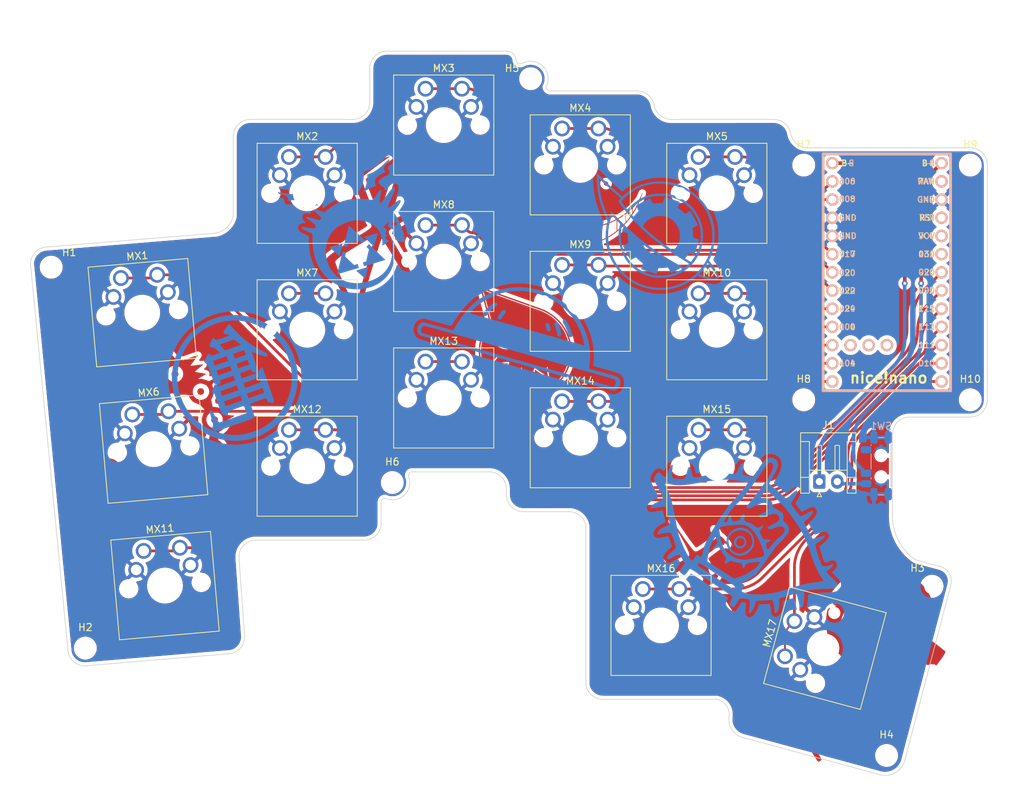
<source format=kicad_pcb>
(kicad_pcb (version 20211014) (generator pcbnew)
  (layers (0 "F.Cu" signal) (31 "B.Cu" signal) (34 "B.Paste" user) (35 "F.Paste" user) (36 "B.SilkS" user "B.Silkscreen") (37 "F.SilkS" user "F.Silkscreen") (38 "B.Mask" user) (39 "F.Mask" user) (44 "Edge.Cuts" user))
  (net 0 "")
  (net 1 "GND")
  (net 6 "VCC")
  (net 8 "B-")
  (net 9 "B+")
  (net 11 "MX1")
  (net 12 "MX2")
  (net 13 "MX3")
  (net 14 "MX4")
  (net 15 "MX5")
  (net 16 "MX6")
  (net 17 "MX7")
  (net 18 "MX8")
  (net 19 "MX9")
  (net 20 "MX10")
  (net 21 "MX11")
  (net 22 "MX12")
  (net 23 "MX13")
  (net 24 "MX14")
  (net 25 "MX15")
  (net 26 "MX16")
  (net 27 "MX17")
  (net 28 "Net-(J1-Pad2)")
  (footprint "mx-switches-doubleSided:CherryMX-1U-doubleSided" (layer "F.Cu") (at 106.3625 50.8)
    (fp_text reference "MX2")
    (fp_text value "MX-NoLED")
  )
  (footprint "mx-switches-doubleSided:CherryMX-1U-doubleSided" (layer "F.Cu") (at 155.73375 111.125)
    (fp_text reference "MX16")
    (fp_text value "MX-NoLED")
  )
  (footprint "mx-switches-doubleSided:CherryMX-1U-doubleSided" (layer "F.Cu") (at 106.3625 69.85)
    (fp_text reference "MX7")
    (fp_text value "MX-NoLED")
  )
  (footprint "MountingHole:MountingHole_2.2mm_M2_DIN965" (layer "F.Cu") (at 175.641 79.629)
    (fp_text reference "H8")
    (fp_text value "MountingHole")
  )
  (footprint "mx-switches-doubleSided:CherryMX-1U-doubleSided" (layer "F.Cu") (at 144.4625 84.93125)
    (fp_text reference "MX14")
    (fp_text value "MX-NoLED")
  )
  (footprint "mx-switches-doubleSided:CherryMX-1U-doubleSided" (layer "F.Cu") (at 83.34375 67.46875 5)
    (fp_text reference "MX1")
    (fp_text value "MX-NoLED")
  )
  (footprint "Connector_JST:JST_EH_S2B-EH_1x02_P2.50mm_Horizontal" (layer "F.Cu") (at 177.82 91.0515)
    (fp_text reference "J1")
    (fp_text value "Conn_01x02_Male")
  )
  (footprint "mx-switches-doubleSided:CherryMX-1U-doubleSided" (layer "F.Cu") (at 84.93125 86.51875 5)
    (fp_text reference "MX6")
    (fp_text value "MX-NoLED")
  )
  (footprint "MountingHole:MountingHole_2.2mm_M2_DIN965" (layer "F.Cu") (at 75.40625 114.3)
    (fp_text reference "H2")
    (fp_text value "MountingHole")
  )
  (footprint "MountingHole:MountingHole_2.2mm_M2_DIN965" (layer "F.Cu") (at 118.237 91.186)
    (fp_text reference "H6")
    (fp_text value "MountingHole")
  )
  (footprint "mx-switches-doubleSided:CherryMX-1U-doubleSided" (layer "F.Cu") (at 163.5125 50.8)
    (fp_text reference "MX5")
    (fp_text value "MX-NoLED")
  )
  (footprint "MountingHole:MountingHole_2.2mm_M2_DIN965" (layer "F.Cu") (at 198.882 46.863)
    (fp_text reference "H9")
    (fp_text value "MountingHole")
  )
  (footprint "mx-switches-doubleSided:CherryMX-1U-doubleSided" (layer "F.Cu") (at 144.4625 65.88125)
    (fp_text reference "MX9")
    (fp_text value "MX-NoLED")
  )
  (footprint "mx-switches-doubleSided:CherryMX-1.5U-doubleSided-Vertical" (layer "F.Cu") (at 178.59375 114.3 -15)
    (fp_text reference "MX17")
    (fp_text value "MX-NoLED")
  )
  (footprint "mx-switches-doubleSided:CherryMX-1U-doubleSided" (layer "F.Cu") (at 125.4125 41.275)
    (fp_text reference "MX3")
    (fp_text value "MX-NoLED")
  )
  (footprint "MountingHole:MountingHole_2.2mm_M2_DIN965" (layer "F.Cu") (at 175.641 46.863)
    (fp_text reference "H7")
    (fp_text value "MountingHole")
  )
  (footprint "mx-switches-doubleSided:CherryMX-1U-doubleSided" (layer "F.Cu") (at 125.4125 79.375)
    (fp_text reference "MX13")
    (fp_text value "MX-NoLED")
  )
  (footprint "MountingHole:MountingHole_2.2mm_M2_DIN965" (layer "F.Cu") (at 70.64375 61.11875)
    (fp_text reference "H1")
    (fp_text value "MountingHole")
  )
  (footprint "MountingHole:MountingHole_2.2mm_M2_DIN965" (layer "F.Cu") (at 187.198 129.286)
    (fp_text reference "H4")
    (fp_text value "MountingHole")
  )
  (footprint "nice-nano-all-pins:nice_nano" (layer "F.Cu") (at 187.247831 63.1055 -90)
    (fp_text reference "U1" hide)
    (fp_text value "nice_nano" hide)
  )
  (footprint "mx-switches-doubleSided:CherryMX-1U-doubleSided" (layer "F.Cu") (at 163.5125 88.9)
    (fp_text reference "MX15")
    (fp_text value "MX-NoLED")
  )
  (footprint "mx-switches-doubleSided:CherryMX-1U-doubleSided" (layer "F.Cu") (at 106.3625 88.9)
    (fp_text reference "MX12")
    (fp_text value "MX-NoLED")
  )
  (footprint "MountingHole:MountingHole_2.2mm_M2_DIN965" (layer "F.Cu") (at 193.548 105.664)
    (fp_text reference "H3")
    (fp_text value "MountingHole")
  )
  (footprint "mx-switches-doubleSided:CherryMX-1U-doubleSided" (layer "F.Cu") (at 144.4625 46.83125)
    (fp_text reference "MX4")
    (fp_text value "MX-NoLED")
  )
  (footprint "MountingHole:MountingHole_2.2mm_M2_DIN965" (layer "F.Cu") (at 198.882 79.629)
    (fp_text reference "H10")
    (fp_text value "MountingHole")
  )
  (footprint "mx-switches-doubleSided:CherryMX-1U-doubleSided" (layer "F.Cu") (at 163.5125 69.85)
    (fp_text reference "MX10")
    (fp_text value "MX-NoLED")
  )
  (footprint "mx-switches-doubleSided:CherryMX-1U-doubleSided" (layer "F.Cu") (at 125.4125 60.325)
    (fp_text reference "MX8")
    (fp_text value "MX-NoLED")
  )
  (footprint "mx-switches-doubleSided:CherryMX-1U-doubleSided" (layer "F.Cu") (at 86.51875 105.56875 5)
    (fp_text reference "MX11")
    (fp_text value "MX-NoLED")
  )
  (footprint "MountingHole:MountingHole_2.2mm_M2_DIN965" (layer "F.Cu") (at 137.541 34.798)
    (fp_text reference "H5")
    (fp_text value "MountingHole")
  )
  (footprint "led:SHOU HAN MSK12C02-HB" (layer "B.Cu") (at 186.436 88.9 -90)
    (fp_text reference "SW1")
    (fp_text value "SHOU_HAN_MSK12C02-HB")
  )
  (gr_poly (pts (xy 82.389512 91.638741) (xy 82.431922 91.645792) (xy 82.474496 91.656625) (xy 82.517052 91.67137) (xy 82.559404 91.690158) (xy 82.601368 91.713117) (xy 82.642762 91.740379) (xy 82.683399 91.772073) (xy 82.691135 91.779307) (xy 82.698651 91.787717) (xy 82.705936 91.797238) (xy 82.712979 91.807806) (xy 82.726296 91.831818) (xy 82.738512 91.859231) (xy 82.749539 91.889525) (xy 82.759288 91.922176) (xy 82.76767 91.956662) (xy 82.774597 91.992463) (xy 82.77998 92.029056) (xy 82.78373 92.06592) (xy 82.785758 92.102531) (xy 82.785975 92.13837) (xy 82.784294 92.172913) (xy 82.780625 92.205639) (xy 82.774879 92.236026) (xy 82.7712 92.25018) (xy 82.766969 92.263553) (xy 82.76497 92.268749) (xy 82.762523 92.274161) (xy 82.756341 92.285578) (xy 82.748532 92.297699) (xy 82.739209 92.310416) (xy 82.728483 92.323624) (xy 82.716465 92.337215) (xy 82.703267 92.351085) (xy 82.689 92.365126) (xy 82.673775 92.379232) (xy 82.657704 92.393298) (xy 82.640898 92.407215) (xy 82.623468 92.42088) (xy 82.605526 92.434184) (xy 82.587184 92.447022) (xy 82.568552 92.459287) (xy 82.549741 92.470874) (xy 82.528471 92.48281) (xy 82.506881 92.493545) (xy 82.485014 92.50309) (xy 82.462911 92.511455) (xy 82.440616 92.518652) (xy 82.418171 92.524692) (xy 82.395618 92.529585) (xy 82.373 92.533342) (xy 82.35036 92.535974) (xy 82.32774 92.537492) (xy 82.305182 92.537906) (xy 82.28273 92.537227) (xy 82.260426 92.535467) (xy 82.238311 92.532636) (xy 82.21643 92.528745) (xy 82.194824 92.523804) (xy 82.173535 92.517825) (xy 82.152607 92.510818) (xy 82.132082 92.502795) (xy 82.112002 92.493765) (xy 82.09241 92.483741) (xy 82.073349 92.472732) (xy 82.054861 92.460749) (xy 82.036988 92.447804) (xy 82.019774 92.433907) (xy 82.003259 92.419069) (xy 81.987489 92.403301) (xy 81.972503 92.386613) (xy 81.958346 92.369017) (xy 81.94506 92.350523) (xy 81.932687 92.331142) (xy 81.92127 92.310886) (xy 81.92127 92.310889) (xy 81.899733 92.26569) (xy 81.882963 92.22102) (xy 81.870776 92.177008) (xy 81.862987 92.133785) (xy 81.859413 92.09148) (xy 81.85987 92.050225) (xy 81.864173 92.010148) (xy 81.872138 91.971381) (xy 81.883581 91.934053) (xy 81.898319 91.898294) (xy 81.916167 91.864235) (xy 81.936941 91.832005) (xy 81.960456 91.801736) (xy 81.98653 91.773556) (xy 82.014977 91.747597) (xy 82.045614 91.723988) (xy 82.078257 91.702859) (xy 82.112721 91.684341) (xy 82.148823 91.668563) (xy 82.186378 91.655656) (xy 82.225203 91.645751) (xy 82.265112 91.638976) (xy 82.305923 91.635463) (xy 82.347451 91.635341)) (layer "F.Cu") (width 0.02) (fill solid))
  (gr_poly (pts (xy 93.514549 81.965392) (xy 93.540854 81.968073) (xy 93.565902 81.972463) (xy 93.589943 81.978637) (xy 93.613224 81.986668) (xy 93.635993 81.996632) (xy 93.658499 82.008602) (xy 93.680988 82.022653) (xy 93.70371 82.03886) (xy 93.726912 82.057298) (xy 93.750842 82.078039) (xy 93.775748 82.10116) (xy 93.795474 82.121313) (xy 93.813455 82.142362) (xy 93.829708 82.164235) (xy 93.844249 82.186859) (xy 93.857092 82.21016) (xy 93.868253 82.234067) (xy 93.877749 82.258505) (xy 93.885594 82.283403) (xy 93.891805 82.308688) (xy 93.896396 82.334285) (xy 93.899384 82.360124) (xy 93.900785 82.38613) (xy 93.900613 82.412232) (xy 93.898885 82.438355) (xy 93.895617 82.464428) (xy 93.890823 82.490377) (xy 93.884519 82.51613) (xy 93.876722 82.541614) (xy 93.867446 82.566756) (xy 93.856707 82.591482) (xy 93.844522 82.615721) (xy 93.830905 82.6394) (xy 93.815873 82.662444) (xy 93.79944 82.684783) (xy 93.781623 82.706342) (xy 93.762437 82.72705) (xy 93.741898 82.746832) (xy 93.720022 82.765617) (xy 93.696823 82.783331) (xy 93.672318 82.799902) (xy 93.646523 82.815256) (xy 93.619453 82.829321) (xy 93.579685 82.847296) (xy 93.541238 82.862075) (xy 93.50401 82.873637) (xy 93.467897 82.881961) (xy 93.450227 82.884903) (xy 93.432797 82.887027) (xy 93.415595 82.888332) (xy 93.398607 82.888814) (xy 93.381822 82.888472) (xy 93.365225 82.887302) (xy 93.348805 82.885302) (xy 93.332548 82.882469) (xy 93.316442 82.878801) (xy 93.300473 82.874296) (xy 93.28463 82.86895) (xy 93.268898 82.862762) (xy 93.253266 82.855727) (xy 93.23772 82.847845) (xy 93.222247 82.839112) (xy 93.206836 82.829526) (xy 93.176143 82.807784) (xy 93.14554 82.782599) (xy 93.114923 82.753949) (xy 93.08419 82.721814) (xy 93.084193 82.72182) (xy 93.063888 82.697694) (xy 93.045836 82.672531) (xy 93.029997 82.646439) (xy 93.016331 82.619528) (xy 93.004798 82.591906) (xy 92.99536 82.563682) (xy 92.987976 82.534965) (xy 92.982607 82.505863) (xy 92.979214 82.476486) (xy 92.977757 82.446943) (xy 92.978196 82.417341) (xy 92.980493 82.38779) (xy 92.984606 82.358399) (xy 92.990498 82.329276) (xy 92.998128 82.30053) (xy 93.007457 82.272271) (xy 93.018445 82.244606) (xy 93.031053 82.217646) (xy 93.045241 82.191497) (xy 93.06097 82.16627) (xy 93.0782 82.142073) (xy 93.096892 82.119016) (xy 93.117006 82.097205) (xy 93.138502 82.076752) (xy 93.161341 82.057763) (xy 93.185484 82.040349) (xy 93.210892 82.024618) (xy 93.237523 82.010679) (xy 93.265339 81.99864) (xy 93.294301 81.988611) (xy 93.324369 81.980699) (xy 93.355503 81.975015) (xy 93.391808 81.970268) (xy 93.425618 81.966858) (xy 93.457179 81.964859) (xy 93.48674 81.964345)) (layer "F.Cu") (width 0.02) (fill solid))
  (gr_poly (pts (xy 130.907303 64.056244) (xy 130.925534 64.05731) (xy 130.944884 64.059302) (xy 130.965435 64.062229) (xy 130.987264 64.066095) (xy 131.010453 64.070908) (xy 131.035081 64.076674) (xy 131.061228 64.0834) (xy 131.088972 64.091091) (xy 131.118396 64.099755) (xy 131.182596 64.120027) (xy 131.254465 64.144267) (xy 131.334644 64.172526) (xy 131.423768 64.204858) (xy 131.638639 64.283111) (xy 131.777121 64.332653) (xy 131.920618 64.383487) (xy 132.14755 64.464843) (xy 132.818329 64.705009) (xy 133.482153 64.942549) (xy 134.145977 65.18009) (xy 134.816787 65.420139) (xy 135.180166 65.550069) (xy 135.318674 65.599354) (xy 135.543547 65.679998) (xy 136.214356 65.920048) (xy 136.878214 66.157454) (xy 137.542038 66.394998) (xy 138.205759 66.632941) (xy 138.454471 66.721956) (xy 138.660197 66.794516) (xy 138.818632 66.850502) (xy 138.953643 66.899669) (xy 139.012849 66.921501) (xy 139.086579 66.948187) (xy 139.240028 67.002611) (xy 139.275559 67.015474) (xy 139.31153 67.029364) (xy 139.346988 67.04386) (xy 139.380982 67.058536) (xy 139.412558 67.072971) (xy 139.440764 67.086742) (xy 139.464647 67.099426) (xy 139.483255 67.110599) (xy 139.498908 67.120655) (xy 139.514578 67.130308) (xy 139.529846 67.139326) (xy 139.544292 67.147481) (xy 139.557497 67.15454) (xy 139.569041 67.160273) (xy 139.578507 67.16445) (xy 139.582328 67.165883) (xy 139.585473 67.16684) (xy 139.589103 67.168001) (xy 139.594347 67.170031) (xy 139.609277 67.176503) (xy 139.629461 67.185865) (xy 139.654098 67.197725) (xy 139.682385 67.211692) (xy 139.713518 67.227373) (xy 139.746696 67.244378) (xy 139.781117 67.262315) (xy 140.048529 67.410726) (xy 140.307633 67.570428) (xy 140.558092 67.741037) (xy 140.799568 67.922171) (xy 141.031723 68.113446) (xy 141.254222 68.314479) (xy 141.466726 68.524887) (xy 141.668899 68.744286) (xy 141.860403 68.972294) (xy 142.040902 69.208527) (xy 142.210057 69.452602) (xy 142.367533 69.704136) (xy 142.512991 69.962746) (xy 142.646095 70.228048) (xy 142.766507 70.49966) (xy 142.87389 70.777198) (xy 142.913779 70.889885) (xy 142.948398 70.991832) (xy 142.978887 71.087025) (xy 143.006382 71.179451) (xy 143.032024 71.273097) (xy 143.056949 71.371949) (xy 143.082298 71.479995) (xy 143.109209 71.601221) (xy 143.138392 71.743178) (xy 143.164285 71.885331) (xy 143.186884 72.027604) (xy 143.206188 72.169919) (xy 143.222194 72.312198) (xy 143.2349 72.454363) (xy 143.244302 72.596338) (xy 143.250399 72.738043) (xy 143.253188 72.879403) (xy 143.252667 73.020338) (xy 143.248834 73.160771) (xy 143.241685 73.300625) (xy 143.231219 73.439822) (xy 143.217432 73.578284) (xy 143.200323 73.715933) (xy 143.17989 73.852692) (xy 143.158983 73.96409) (xy 143.12795 74.106841) (xy 143.089463 74.270455) (xy 143.046197 74.444445) (xy 143.000825 74.618322) (xy 142.95602 74.781595) (xy 142.914455 74.923777) (xy 142.878804 75.034378) (xy 142.810677 75.218946) (xy 142.735421 75.402262) (xy 142.653235 75.584042) (xy 142.564315 75.764001) (xy 142.46886 75.941856) (xy 142.367066 76.117321) (xy 142.259131 76.290112) (xy 142.145253 76.459945) (xy 142.025629 76.626535) (xy 141.900456 76.789598) (xy 141.769931 76.94885) (xy 141.634253 77.104005) (xy 141.493618 77.254781) (xy 141.348225 77.400891) (xy 141.198269 77.542053) (xy 141.04395 77.67798) (xy 140.940516 77.763842) (xy 140.833443 77.848417) (xy 140.723041 77.931526) (xy 140.609619 78.012988) (xy 140.493488 78.092623) (xy 140.374957 78.17025) (xy 140.254336 78.245687) (xy 140.131934 78.318756) (xy 140.008062 78.389274) (xy 139.883029 78.457062) (xy 139.757145 78.521939) (xy 139.63072 78.583724) (xy 139.504063 78.642236) (xy 139.377485 78.697296) (xy 139.251294 78.748722) (xy 139.125802 78.796334) (xy 138.940927 78.860966) (xy 138.755928 78.919917) (xy 138.570693 78.9732) (xy 138.385109 79.020829) (xy 138.199065 79.062818) (xy 138.012448 79.099178) (xy 137.825148 79.129924) (xy 137.637052 79.155069) (xy 137.448048 79.174626) (xy 137.258024 79.188608) (xy 137.066869 79.197029) (xy 136.874471 79.199902) (xy 136.680718 79.197239) (xy 136.485497 79.189055) (xy 136.288698 79.175363) (xy 136.090208 79.156175) (xy 136.005485 79.146417) (xy 135.929424 79.136351) (xy 135.8556 79.124699) (xy 135.777586 79.11018) (xy 135.688957 79.091516) (xy 135.583285 79.067425) (xy 135.454144 79.03663) (xy 135.295109 78.997849) (xy 135.082351 78.944535) (xy 134.890309 78.894363) (xy 134.740061 78.85297) (xy 134.687197 78.837328) (xy 134.652686 78.825996) (xy 134.652638 78.825983) (xy 134.374809 78.719025) (xy 134.241062 78.663351) (xy 134.110447 78.606041) (xy 133.982729 78.546964) (xy 133.857675 78.485989) (xy 133.735048 78.422988) (xy 133.614616 78.357829) (xy 133.496143 78.290383) (xy 133.379395 78.220519) (xy 133.264137 78.148107) (xy 133.150134 78.073017) (xy 133.037153 77.995118) (xy 132.924959 77.914281) (xy 132.813316 77.830375) (xy 132.701991 77.743271) (xy 132.513534 77.586982) (xy 132.33176 77.424191) (xy 132.15679 77.255078) (xy 131.988746 77.079824) (xy 131.827749 76.898607) (xy 131.67392 76.711608) (xy 131.527381 76.519007) (xy 131.388252 76.320983) (xy 131.256655 76.117715) (xy 131.132712 75.909385) (xy 131.016544 75.696171) (xy 130.908271 75.478253) (xy 130.808016 75.255812) (xy 130.715899 75.029026) (xy 130.632042 74.798076) (xy 130.556566 74.563142) (xy 130.534057 74.482846) (xy 130.508711 74.383243) (xy 130.481799 74.270129) (xy 130.454593 74.149299) (xy 130.428363 74.026549) (xy 130.404382 73.907675) (xy 130.383922 73.798472) (xy 130.368252 73.704737) (xy 130.34727 73.547311) (xy 130.330309 73.377767) (xy 130.317495 73.199762) (xy 130.308954 73.016948) (xy 130.304813 72.83298) (xy 130.3051 72.69738) (xy 130.48983 72.69738) (xy 130.491 72.935708) (xy 130.501725 73.174075) (xy 130.522001 73.41232) (xy 130.551822 73.650285) (xy 130.591186 73.887812) (xy 130.640088 74.124742) (xy 130.698524 74.360915) (xy 130.766491 74.596174) (xy 130.843984 74.830358) (xy 130.94464 75.095807) (xy 131.05764 75.355857) (xy 131.182672 75.610144) (xy 131.319424 75.858306) (xy 131.467583 76.099977) (xy 131.626836 76.334796) (xy 131.796872 76.562397) (xy 131.977377 76.782417) (xy 132.16804 76.994493) (xy 132.368548 77.198261) (xy 132.578589 77.393356) (xy 132.79785 77.579416) (xy 133.026018 77.756077) (xy 133.262782 77.922975) (xy 133.507829 78.079746) (xy 133.760846 78.226026) (xy 133.868429 78.283599) (xy 133.977494 78.339108) (xy 134.088036 78.392552) (xy 134.200049 78.443928) (xy 134.313527 78.493234) (xy 134.428465 78.540469) (xy 134.544858 78.58563) (xy 134.6627 78.628716) (xy 134.781985 78.669724) (xy 134.902708 78.708654) (xy 135.148445 78.780266) (xy 135.399869 78.843538) (xy 135.656934 78.898453) (xy 135.656933 78.898453) (xy 135.875158 78.937029) (xy 136.094318 78.967775) (xy 136.314215 78.990708) (xy 136.534656 79.005846) (xy 136.755442 79.013205) (xy 136.976379 79.012804) (xy 137.197271 79.004661) (xy 137.417922 78.988792) (xy 137.638135 78.965215) (xy 137.857715 78.933948) (xy 138.076467 78.895009) (xy 138.294194 78.848414) (xy 138.5107 78.794181) (xy 138.725789 78.732328) (xy 138.939266 78.662873) (xy 139.150935 78.585832) (xy 139.270236 78.538336) (xy 139.390431 78.487087) (xy 139.511177 78.43229) (xy 139.632127 78.374154) (xy 139.752939 78.312884) (xy 139.873268 78.248688) (xy 139.992768 78.181772) (xy 140.111095 78.112344) (xy 140.227905 78.040609) (xy 140.342854 77.966776) (xy 140.455596 77.891051) (xy 140.565788 77.81364) (xy 140.673084 77.73475) (xy 140.77714 77.654589) (xy 140.877612 77.573363) (xy 140.974155 77.491279) (xy 141.096859 77.381202) (xy 141.216583 77.267775) (xy 141.333263 77.151083) (xy 141.446837 77.031213) (xy 141.557239 76.90825) (xy 141.664407 76.782281) (xy 141.768275 76.653391) (xy 141.868782 76.521667) (xy 141.965862 76.387194) (xy 142.059452 76.250058) (xy 142.149487 76.110346) (xy 142.235906 75.968143) (xy 142.318642 75.823535) (xy 142.397633 75.676608) (xy 142.472815 75.527449) (xy 142.544124 75.376143) (xy 142.591005 75.268849) (xy 142.636685 75.155792) (xy 142.680985 75.037691) (xy 142.723722 74.915262) (xy 142.80379 74.660296) (xy 142.875443 74.396636) (xy 142.937236 74.130025) (xy 142.987725 73.866207) (xy 143.008279 73.73714) (xy 143.025464 73.610924) (xy 143.0391 73.488278) (xy 143.049007 73.369919) (xy 143.056515 73.252277) (xy 143.062 73.145034) (xy 143.065479 73.045113) (xy 143.066967 72.949436) (xy 143.066482 72.854927) (xy 143.064039 72.758507) (xy 143.059654 72.657101) (xy 143.053343 72.547629) (xy 143.042083 72.398354) (xy 143.027291 72.249713) (xy 143.008984 72.101766) (xy 142.987177 71.954574) (xy 142.961886 71.808197) (xy 142.933127 71.662694) (xy 142.900915 71.518127) (xy 142.865267 71.374556) (xy 142.826197 71.23204) (xy 142.783723 71.090641) (xy 142.737859 70.950419) (xy 142.688621 70.811434) (xy 142.636026 70.673746) (xy 142.580088 70.537416) (xy 142.520824 70.402503) (xy 142.458249 70.269069) (xy 142.357599 70.069849) (xy 142.251416 69.876741) (xy 142.139329 69.689199) (xy 142.020971 69.506676) (xy 141.895971 69.328625) (xy 141.76396 69.154498) (xy 141.624569 68.983747) (xy 141.477429 68.815827) (xy 141.396081 68.726732) (xy 141.324121 68.649508) (xy 141.258204 68.580873) (xy 141.194982 68.517547) (xy 141.13111 68.456248) (xy 141.063241 68.393695) (xy 140.988031 68.326607) (xy 140.902131 68.251702) (xy 140.738745 68.115134) (xy 140.570214 67.98355) (xy 140.397536 67.857606) (xy 140.221707 67.737956) (xy 140.043726 67.625256) (xy 139.864589 67.520162) (xy 139.7749 67.470671) (xy 139.685295 67.423327) (xy 139.5959 67.378211) (xy 139.50684 67.335407) (xy 139.484443 67.324653) (xy 139.462291 67.313527) (xy 139.440958 67.302349) (xy 139.42102 67.291441) (xy 139.403051 67.281126) (xy 139.387625 67.271724) (xy 139.375318 67.263559) (xy 139.370514 67.26004) (xy 139.366705 67.25695) (xy 139.362911 67.25394) (xy 139.358151 67.250652) (xy 139.352495 67.24712) (xy 139.346015 67.243376) (xy 139.33878 67.239452) (xy 139.33086 67.235381) (xy 139.322327 67.231195) (xy 139.313249 67.226927) (xy 139.293745 67.218273) (xy 139.27291 67.209678) (xy 139.251307 67.201402) (xy 139.240394 67.197465) (xy 139.229499 67.193704) (xy 139.17153 67.17373) (xy 139.091553 67.145584) (xy 138.9078 67.07974) (xy 138.306981 66.864247) (xy 137.643201 66.626534) (xy 136.979355 66.389078) (xy 136.308518 66.149125) (xy 136.081593 66.067743) (xy 135.938082 66.016966) (xy 135.796639 65.966877) (xy 135.574678 65.887153) (xy 134.91094 65.649277) (xy 134.247133 65.411666) (xy 133.583329 65.174049) (xy 132.178731 64.671803) (xy 131.056528 64.270884) (xy 131.034468 64.263425) (xy 131.013797 64.257061) (xy 130.994455 64.251797) (xy 130.976379 64.247636) (xy 130.959507 64.244584) (xy 130.943778 64.242643) (xy 130.929131 64.241817) (xy 130.915502 64.242112) (xy 130.902831 64.243531) (xy 130.891055 64.246077) (xy 130.880114 64.249755) (xy 130.869944 64.254569) (xy 130.860485 64.260523) (xy 130.851675 64.267621) (xy 130.843451 64.275867) (xy 130.835752 64.285265) (xy 130.82921 64.294531) (xy 130.82629 64.299126) (xy 130.823605 64.303733) (xy 130.821158 64.308379) (xy 130.818949 64.313093) (xy 130.816981 64.317903) (xy 130.815255 64.322836) (xy 130.813773 64.327921) (xy 130.812535 64.333186) (xy 130.811544 64.338657) (xy 130.810802 64.344365) (xy 130.810309 64.350335) (xy 130.810067 64.356596) (xy 130.810078 64.363177) (xy 130.810343 64.370105) (xy 130.810864 64.377408) (xy 130.811643 64.385114) (xy 130.812681 64.39325) (xy 130.813979 64.401846) (xy 130.817362 64.420526) (xy 130.821807 64.441376) (xy 130.827324 64.46462) (xy 130.833927 64.490482) (xy 130.841627 64.519186) (xy 130.850437 64.550954) (xy 131.062694 65.32551) (xy 131.479358 66.849624) (xy 131.867841 68.269976) (xy 132.009258 68.788807) (xy 131.913899 68.899244) (xy 131.817185 69.014411) (xy 131.723522 69.132351) (xy 131.632939 69.253007) (xy 131.545468 69.376325) (xy 131.461138 69.502248) (xy 131.37998 69.630722) (xy 131.302024 69.76169) (xy 131.2273 69.895096) (xy 131.155838 70.030886) (xy 131.087668 70.169004) (xy 131.022821 70.309393) (xy 130.961327 70.451999) (xy 130.903216 70.596766) (xy 130.848519 70.743637) (xy 130.797264 70.892559) (xy 130.749484 71.043474) (xy 130.683664 71.277092) (xy 130.627427 71.51186) (xy 130.580767 71.747618) (xy 130.543682 71.984208) (xy 130.516166 72.221471) (xy 130.498217 72.459248) (xy 130.48983 72.69738) (xy 130.3051 72.69738) (xy 130.305197 72.651512) (xy 130.310235 72.476198) (xy 130.320051 72.310693) (xy 130.331087 72.189368) (xy 130.345781 72.064059) (xy 130.38549 71.804039) (xy 130.437882 71.535735) (xy 130.501658 71.264248) (xy 130.575522 70.99468) (xy 130.658175 70.732132) (xy 130.74832 70.481704) (xy 130.795797 70.362629) (xy 130.84466 70.248498) (xy 130.932937 70.059813) (xy 131.030923 69.868715) (xy 131.137013 69.677793) (xy 131.249602 69.489636) (xy 131.367085 69.30683) (xy 131.487857 69.131964) (xy 131.610312 68.967627) (xy 131.67167 68.890215) (xy 131.732846 68.816405) (xy 131.744136 68.80289) (xy 131.754818 68.789694) (xy 131.764647 68.777149) (xy 131.773379 68.765586) (xy 131.78077 68.755335) (xy 131.786575 68.746727) (xy 131.790549 68.740092) (xy 131.791773 68.737619) (xy 131.792449 68.735762) (xy 131.792172 68.729979) (xy 131.789614 68.716383) (xy 131.775268 68.656915) (xy 131.744637 68.539686) (xy 131.692949 68.347021) (xy 131.507304 67.664684) (xy 131.180151 66.46851) (xy 130.831153 65.193109) (xy 130.667734 64.581569) (xy 130.635084 64.443458) (xy 130.624188 64.373765) (xy 130.626833 64.339975) (xy 130.634805 64.309572) (xy 130.640732 64.281723) (xy 130.643691 64.269489) (xy 130.646734 64.258201) (xy 130.649929 64.247723) (xy 130.653342 64.237919) (xy 130.657038 64.228654) (xy 130.661084 64.219791) (xy 130.665546 64.211196) (xy 130.670489 64.202731) (xy 130.675982 64.194262) (xy 130.682088 64.185652) (xy 130.688876 64.176767) (xy 130.69641 64.167469) (xy 130.704757 64.157623) (xy 130.713983 64.147094) (xy 130.724988 64.135033) (xy 130.735916 64.123801) (xy 130.746847 64.113405) (xy 130.757861 64.103852) (xy 130.769038 64.095148) (xy 130.780458 64.0873) (xy 130.792199 64.080314) (xy 130.804343 64.074197) (xy 130.816968 64.068955) (xy 130.830155 64.064594) (xy 130.843983 64.061122) (xy 130.858532 64.058544) (xy 130.873882 64.056868) (xy 130.890112 64.056099)) (layer "F.Cu") (width 0.008) (fill solid))
  (gr_poly (pts (xy 76.74056 85.209802) (xy 76.757204 85.211107) (xy 76.774209 85.213075) (xy 76.791594 85.215701) (xy 76.809375 85.218981) (xy 76.846191 85.227493) (xy 76.884792 85.238581) (xy 76.925312 85.252219) (xy 76.958658 85.265058) (xy 76.989806 85.278913) (xy 77.018812 85.293852) (xy 77.045733 85.309944) (xy 77.058429 85.318443) (xy 77.070625 85.327256) (xy 77.082328 85.336392) (xy 77.093545 85.345858) (xy 77.104284 85.355664) (xy 77.114551 85.365818) (xy 77.124354 85.376328) (xy 77.133699 85.387204) (xy 77.142594 85.398453) (xy 77.151046 85.410084) (xy 77.159061 85.422106) (xy 77.166648 85.434528) (xy 77.173813 85.447357) (xy 77.180563 85.460603) (xy 77.192846 85.488379) (xy 77.203556 85.517923) (xy 77.212749 85.549303) (xy 77.220481 85.58259) (xy 77.226809 85.61785) (xy 77.231508 85.654273) (xy 77.233937 85.688935) (xy 77.234035 85.721953) (xy 77.231739 85.753442) (xy 77.229673 85.76865) (xy 77.226987 85.783521) (xy 77.22367 85.798068) (xy 77.219716 85.812306) (xy 77.215118 85.82625) (xy 77.209866 85.839915) (xy 77.203954 85.853315) (xy 77.197373 85.866465) (xy 77.190116 85.879379) (xy 77.182176 85.892072) (xy 77.173543 85.904559) (xy 77.164212 85.916854) (xy 77.154173 85.928972) (xy 77.143418 85.940928) (xy 77.119734 85.964411) (xy 77.093097 85.987421) (xy 77.063444 86.010073) (xy 77.030713 86.032486) (xy 76.994843 86.054776) (xy 76.968121 86.070216) (xy 76.942865 86.083823) (xy 76.918848 86.095621) (xy 76.895845 86.105635) (xy 76.873629 86.113888) (xy 76.851974 86.120406) (xy 76.830653 86.125212) (xy 76.809441 86.128331) (xy 76.78811 86.129786) (xy 76.766435 86.129604) (xy 76.744189 86.127807) (xy 76.721147 86.12442) (xy 76.697081 86.119468) (xy 76.671765 86.112975) (xy 76.644974 86.104965) (xy 76.61648 86.095462) (xy 76.592934 86.086819) (xy 76.570299 86.077604) (xy 76.548589 86.067827) (xy 76.527818 86.057499) (xy 76.507998 86.04663) (xy 76.489144 86.035231) (xy 76.471269 86.023313) (xy 76.454387 86.010886) (xy 76.438511 85.997959) (xy 76.423655 85.984545) (xy 76.409832 85.970653) (xy 76.397055 85.956294) (xy 76.38534 85.941477) (xy 76.374698 85.926215) (xy 76.365144 85.910517) (xy 76.35669 85.894394) (xy 76.34137 85.859685) (xy 76.328785 85.824661) (xy 76.31892 85.789417) (xy 76.311762 85.754051) (xy 76.307298 85.718662) (xy 76.305514 85.683345) (xy 76.306397 85.6482) (xy 76.309931 85.613323) (xy 76.316105 85.578812) (xy 76.324904 85.544764) (xy 76.336315 85.511278) (xy 76.350324 85.478449) (xy 76.366917 85.446376) (xy 76.386082 85.415157) (xy 76.407803 85.384888) (xy 76.432068 85.355667) (xy 76.457906 85.328112) (xy 76.470831 85.31544) (xy 76.483782 85.303501) (xy 76.496776 85.29229) (xy 76.509831 85.281805) (xy 76.522962 85.272041) (xy 76.536186 85.262995) (xy 76.549521 85.254665) (xy 76.562984 85.247045) (xy 76.57659 85.240133) (xy 76.590357 85.233926) (xy 76.604301 85.228419) (xy 76.61844 85.223609) (xy 76.632789 85.219492) (xy 76.647367 85.216066) (xy 76.66219 85.213326) (xy 76.677274 85.211269) (xy 76.692636 85.209892) (xy 76.708293 85.209191) (xy 76.724262 85.209162)) (layer "F.Cu") (width 0.02) (fill solid))
  (gr_poly (pts (xy 130.944219 64.364519) (xy 130.947719 64.365266) (xy 130.952263 64.36642) (xy 130.964229 64.369866) (xy 130.979608 64.374692) (xy 130.997889 64.380734) (xy 131.018562 64.387827) (xy 131.041116 64.395805) (xy 131.06504 64.404504) (xy 131.347875 64.506415) (xy 131.861481 64.690132) (xy 133.196237 65.16724) (xy 135.711859 66.067089) (xy 136.739007 66.434779) (xy 139.052304 67.260863) (xy 139.087107 67.273428) (xy 139.121641 67.286486) (xy 139.155004 67.299657) (xy 139.18629 67.312558) (xy 139.214598 67.324808) (xy 139.239023 67.336026) (xy 139.258661 67.34583) (xy 139.272609 67.353839) (xy 139.286039 67.362051) (xy 139.304192 67.372437) (xy 139.326268 67.384573) (xy 139.351467 67.398039) (xy 139.37899 67.412413) (xy 139.408039 67.427271) (xy 139.437813 67.442192) (xy 139.467513 67.456754) (xy 139.671182 67.560011) (xy 139.870125 67.670117) (xy 140.064225 67.786964) (xy 140.253367 67.910445) (xy 140.437433 68.040455) (xy 140.616308 68.176885) (xy 140.789875 68.31963) (xy 140.958019 68.468581) (xy 141.120622 68.623633) (xy 141.277569 68.784679) (xy 141.428743 68.951611) (xy 141.574028 69.124323) (xy 141.713309 69.302708) (xy 141.846467 69.486659) (xy 141.973389 69.676069) (xy 142.093956 69.870832) (xy 142.247797 70.145172) (xy 142.38637 70.424686) (xy 142.509614 70.708904) (xy 142.617471 70.997352) (xy 142.709881 71.289556) (xy 142.786785 71.585044) (xy 142.848122 71.883344) (xy 142.893835 72.183983) (xy 142.923864 72.486487) (xy 142.938148 72.790384) (xy 142.936629 73.095201) (xy 142.919248 73.400465) (xy 142.885945 73.705703) (xy 142.83666 74.010443) (xy 142.771335 74.314212) (xy 142.689909 74.616536) (xy 142.57942 74.950727) (xy 142.449271 75.276245) (xy 142.300141 75.592385) (xy 142.132704 75.898442) (xy 141.947639 76.193708) (xy 141.74562 76.477479) (xy 141.527326 76.749047) (xy 141.293432 77.007708) (xy 141.044615 77.252755) (xy 140.781551 77.483482) (xy 140.504918 77.699183) (xy 140.215392 77.899152) (xy 139.913649 78.082683) (xy 139.600365 78.24907) (xy 139.276218 78.397607) (xy 138.941884 78.527589) (xy 138.759188 78.589232) (xy 138.574459 78.645155) (xy 138.38792 78.695336) (xy 138.199798 78.739754) (xy 138.010317 78.778387) (xy 137.819702 78.811214) (xy 137.628178 78.838214) (xy 137.43597 78.859365) (xy 137.243303 78.874647) (xy 137.050402 78.884037) (xy 136.857491 78.887515) (xy 136.664797 78.885059) (xy 136.472544 78.876648) (xy 136.280956 78.862261) (xy 136.090259 78.841877) (xy 135.900677 78.815473) (xy 135.802247 78.798818) (xy 135.688437 78.777388) (xy 135.441156 78.72601) (xy 135.320923 78.698962) (xy 135.211786 78.672942) (xy 135.120364 78.6494) (xy 135.053278 78.629787) (xy 134.767695 78.53257) (xy 134.503663 78.433458) (xy 134.256978 78.330377) (xy 134.138828 78.276698) (xy 134.02344 78.221249) (xy 133.910288 78.163769) (xy 133.798846 78.103998) (xy 133.68859 78.041679) (xy 133.578995 77.976549) (xy 133.359686 77.836825) (xy 133.136716 77.68275) (xy 133.04903 77.616881) (xy 132.945563 77.534113) (xy 132.831811 77.439252) (xy 132.71327 77.337107) (xy 132.595434 77.232484) (xy 132.483802 77.130191) (xy 132.383868 77.035037) (xy 132.301128 76.951827) (xy 132.024867 76.642671) (xy 131.772336 76.318616) (xy 131.543848 75.980999) (xy 131.339713 75.631152) (xy 131.160244 75.27041) (xy 131.005751 74.900108) (xy 130.941866 74.712943) (xy 131.952914 74.712943) (xy 131.95302 74.717825) (xy 131.953425 74.722679) (xy 131.954125 74.727496) (xy 131.955118 74.732264) (xy 131.956398 74.736973) (xy 131.957962 74.741613) (xy 131.959807 74.746172) (xy 131.961927 74.75064) (xy 131.96432 74.755007) (xy 131.966981 74.759263) (xy 131.969907 74.763396) (xy 131.973093 74.767396) (xy 131.976536 74.771253) (xy 131.980232 74.774956) (xy 131.983384 74.778214) (xy 131.985966 74.781297) (xy 131.990451 74.786838) (xy 131.992866 74.789248) (xy 131.995738 74.791387) (xy 131.999324 74.79323) (xy 132.003881 74.794754) (xy 132.009665 74.795934) (xy 132.016933 74.796747) (xy 132.025942 74.797168) (xy 132.036947 74.797174) (xy 132.050206 74.796741) (xy 132.065976 74.795844) (xy 132.084513 74.794461) (xy 132.106073 74.792567) (xy 132.15929 74.787151) (xy 132.227682 74.779404) (xy 132.3133 74.769135) (xy 132.418198 74.756153) (xy 132.694046 74.721285) (xy 133.07165 74.67327) (xy 134.123919 74.540816) (xy 134.287568 74.522292) (xy 134.330966 74.520877) (xy 134.332056 74.521342) (xy 134.332994 74.522152) (xy 134.333777 74.523316) (xy 134.334403 74.524843) (xy 134.33487 74.526745) (xy 134.335177 74.529031) (xy 134.33532 74.53171) (xy 134.335297 74.534793) (xy 134.335108 74.53829) (xy 134.334748 74.542209) (xy 134.333511 74.551359) (xy 134.33157 74.56232) (xy 134.328906 74.575173) (xy 134.325503 74.589996) (xy 134.321343 74.606868) (xy 134.316408 74.625869) (xy 134.310683 74.647077) (xy 134.304148 74.670572) (xy 134.296788 74.696432) (xy 134.279519 74.755565) (xy 134.155887 75.187184) (xy 133.954373 75.901325) (xy 133.811662 76.411881) (xy 133.736947 76.689897) (xy 133.719141 76.765325) (xy 133.711198 76.810965) (xy 133.71074 76.836268) (xy 133.715387 76.850682) (xy 133.717966 76.85523) (xy 133.72077 76.859552) (xy 133.723789 76.863645) (xy 133.727014 76.86751) (xy 133.730437 76.871143) (xy 133.734049 76.874543) (xy 133.737842 76.87771) (xy 133.741806 76.880641) (xy 133.745932 76.883335) (xy 133.750213 76.885791) (xy 133.754638 76.888006) (xy 133.7592 76.88998) (xy 133.763889 76.891711) (xy 133.768697 76.893197) (xy 133.773615 76.894437) (xy 133.778635 76.89543) (xy 133.783746 76.896173) (xy 133.788941 76.896666) (xy 133.794211 76.896907) (xy 133.799548 76.896894) (xy 133.804941 76.896626) (xy 133.810383 76.896101) (xy 133.815864 76.895319) (xy 133.821376 76.894276) (xy 133.826911 76.892973) (xy 133.832459 76.891407) (xy 133.838011 76.889577) (xy 133.843559 76.887481) (xy 133.849094 76.885118) (xy 133.854607 76.882486) (xy 133.86009 76.879584) (xy 133.865533 76.876411) (xy 134.234782 76.637167) (xy 135.054487 76.103525) (xy 135.862776 75.580562) (xy 136.110855 75.42302) (xy 136.204574 75.366995) (xy 136.256885 75.477638) (xy 136.392218 75.773892) (xy 136.829881 76.74268) (xy 137.272568 77.723796) (xy 137.472296 78.160334) (xy 137.475355 78.165669) (xy 137.478555 78.170775) (xy 137.481889 78.175649) (xy 137.48535 78.180289) (xy 137.488933 78.184693) (xy 137.49263 78.188858) (xy 137.496437 78.192784) (xy 137.500345 78.196467) (xy 137.504349 78.199905) (xy 137.508443 78.203096) (xy 137.512619 78.206038) (xy 137.516872 78.208729) (xy 137.521196 78.211167) (xy 137.525583 78.213349) (xy 137.530028 78.215274) (xy 137.534525 78.216939) (xy 137.539066 78.218341) (xy 137.543645 78.21948) (xy 137.548257 78.220352) (xy 137.552894 78.220956) (xy 137.55755 78.221289) (xy 137.56222 78.22135) (xy 137.566896 78.221135) (xy 137.571572 78.220643) (xy 137.576242 78.219872) (xy 137.5809 78.21882) (xy 137.585539 78.217484) (xy 137.590152 78.215862) (xy 137.594734 78.213952) (xy 137.599278 78.211752) (xy 137.603777 78.20926) (xy 137.608226 78.206473) (xy 137.60823 78.206468) (xy 137.611168 78.204368) (xy 137.614023 78.201896) (xy 137.616842 78.19883) (xy 137.619671 78.19495) (xy 137.622557 78.190033) (xy 137.625546 78.183857) (xy 137.628685 78.176203) (xy 137.632021 78.166847) (xy 137.635599 78.155569) (xy 137.639468 78.142147) (xy 137.643672 78.126359) (xy 137.64826 78.107985) (xy 137.653276 78.086801) (xy 137.658769 78.062588) (xy 137.664784 78.035123) (xy 137.671368 78.004185) (xy 137.678568 77.969553) (xy 137.686429 77.931005) (xy 137.704326 77.841273) (xy 137.725429 77.73322) (xy 137.750113 77.605072) (xy 137.778748 77.455058) (xy 137.811709 77.281406) (xy 137.892094 76.856098) (xy 138.073883 75.905296) (xy 138.132828 75.606238) (xy 138.158804 75.484741) (xy 138.17474 75.441784) (xy 139.100852 76.08663) (xy 139.463456 76.337838) (xy 139.766133 76.545128) (xy 139.977242 76.686998) (xy 140.03857 76.726681) (xy 140.065141 76.741945) (xy 140.069177 76.742925) (xy 140.073387 76.743707) (xy 140.077737 76.744293) (xy 140.082193 76.744688) (xy 140.086721 76.744894) (xy 140.091287 76.744914) (xy 140.095857 76.744753) (xy 140.100397 76.744413) (xy 140.104873 76.743897) (xy 140.109251 76.743208) (xy 140.113497 76.742351) (xy 140.117576 76.741328) (xy 140.121456 76.740142) (xy 140.1251 76.738797) (xy 140.128477 76.737296) (xy 140.131551 76.735642) (xy 140.142041 76.729737) (xy 140.146752 76.726978) (xy 140.151075 76.724036) (xy 140.153084 76.722424) (xy 140.154987 76.720678) (xy 140.156782 76.718769) (xy 140.158466 76.716669) (xy 140.160036 76.714348) (xy 140.161488 76.711776) (xy 140.162821 76.708925) (xy 140.16403 76.705765) (xy 140.165114 76.702267) (xy 140.166068 76.698402) (xy 140.166892 76.694141) (xy 140.16758 76.689454) (xy 140.168132 76.684312) (xy 140.168543 76.678687) (xy 140.168811 76.672547) (xy 140.168932 76.665866) (xy 140.168905 76.658613) (xy 140.168726 76.650758) (xy 140.1679 76.63313) (xy 140.166431 76.612748) (xy 140.164297 76.589377) (xy 140.161475 76.562784) (xy 140.15794 76.532736) (xy 140.15367 76.498998) (xy 140.148641 76.461336) (xy 140.142831 76.419518) (xy 140.136216 76.373308) (xy 140.128773 76.322474) (xy 140.120479 76.266782) (xy 140.101244 76.139886) (xy 140.078327 75.990752) (xy 140.0207 75.618284) (xy 139.946997 75.138449) (xy 139.938372 75.079251) (xy 139.862071 75.09112) (xy 139.846458 75.093671) (xy 139.831342 75.096371) (xy 139.817092 75.099139) (xy 139.804079 75.101893) (xy 139.792673 75.104551) (xy 139.783244 75.107031) (xy 139.776163 75.10925) (xy 139.773618 75.110237) (xy 139.771799 75.111127) (xy 139.771138 75.111906) (xy 139.770596 75.11339) (xy 139.769862 75.118404) (xy 139.769582 75.126023) (xy 139.76974 75.136101) (xy 139.770322 75.148492) (xy 139.771314 75.163051) (xy 139.774467 75.198088) (xy 139.779081 75.240042) (xy 139.785038 75.287748) (xy 139.792221 75.340037) (xy 139.800511 75.395742) (xy 139.92739 76.22915) (xy 139.949684 76.391584) (xy 139.95323 76.427667) (xy 139.952732 76.440686) (xy 139.947416 76.438428) (xy 139.933153 76.429896) (xy 139.879628 76.395268) (xy 139.68551 76.264553) (xy 139.399918 76.068654) (xy 139.052397 75.827687) (xy 138.635169 75.538465) (xy 138.3497 75.344178) (xy 138.251197 75.279175) (xy 138.179422 75.233751) (xy 138.132303 75.206524) (xy 138.107769 75.196108) (xy 138.099994 75.19479) (xy 138.092655 75.193729) (xy 138.085723 75.193001) (xy 138.079168 75.192685) (xy 138.072961 75.192858) (xy 138.067072 75.193597) (xy 138.061471 75.194979) (xy 138.05877 75.195936) (xy 138.05613 75.197083) (xy 138.053548 75.198429) (xy 138.051019 75.199985) (xy 138.04854 75.20176) (xy 138.046107 75.203764) (xy 138.043717 75.206006) (xy 138.041367 75.208496) (xy 138.039051 75.211244) (xy 138.036767 75.214259) (xy 138.032279 75.22113) (xy 138.027873 75.229188) (xy 138.02352 75.238509) (xy 138.019189 75.249171) (xy 138.014852 75.261251) (xy 138.01048 75.274827) (xy 138.006041 75.289976) (xy 138.001508 75.306776) (xy 137.99685 75.325305) (xy 137.992038 75.345639) (xy 137.987043 75.367856) (xy 137.981834 75.392033) (xy 137.97066 75.446581) (xy 137.958279 75.5099) (xy 137.944456 75.58261) (xy 137.928953 75.665333) (xy 137.639175 77.203326) (xy 137.559329 77.614144) (xy 137.525882 77.770321) (xy 137.524501 77.772704) (xy 137.523629 77.773385) (xy 137.522625 77.773703) (xy 137.520192 77.773184) (xy 137.517138 77.771015) (xy 137.513401 77.767062) (xy 137.508916 77.761191) (xy 137.503622 77.753271) (xy 137.497455 77.743168) (xy 137.482249 77.715879) (xy 137.462794 77.678259) (xy 137.438584 77.629244) (xy 137.409114 77.567768) (xy 137.373881 77.492767) (xy 137.332378 77.403175) (xy 137.228546 77.17596) (xy 137.093578 76.877601) (xy 136.923435 76.49958) (xy 136.502995 75.568584) (xy 136.317953 75.167636) (xy 136.315972 75.165191) (xy 136.313641 75.16271) (xy 136.310988 75.160212) (xy 136.308044 75.157714) (xy 136.304837 75.155232) (xy 136.301396 75.152785) (xy 136.297752 75.150389) (xy 136.293933 75.148062) (xy 136.28997 75.14582) (xy 136.285891 75.143682) (xy 136.281725 75.141665) (xy 136.277503 75.139785) (xy 136.273253 75.13806) (xy 136.269005 75.136507) (xy 136.264789 75.135144) (xy 136.260633 75.133988) (xy 136.257015 75.133493) (xy 136.252542 75.133705) (xy 136.247086 75.134704) (xy 136.240521 75.136568) (xy 136.232721 75.139374) (xy 136.22356 75.143202) (xy 136.200646 75.154237) (xy 136.170767 75.170299) (xy 136.132912 75.192017) (xy 136.086068 75.220018) (xy 136.029225 75.25493) (xy 135.96137 75.297381) (xy 135.881491 75.347998) (xy 135.681614 75.476242) (xy 135.421501 75.644685) (xy 135.093057 75.858348) (xy 134.29539 76.374996) (xy 134.051763 76.530524) (xy 133.96113 76.5857) (xy 133.967201 76.557195) (xy 133.988426 76.475916) (xy 134.077276 76.151646) (xy 134.229559 75.606111) (xy 134.447154 74.832536) (xy 134.483477 74.702356) (xy 134.511515 74.598164) (xy 134.531859 74.516798) (xy 134.545099 74.4551) (xy 134.549239 74.430639) (xy 134.551825 74.40991) (xy 134.55293 74.392518) (xy 134.552627 74.378068) (xy 134.550991 74.366165) (xy 134.548095 74.356414) (xy 134.544014 74.348421) (xy 134.53882 74.34179) (xy 134.532794 74.335172) (xy 134.529708 74.332232) (xy 134.527996 74.330871) (xy 134.526112 74.329587) (xy 134.524014 74.328386) (xy 134.521657 74.327273) (xy 134.518999 74.326251) (xy 134.515996 74.325325) (xy 134.512604 74.324499) (xy 134.508781 74.323779) (xy 134.504482 74.323168) (xy 134.499664 74.322672) (xy 134.494285 74.322294) (xy 134.488299 74.32204) (xy 134.481665 74.321913) (xy 134.474338 74.321918) (xy 134.466275 74.32206) (xy 134.457432 74.322343) (xy 134.437235 74.32335) (xy 134.4134 74.324976) (xy 134.385578 74.327257) (xy 134.353422 74.330229) (xy 134.316584 74.333928) (xy 134.274717 74.338389) (xy 134.227474 74.343649) (xy 134.174507 74.349744) (xy 134.115468 74.35671) (xy 134.05001 74.364583) (xy 133.977786 74.373399) (xy 133.811647 74.394004) (xy 133.614271 74.418814) (xy 133.382879 74.448115) (xy 132.806922 74.52135) (xy 132.423082 74.568318) (xy 132.305518 74.581263) (xy 132.273157 74.584195) (xy 132.261393 74.584422) (xy 132.26331 74.580949) (xy 132.269631 74.571933) (xy 132.294596 74.538419) (xy 132.387582 74.417508) (xy 132.526092 74.240062) (xy 132.695871 74.024454) (xy 133.00616 73.629296) (xy 133.101309 73.506108) (xy 133.137155 73.457327) (xy 133.137201 73.45539) (xy 133.136497 73.453031) (xy 133.135089 73.450284) (xy 133.133023 73.447183) (xy 133.127101 73.440052) (xy 133.1191 73.431909) (xy 133.109388 73.423023) (xy 133.098334 73.413664) (xy 133.086307 73.404101) (xy 133.073676 73.394604) (xy 133.060808 73.385443) (xy 133.048072 73.376887) (xy 133.035837 73.369207) (xy 133.024472 73.362671) (xy 133.014345 73.357551) (xy 133.005825 73.354114) (xy 133.002283 73.353112) (xy 132.99928 73.352631) (xy 132.996864 73.352707) (xy 132.995079 73.353372) (xy 132.982083 73.368345) (xy 132.949774 73.407958) (xy 132.83582 73.550304) (xy 132.670419 73.758803) (xy 132.470775 74.011849) (xy 132.239685 74.307434) (xy 132.079583 74.517006) (xy 132.02469 74.591492) (xy 131.985788 74.646821) (xy 131.962292 74.683776) (xy 131.956139 74.695607) (xy 131.953618 74.703138) (xy 131.953112 74.708043) (xy 131.952914 74.712943) (xy 130.941866 74.712943) (xy 130.876547 74.521579) (xy 130.772943 74.136158) (xy 130.69525 73.745179) (xy 130.64378 73.349976) (xy 130.618846 72.951884) (xy 130.620413 72.624174) (xy 136.374107 72.624174) (xy 136.374201 72.63237) (xy 136.375196 72.641619) (xy 136.37705 72.651839) (xy 136.379721 72.662953) (xy 136.387356 72.68754) (xy 136.397771 72.714743) (xy 136.41064 72.743927) (xy 136.425635 72.774453) (xy 136.442427 72.805686) (xy 136.460691 72.83699) (xy 136.480097 72.867726) (xy 136.500318 72.89726) (xy 136.521027 72.924953) (xy 136.541896 72.950171) (xy 136.562597 72.972275) (xy 136.572782 72.981962) (xy 136.582802 72.990631) (xy 136.59655 73.001136) (xy 136.6109 73.0106) (xy 136.625871 73.019027) (xy 136.64148 73.026418) (xy 136.657748 73.032776) (xy 136.674691 73.038105) (xy 136.692329 73.042407) (xy 136.710681 73.045685) (xy 136.729764 73.047941) (xy 136.749599 73.049179) (xy 136.770202 73.0494) (xy 136.791593 73.048609) (xy 136.81379 73.046807) (xy 136.836812 73.043997) (xy 136.860678 73.040182) (xy 136.885405 73.035365) (xy 136.885406 73.035361) (xy 136.912363 73.028619) (xy 136.941637 73.019434) (xy 136.972636 73.008141) (xy 137.004772 72.995073) (xy 137.037454 72.980562) (xy 137.070093 72.964943) (xy 137.102099 72.948549) (xy 137.132883 72.931713) (xy 137.161854 72.914768) (xy 137.188424 72.898049) (xy 137.212001 72.881888) (xy 137.231997 72.866619) (xy 137.247822 72.852574) (xy 137.258885 72.840089) (xy 137.262448 72.834534) (xy 137.264598 72.829495) (xy 137.265264 72.825011) (xy 137.264371 72.821126) (xy 137.259966 72.813098) (xy 137.25435 72.804956) (xy 137.24757 72.796719) (xy 137.239671 72.788406) (xy 137.2307 72.780039) (xy 137.220703 72.771635) (xy 137.19782 72.754799) (xy 137.171392 72.738055) (xy 137.14179 72.72156) (xy 137.109387 72.705472) (xy 137.074553 72.689947) (xy 137.06783 72.687249) (xy 138.297704 72.687249) (xy 138.297861 72.692556) (xy 138.298993 72.70482) (xy 138.301204 72.71925) (xy 138.304484 72.735801) (xy 138.308821 72.754425) (xy 138.314205 72.775079) (xy 138.320623 72.797717) (xy 138.328064 72.822294) (xy 138.336518 72.848764) (xy 138.345973 72.877081) (xy 138.356418 72.907201) (xy 138.367842 72.939079) (xy 138.380233 72.972668) (xy 138.401315 73.027204) (xy 138.422941 73.079389) (xy 138.445222 73.129384) (xy 138.468268 73.177354) (xy 138.492191 73.22346) (xy 138.517102 73.267866) (xy 138.543111 73.310734) (xy 138.57033 73.352228) (xy 138.59887 73.39251) (xy 138.628841 73.431743) (xy 138.660356 73.470091) (xy 138.693524 73.507715) (xy 138.728458 73.544778) (xy 138.765268 73.581445) (xy 138.804064 73.617877) (xy 138.844959 73.654237) (xy 138.885001 73.686367) (xy 138.930816 73.718535) (xy 138.981881 73.750535) (xy 139.037668 73.782164) (xy 139.097651 73.813216) (xy 139.161304 73.843487) (xy 139.228101 73.872773) (xy 139.297516 73.900868) (xy 139.369023 73.927569) (xy 139.442096 73.95267) (xy 139.516209 73.975968) (xy 139.590834 73.997257) (xy 139.665448 74.016333) (xy 139.739522 74.032991) (xy 139.812532 74.047027) (xy 139.883951 74.058237) (xy 139.88395 74.058238) (xy 139.974692 74.06833) (xy 140.064518 74.073426) (xy 140.1534 74.073536) (xy 140.24131 74.068669) (xy 140.32822 74.058833) (xy 140.414103 74.044038) (xy 140.498931 74.024294) (xy 140.582677 73.999608) (xy 140.665311 73.969989) (xy 140.746808 73.935448) (xy 140.827139 73.895993) (xy 140.906276 73.851633) (xy 140.984192 73.802377) (xy 141.06086 73.748234) (xy 141.13625 73.689214) (xy 141.210336 73.625324) (xy 141.239468 73.598685) (xy 141.266986 73.572823) (xy 141.293018 73.547583) (xy 141.317689 73.522811) (xy 141.341127 73.498352) (xy 141.36346 73.47405) (xy 141.384813 73.449749) (xy 141.405315 73.425296) (xy 141.425091 73.400535) (xy 141.444269 73.375311) (xy 141.462976 73.349468) (xy 141.481338 73.322852) (xy 141.499483 73.295308) (xy 141.517538 73.26668) (xy 141.535629 73.236813) (xy 141.553884 73.205552) (xy 141.577554 73.163611) (xy 141.587679 73.144748) (xy 141.596922 73.126541) (xy 141.605477 73.108427) (xy 141.61354 73.089845) (xy 141.621305 73.070233) (xy 141.628966 73.049029) (xy 141.636717 73.025669) (xy 141.644753 72.999594) (xy 141.653268 72.970239) (xy 141.662456 72.937044) (xy 141.683632 72.856884) (xy 141.709834 72.754616) (xy 141.751911 72.585228) (xy 141.766048 72.523457) (xy 141.776252 72.473375) (xy 141.783026 72.43229) (xy 141.786872 72.397507) (xy 141.788291 72.366333) (xy 141.787785 72.336075) (xy 141.785882 72.298587) (xy 141.783722 72.267735) (xy 141.782629 72.255795) (xy 141.78157 72.246712) (xy 141.780579 72.240886) (xy 141.78012 72.239318) (xy 141.77969 72.238714) (xy 141.778439 72.238905) (xy 141.775572 72.239669) (xy 141.765331 72.242801) (xy 141.729206 72.254682) (xy 141.676766 72.272527) (xy 141.613468 72.294506) (xy 141.491795 72.334091) (xy 141.359062 72.371516) (xy 141.215451 72.406759) (xy 141.061143 72.439801) (xy 140.89632 72.470619) (xy 140.721165 72.499195) (xy 140.535859 72.525506) (xy 140.340584 72.549532) (xy 139.920854 72.590646) (xy 139.463431 72.62237) (xy 138.969768 72.644538) (xy 138.441322 72.656984) (xy 138.416434 72.657474) (xy 138.392642 72.658223) (xy 138.370507 72.659193) (xy 138.350592 72.660347) (xy 138.333457 72.661648) (xy 138.319665 72.663058) (xy 138.309778 72.66454) (xy 138.306474 72.665296) (xy 138.304356 72.666057) (xy 138.302565 72.667335) (xy 138.301057 72.669207) (xy 138.299829 72.671664) (xy 138.298882 72.674703) (xy 138.298213 72.678318) (xy 138.29782 72.682501) (xy 138.297704 72.687249) (xy 137.06783 72.687249) (xy 137.037661 72.675143) (xy 136.999081 72.661217) (xy 136.959185 72.648325) (xy 136.918345 72.636625) (xy 136.876932 72.626273) (xy 136.835318 72.617428) (xy 136.793874 72.610246) (xy 136.752971 72.604884) (xy 136.699943 72.600109) (xy 136.642656 72.596626) (xy 136.584217 72.594446) (xy 136.527735 72.593581) (xy 136.476319 72.594042) (xy 136.433077 72.595841) (xy 136.401117 72.598989) (xy 136.390339 72.601073) (xy 136.383548 72.603499) (xy 136.379633 72.606692) (xy 136.376782 72.611255) (xy 136.374953 72.617109) (xy 136.374107 72.624174) (xy 130.620413 72.624174) (xy 130.620757 72.552236) (xy 130.649826 72.152368) (xy 130.706364 71.753613) (xy 130.790683 71.357305) (xy 130.903095 70.96478) (xy 130.930106 70.885) (xy 132.378288 70.885) (xy 132.379179 70.931166) (xy 132.381111 70.975849) (xy 132.384144 71.019322) (xy 132.388333 71.061857) (xy 132.393738 71.103727) (xy 132.400413 71.145204) (xy 132.408418 71.186563) (xy 132.417808 71.228074) (xy 132.428642 71.270012) (xy 132.440977 71.312648) (xy 132.45487 71.356256) (xy 132.470377 71.401108) (xy 132.487557 71.447477) (xy 132.506467 71.495636) (xy 132.527164 71.545858) (xy 132.574641 71.649962) (xy 132.627079 71.748384) (xy 132.655178 71.795478) (xy 132.684539 71.841167) (xy 132.715171 71.885458) (xy 132.747081 71.928355) (xy 132.780277 71.969865) (xy 132.814766 72.009992) (xy 132.850555 72.048743) (xy 132.887653 72.086122) (xy 132.926067 72.122136) (xy 132.965804 72.156788) (xy 133.006871 72.190086) (xy 133.049277 72.222035) (xy 133.09303 72.25264) (xy 133.138135 72.281906) (xy 133.184602 72.309839) (xy 133.232437 72.336444) (xy 133.332243 72.385695) (xy 133.437615 72.429701) (xy 133.548611 72.468506) (xy 133.665293 72.502155) (xy 133.787721 72.530691) (xy 133.915955 72.554157) (xy 133.915955 72.554156) (xy 134.019303 72.569175) (xy 134.116836 72.580297) (xy 134.208492 72.587522) (xy 134.294209 72.590849) (xy 134.373925 72.590276) (xy 134.411513 72.588527) (xy 134.447578 72.585803) (xy 134.482112 72.582103) (xy 134.515106 72.577428) (xy 134.546554 72.571777) (xy 134.576447 72.565151) (xy 134.626259 72.552369) (xy 134.674179 72.538787) (xy 134.720434 72.524286) (xy 134.765253 72.508746) (xy 134.808862 72.492047) (xy 134.851488 72.474068) (xy 134.89336 72.45469) (xy 134.934705 72.433794) (xy 134.97575 72.411259) (xy 135.016723 72.386965) (xy 135.057851 72.360792) (xy 135.099361 72.332621) (xy 135.141482 72.302332) (xy 135.18444 72.269804) (xy 135.228463 72.234918) (xy 135.273778 72.197554) (xy 135.3128 72.163627) (xy 135.352818 72.126784) (xy 135.391793 72.089145) (xy 135.427683 72.052829) (xy 135.458447 72.019955) (xy 135.482044 71.99264) (xy 135.490516 71.981731) (xy 135.496432 71.973005) (xy 135.499535 71.96673) (xy 135.499952 71.964593) (xy 135.49957 71.963168) (xy 135.497753 71.961708) (xy 135.493541 71.95892) (xy 135.478437 71.949653) (xy 135.455267 71.93595) (xy 135.425038 71.918392) (xy 135.347442 71.874041) (xy 135.253714 71.821257) (xy 135.054903 71.708797) (xy 134.971751 71.660948) (xy 134.914285 71.627178) (xy 134.695969 71.496435) (xy 134.386576 71.306813) (xy 134.09023 71.115261) (xy 133.81011 70.924145) (xy 133.549395 70.735834) (xy 133.311265 70.552695) (xy 133.0989 70.377094) (xy 132.915479 70.211401) (xy 132.835615 70.133009) (xy 132.76418 70.057982) (xy 132.734926 70.026491) (xy 132.709424 70.000009) (xy 132.687563 69.978439) (xy 132.677962 69.969465) (xy 132.669229 69.961683) (xy 132.66135 69.955081) (xy 132.654311 69.949645) (xy 132.648098 69.945365) (xy 132.642697 69.942228) (xy 132.638093 69.940221) (xy 132.634273 69.939333) (xy 132.632652 69.939305) (xy 132.631223 69.939552) (xy 132.629982 69.940072) (xy 132.628928 69.940864) (xy 132.627127 69.942895) (xy 132.624811 69.945988) (xy 132.622015 69.950079) (xy 132.618777 69.955104) (xy 132.611115 69.967702) (xy 132.602113 69.983273) (xy 132.592062 70.001307) (xy 132.581249 70.021295) (xy 132.569963 70.042727) (xy 132.558494 70.065095) (xy 132.543273 70.096639) (xy 132.536035 70.112837) (xy 132.528983 70.129511) (xy 132.52207 70.146802) (xy 132.515248 70.164854) (xy 132.508469 70.183809) (xy 132.501688 70.20381) (xy 132.487928 70.247522) (xy 132.473588 70.297132) (xy 132.458293 70.353782) (xy 132.441663 70.418615) (xy 132.423423 70.492257) (xy 132.409114 70.55333) (xy 132.398246 70.605072) (xy 132.39033 70.650719) (xy 132.384875 70.693506) (xy 132.381393 70.736671) (xy 132.379392 70.78345) (xy 132.378384 70.837078) (xy 132.378288 70.885) (xy 130.930106 70.885) (xy 130.949366 70.828115) (xy 130.999257 70.692172) (xy 131.052667 70.557134) (xy 131.109494 70.423183) (xy 131.169635 70.290503) (xy 131.232988 70.159276) (xy 131.29945 70.029686) (xy 131.368919 69.901915) (xy 131.441292 69.776147) (xy 131.516468 69.652564) (xy 131.594344 69.53135) (xy 131.674817 69.412687) (xy 131.757786 69.296758) (xy 131.843147 69.183746) (xy 131.930799 69.073835) (xy 132.020639 68.967207) (xy 132.149581 68.818369) (xy 132.068615 68.523848) (xy 130.943655 64.405709) (xy 130.941972 64.398025) (xy 130.940637 64.390719) (xy 130.939661 64.383961) (xy 130.939057 64.37792) (xy 130.938898 64.375222) (xy 130.938837 64.372767) (xy 130.938875 64.370576) (xy 130.939014 64.368671) (xy 130.939255 64.367072) (xy 130.939601 64.365801) (xy 130.940051 64.36488) (xy 130.940317 64.364556) (xy 130.940609 64.364328) (xy 130.941068 64.364207) (xy 130.941828 64.3642)) (layer "F.Cu") (width 0.008) (fill solid))
  (gr_poly (pts (xy 157.290719 96.552181) (xy 157.295503 96.555385) (xy 157.310535 96.570274) (xy 157.332516 96.596001) (xy 157.361046 96.631999) (xy 157.436152 96.732535) (xy 157.53265 96.867345) (xy 157.647338 97.031888) (xy 157.777014 97.221626) (xy 157.918476 97.432021) (xy 158.068522 97.658533) (xy 158.390953 98.141415) (xy 158.725574 98.629339) (xy 159.059424 99.104531) (xy 159.379537 99.54922) (xy 159.672952 99.945635) (xy 159.926704 100.276004) (xy 160.127831 100.522555) (xy 160.204609 100.608845) (xy 160.263369 100.667516) (xy 160.290806 100.691523) (xy 160.317602 100.713632) (xy 160.343929 100.733791) (xy 160.369959 100.751947) (xy 160.395862 100.768047) (xy 160.421811 100.782038) (xy 160.447977 100.793868) (xy 160.474531 100.803483) (xy 160.501645 100.810831) (xy 160.529489 100.815859) (xy 160.558237 100.818513) (xy 160.588058 100.818741) (xy 160.619125 100.816491) (xy 160.651609 100.811708) (xy 160.685681 100.804341) (xy 160.721513 100.794336) (xy 160.759276 100.781641) (xy 160.799142 100.766202) (xy 160.841282 100.747968) (xy 160.885867 100.726884) (xy 160.93307 100.702898) (xy 160.983061 100.675957) (xy 161.036013 100.646008) (xy 161.092095 100.612999) (xy 161.214341 100.537587) (xy 161.351169 100.449298) (xy 161.503952 100.347709) (xy 161.674061 100.232397) (xy 162.093774 99.943898) (xy 162.458831 99.688563) (xy 162.769428 99.466243) (xy 163.025758 99.276792) (xy 163.228018 99.120061) (xy 163.376403 98.995904) (xy 163.471108 98.904173) (xy 163.498391 98.870421) (xy 163.512327 98.84472) (xy 163.514628 98.834794) (xy 163.515711 98.822499) (xy 163.514366 98.791194) (xy 163.508572 98.75159) (xy 163.498607 98.704472) (xy 163.48475 98.650628) (xy 163.46728 98.590842) (xy 163.446477 98.5259) (xy 163.422619 98.456588) (xy 163.395985 98.383692) (xy 163.366854 98.307998) (xy 163.335506 98.230291) (xy 163.302219 98.151356) (xy 163.267272 98.071981) (xy 163.230944 97.99295) (xy 163.193515 97.91505) (xy 163.155262 97.839065) (xy 163.147167 97.822713) (xy 163.139806 97.806505) (xy 163.133195 97.790538) (xy 163.12735 97.774909) (xy 163.122289 97.759716) (xy 163.118027 97.745057) (xy 163.114582 97.731028) (xy 163.111969 97.717727) (xy 163.110206 97.705251) (xy 163.109308 97.693698) (xy 163.109293 97.683164) (xy 163.110176 97.673748) (xy 163.111975 97.665546) (xy 163.114706 97.658656) (xy 163.116426 97.655734) (xy 163.118386 97.653176) (xy 163.120586 97.650994) (xy 163.12303 97.649202) (xy 163.129709 97.646357) (xy 163.137474 97.645405) (xy 163.146289 97.646305) (xy 163.156119 97.649019) (xy 163.166927 97.653504) (xy 163.178679 97.659722) (xy 163.191338 97.667632) (xy 163.204869 97.677194) (xy 163.219237 97.688367) (xy 163.234405 97.701112) (xy 163.267001 97.731157) (xy 163.302373 97.767006) (xy 163.340234 97.808339) (xy 163.380301 97.854833) (xy 163.422288 97.906169) (xy 163.46591 97.962023) (xy 163.510881 98.022076) (xy 163.556917 98.086006) (xy 163.603734 98.153492) (xy 163.651044 98.224212) (xy 163.698565 98.297845) (xy 163.72464 98.338263) (xy 163.75035 98.376572) (xy 163.775737 98.412817) (xy 163.800841 98.447041) (xy 163.825703 98.47929) (xy 163.850365 98.509606) (xy 163.874868 98.538034) (xy 163.899252 98.564618) (xy 163.923559 98.589402) (xy 163.94783 98.612431) (xy 163.972106 98.633748) (xy 163.996428 98.653398) (xy 164.020837 98.671424) (xy 164.045373 98.687871) (xy 164.070079 98.702783) (xy 164.094996 98.716203) (xy 164.118562 98.72934) (xy 164.144103 98.745827) (xy 164.171511 98.765554) (xy 164.200674 98.788413) (xy 164.231486 98.814296) (xy 164.263836 98.843092) (xy 164.297615 98.874694) (xy 164.332714 98.908993) (xy 164.369024 98.94588) (xy 164.406436 98.985245) (xy 164.44484 99.026981) (xy 164.484128 99.070978) (xy 164.52419 99.117127) (xy 164.564917 99.16532) (xy 164.606201 99.215448) (xy 164.64793 99.267402) (xy 164.900321 99.587444) (xy 164.976079 99.687408) (xy 165.003253 99.725377) (xy 165.024015 99.75648) (xy 165.03891 99.781575) (xy 165.048482 99.801519) (xy 165.053274 99.81717) (xy 165.05383 99.829385) (xy 165.050695 99.839021) (xy 165.044413 99.846935) (xy 165.035527 99.853986) (xy 165.024582 99.86103) (xy 165.02193 99.86255) (xy 165.019199 99.86387) (xy 165.016395 99.864991) (xy 165.013524 99.865917) (xy 165.010592 99.866648) (xy 165.007604 99.867189) (xy 165.004568 99.867542) (xy 165.001489 99.867708) (xy 164.998372 99.867691) (xy 164.995225 99.867494) (xy 164.992053 99.867117) (xy 164.988862 99.866564) (xy 164.985658 99.865838) (xy 164.982448 99.864941) (xy 164.979237 99.863875) (xy 164.976031 99.862643) (xy 164.972837 99.861247) (xy 164.96966 99.85969) (xy 164.966506 99.857975) (xy 164.963382 99.856103) (xy 164.960293 99.854077) (xy 164.957246 99.8519) (xy 164.954247 99.849574) (xy 164.951301 99.847102) (xy 164.948415 99.844486) (xy 164.945594 99.841729) (xy 164.942846 99.838833) (xy 164.940175 99.8358) (xy 164.937588 99.832633) (xy 164.93509 99.829335) (xy 164.932689 99.825908) (xy 164.93039 99.822355) (xy 164.927928 99.818687) (xy 164.925044 99.814919) (xy 164.918064 99.807119) (xy 164.909562 99.79902) (xy 164.89965 99.790685) (xy 164.888439 99.78218) (xy 164.876044 99.77357) (xy 164.862574 99.76492) (xy 164.848144 99.756294) (xy 164.832865 99.747757) (xy 164.816849 99.739374) (xy 164.800209 99.73121) (xy 164.783056 99.723329) (xy 164.765504 99.715797) (xy 164.747664 99.708678) (xy 164.729648 99.702037) (xy 164.711569 99.695939) (xy 164.655379 99.678375) (xy 164.632385 99.671879) (xy 164.612459 99.667054) (xy 164.59535 99.664009) (xy 164.587774 99.663189) (xy 164.580809 99.662855) (xy 164.574423 99.66302) (xy 164.568585 99.6637) (xy 164.563264 99.664908) (xy 164.558429 99.666656) (xy 164.554049 99.66896) (xy 164.550091 99.671833) (xy 164.546526 99.675288) (xy 164.543321 99.679339) (xy 164.540446 99.684) (xy 164.537869 99.689285) (xy 164.535559 99.695207) (xy 164.533485 99.701781) (xy 164.529919 99.716936) (xy 164.526922 99.734862) (xy 164.524242 99.755666) (xy 164.521631 99.77946) (xy 164.519007 99.803134) (xy 164.516234 99.823826) (xy 164.51303 99.841636) (xy 164.511179 99.84949) (xy 164.509114 99.856662) (xy 164.506801 99.863162) (xy 164.504205 99.869003) (xy 164.50129 99.874198) (xy 164.498021 99.878759) (xy 164.494363 99.882698) (xy 164.490281 99.886028) (xy 164.485739 99.88876) (xy 164.480703 99.890908) (xy 164.475137 99.892484) (xy 164.469006 99.8935) (xy 164.462275 99.893968) (xy 164.454909 99.893901) (xy 164.446872 99.893311) (xy 164.438129 99.892211) (xy 164.428646 99.890612) (xy 164.418387 99.888528) (xy 164.395399 99.882951) (xy 164.368886 99.87558) (xy 164.338564 99.866512) (xy 164.304154 99.855848) (xy 164.101353 99.792428) (xy 163.328182 100.352106) (xy 162.954287 100.624695) (xy 162.627882 100.866763) (xy 162.349341 101.078011) (xy 162.119036 101.258141) (xy 161.937341 101.406856) (xy 161.80463 101.523857) (xy 161.721276 101.608846) (xy 161.698225 101.639243) (xy 161.687653 101.661525) (xy 161.687011 101.666293) (xy 161.687073 101.672144) (xy 161.689247 101.686961) (xy 161.694045 101.705709) (xy 161.70134 101.728117) (xy 161.711004 101.753919) (xy 161.72291 101.782846) (xy 161.736929 101.814629) (xy 161.752933 101.849001) (xy 161.770795 101.885692) (xy 161.790386 101.924434) (xy 161.811579 101.96496) (xy 161.834247 102.007) (xy 161.85826 102.050287) (xy 161.883491 102.094552) (xy 161.909812 102.139526) (xy 161.937096 102.184942) (xy 162.013124 102.313046) (xy 162.046297 102.371892) (xy 162.076582 102.428143) (xy 162.104234 102.482458) (xy 162.129508 102.535493) (xy 162.152659 102.587906) (xy 162.173943 102.640355) (xy 162.193614 102.693497) (xy 162.211927 102.74799) (xy 162.229137 102.804491) (xy 162.245499 102.863658) (xy 162.261268 102.926149) (xy 162.2767 102.99262) (xy 162.30757 103.140136) (xy 162.3419 103.303313) (xy 162.377256 103.450507) (xy 162.413881 103.581968) (xy 162.452016 103.697949) (xy 162.491906 103.798698) (xy 162.533794 103.884466) (xy 162.555563 103.921811) (xy 162.577922 103.955505) (xy 162.600903 103.985579) (xy 162.624535 104.012064) (xy 162.648848 104.034992) (xy 162.673874 104.054394) (xy 162.699642 104.070302) (xy 162.726184 104.082747) (xy 162.753528 104.091759) (xy 162.781706 104.097371) (xy 162.810749 104.099614) (xy 162.840686 104.098518) (xy 162.871547 104.094116) (xy 162.903364 104.086439) (xy 162.936167 104.075518) (xy 162.969985 104.061384) (xy 163.00485 104.044069) (xy 163.040792 104.023604) (xy 163.116028 103.973348) (xy 163.149444 103.949211) (xy 163.179186 103.928282) (xy 163.205638 103.910556) (xy 163.229185 103.896027) (xy 163.239988 103.88996) (xy 163.25021 103.88469) (xy 163.259897 103.880217) (xy 163.269097 103.87654) (xy 163.277859 103.873659) (xy 163.286231 103.871573) (xy 163.294261 103.87028) (xy 163.301996 103.869782) (xy 163.309485 103.870076) (xy 163.316776 103.871162) (xy 163.323916 103.87304) (xy 163.330954 103.875709) (xy 163.337938 103.879169) (xy 163.344916 103.883418) (xy 163.351935 103.888456) (xy 163.359045 103.894282) (xy 163.366292 103.900896) (xy 163.373724 103.908298) (xy 163.389339 103.925459) (xy 163.406274 103.94576) (xy 163.424912 103.969198) (xy 163.436533 103.983599) (xy 163.448608 103.99779) (xy 163.461039 104.011688) (xy 163.473733 104.025211) (xy 163.486591 104.038279) (xy 163.49952 104.050808) (xy 163.512424 104.062718) (xy 163.525206 104.073926) (xy 163.537771 104.084351) (xy 163.550023 104.093912) (xy 163.561867 104.102526) (xy 163.573207 104.110112) (xy 163.583947 104.116588) (xy 163.593992 104.121872) (xy 163.603246 104.125883) (xy 163.611613 104.12854) (xy 163.619545 104.13068) (xy 163.627521 104.133192) (xy 163.635489 104.136043) (xy 163.643396 104.139201) (xy 163.651189 104.142635) (xy 163.658815 104.146314) (xy 163.666222 104.150207) (xy 163.673357 104.154281) (xy 163.680168 104.158506) (xy 163.686602 104.162849) (xy 163.692606 104.167279) (xy 163.698128 104.171766) (xy 163.703115 104.176277) (xy 163.707514 104.180781) (xy 163.711273 104.185246) (xy 163.714339 104.189641) (xy 163.716786 104.19626) (xy 163.717264 104.204961) (xy 163.715829 104.215669) (xy 163.712535 104.228311) (xy 163.707435 104.242809) (xy 163.700583 104.25909) (xy 163.681843 104.296697) (xy 163.656749 104.34053) (xy 163.625734 104.389989) (xy 163.589232 104.444471) (xy 163.547677 104.503377) (xy 163.501502 104.566103) (xy 163.451141 104.63205) (xy 163.397029 104.700615) (xy 163.339597 104.771197) (xy 163.279281 104.843196) (xy 163.216514 104.916009) (xy 163.15173 104.989035) (xy 163.085362 105.061674) (xy 162.783419 105.387174) (xy 162.286669 105.526651) (xy 161.996761 105.605705) (xy 161.763013 105.663584) (xy 161.665721 105.68466) (xy 161.580695 105.700536) (xy 161.507345 105.711242) (xy 161.445079 105.716812) (xy 161.393306 105.717274) (xy 161.351434 105.712662) (xy 161.318873 105.703005) (xy 161.3059 105.696295) (xy 161.295032 105.688336) (xy 161.286196 105.679131) (xy 161.279319 105.668685) (xy 161.271143 105.644085) (xy 161.269913 105.614565) (xy 161.275038 105.580158) (xy 161.276359 105.571476) (xy 161.276855 105.561391) (xy 161.276555 105.550026) (xy 161.275492 105.537503) (xy 161.273696 105.523945) (xy 161.271198 105.509473) (xy 161.268029 105.49421) (xy 161.264221 105.478279) (xy 161.259804 105.461802) (xy 161.254809 105.444901) (xy 161.249268 105.427698) (xy 161.24321 105.410317) (xy 161.236669 105.39288) (xy 161.229673 105.375508) (xy 161.222255 105.358324) (xy 161.214445 105.341451) (xy 161.201542 105.314108) (xy 161.190708 105.28974) (xy 161.182127 105.267997) (xy 161.178738 105.258) (xy 161.17598 105.248529) (xy 161.173877 105.239539) (xy 161.17245 105.230987) (xy 161.171723 105.222828) (xy 161.171718 105.21502) (xy 161.172459 105.207519) (xy 161.173968 105.20028) (xy 161.176267 105.19326) (xy 161.17938 105.186416) (xy 161.183329 105.179704) (xy 161.188137 105.173079) (xy 161.193827 105.166499) (xy 161.200422 105.159919) (xy 161.207944 105.153296) (xy 161.216416 105.146587) (xy 161.225861 105.139746) (xy 161.236302 105.132732) (xy 161.260261 105.118005) (xy 161.288477 105.102056) (xy 161.32113 105.084536) (xy 161.358404 105.065095) (xy 161.388858 105.048908) (xy 161.416914 105.033068) (xy 161.442682 105.017454) (xy 161.466274 105.001947) (xy 161.4878 104.986424) (xy 161.507371 104.970767) (xy 161.525098 104.954853) (xy 161.541091 104.938562) (xy 161.555462 104.921774) (xy 161.568321 104.904367) (xy 161.57978 104.886222) (xy 161.589948 104.867216) (xy 161.598936 104.847231) (xy 161.606857 104.826144) (xy 161.613819 104.803835) (xy 161.619934 104.780183) (xy 161.624256 104.760162) (xy 161.627708 104.740485) (xy 161.63027 104.721123) (xy 161.631924 104.702045) (xy 161.632652 104.683222) (xy 161.632434 104.664622) (xy 161.631251 104.646215) (xy 161.629085 104.627973) (xy 161.625916 104.609863) (xy 161.621726 104.591856) (xy 161.616497 104.573923) (xy 161.610208 104.556032) (xy 161.602841 104.538153) (xy 161.594378 104.520256) (xy 161.584799 104.502312) (xy 161.574085 104.484289) (xy 161.562218 104.466158) (xy 161.549179 104.447889) (xy 161.534949 104.42945) (xy 161.519509 104.410813) (xy 161.502841 104.391946) (xy 161.484924 104.37282) (xy 161.445272 104.333669) (xy 161.400403 104.293118) (xy 161.350166 104.250925) (xy 161.29441 104.206849) (xy 161.232983 104.160648) (xy 161.043167 104.017972) (xy 160.959156 103.95222) (xy 160.881613 103.889372) (xy 160.809939 103.828813) (xy 160.743537 103.769929) (xy 160.681809 103.712107) (xy 160.624156 103.65473) (xy 160.569982 103.597186) (xy 160.518688 103.538859) (xy 160.469676 103.479135) (xy 160.422349 103.4174) (xy 160.376108 103.353038) (xy 160.330355 103.285437) (xy 160.284494 103.213981) (xy 160.237925 103.138055) (xy 160.170327 103.027539) (xy 160.112483 102.937485) (xy 160.086801 102.899646) (xy 160.063058 102.866341) (xy 160.041085 102.837375) (xy 160.020717 102.812555) (xy 160.001787 102.791687) (xy 159.984128 102.774576) (xy 159.967572 102.761029) (xy 159.951954 102.750851) (xy 159.937106 102.74385) (xy 159.922862 102.73983) (xy 159.909055 102.738598) (xy 159.895518 102.739959) (xy 159.862408 102.74901) (xy 159.814748 102.766061) (xy 159.678603 102.822794) (xy 159.49273 102.907417) (xy 159.262775 103.017189) (xy 158.994385 103.149368) (xy 158.693208 103.301212) (xy 158.36489 103.46998) (xy 158.015078 103.652931) (xy 157.170874 104.098071) (xy 157.142958 104.314054) (xy 157.13387 104.379347) (xy 157.129429 104.406033) (xy 157.124867 104.428971) (xy 157.12004 104.448332) (xy 157.114806 104.464285) (xy 157.111992 104.471036) (xy 157.109022 104.476998) (xy 157.10588 104.482194) (xy 157.102546 104.486643) (xy 157.099004 104.490368) (xy 157.095236 104.493389) (xy 157.091223 104.495727) (xy 157.086947 104.497404) (xy 157.082392 104.498441) (xy 157.077539 104.498859) (xy 157.07237 104.49868) (xy 157.066867 104.497924) (xy 157.061013 104.496612) (xy 157.05479 104.494767) (xy 157.041165 104.489559) (xy 157.025849 104.482469) (xy 157.0087 104.473667) (xy 156.994122 104.466184) (xy 156.980216 104.459557) (xy 156.96697 104.4538) (xy 156.954376 104.448927) (xy 156.942424 104.444952) (xy 156.931102 104.441888) (xy 156.920403 104.439749) (xy 156.910315 104.438549) (xy 156.900829 104.438302) (xy 156.891934 104.43902) (xy 156.883622 104.440719) (xy 156.875882 104.443412) (xy 156.868703 104.447112) (xy 156.862077 104.451833) (xy 156.855993 104.45759) (xy 156.850442 104.464395) (xy 156.845413 104.472263) (xy 156.840897 104.481207) (xy 156.836883 104.491241) (xy 156.833362 104.502379) (xy 156.830323 104.514635) (xy 156.827758 104.528022) (xy 156.825656 104.542553) (xy 156.824007 104.558244) (xy 156.822801 104.575107) (xy 156.822028 104.593156) (xy 156.821679 104.612406) (xy 156.821743 104.632869) (xy 156.823072 104.677492) (xy 156.825936 104.727134) (xy 156.843313 104.9787) (xy 156.644352 104.64755) (xy 156.601731 104.575299) (xy 156.556832 104.496825) (xy 156.511004 104.414635) (xy 156.465598 104.33124) (xy 156.421965 104.249147) (xy 156.381455 104.170867) (xy 156.345419 104.098907) (xy 156.315207 104.035777) (xy 156.315262 104.035745) (xy 156.302123 104.006417) (xy 156.289595 103.976456) (xy 156.277731 103.946079) (xy 156.266586 103.915503) (xy 156.256215 103.884946) (xy 156.246673 103.854624) (xy 156.238014 103.824754) (xy 156.230292 103.795555) (xy 156.223563 103.767242) (xy 156.21788 103.740034) (xy 156.213299 103.714147) (xy 156.209873 103.689798) (xy 156.207658 103.667205) (xy 156.206709 103.646585) (xy 156.207078 103.628155) (xy 156.208822 103.612132) (xy 156.210089 103.602547) (xy 156.210805 103.592338) (xy 156.210571 103.570012) (xy 156.208092 103.545083) (xy 156.203341 103.517474) (xy 156.196289 103.487115) (xy 156.18691 103.453929) (xy 156.175174 103.417845) (xy 156.161055 103.378788) (xy 156.144524 103.336684) (xy 156.125554 103.29146) (xy 156.104116 103.243043) (xy 156.080184 103.191358) (xy 156.053728 103.136332) (xy 156.024722 103.077891) (xy 155.993138 103.015962) (xy 155.958946 102.950471) (xy 155.85138 102.742168) (xy 155.760782 102.558421) (xy 155.724824 102.481973) (xy 155.696679 102.419125) (xy 155.67754 102.372363) (xy 155.668596 102.344175) (xy 155.666076 102.329321) (xy 155.66445 102.315898) (xy 155.663712 102.303898) (xy 155.663851 102.293318) (xy 155.66486 102.284151) (xy 155.666731 102.276392) (xy 155.667986 102.273039) (xy 155.669454 102.270036) (xy 155.671133 102.267383) (xy 155.673022 102.265078) (xy 155.675121 102.263121) (xy 155.677427 102.261511) (xy 155.67994 102.260248) (xy 155.682659 102.259331) (xy 155.685583 102.258759) (xy 155.688711 102.258532) (xy 155.695573 102.259109) (xy 155.703239 102.261056) (xy 155.711698 102.264368) (xy 155.720943 102.269039) (xy 155.730966 102.275065) (xy 155.741758 102.282439) (xy 155.75331 102.291157) (xy 155.765615 102.301212) (xy 155.778663 102.3126) (xy 155.792447 102.325315) (xy 155.806958 102.339351) (xy 155.822187 102.354704) (xy 155.838127 102.371368) (xy 155.854768 102.389337) (xy 155.872103 102.408606) (xy 155.890123 102.429169) (xy 155.90882 102.451022) (xy 155.948209 102.498574) (xy 155.990204 102.551217) (xy 156.057436 102.635934) (xy 156.120497 102.713252) (xy 156.179648 102.783381) (xy 156.235149 102.846534) (xy 156.28726 102.902921) (xy 156.33624 102.952754) (xy 156.382349 102.996245) (xy 156.425849 103.033604) (xy 156.466999 103.065043) (xy 156.506058 103.090773) (xy 156.543287 103.111006) (xy 156.578947 103.125953) (xy 156.613296 103.135826) (xy 156.646596 103.140835) (xy 156.679105 103.141192) (xy 156.711085 103.137109) (xy 156.731533 103.131308) (xy 156.761425 103.120189) (xy 156.847213 103.083161) (xy 156.963794 103.028353) (xy 157.106514 102.958095) (xy 157.270721 102.874717) (xy 157.45176 102.780548) (xy 157.644978 102.677917) (xy 157.845721 102.569154) (xy 158.245084 102.352273) (xy 158.605043 102.159782) (xy 158.886121 102.012599) (xy 159.048842 101.931642) (xy 159.072266 101.920397) (xy 159.097202 101.907209) (xy 159.123427 101.892241) (xy 159.150721 101.875659) (xy 159.178861 101.857627) (xy 159.207626 101.83831) (xy 159.236794 101.817872) (xy 159.266144 101.796477) (xy 159.295455 101.774292) (xy 159.324504 101.751479) (xy 159.353071 101.728203) (xy 159.380934 101.70463) (xy 159.40787 101.680923) (xy 159.43366 101.657248) (xy 159.458081 101.633768) (xy 159.480911 101.610649) (xy 159.513142 101.576551) (xy 159.54193 101.544868) (xy 159.567427 101.51522) (xy 159.589787 101.487226) (xy 159.609161 101.460502) (xy 159.625704 101.43467) (xy 159.632961 101.421968) (xy 159.639568 101.409346) (xy 159.645543 101.396756) (xy 159.650905 101.384151) (xy 159.655674 101.371482) (xy 159.659869 101.358702) (xy 159.663508 101.345763) (xy 159.666612 101.332618) (xy 159.669198 101.31922) (xy 159.671287 101.305519) (xy 159.674047 101.277023) (xy 159.675045 101.246748) (xy 159.674434 101.214314) (xy 159.672366 101.179338) (xy 159.668995 101.141441) (xy 159.65657 101.067492) (xy 159.632533 100.977063) (xy 159.596918 100.87022) (xy 159.549758 100.747028) (xy 159.491086 100.607555) (xy 159.420936 100.451865) (xy 159.339341 100.280025) (xy 159.246334 100.092102) (xy 159.026217 99.668268) (xy 158.760853 99.180893) (xy 158.450508 98.630505) (xy 158.095448 98.017633) (xy 157.770236 97.455739) (xy 157.509562 96.992089) (xy 157.411707 96.812135) (xy 157.339924 96.674778) (xy 157.297524 96.586029) (xy 157.288379 96.561761) (xy 157.287821 96.5519)) (layer "F.Cu") (width 0.025) (fill solid))
  (gr_poly (pts (xy 90.60697 90.035194) (xy 90.643007 90.038192) (xy 90.679578 90.043946) (xy 90.716594 90.052552) (xy 90.753965 90.064105) (xy 90.77636 90.072468) (xy 90.797917 90.081662) (xy 90.818627 90.091666) (xy 90.83848 90.102459) (xy 90.857468 90.11402) (xy 90.875581 90.126328) (xy 90.892809 90.139361) (xy 90.909144 90.153098) (xy 90.924575 90.167518) (xy 90.939093 90.182601) (xy 90.95269 90.198325) (xy 90.965355 90.214668) (xy 90.97708 90.23161) (xy 90.987855 90.24913) (xy 90.99767 90.267205) (xy 91.006517 90.285817) (xy 91.014385 90.304942) (xy 91.021266 90.32456) (xy 91.02715 90.34465) (xy 91.032028 90.36519) (xy 91.03589 90.38616) (xy 91.038727 90.407539) (xy 91.04053 90.429305) (xy 91.041289 90.451436) (xy 91.040995 90.473913) (xy 91.039638 90.496714) (xy 91.03721 90.519817) (xy 91.033701 90.543201) (xy 91.029101 90.566847) (xy 91.023401 90.590731) (xy 91.016592 90.614833) (xy 91.008665 90.639133) (xy 90.995363 90.673057) (xy 90.979877 90.704939) (xy 90.962342 90.734773) (xy 90.942898 90.762553) (xy 90.921679 90.788271) (xy 90.898825 90.811921) (xy 90.874472 90.833496) (xy 90.848756 90.85299) (xy 90.821817 90.870396) (xy 90.793789 90.885708) (xy 90.764812 90.898918) (xy 90.735021 90.91002) (xy 90.704554 90.919008) (xy 90.673549 90.925875) (xy 90.642142 90.930614) (xy 90.610471 90.933219) (xy 90.578672 90.933683) (xy 90.546883 90.931999) (xy 90.515242 90.928161) (xy 90.483885 90.922162) (xy 90.45295 90.913995) (xy 90.422573 90.903655) (xy 90.392892 90.891133) (xy 90.364044 90.876424) (xy 90.336167 90.859522) (xy 90.309397 90.840418) (xy 90.283872 90.819107) (xy 90.259728 90.795582) (xy 90.237103 90.769837) (xy 90.216135 90.741865) (xy 90.19696 90.711658) (xy 90.179716 90.679211) (xy 90.179716 90.679208) (xy 90.164308 90.644129) (xy 90.151951 90.609111) (xy 90.142555 90.574249) (xy 90.136029 90.53964) (xy 90.132284 90.505381) (xy 90.131229 90.471567) (xy 90.132776 90.438295) (xy 90.136834 90.405661) (xy 90.143313 90.373761) (xy 90.152124 90.342692) (xy 90.163177 90.31255) (xy 90.176381 90.283431) (xy 90.191647 90.255431) (xy 90.208885 90.228646) (xy 90.228006 90.203173) (xy 90.248919 90.179109) (xy 90.271534 90.156548) (xy 90.295762 90.135589) (xy 90.321513 90.116325) (xy 90.348696 90.098855) (xy 90.377223 90.083275) (xy 90.407003 90.069679) (xy 90.437947 90.058166) (xy 90.469964 90.04883) (xy 90.502964 90.041769) (xy 90.536859 90.037079) (xy 90.571558 90.034855)) (layer "F.Cu") (width 0.02) (fill solid))
  (gr_poly (pts (xy 91.547369 78.028129) (xy 91.57998 78.032177) (xy 91.612282 78.038367) (xy 91.644131 78.046703) (xy 91.675381 78.057192) (xy 91.705886 78.069839) (xy 91.735501 78.084649) (xy 91.76408 78.10163) (xy 91.791476 78.120785) (xy 91.817545 78.142121) (xy 91.84214 78.165644) (xy 91.865116 78.191359) (xy 91.886326 78.219272) (xy 91.905627 78.249389) (xy 91.922871 78.281715) (xy 91.931393 78.300595) (xy 91.938914 78.319867) (xy 91.945445 78.339489) (xy 91.950998 78.359417) (xy 91.955586 78.379608) (xy 91.959221 78.400019) (xy 91.96368 78.441328) (xy 91.964472 78.482997) (xy 91.961693 78.52468) (xy 91.955441 78.566031) (xy 91.945814 78.606703) (xy 91.932908 78.646351) (xy 91.91682 78.684628) (xy 91.897648 78.721187) (xy 91.875489 78.755684) (xy 91.863319 78.77205) (xy 91.85044 78.787771) (xy 91.836861 78.802803) (xy 91.822597 78.817102) (xy 91.807659 78.830626) (xy 91.792058 78.843332) (xy 91.775808 78.855175) (xy 91.758921 78.866113) (xy 91.729509 78.882023) (xy 91.697624 78.895622) (xy 91.663671 78.906922) (xy 91.628052 78.915935) (xy 91.591173 78.922674) (xy 91.553435 78.927149) (xy 91.515243 78.929374) (xy 91.477001 78.929359) (xy 91.439112 78.927117) (xy 91.40198 78.922661) (xy 91.366008 78.916001) (xy 91.331601 78.90715) (xy 91.299161 78.89612) (xy 91.269093 78.882922) (xy 91.2418 78.867569) (xy 91.22932 78.859088) (xy 91.217686 78.850073) (xy 91.217689 78.850075) (xy 91.203863 78.838111) (xy 91.190576 78.825606) (xy 91.177835 78.812582) (xy 91.165645 78.799064) (xy 91.154013 78.785074) (xy 91.142946 78.770636) (xy 91.132449 78.755774) (xy 91.12253 78.740512) (xy 91.104446 78.708877) (xy 91.088746 78.675919) (xy 91.07548 78.641827) (xy 91.064698 78.606788) (xy 91.05645 78.570989) (xy 91.050787 78.534618) (xy 91.04776 78.497862) (xy 91.047418 78.46091) (xy 91.049813 78.423948) (xy 91.052052 78.405523) (xy 91.054994 78.387165) (xy 91.058645 78.368899) (xy 91.063012 78.350747) (xy 91.068101 78.332734) (xy 91.073917 78.314883) (xy 91.087145 78.281367) (xy 91.102687 78.249889) (xy 91.1204 78.220455) (xy 91.140137 78.193071) (xy 91.161752 78.167743) (xy 91.185099 78.144476) (xy 91.210034 78.123276) (xy 91.23641 78.104149) (xy 91.264081 78.0871) (xy 91.292902 78.072135) (xy 91.322726 78.059261) (xy 91.353409 78.048481) (xy 91.384805 78.039803) (xy 91.416767 78.033232) (xy 91.449151 78.028773) (xy 91.481809 78.026432) (xy 91.514597 78.026216)) (layer "F.Cu") (width 0.02) (fill solid))
  (gr_poly (pts (xy 135.590802 50.751537) (xy 135.592068 50.751927) (xy 135.59343 50.752668) (xy 135.594883 50.753752) (xy 135.596422 50.755172) (xy 135.598044 50.756919) (xy 135.599745 50.758985) (xy 135.60152 50.761363) (xy 135.605279 50.767022) (xy 135.609287 50.773832) (xy 135.613512 50.78173) (xy 135.617921 50.790651) (xy 135.622481 50.800533) (xy 135.627161 50.811312) (xy 135.631927 50.822925) (xy 135.636748 50.835307) (xy 135.641589 50.848396) (xy 135.646419 50.862129) (xy 135.651205 50.876441) (xy 135.669282 50.928733) (xy 135.692294 50.989864) (xy 135.720195 51.059728) (xy 135.752941 51.138221) (xy 135.79049 51.225241) (xy 135.832795 51.320682) (xy 135.879814 51.424441) (xy 135.931501 51.536414) (xy 135.938436 51.549752) (xy 135.948448 51.566675) (xy 135.961344 51.586926) (xy 135.976934 51.610251) (xy 136.015431 51.665091) (xy 136.062407 51.729145) (xy 136.116333 51.800362) (xy 136.17568 51.87669) (xy 136.238916 51.956078) (xy 136.304513 52.036476) (xy 136.471536 52.233518) (xy 136.642255 52.424713) (xy 136.816782 52.610149) (xy 136.995229 52.789914) (xy 137.177708 52.964097) (xy 137.364334 53.132786) (xy 137.555217 53.29607) (xy 137.750471 53.454037) (xy 137.950208 53.606777) (xy 138.154541 53.754377) (xy 138.363582 53.896926) (xy 138.577444 54.034513) (xy 138.796239 54.167225) (xy 139.02008 54.295153) (xy 139.24908 54.418384) (xy 139.483351 54.537006) (xy 139.908354 54.737038) (xy 140.116144 54.828018) (xy 140.321875 54.913302) (xy 140.526355 54.993136) (xy 140.730395 55.067767) (xy 140.934807 55.137439) (xy 141.140399 55.2024) (xy 141.347983 55.262895) (xy 141.558368 55.31917) (xy 141.772365 55.371472) (xy 141.990785 55.420046) (xy 142.214437 55.465138) (xy 142.444133 55.506996) (xy 142.924894 55.581988) (xy 143.180002 55.608357) (xy 143.507252 55.628136) (xy 143.882804 55.64117) (xy 144.282822 55.647303) (xy 144.683467 55.64638) (xy 145.060902 55.638246) (xy 145.391289 55.622746) (xy 145.650789 55.599725) (xy 146.185517 55.520839) (xy 146.710996 55.418367) (xy 147.226347 55.292791) (xy 147.730693 55.144593) (xy 148.223159 54.974256) (xy 148.702866 54.78226) (xy 149.168937 54.569089) (xy 149.620496 54.335225) (xy 150.056666 54.081148) (xy 150.476569 53.807343) (xy 150.879329 53.51429) (xy 151.264068 53.202471) (xy 151.62991 52.872369) (xy 151.671969 52.830087) (xy 151.799705 52.830087) (xy 151.79978 53.164856) (xy 151.799855 53.499623) (xy 151.989736 53.184768) (xy 152.03233 53.112524) (xy 152.080673 53.027734) (xy 152.18791 52.832916) (xy 152.298058 52.625109) (xy 152.35004 52.524083) (xy 152.39773 52.429108) (xy 152.397724 52.429111) (xy 152.481445 52.256986) (xy 152.548163 52.114188) (xy 152.573035 52.058433) (xy 152.591123 52.015583) (xy 152.601583 51.987499) (xy 152.603689 51.979574) (xy 152.603571 51.976037) (xy 152.602669 51.975735) (xy 152.60124 51.976081) (xy 152.599296 51.977062) (xy 152.596853 51.978662) (xy 152.590524 51.983658) (xy 152.582365 51.990948) (xy 152.57249 52.000411) (xy 152.561012 52.011924) (xy 152.548043 52.025367) (xy 152.533698 52.040618) (xy 152.501328 52.076055) (xy 152.464807 52.117265) (xy 152.42504 52.163275) (xy 152.382932 52.213112) (xy 152.337249 52.266952) (xy 152.287236 52.324432) (xy 152.234516 52.383776) (xy 152.180713 52.443207) (xy 152.127449 52.500948) (xy 152.076349 52.555224) (xy 152.029036 52.604257) (xy 151.987134 52.646271) (xy 151.799705 52.830087) (xy 151.671969 52.830087) (xy 151.975977 52.524466) (xy 152.301393 52.159244) (xy 152.60528 51.777184) (xy 152.625707 51.749102) (xy 152.646791 51.718474) (xy 152.690481 51.650417) (xy 152.735451 51.574681) (xy 152.780808 51.492934) (xy 152.825654 51.406842) (xy 152.869093 51.318072) (xy 152.91023 51.228293) (xy 152.948168 51.139171) (xy 152.981073 51.059685) (xy 153.012371 50.986132) (xy 153.041335 50.920079) (xy 153.067236 50.863093) (xy 153.089346 50.816742) (xy 153.106938 50.782591) (xy 153.119284 50.762208) (xy 153.123262 50.757669) (xy 153.124662 50.756899) (xy 153.125655 50.75716) (xy 153.126253 50.758488) (xy 153.126483 50.760885) (xy 153.125871 50.768771) (xy 153.123882 50.780596) (xy 153.12058 50.796137) (xy 153.11029 50.837478) (xy 153.09551 50.891011) (xy 153.076747 50.954956) (xy 153.054511 51.02753) (xy 153.029309 51.106953) (xy 153.001651 51.191443) (xy 152.819129 51.698806) (xy 152.613153 52.193847) (xy 152.384556 52.675601) (xy 152.134171 53.143101) (xy 151.862832 53.595385) (xy 151.571372 54.031486) (xy 151.260626 54.450439) (xy 150.931426 54.85128) (xy 150.584606 55.233044) (xy 150.221 55.594766) (xy 149.841441 55.93548) (xy 149.446763 56.254222) (xy 149.0378 56.550027) (xy 148.615384 56.82193) (xy 148.180349 57.068965) (xy 147.733529 57.290169) (xy 147.510285 57.387712) (xy 147.278212 57.479406) (xy 147.038619 57.565008) (xy 146.792816 57.644275) (xy 146.542114 57.716965) (xy 146.287823 57.782834) (xy 146.031253 57.841639) (xy 145.773714 57.893138) (xy 145.516517 57.937088) (xy 145.260971 57.973245) (xy 145.008387 58.001367) (xy 144.760074 58.021211) (xy 144.517344 58.032533) (xy 144.281506 58.035091) (xy 144.05387 58.028642) (xy 143.835747 58.012944) (xy 143.835747 58.012946) (xy 143.539642 57.981211) (xy 143.25304 57.943549) (xy 143.142469 57.926101) (xy 144.391373 57.926101) (xy 144.622883 57.925822) (xy 144.676193 57.925009) (xy 144.73908 57.922779) (xy 144.809226 57.919288) (xy 144.884316 57.914689) (xy 144.962032 57.909137) (xy 145.040058 57.902788) (xy 145.116075 57.895796) (xy 145.187768 57.888316) (xy 145.187768 57.888292) (xy 145.317163 57.872464) (xy 145.45544 57.853039) (xy 145.59869 57.830708) (xy 145.743004 57.806164) (xy 145.884473 57.7801) (xy 146.019187 57.753207) (xy 146.143238 57.726177) (xy 146.252717 57.699704) (xy 146.391623 57.663954) (xy 146.391623 56.638907) (xy 146.42923 56.638907) (xy 146.430994 57.142139) (xy 146.43389 57.315349) (xy 146.438532 57.444037) (xy 146.445224 57.534012) (xy 146.454268 57.591086) (xy 146.459768 57.609101) (xy 146.465969 57.621069) (xy 146.47291 57.627717) (xy 146.480628 57.629772) (xy 146.487718 57.629169) (xy 146.498133 57.627401) (xy 146.528125 57.620606) (xy 146.56897 57.609864) (xy 146.619034 57.59565) (xy 146.676685 57.578442) (xy 146.74029 57.558715) (xy 146.808214 57.536947) (xy 146.878826 57.513612) (xy 146.878828 57.513608) (xy 147.030818 57.460075) (xy 147.199005 57.396557) (xy 147.374365 57.326882) (xy 147.547876 57.254872) (xy 147.710517 57.184356) (xy 147.853264 57.119156) (xy 147.967096 57.063099) (xy 148.04299 57.020011) (xy 148.132579 56.961309) (xy 148.132579 56.413644) (xy 148.176272 56.413644) (xy 148.177553 56.570479) (xy 148.180343 56.698643) (xy 148.184645 56.798206) (xy 148.190461 56.869237) (xy 148.197792 56.911804) (xy 148.202027 56.922436) (xy 148.206642 56.925978) (xy 148.212032 56.925085) (xy 148.220186 56.922463) (xy 148.230939 56.918202) (xy 148.244124 56.912389) (xy 148.277122 56.896463) (xy 148.317849 56.875391) (xy 148.364973 56.849878) (xy 148.417161 56.820633) (xy 148.473083 56.78836) (xy 148.531405 56.753766) (xy 148.531409 56.753766) (xy 148.635446 56.690427) (xy 148.734982 56.628093) (xy 148.832277 56.565236) (xy 148.92959 56.500322) (xy 149.029181 56.431822) (xy 149.133309 56.358204) (xy 149.244235 56.277937) (xy 149.364217 56.189491) (xy 149.540165 56.058797) (xy 149.540165 55.288532) (xy 149.539743 55.206727) (xy 149.614296 55.206727) (xy 149.616786 55.526064) (xy 149.619828 55.655552) (xy 149.624006 55.763642) (xy 149.629275 55.849379) (xy 149.635586 55.911804) (xy 149.642894 55.949961) (xy 149.646908 55.95964) (xy 149.651153 55.962893) (xy 149.65377 55.962178) (xy 149.657794 55.960058) (xy 149.669913 55.951742) (xy 149.687205 55.938223) (xy 149.709366 55.919781) (xy 149.767081 55.869253) (xy 149.840623 55.802399) (xy 149.92756 55.721458) (xy 150.025457 55.628672) (xy 150.131883 55.526282) (xy 150.244403 55.416528) (xy 150.244354 55.416528) (xy 150.800748 54.870164) (xy 150.800189 54.288321) (xy 150.800021 54.114065) (xy 150.836534 54.114065) (xy 150.837048 54.299514) (xy 150.841222 54.477116) (xy 150.848793 54.626527) (xy 150.853771 54.684303) (xy 150.8595 54.727403) (xy 150.865947 54.753282) (xy 150.869429 54.75897) (xy 150.873079 54.759398) (xy 150.878018 54.755527) (xy 150.885223 54.748673) (xy 150.894554 54.739002) (xy 150.905871 54.726682) (xy 150.933905 54.694763) (xy 150.968206 54.654255) (xy 151.007657 54.606496) (xy 151.051138 54.552824) (xy 151.097533 54.494579) (xy 151.145722 54.433098) (xy 151.14572 54.4331) (xy 151.250988 54.295238) (xy 151.363011 54.144429) (xy 151.468399 53.998919) (xy 151.553765 53.876958) (xy 151.725623 53.624584) (xy 151.725623 52.914197) (xy 151.512632 53.116267) (xy 151.46558 53.160063) (xy 151.413436 53.207112) (xy 151.357932 53.255942) (xy 151.300798 53.305082) (xy 151.243766 53.353058) (xy 151.188566 53.398399) (xy 151.13693 53.439631) (xy 151.090588 53.475282) (xy 151.069177 53.491695) (xy 151.048144 53.50848) (xy 151.027606 53.525517) (xy 151.007682 53.542681) (xy 150.988491 53.559851) (xy 150.97015 53.576905) (xy 150.952778 53.59372) (xy 150.936493 53.610173) (xy 150.921415 53.626142) (xy 150.907661 53.641504) (xy 150.89535 53.656138) (xy 150.8846 53.669921) (xy 150.87553 53.682729) (xy 150.868258 53.694442) (xy 150.862903 53.704936) (xy 150.859582 53.714089) (xy 150.852988 53.749629) (xy 150.847538 53.801009) (xy 150.839943 53.941116) (xy 150.836534 54.114065) (xy 150.800021 54.114065) (xy 150.799629 53.70648) (xy 150.456995 53.93874) (xy 150.304226 54.039951) (xy 150.141561 54.143833) (xy 149.988446 54.238179) (xy 149.921547 54.27796) (xy 149.864327 54.310779) (xy 149.614296 54.450561) (xy 149.614296 55.206727) (xy 149.539743 55.206727) (xy 149.538621 54.989453) (xy 149.534416 54.744534) (xy 149.52819 54.579048) (xy 149.524521 54.53399) (xy 149.522582 54.522265) (xy 149.520586 54.518269) (xy 149.517397 54.518879) (xy 149.51195 54.52067) (xy 149.494801 54.527549) (xy 149.470164 54.538426) (xy 149.439064 54.552817) (xy 149.402528 54.570241) (xy 149.361581 54.590214) (xy 149.317248 54.612254) (xy 149.270556 54.635879) (xy 149.215568 54.663055) (xy 149.147462 54.695271) (xy 148.982665 54.77004) (xy 148.797706 54.850619) (xy 148.614122 54.927443) (xy 148.188143 55.101396) (xy 148.178231 56.013686) (xy 148.176272 56.413644) (xy 148.132579 56.413644) (xy 148.132579 55.114927) (xy 147.919591 55.188637) (xy 147.801389 55.227953) (xy 147.668422 55.269381) (xy 147.524619 55.311841) (xy 147.373908 55.354253) (xy 147.220218 55.395537) (xy 147.067478 55.434613) (xy 146.919615 55.470399) (xy 146.780559 55.501817) (xy 146.720477 55.515545) (xy 146.663351 55.52997) (xy 146.61051 55.544662) (xy 146.56328 55.559189) (xy 146.522988 55.573119) (xy 146.490961 55.58602) (xy 146.478462 55.591951) (xy 146.468527 55.597463) (xy 146.461322 55.602502) (xy 146.457012 55.607014) (xy 146.454237 55.616334) (xy 146.451534 55.635479) (xy 146.446401 55.70113) (xy 146.441726 55.799733) (xy 146.437625 55.927057) (xy 146.434211 56.078868) (xy 146.431598 56.250935) (xy 146.4299 56.439026) (xy 146.42923 56.638907) (xy 146.391623 56.638907) (xy 146.391623 56.628215) (xy 146.390808 55.972653) (xy 146.388194 55.868077) (xy 146.383583 55.783505) (xy 146.376457 55.717079) (xy 146.366298 55.666936) (xy 146.35259 55.631217) (xy 146.344243 55.618186) (xy 146.334815 55.608062) (xy 146.324241 55.600615) (xy 146.312456 55.59561) (xy 146.284997 55.592001) (xy 146.25192 55.595373) (xy 146.212708 55.603868) (xy 146.113809 55.628782) (xy 146.086666 55.634519) (xy 146.053762 55.640364) (xy 145.96833 55.652595) (xy 145.85282 55.665912) (xy 145.702543 55.680752) (xy 145.512806 55.69755) (xy 145.278919 55.716744) (xy 144.659925 55.764063) (xy 144.391373 55.784005) (xy 144.391373 57.926101) (xy 143.142469 57.926101) (xy 142.975194 57.899706) (xy 142.705356 57.849427) (xy 142.442777 57.79246) (xy 142.186709 57.72855) (xy 141.936404 57.657445) (xy 141.691113 57.57889) (xy 141.450089 57.492633) (xy 141.212583 57.398419) (xy 140.977847 57.295994) (xy 140.745132 57.185106) (xy 140.513691 57.065501) (xy 140.282775 56.936925) (xy 140.051635 56.799125) (xy 139.819525 56.651846) (xy 139.510413 56.440567) (xy 139.208404 56.215363) (xy 138.913897 55.97673) (xy 138.627294 55.725161) (xy 138.348994 55.46115) (xy 138.079398 55.185191) (xy 137.818907 54.897779) (xy 137.567919 54.599408) (xy 137.326837 54.290571) (xy 137.09606 53.971762) (xy 136.875988 53.643476) (xy 136.667023 53.306206) (xy 136.469563 52.960447) (xy 136.284011 52.606692) (xy 136.110765 52.245436) (xy 135.995142 51.980206) (xy 136.104253 51.980206) (xy 136.105669 51.988583) (xy 136.114949 52.017031) (xy 136.132139 52.0597) (xy 136.156411 52.114943) (xy 136.222898 52.256563) (xy 136.307796 52.42872) (xy 136.404491 52.618242) (xy 136.506371 52.811956) (xy 136.606821 52.99669) (xy 136.699228 53.159272) (xy 136.890434 53.485671) (xy 136.901191 53.164775) (xy 136.90973 52.910053) (xy 136.983037 52.910053) (xy 136.983037 53.632616) (xy 137.166049 53.903827) (xy 137.253493 54.029392) (xy 137.353303 54.166236) (xy 137.458637 54.305724) (xy 137.562654 54.439218) (xy 137.658515 54.558082) (xy 137.739376 54.653677) (xy 137.798399 54.717368) (xy 137.817583 54.734549) (xy 137.828742 54.740516) (xy 137.83001 54.739814) (xy 137.831257 54.73773) (xy 137.833684 54.729556) (xy 137.836011 54.716269) (xy 137.838227 54.698146) (xy 137.842276 54.648487) (xy 137.845737 54.582783) (xy 137.848516 54.503235) (xy 137.850517 54.412046) (xy 137.851646 54.311419) (xy 137.851808 54.203555) (xy 137.850744 54.095078) (xy 137.848357 53.992691) (xy 137.844799 53.89872) (xy 137.840223 53.815491) (xy 137.834779 53.74533) (xy 137.830072 53.703475) (xy 137.909079 53.703475) (xy 137.909079 54.854792) (xy 138.140589 55.103248) (xy 138.254853 55.221933) (xy 138.391385 55.357685) (xy 138.539264 55.500367) (xy 138.687569 55.63984) (xy 138.825379 55.765967) (xy 138.941773 55.868609) (xy 139.025831 55.93763) (xy 139.052321 55.956364) (xy 139.066631 55.962891) (xy 139.068055 55.961896) (xy 139.069461 55.958946) (xy 139.072211 55.947369) (xy 139.074868 55.928551) (xy 139.077418 55.902882) (xy 139.082136 55.83255) (xy 139.086251 55.739491) (xy 139.089651 55.626824) (xy 139.09222 55.49767) (xy 139.093845 55.355147) (xy 139.094165 55.268919) (xy 139.150725 55.268919) (xy 139.153064 55.548192) (xy 139.158179 55.795482) (xy 139.165961 55.976477) (xy 139.170818 56.031392) (xy 139.1763 56.056866) (xy 139.199365 56.081815) (xy 139.244858 56.120476) (xy 139.390541 56.230517) (xy 139.588169 56.370171) (xy 139.812562 56.522616) (xy 140.038542 56.671032) (xy 140.24093 56.798599) (xy 140.394547 56.888498) (xy 140.445198 56.914064) (xy 140.474213 56.923906) (xy 140.475637 56.922811) (xy 140.477043 56.919357) (xy 140.479794 56.905601) (xy 140.482451 56.883108) (xy 140.485 56.852347) (xy 140.489718 56.767896) (xy 140.493834 56.656001) (xy 140.497233 56.520412) (xy 140.499803 56.364882) (xy 140.501428 56.193163) (xy 140.501995 56.009006) (xy 140.501996 56.009006) (xy 140.501996 55.115348) (xy 140.576081 55.115348) (xy 140.576081 56.988882) (xy 140.955757 57.167703) (xy 141.109353 57.236644) (xy 141.289174 57.311985) (xy 141.482326 57.388925) (xy 141.675911 57.462664) (xy 141.857033 57.528402) (xy 142.012794 57.581338) (xy 142.1303 57.616672) (xy 142.170677 57.626238) (xy 142.196653 57.629603) (xy 142.199948 57.628926) (xy 142.203095 57.626831) (xy 142.206099 57.623257) (xy 142.208961 57.618141) (xy 142.211684 57.611422) (xy 142.214271 57.603036) (xy 142.216725 57.592923) (xy 142.219049 57.58102) (xy 142.223317 57.551594) (xy 142.227096 57.514262) (xy 142.23041 57.468526) (xy 142.233281 57.41389) (xy 142.23573 57.349857) (xy 142.23778 57.275928) (xy 142.239454 57.191607) (xy 142.240774 57.096397) (xy 142.242439 56.871322) (xy 142.242954 56.596723) (xy 142.242956 56.596723) (xy 142.242956 55.58384) (xy 142.317037 55.58384) (xy 142.317037 57.663328) (xy 142.455943 57.702178) (xy 142.620152 57.743576) (xy 142.806727 57.782791) (xy 143.00914 57.818911) (xy 143.22086 57.851029) (xy 143.435357 57.878235) (xy 143.646101 57.899621) (xy 143.846564 57.914278) (xy 144.030215 57.921297) (xy 144.317288 57.926099) (xy 144.317289 56.855218) (xy 144.317289 55.784336) (xy 143.993175 55.762724) (xy 143.594177 55.730379) (xy 143.103868 55.683678) (xy 142.664644 55.636936) (xy 142.508688 55.618023) (xy 142.418902 55.604468) (xy 142.317037 55.58384) (xy 142.242956 55.58384) (xy 142.242956 55.563681) (xy 142.104049 55.538915) (xy 141.988054 55.515472) (xy 141.838205 55.481091) (xy 141.66551 55.438669) (xy 141.480977 55.391105) (xy 141.295615 55.341295) (xy 141.120431 55.292139) (xy 140.966434 55.246533) (xy 140.844632 55.207377) (xy 140.576081 55.115348) (xy 140.501996 55.115348) (xy 140.501996 55.092037) (xy 140.270485 55.003243) (xy 140.215363 54.981363) (xy 140.147283 54.953135) (xy 139.98297 54.882343) (xy 139.798997 54.80028) (xy 139.616811 54.71636) (xy 139.451054 54.639444) (xy 139.311814 54.576457) (xy 139.213708 54.533898) (xy 139.184647 54.52231) (xy 139.171351 54.518267) (xy 139.166005 54.535) (xy 139.161477 54.582339) (xy 139.154822 54.75168) (xy 139.151275 54.991978) (xy 139.150725 55.268919) (xy 139.094165 55.268919) (xy 139.094412 55.202376) (xy 139.092557 54.791663) (xy 139.089414 54.656531) (xy 139.084062 54.559349) (xy 139.080387 54.522911) (xy 139.075953 54.493468) (xy 139.070693 54.470187) (xy 139.064537 54.452239) (xy 139.057417 54.438791) (xy 139.049266 54.429013) (xy 139.040012 54.422073) (xy 139.02959 54.41714) (xy 139.007331 54.406913) (xy 138.973585 54.389053) (xy 138.877276 54.333947) (xy 138.751949 54.258845) (xy 138.608888 54.170772) (xy 138.45938 54.076752) (xy 138.31471 53.98381) (xy 138.186164 53.898968) (xy 138.085027 53.829251) (xy 137.909079 53.703475) (xy 137.830072 53.703475) (xy 137.82862 53.690562) (xy 137.821899 53.653514) (xy 137.818374 53.642361) (xy 137.814766 53.63651) (xy 137.719086 53.556766) (xy 137.538662 53.40729) (xy 137.432753 53.31821) (xy 137.322373 53.222869) (xy 137.220588 53.132693) (xy 137.177002 53.093112) (xy 137.140464 53.059106) (xy 136.983037 52.910053) (xy 136.90973 52.910053) (xy 136.911949 52.843879) (xy 136.622663 52.542042) (xy 136.562382 52.478554) (xy 136.501951 52.413805) (xy 136.387126 52.28777) (xy 136.335978 52.230109) (xy 136.29117 52.178434) (xy 136.254324 52.134558) (xy 136.227064 52.100291) (xy 136.205388 52.072504) (xy 136.184551 52.047198) (xy 136.165051 52.024882) (xy 136.147389 52.006066) (xy 136.139404 51.99813) (xy 136.132065 51.99126) (xy 136.125437 51.98552) (xy 136.11958 51.980974) (xy 136.114558 51.977686) (xy 136.110433 51.975718) (xy 136.108727 51.975249) (xy 136.107268 51.975135) (xy 136.106065 51.975383) (xy 136.105125 51.976001) (xy 136.104253 51.980206) (xy 135.995142 51.980206) (xy 135.950226 51.877173) (xy 135.886115 51.715667) (xy 135.820029 51.537371) (xy 135.755639 51.35367) (xy 135.696616 51.175949) (xy 135.646631 51.015593) (xy 135.609355 50.883985) (xy 135.588459 50.79251) (xy 135.5853 50.765381) (xy 135.587612 50.752554) (xy 135.58857 50.751843) (xy 135.589634 50.751506)) (layer "F.Cu") (width 0.014) (fill solid))
  (gr_poly (pts (xy 120.250758 44.767064) (xy 120.243653 44.856973) (xy 120.23873 44.94085) (xy 120.235974 45.016859) (xy 120.235371 45.083166) (xy 120.236907 45.137932) (xy 120.240568 45.179325) (xy 120.24319 45.194431) (xy 120.246339 45.205506) (xy 120.250012 45.212319) (xy 120.252045 45.214056) (xy 120.254207 45.214641) (xy 120.259371 45.214161) (xy 120.265885 45.212752) (xy 120.273652 45.210462) (xy 120.282574 45.207338) (xy 120.292554 45.203427) (xy 120.303494 45.198778) (xy 120.315297 45.193437) (xy 120.327866 45.187452) (xy 120.341102 45.180871) (xy 120.354909 45.17374) (xy 120.36919 45.166108) (xy 120.383846 45.158022) (xy 120.39878 45.149529) (xy 120.413895 45.140676) (xy 120.429093 45.131512) (xy 120.444278 45.122084) (xy 120.477006 45.102524) (xy 120.513779 45.082408) (xy 120.553344 45.062308) (xy 120.594452 45.0428) (xy 120.63585 45.024458) (xy 120.676288 45.007854) (xy 120.714516 44.993563) (xy 120.749281 44.982159) (xy 120.907422 44.934792) (xy 120.740277 45.157601) (xy 120.651643 45.285379) (xy 120.562797 45.432555) (xy 120.473859 45.598766) (xy 120.384948 45.783647) (xy 120.296187 45.986832) (xy 120.207694 46.207958) (xy 120.11959 46.44666) (xy 120.031997 46.702573) (xy 119.945033 46.975332) (xy 119.85882 47.264574) (xy 119.773478 47.569932) (xy 119.689127 47.891044) (xy 119.605887 48.227543) (xy 119.52388 48.579066) (xy 119.443225 48.945248) (xy 119.364044 49.325724) (xy 119.196952 50.092317) (xy 118.996783 50.916927) (xy 118.776389 51.75549) (xy 118.548626 52.563943) (xy 118.326347 53.298222) (xy 118.122407 53.914262) (xy 117.949659 54.368001) (xy 117.879 54.520237) (xy 117.820959 54.615373) (xy 117.808566 54.631678) (xy 117.798062 54.646841) (xy 117.789428 54.660865) (xy 117.782646 54.673752) (xy 117.777698 54.685501) (xy 117.774565 54.696116) (xy 117.773674 54.700999) (xy 117.773231 54.705598) (xy 117.773232 54.709914) (xy 117.773675 54.713947) (xy 117.774559 54.717698) (xy 117.775881 54.721166) (xy 117.777638 54.724352) (xy 117.77983 54.727256) (xy 117.782452 54.729878) (xy 117.785503 54.732218) (xy 117.788981 54.734277) (xy 117.792884 54.736055) (xy 117.797209 54.737551) (xy 117.801953 54.738767) (xy 117.812693 54.740355) (xy 117.825085 54.740822) (xy 117.839111 54.74017) (xy 117.854753 54.738398) (xy 117.871993 54.735509) (xy 117.890812 54.731505) (xy 117.911193 54.726386) (xy 117.933118 54.720155) (xy 117.956567 54.712813) (xy 117.981524 54.70436) (xy 118.007969 54.6948) (xy 118.035886 54.684133) (xy 118.065254 54.672361) (xy 118.096058 54.659484) (xy 118.128277 54.645506) (xy 118.161895 54.630427) (xy 118.196892 54.614248) (xy 118.233251 54.596972) (xy 118.270954 54.578599) (xy 118.730835 54.333318) (xy 119.34501 53.980204) (xy 120.052621 53.557156) (xy 120.79281 53.102074) (xy 121.504719 52.652857) (xy 122.127489 52.247405) (xy 122.600263 51.923618) (xy 122.761382 51.804193) (xy 122.862181 51.719397) (xy 122.878614 51.702571) (xy 122.894303 51.684658) (xy 122.909203 51.665758) (xy 122.923272 51.645972) (xy 122.936466 51.6254) (xy 122.94874 51.604141) (xy 122.960053 51.582297) (xy 122.970359 51.559967) (xy 122.979616 51.537252) (xy 122.98778 51.514252) (xy 122.994808 51.491068) (xy 123.000655 51.467799) (xy 123.005279 51.444546) (xy 123.008635 51.421409) (xy 123.010681 51.398489) (xy 123.011373 51.375886) (xy 123.008981 51.302976) (xy 123.001774 51.218619) (xy 122.989706 51.122624) (xy 122.972731 51.0148) (xy 122.950802 50.894957) (xy 122.923874 50.762904) (xy 122.854834 50.461409) (xy 122.765241 50.10879) (xy 122.654726 49.703523) (xy 122.522918 49.244085) (xy 122.369449 48.728952) (xy 121.782598 46.776883) (xy 121.627043 46.250431) (xy 121.785262 46.445344) (xy 121.919634 46.632127) (xy 122.074306 46.883481) (xy 122.245318 47.190135) (xy 122.42871 47.542817) (xy 122.816791 48.349175) (xy 123.206866 49.228376) (xy 123.567255 50.106244) (xy 123.866274 50.9086) (xy 123.982869 51.258281) (xy 124.072241 51.561267) (xy 124.13043 51.808286) (xy 124.153475 51.990066) (xy 124.15427 52.036577) (xy 124.153764 52.058119) (xy 124.152259 52.078804) (xy 124.149455 52.098842) (xy 124.145053 52.118446) (xy 124.138755 52.137828) (xy 124.130262 52.157201) (xy 124.119275 52.176777) (xy 124.105496 52.196769) (xy 124.088626 52.217388) (xy 124.068366 52.238847) (xy 124.044417 52.261358) (xy 124.016481 52.285133) (xy 123.984259 52.310385) (xy 123.947452 52.337326) (xy 123.905762 52.366169) (xy 123.858889 52.397125) (xy 123.806535 52.430407) (xy 123.748402 52.466228) (xy 123.68419 52.504799) (xy 123.613602 52.546333) (xy 123.452098 52.639138) (xy 123.2615 52.746342) (xy 123.03942 52.869643) (xy 122.49125 53.171331) (xy 120.565152 54.239262) (xy 119.844693 54.648688) (xy 119.262684 54.988963) (xy 118.801668 55.270496) (xy 118.44419 55.503693) (xy 118.17279 55.698962) (xy 117.970014 55.866709) (xy 117.929775 55.9035) (xy 117.893769 55.937442) (xy 117.861831 55.968838) (xy 117.833794 55.997991) (xy 117.80949 56.025204) (xy 117.788754 56.050778) (xy 117.771419 56.075018) (xy 117.763974 56.086732) (xy 117.757318 56.098225) (xy 117.751428 56.109537) (xy 117.746285 56.120703) (xy 117.741867 56.131763) (xy 117.738153 56.142754) (xy 117.735123 56.153714) (xy 117.732756 56.164681) (xy 117.731031 56.175692) (xy 117.729927 56.186786) (xy 117.729424 56.198001) (xy 117.7295 56.209373) (xy 117.731308 56.232744) (xy 117.735184 56.257202) (xy 117.740962 56.28305) (xy 117.760528 56.349188) (xy 117.789552 56.428461) (xy 117.828515 56.521738) (xy 117.877893 56.629889) (xy 117.938166 56.753783) (xy 118.009811 56.894292) (xy 118.189132 57.228629) (xy 118.419682 57.63986) (xy 118.705286 58.134945) (xy 119.049771 58.720842) (xy 119.456963 59.40451) (xy 120.088941 60.47147) (xy 120.590188 61.34565) (xy 120.970109 62.048203) (xy 121.117512 62.341729) (xy 121.238112 62.600282) (xy 121.333083 62.826504) (xy 121.403602 63.02304) (xy 121.450845 63.192535) (xy 121.475987 63.337631) (xy 121.480204 63.460974) (xy 121.464672 63.565207) (xy 121.430566 63.652975) (xy 121.379063 63.726921) (xy 121.23879 63.856363) (xy 121.019211 64.019316) (xy 120.727967 64.211822) (xy 120.372703 64.429921) (xy 119.500687 64.927062) (xy 118.464311 65.479063) (xy 117.32472 66.054249) (xy 116.143062 66.620944) (xy 114.980485 67.147475) (xy 113.898134 67.602165) (xy 113.626216 67.70945) (xy 113.412794 67.789263) (xy 113.325168 67.819339) (xy 113.248746 67.843115) (xy 113.182387 67.860779) (xy 113.124953 67.872519) (xy 113.075302 67.878524) (xy 113.032294 67.878985) (xy 112.99479 67.874088) (xy 112.96165 67.864024) (xy 112.931733 67.848982) (xy 112.9039 67.829149) (xy 112.87701 67.804716) (xy 112.849924 67.77587) (xy 112.849919 67.775875) (xy 112.739183 67.618968) (xy 112.570665 67.337411) (xy 112.247783 66.74866) (xy 113.891447 66.74866) (xy 113.895901 66.759034) (xy 113.900994 66.76846) (xy 113.906801 66.776915) (xy 113.913397 66.784376) (xy 113.920857 66.790821) (xy 113.929255 66.796227) (xy 113.938667 66.800572) (xy 113.949169 66.803833) (xy 113.960834 66.805987) (xy 113.973737 66.807012) (xy 113.987955 66.806886) (xy 114.003562 66.805585) (xy 114.020633 66.803087) (xy 114.039242 66.79937) (xy 114.059466 66.79441) (xy 114.081379 66.788186) (xy 114.105055 66.780674) (xy 114.130571 66.771852) (xy 114.158001 66.761697) (xy 114.187419 66.750188) (xy 114.218902 66.7373) (xy 114.252524 66.723013) (xy 114.28836 66.707302) (xy 114.326485 66.690145) (xy 114.409903 66.651405) (xy 114.503377 66.606612) (xy 114.607508 66.555583) (xy 114.722896 66.49814) (xy 115.314808 66.181959) (xy 116.102593 65.734212) (xy 117.00258 65.205766) (xy 117.931099 64.647491) (xy 118.804482 64.110257) (xy 119.539057 63.644931) (xy 120.051155 63.302384) (xy 120.197629 63.193048) (xy 120.257107 63.133483) (xy 120.259348 63.112646) (xy 120.254478 63.080708) (xy 120.22389 62.984401) (xy 120.166325 62.846313) (xy 120.082761 62.668192) (xy 119.974179 62.451789) (xy 119.841557 62.198854) (xy 119.508114 61.590387) (xy 119.09027 60.856789) (xy 118.59586 60.01206) (xy 118.032721 59.070199) (xy 117.408691 58.045204) (xy 117.034802 57.437782) (xy 116.92259 57.26538) (xy 116.880603 57.207002) (xy 116.846291 57.165268) (xy 116.818349 57.138747) (xy 116.806359 57.130745) (xy 116.795473 57.126011) (xy 116.785528 57.124364) (xy 116.776361 57.125628) (xy 116.767808 57.129623) (xy 116.759707 57.136171) (xy 116.744209 57.156208) (xy 116.728561 57.184312) (xy 116.691604 57.258997) (xy 116.485879 57.819629) (xy 116.123006 58.951848) (xy 115.157659 62.145346) (xy 114.259245 65.268084) (xy 113.980039 66.311855) (xy 113.908294 66.618405) (xy 113.891447 66.74866) (xy 112.247783 66.74866) (xy 112.095285 66.470592) (xy 111.493793 65.315904) (xy 110.836202 64.013832) (xy 110.192528 62.704863) (xy 109.632783 61.529481) (xy 109.226981 60.628172) (xy 109.123904 60.37404) (xy 110.280273 60.37404) (xy 110.292413 60.464097) (xy 110.327644 60.600929) (xy 110.384182 60.780295) (xy 110.460245 60.99795) (xy 110.663808 61.531162) (xy 110.924066 62.166621) (xy 111.22675 62.870384) (xy 111.557593 63.608508) (xy 111.902326 64.347052) (xy 112.246683 65.052071) (xy 112.437863 65.428938) (xy 112.604757 65.748341) (xy 112.748039 66.0114) (xy 112.868387 66.219234) (xy 112.966477 66.372964) (xy 113.007386 66.429889) (xy 113.042984 66.473707) (xy 113.073356 66.504559) (xy 113.098586 66.522584) (xy 113.118759 66.527923) (xy 113.126975 66.525878) (xy 113.133959 66.520714) (xy 113.140603 66.510011) (xy 113.149783 66.489482) (xy 113.175091 66.421103) (xy 113.208577 66.319878) (xy 113.248932 66.190112) (xy 113.294847 66.036106) (xy 113.345015 65.862163) (xy 113.398127 65.672586) (xy 113.452876 65.471678) (xy 115.82643 56.791902) (xy 115.831355 56.775304) (xy 115.835255 56.760138) (xy 115.837847 56.746551) (xy 115.838562 56.740395) (xy 115.838843 56.734688) (xy 115.838654 56.729449) (xy 115.837959 56.724695) (xy 115.836722 56.720446) (xy 115.834909 56.716719) (xy 115.832482 56.713533) (xy 115.829407 56.710906) (xy 115.825648 56.708855) (xy 115.821169 56.707401) (xy 115.815934 56.70656) (xy 115.809908 56.706351) (xy 115.803055 56.706792) (xy 115.795339 56.707901) (xy 115.786725 56.709698) (xy 115.777176 56.712199) (xy 115.766658 56.715424) (xy 115.755135 56.71939) (xy 115.728929 56.72962) (xy 115.698273 56.743035) (xy 115.662882 56.759782) (xy 115.62247 56.780006) (xy 115.576751 56.803853) (xy 115.52544 56.83147) (xy 115.468252 56.863003) (xy 115.4049 56.898597) (xy 115.3351 56.9384) (xy 115.258566 56.982556) (xy 115.084154 57.084514) (xy 114.87938 57.205642) (xy 114.64196 57.347107) (xy 114.060045 57.695724) (xy 113.091761 58.281867) (xy 112.285317 58.781895) (xy 111.630624 59.202958) (xy 111.117591 59.552206) (xy 110.73613 59.836789) (xy 110.591585 59.957065) (xy 110.476149 60.063856) (xy 110.388562 60.158055) (xy 110.32756 60.240556) (xy 110.291885 60.312253) (xy 110.280273 60.37404) (xy 109.123904 60.37404) (xy 109.103688 60.324197) (xy 109.045136 60.141423) (xy 109.041245 60.118828) (xy 109.0387 60.096429) (xy 109.037565 60.074152) (xy 109.037901 60.051924) (xy 109.039773 60.029674) (xy 109.043243 60.007328) (xy 109.048373 59.984815) (xy 109.055228 59.962061) (xy 109.063869 59.938994) (xy 109.07436 59.915542) (xy 109.086764 59.891631) (xy 109.101143 59.86719) (xy 109.117561 59.842146) (xy 109.13608 59.816426) (xy 109.156764 59.789957) (xy 109.179675 59.762668) (xy 109.204876 59.734485) (xy 109.232431 59.705336) (xy 109.262401 59.675149) (xy 109.294851 59.64385) (xy 109.367439 59.57763) (xy 109.450698 59.506094) (xy 109.545132 59.428662) (xy 109.651245 59.344755) (xy 109.769539 59.253791) (xy 109.900518 59.155189) (xy 110.216504 58.922531) (xy 110.538223 58.692569) (xy 110.87714 58.457688) (xy 111.244719 58.210272) (xy 111.652427 57.942705) (xy 112.111728 57.647371) (xy 112.634087 57.316655) (xy 113.230969 56.942941) (xy 114.294943 56.2766) (xy 114.639583 56.056165) (xy 114.88587 55.892713) (xy 115.053714 55.772612) (xy 115.163022 55.68223) (xy 115.233704 55.607936) (xy 115.285669 55.536098) (xy 115.303283 55.508615) (xy 115.318235 55.483341) (xy 115.324664 55.471304) (xy 115.330369 55.459546) (xy 115.335331 55.447976) (xy 115.339529 55.436502) (xy 115.342944 55.425033) (xy 115.345556 55.413477) (xy 115.347347 55.401744) (xy 115.348295 55.389742) (xy 115.348382 55.37738) (xy 115.347589 55.364566) (xy 115.345894 55.35121) (xy 115.343279 55.337219) (xy 115.339725 55.322504) (xy 115.335211 55.306972) (xy 115.329717 55.290532) (xy 115.323225 55.273093) (xy 115.315715 55.254564) (xy 115.307167 55.234853) (xy 115.297561 55.21387) (xy 115.286878 55.191522) (xy 115.262202 55.14237) (xy 115.232982 55.086666) (xy 115.199061 55.02368) (xy 115.160282 54.952683) (xy 115.039564 54.72493) (xy 114.921001 54.484071) (xy 114.799954 54.218892) (xy 114.671785 53.918179) (xy 114.531856 53.570717) (xy 114.375527 53.165291) (xy 114.19816 52.690687) (xy 113.995117 52.13569) (xy 113.859642 51.767612) (xy 113.737234 51.44654) (xy 113.625408 51.166839) (xy 113.521678 50.922871) (xy 113.42356 50.709) (xy 113.328568 50.519589) (xy 113.234219 50.349002) (xy 113.138025 50.191602) (xy 112.992935 49.960615) (xy 112.868952 49.752714) (xy 112.765504 49.566689) (xy 112.721301 49.481501) (xy 112.682016 49.401329) (xy 112.647578 49.326021) (xy 112.617915 49.255426) (xy 112.592955 49.189393) (xy 112.572627 49.127769) (xy 112.556858 49.070405) (xy 112.545578 49.017149) (xy 112.538713 48.967849) (xy 112.536194 48.922354) (xy 112.540463 48.879878) (xy 112.553792 48.83336) (xy 112.575931 48.782979) (xy 112.606633 48.728916) (xy 112.645649 48.671352) (xy 112.692731 48.610467) (xy 112.74763 48.546442) (xy 112.810098 48.479456) (xy 112.956747 48.337328) (xy 113.130691 48.185525) (xy 113.329943 48.025493) (xy 113.552516 47.858676) (xy 113.796423 47.686516) (xy 114.059677 47.510459) (xy 114.34029 47.331948) (xy 114.636275 47.152427) (xy 114.945646 46.97334) (xy 115.266416 46.796131) (xy 115.596596 46.622245) (xy 115.934201 46.453124) (xy 116.257619 46.298318) (xy 116.587371 46.145873) (xy 116.908795 46.002004) (xy 117.207232 45.872928) (xy 117.46802 45.764864) (xy 117.676498 45.684028) (xy 117.818005 45.636636) (xy 117.859063 45.627425) (xy 117.877881 45.628906) (xy 117.87828 45.630833) (xy 117.876918 45.634004) (xy 117.869077 45.64395) (xy 117.854692 45.65848) (xy 117.8341 45.677328) (xy 117.807635 45.70023) (xy 117.775631 45.726924) (xy 117.696347 45.790625) (xy 117.598929 45.866319) (xy 117.486056 45.95189) (xy 117.360408 46.045227) (xy 117.224662 46.144215) (xy 116.246078 46.859523) (xy 115.263221 47.590318) (xy 114.482712 48.181677) (xy 114.232906 48.376656) (xy 114.11117 48.47868) (xy 114.097011 48.493651) (xy 114.083959 48.509219) (xy 114.072027 48.525491) (xy 114.06123 48.542576) (xy 114.05158 48.560582) (xy 114.043091 48.579617) (xy 114.035776 48.599789) (xy 114.029649 48.621207) (xy 114.024723 48.643978) (xy 114.021012 48.66821) (xy 114.018528 48.694012) (xy 114.017286 48.721492) (xy 114.017299 48.750758) (xy 114.018579 48.781917) (xy 114.021141 48.815078) (xy 114.024998 48.85035) (xy 114.030164 48.88784) (xy 114.036651 48.927656) (xy 114.044473 48.969906) (xy 114.053644 49.014699) (xy 114.076085 49.112345) (xy 114.10408 49.221459) (xy 114.137738 49.342904) (xy 114.177166 49.477546) (xy 114.22247 49.626251) (xy 114.273759 49.789881) (xy 114.516205 50.493295) (xy 114.832467 51.323569) (xy 115.192862 52.212693) (xy 115.567706 53.092662) (xy 115.927318 53.895466) (xy 116.242015 54.553097) (xy 116.482115 54.997549) (xy 116.564915 55.11858) (xy 116.595379 55.150077) (xy 116.617934 55.160812) (xy 116.628273 55.158651) (xy 116.639411 55.152184) (xy 116.65134 55.141434) (xy 116.664051 55.126424) (xy 116.677538 55.107179) (xy 116.691793 55.083721) (xy 116.722575 55.024262) (xy 116.756335 54.948234) (xy 116.79301 54.855826) (xy 116.83254 54.747225) (xy 116.874862 54.622619) (xy 116.919915 54.482196) (xy 116.967636 54.326143) (xy 117.017963 54.154648) (xy 117.070835 53.9679) (xy 117.12619 53.766084) (xy 117.183966 53.54939) (xy 117.306533 53.072117) (xy 117.522308 52.242986) (xy 117.627141 51.864848) (xy 117.73242 51.502657) (xy 117.84001 51.150157) (xy 117.951771 50.801095) (xy 118.069569 50.449216) (xy 118.195264 50.088267) (xy 118.302722 49.771599) (xy 118.414294 49.417104) (xy 118.528773 49.029232) (xy 118.644953 48.612431) (xy 118.761626 48.171149) (xy 118.877585 47.709835) (xy 118.991624 47.232938) (xy 119.102534 46.744905) (xy 119.164793 46.457746) (xy 119.213062 46.217728) (xy 119.248693 46.012409) (xy 119.262192 45.918874) (xy 119.27304 45.829349) (xy 119.281405 45.742278) (xy 119.287457 45.656107) (xy 119.293297 45.480242) (xy 119.291913 45.289314) (xy 119.284659 45.07088) (xy 119.275907 44.846742) (xy 119.271042 44.676511) (xy 119.270875 44.554275) (xy 119.272807 44.509308) (xy 119.276216 44.474122) (xy 119.281204 44.447978) (xy 119.287872 44.430138) (xy 119.291868 44.4241) (xy 119.296322 44.419862) (xy 119.301247 44.417329) (xy 119.306655 44.416411) (xy 119.318971 44.419046) (xy 119.333373 44.427029) (xy 119.349961 44.439619) (xy 119.368836 44.456079) (xy 119.381235 44.468094) (xy 119.394877 44.482771) (xy 119.409624 44.499908) (xy 119.425338 44.519299) (xy 119.44188 44.540742) (xy 119.459111 44.564031) (xy 119.476894 44.588964) (xy 119.49509 44.615337) (xy 119.532166 44.671585) (xy 119.569232 44.731145) (xy 119.605179 44.792386) (xy 119.622388 44.823127) (xy 119.638901 44.853677) (xy 119.671381 44.912868) (xy 119.70377 44.968087) (xy 119.735209 45.018127) (xy 119.764841 45.061779) (xy 119.77871 45.080832) (xy 119.791806 45.097834) (xy 119.804021 45.112635) (xy 119.815247 45.125084) (xy 119.825378 45.135029) (xy 119.834306 45.14232) (xy 119.841924 45.146805) (xy 119.845208 45.147949) (xy 119.848124 45.148334) (xy 119.851091 45.147792) (xy 119.854524 45.146184) (xy 119.858408 45.143536) (xy 119.862727 45.139876) (xy 119.867465 45.135228) (xy 119.872606 45.129621) (xy 119.884034 45.115633) (xy 119.896884 45.098125) (xy 119.911029 45.077307) (xy 119.926342 45.053394) (xy 119.942697 45.026597) (xy 119.959965 44.997129) (xy 119.978021 44.965202) (xy 119.996737 44.93103) (xy 120.015986 44.894823) (xy 120.035641 44.856796) (xy 120.055576 44.817159) (xy 120.075663 44.776127) (xy 120.095775 44.73391) (xy 120.29052 44.319487)) (layer "F.Cu") (width 0.015) (fill solid))
  (gr_poly (pts (xy 86.66349 70.430159) (xy 86.66516 70.431492) (xy 86.666123 70.434055) (xy 86.666392 70.437818) (xy 86.665982 70.442749) (xy 86.663182 70.455985) (xy 86.657838 70.473509) (xy 86.650067 70.495069) (xy 86.639985 70.520408) (xy 86.627707 70.549274) (xy 86.613348 70.581411) (xy 86.597026 70.616567) (xy 86.578855 70.654486) (xy 86.537431 70.7376) (xy 86.490004 70.828719) (xy 86.437499 70.92581) (xy 86.335418 71.115045) (xy 86.291471 71.199357) (xy 86.253637 71.274017) (xy 86.222956 71.336939) (xy 86.200466 71.386037) (xy 86.187207 71.419225) (xy 86.184364 71.4292) (xy 86.184217 71.434416) (xy 86.185353 71.435773) (xy 86.1875 71.437093) (xy 86.194718 71.43962) (xy 86.205664 71.441986) (xy 86.220127 71.444183) (xy 86.237899 71.446199) (xy 86.258771 71.448026) (xy 86.308977 71.45107) (xy 86.369074 71.453237) (xy 86.437388 71.454446) (xy 86.512246 71.454618) (xy 86.591978 71.453676) (xy 86.73682 71.452046) (xy 86.794708 71.452928) (xy 86.843258 71.455481) (xy 86.882732 71.46011) (xy 86.899147 71.46333) (xy 86.913392 71.467221) (xy 86.9255 71.471833) (xy 86.935502 71.477218) (xy 86.943433 71.483426) (xy 86.949324 71.490508) (xy 86.953209 71.498514) (xy 86.95512 71.507494) (xy 86.955091 71.517501) (xy 86.953153 71.528584) (xy 86.949341 71.540793) (xy 86.943686 71.554181) (xy 86.936222 71.568796) (xy 86.926981 71.584691) (xy 86.9033 71.620519) (xy 86.872907 71.66207) (xy 86.793032 71.763963) (xy 86.756273 71.81054) (xy 86.723894 71.852841) (xy 86.695857 71.891005) (xy 86.672126 71.92517) (xy 86.652665 71.955471) (xy 86.637435 71.982047) (xy 86.626399 72.005035) (xy 86.622443 72.015226) (xy 86.619522 72.024572) (xy 86.617631 72.03309) (xy 86.616765 72.040796) (xy 86.616921 72.047709) (xy 86.618093 72.053844) (xy 86.620276 72.05922) (xy 86.623467 72.063854) (xy 86.62766 72.067762) (xy 86.632851 72.070962) (xy 86.639035 72.073471) (xy 86.646207 72.075306) (xy 86.654364 72.076485) (xy 86.663499 72.077024) (xy 86.684691 72.076253) (xy 86.709743 72.073129) (xy 86.739304 72.068596) (xy 86.765145 72.065117) (xy 86.787411 72.062982) (xy 86.797248 72.062509) (xy 86.806246 72.06248) (xy 86.814421 72.062933) (xy 86.821792 72.063904) (xy 86.828378 72.065428) (xy 86.834195 72.067543) (xy 86.839262 72.070284) (xy 86.843597 72.073687) (xy 86.847218 72.07779) (xy 86.850143 72.082628) (xy 86.85239 72.088238) (xy 86.853977 72.094655) (xy 86.854921 72.101917) (xy 86.855241 72.110059) (xy 86.854955 72.119119) (xy 86.85408 72.129131) (xy 86.852636 72.140133) (xy 86.850638 72.152161) (xy 86.845059 72.179439) (xy 86.837485 72.211255) (xy 86.828062 72.247901) (xy 86.816932 72.289667) (xy 86.758646 72.506605) (xy 87.316131 73.158586) (xy 87.873612 73.810565) (xy 88.462051 73.960342) (xy 89.050489 74.110123) (xy 90.076527 73.747249) (xy 90.475772 73.608121) (xy 90.804347 73.497554) (xy 91.028231 73.42672) (xy 91.090282 73.409694) (xy 91.106974 73.406389) (xy 91.113401 73.40679) (xy 91.113262 73.408866) (xy 91.111749 73.412753) (xy 91.104737 73.425769) (xy 91.092632 73.445463) (xy 91.075699 73.47146) (xy 91.02842 73.540862) (xy 90.965034 73.630975) (xy 90.887675 73.738797) (xy 90.798478 73.861327) (xy 90.699576 73.995563) (xy 90.593104 74.138506) (xy 90.385991 74.416446) (xy 90.214705 74.648878) (xy 90.097041 74.811473) (xy 90.063879 74.858979) (xy 90.050794 74.879904) (xy 90.051231 74.881419) (xy 90.05366 74.882653) (xy 90.064299 74.884302) (xy 90.082321 74.884885) (xy 90.107338 74.884438) (xy 90.176793 74.880592) (xy 90.269547 74.873047) (xy 90.382479 74.862082) (xy 90.512473 74.847978) (xy 90.656408 74.831018) (xy 90.811167 74.811481) (xy 91.325202 74.747124) (xy 91.508197 74.726826) (xy 91.646482 74.714089) (xy 91.743533 74.708645) (xy 91.802829 74.710226) (xy 91.819405 74.713566) (xy 91.827847 74.718562) (xy 91.828588 74.725179) (xy 91.822065 74.733385) (xy 91.764326 74.781944) (xy 91.631954 74.891874) (xy 91.222059 75.23058) (xy 91.108539 75.324935) (xy 91.003137 75.413999) (xy 90.908124 75.495749) (xy 90.825771 75.56816) (xy 90.758349 75.629209) (xy 90.708129 75.676873) (xy 90.677382 75.709128) (xy 90.67002 75.718845) (xy 90.668378 75.72395) (xy 90.67002 75.725453) (xy 90.673599 75.72724) (xy 90.686372 75.73163) (xy 90.706303 75.737047) (xy 90.732998 75.743418) (xy 90.805104 75.758724) (xy 90.899534 75.77696) (xy 91.013134 75.797538) (xy 91.142749 75.819867) (xy 91.285226 75.843361) (xy 91.437409 75.86743) (xy 91.732421 75.915724) (xy 91.976597 75.96062) (xy 92.071689 75.980227) (xy 92.144554 75.997106) (xy 92.19202 76.010629) (xy 92.205237 76.015937) (xy 92.210914 76.020171) (xy 92.2111 76.022398) (xy 92.209906 76.025395) (xy 92.207365 76.029139) (xy 92.20351 76.033608) (xy 92.191991 76.044634) (xy 92.175612 76.058296) (xy 92.154637 76.074418) (xy 92.129331 76.092825) (xy 92.099956 76.11334) (xy 92.066777 76.135786) (xy 92.030058 76.159988) (xy 91.990063 76.18577) (xy 91.901299 76.241368) (xy 91.802598 76.30117) (xy 91.69607 76.363768) (xy 91.488457 76.486303) (xy 91.396901 76.542059) (xy 91.316491 76.592253) (xy 91.249464 76.635467) (xy 91.198054 76.670287) (xy 91.164498 76.695294) (xy 91.155113 76.703676) (xy 91.151029 76.709074) (xy 91.150723 76.710954) (xy 91.151132 76.712746) (xy 91.152239 76.714449) (xy 91.154028 76.716063) (xy 91.156482 76.717587) (xy 91.159585 76.71902) (xy 91.163318 76.720361) (xy 91.167666 76.72161) (xy 91.178139 76.723826) (xy 91.190869 76.725661) (xy 91.205722 76.727111) (xy 91.222564 76.728167) (xy 91.24126 76.728824) (xy 91.261676 76.729075) (xy 91.283678 76.728914) (xy 91.307132 76.728333) (xy 91.331904 76.727328) (xy 91.35786 76.72589) (xy 91.384865 76.724015) (xy 91.412785 76.721695) (xy 91.452971 76.718613) (xy 91.492187 76.716755) (xy 91.530851 76.716198) (xy 91.569384 76.717021) (xy 91.608207 76.7193) (xy 91.64774 76.723115) (xy 91.688405 76.728543) (xy 91.730621 76.735661) (xy 91.77481 76.744548) (xy 91.821391 76.755282) (xy 91.870785 76.767941) (xy 91.923414 76.782601) (xy 91.979696 76.799343) (xy 92.040054 76.818242) (xy 92.174677 76.862826) (xy 92.661829 77.028653) (xy 93.167954 76.786003) (xy 93.355107 76.697839) (xy 93.429723 76.664757) (xy 93.492042 76.639499) (xy 93.542325 76.622434) (xy 93.563033 76.617089) (xy 93.580829 76.61393) (xy 93.595744 76.613004) (xy 93.607813 76.614356) (xy 93.617065 76.618032) (xy 93.623535 76.624079) (xy 93.627254 76.632542) (xy 93.628255 76.643468) (xy 93.62657 76.656903) (xy 93.622231 76.672892) (xy 93.61527 76.691481) (xy 93.605721 76.712718) (xy 93.578985 76.763315) (xy 93.54228 76.825051) (xy 93.495866 76.898294) (xy 93.374943 77.080777) (xy 93.273986 77.232981) (xy 93.233394 77.296736) (xy 93.199076 77.353616) (xy 93.170792 77.404639) (xy 93.148304 77.45082) (xy 93.131372 77.493178) (xy 93.124915 77.513241) (xy 93.119759 77.532729) (xy 93.115872 77.55177) (xy 93.113225 77.570491) (xy 93.111788 77.589019) (xy 93.111531 77.60748) (xy 93.112425 77.626003) (xy 93.11444 77.644714) (xy 93.121711 77.683209) (xy 93.133107 77.723983) (xy 93.148389 77.768053) (xy 93.167318 77.816436) (xy 93.189655 77.870149) (xy 93.223148 77.957032) (xy 93.251306 78.046217) (xy 93.274152 78.137334) (xy 93.291709 78.230011) (xy 93.304 78.323878) (xy 93.311049 78.418564) (xy 93.312878 78.5137) (xy 93.309512 78.608914) (xy 93.300972 78.703836) (xy 93.287283 78.798095) (xy 93.268467 78.891321) (xy 93.244548 78.983143) (xy 93.215549 79.07319) (xy 93.181493 79.161092) (xy 93.142404 79.246479) (xy 93.098304 79.328979) (xy 93.073719 79.371928) (xy 93.052338 79.41048) (xy 93.034097 79.445751) (xy 93.026136 79.462505) (xy 93.018936 79.478857) (xy 93.01249 79.494946) (xy 93.00679 79.510913) (xy 93.001829 79.526896) (xy 92.997598 79.543036) (xy 92.99409 79.55947) (xy 92.991297 79.57634) (xy 92.989211 79.593785) (xy 92.987825 79.611943) (xy 92.98713 79.630955) (xy 92.987118 79.650959) (xy 92.987783 79.672096) (xy 92.989115 79.694505) (xy 92.991108 79.718325) (xy 92.993754 79.743696) (xy 93.000971 79.799647) (xy 93.010704 79.863476) (xy 93.02289 79.936297) (xy 93.054374 80.113379) (xy 93.081337 80.257197) (xy 93.105899 80.374797) (xy 93.128818 80.468303) (xy 93.139898 80.506684) (xy 93.150852 80.539838) (xy 93.161773 80.568031) (xy 93.172757 80.591527) (xy 93.183898 80.610592) (xy 93.195291 80.625493) (xy 93.207031 80.636493) (xy 93.219212 80.64386) (xy 93.231929 80.647857) (xy 93.245277 80.648752) (xy 93.318479 80.646837) (xy 93.391514 80.647148) (xy 93.464173 80.64964) (xy 93.536244 80.65427) (xy 93.607516 80.660995) (xy 93.67778 80.669771) (xy 93.746822 80.680556) (xy 93.814434 80.693306) (xy 93.880405 80.707978) (xy 93.944522 80.724529) (xy 94.006576 80.742914) (xy 94.066357 80.763092) (xy 94.123652 80.785018) (xy 94.178251 80.808649) (xy 94.229944 80.833943) (xy 94.278519 80.860855) (xy 94.336208 80.896197) (xy 94.393096 80.933595) (xy 94.448941 80.972811) (xy 94.5035 81.013605) (xy 94.556531 81.05574) (xy 94.60779 81.098977) (xy 94.657035 81.143078) (xy 94.704023 81.187805) (xy 94.748512 81.232918) (xy 94.790259 81.27818) (xy 94.829021 81.323353) (xy 94.864555 81.368197) (xy 94.896618 81.412475) (xy 94.924969 81.455948) (xy 94.949363 81.498378) (xy 94.969559 81.539526) (xy 94.977449 81.556735) (xy 94.985432 81.573059) (xy 94.993594 81.588531) (xy 95.002019 81.603182) (xy 95.01079 81.617044) (xy 95.019993 81.630149) (xy 95.029711 81.642527) (xy 95.040028 81.654211) (xy 95.051029 81.665233) (xy 95.062798 81.675622) (xy 95.075419 81.685413) (xy 95.088976 81.694635) (xy 95.103554 81.70332) (xy 95.119236 81.711501) (xy 95.136107 81.719208) (xy 95.154251 81.726473) (xy 95.173752 81.733328) (xy 95.194695 81.739805) (xy 95.217163 81.745934) (xy 95.241241 81.751748) (xy 95.267012 81.757278) (xy 95.294562 81.762556) (xy 95.323974 81.767613) (xy 95.355333 81.772481) (xy 95.424227 81.781776) (xy 95.501917 81.790693) (xy 95.589077 81.799485) (xy 95.686381 81.808404) (xy 95.858102 81.824935) (xy 96.009147 81.84197) (xy 96.123192 81.857504) (xy 96.161238 81.864081) (xy 96.183912 81.869531) (xy 96.186793 81.871074) (xy 96.188305 81.873279) (xy 96.188477 81.876128) (xy 96.187336 81.879603) (xy 96.184913 81.883685) (xy 96.181234 81.888355) (xy 96.176329 81.893597) (xy 96.170226 81.89939) (xy 96.154541 81.91256) (xy 96.134407 81.927718) (xy 96.110053 81.944718) (xy 96.081705 81.963412) (xy 96.049594 81.983654) (xy 96.013947 82.005298) (xy 95.974991 82.028196) (xy 95.932957 82.052201) (xy 95.888071 82.077167) (xy 95.840562 82.102946) (xy 95.790658 82.129393) (xy 95.738587 82.15636) (xy 95.223893 82.4199) (xy 95.198475 82.654727) (xy 95.184568 82.750542) (xy 95.163741 82.846555) (xy 95.136307 82.942306) (xy 95.102574 83.037335) (xy 95.062856 83.131182) (xy 95.017462 83.223388) (xy 94.966704 83.313493) (xy 94.910892 83.401037) (xy 94.850337 83.48556) (xy 94.785351 83.566602) (xy 94.716245 83.643703) (xy 94.643329 83.716405) (xy 94.566914 83.784246) (xy 94.487312 83.846767) (xy 94.404833 83.903508) (xy 94.319788 83.95401) (xy 94.07215 84.089651) (xy 93.996491 84.670303) (xy 93.972494 84.857924) (xy 93.956244 85.001304) (xy 93.951237 85.05865) (xy 93.948422 85.107631) (xy 93.947885 85.149145) (xy 93.949712 85.184092) (xy 93.953987 85.21337) (xy 93.960797 85.237877) (xy 93.970226 85.258512) (xy 93.98236 85.276174) (xy 93.997284 85.291761) (xy 94.015083 85.306171) (xy 94.05965 85.335055) (xy 94.100411 85.360678) (xy 94.140414 85.387685) (xy 94.218057 85.445699) (xy 94.292389 85.508788) (xy 94.363219 85.576643) (xy 94.430358 85.648958) (xy 94.493615 85.725423) (xy 94.5528 85.80573) (xy 94.607723 85.88957) (xy 94.658194 85.976635) (xy 94.704022 86.066617) (xy 94.745018 86.159208) (xy 94.780991 86.254099) (xy 94.811751 86.350981) (xy 94.837108 86.449547) (xy 94.856873 86.549487) (xy 94.870853 86.650494) (xy 94.878054 86.721914) (xy 94.883944 86.790925) (xy 94.888454 86.855844) (xy 94.891513 86.914993) (xy 94.893053 86.96669) (xy 94.893003 87.009255) (xy 94.891294 87.041006) (xy 94.889795 87.052301) (xy 94.887855 87.060263) (xy 94.887205 87.06366) (xy 94.887408 87.067612) (xy 94.888442 87.072102) (xy 94.890289 87.07711) (xy 94.892929 87.082617) (xy 94.896343 87.088606) (xy 94.90051 87.095057) (xy 94.905412 87.101951) (xy 94.917341 87.116995) (xy 94.931974 87.13359) (xy 94.949154 87.151584) (xy 94.968725 87.17083) (xy 94.99053 87.191177) (xy 95.014414 87.212476) (xy 95.04022 87.234577) (xy 95.067791 87.257332) (xy 95.096972 87.280589) (xy 95.127606 87.3042) (xy 95.159537 87.328016) (xy 95.192609 87.351886) (xy 95.563681 87.616948) (xy 95.674219 87.699072) (xy 95.713349 87.729863) (xy 95.742716 87.754694) (xy 95.763065 87.774232) (xy 95.775142 87.789142) (xy 95.778312 87.79507) (xy 95.779693 87.80009) (xy 95.77938 87.804287) (xy 95.777465 87.807742) (xy 95.769204 87.812764) (xy 95.755655 87.815822) (xy 95.715681 87.818707) (xy 95.682934 87.819412) (xy 95.632954 87.819511) (xy 95.491224 87.818034) (xy 95.310359 87.814558) (xy 95.110224 87.809366) (xy 94.617744 87.795065) (xy 94.444431 88.003918) (xy 94.38071 88.077717) (xy 94.316956 88.145063) (xy 94.284768 88.176434) (xy 94.252215 88.206335) (xy 94.219176 88.234812) (xy 94.185534 88.261912) (xy 94.151169 88.287683) (xy 94.115963 88.312171) (xy 94.079795 88.335426) (xy 94.042546 88.357492) (xy 94.004099 88.378419) (xy 93.964333 88.398253) (xy 93.92313 88.417041) (xy 93.88037 88.434832) (xy 93.835935 88.451671) (xy 93.789704 88.467606) (xy 93.741561 88.482686) (xy 93.691384 88.496956) (xy 93.584456 88.523258) (xy 93.467967 88.546892) (xy 93.340965 88.568236) (xy 93.202497 88.587668) (xy 93.051611 88.605566) (xy 92.887354 88.622308) (xy 92.877377 88.624902) (xy 92.865122 88.630883) (xy 92.850745 88.640063) (xy 92.834401 88.652251) (xy 92.79644 88.684891) (xy 92.752487 88.727285) (xy 92.703792 88.777913) (xy 92.651602 88.835255) (xy 92.597167 88.897793) (xy 92.541736 88.964006) (xy 92.486557 89.032376) (xy 92.43288 89.101383) (xy 92.381952 89.169507) (xy 92.335022 89.23523) (xy 92.29334 89.297031) (xy 92.258154 89.353392) (xy 92.230713 89.402792) (xy 92.212266 89.443713) (xy 92.208282 89.456885) (xy 92.205378 89.47207) (xy 92.203525 89.489088) (xy 92.202699 89.507758) (xy 92.202874 89.527901) (xy 92.204022 89.549335) (xy 92.206118 89.571882) (xy 92.209136 89.595361) (xy 92.213049 89.619591) (xy 92.217832 89.644392) (xy 92.223458 89.669585) (xy 92.229902 89.69499) (xy 92.237136 89.720425) (xy 92.245136 89.745711) (xy 92.253874 89.770667) (xy 92.263325 89.795114) (xy 92.273174 89.820625) (xy 92.283088 89.848702) (xy 92.302847 89.911415) (xy 92.322076 89.980971) (xy 92.340248 90.055088) (xy 92.356835 90.131483) (xy 92.371311 90.207875) (xy 92.383149 90.281981) (xy 92.391822 90.35152) (xy 92.396648 90.401671) (xy 92.400247 90.448647) (xy 92.402503 90.493127) (xy 92.403305 90.535793) (xy 92.402539 90.577325) (xy 92.400092 90.618404) (xy 92.39585 90.65971) (xy 92.3897 90.701924) (xy 92.381529 90.745726) (xy 92.371224 90.791798) (xy 92.35867 90.84082) (xy 92.343756 90.893473) (xy 92.326368 90.950437) (xy 92.306392 91.012393) (xy 92.258225 91.154004) (xy 92.091108 91.634091) (xy 92.301435 92.138586) (xy 92.357285 92.274535) (xy 92.399884 92.383248) (xy 92.429687 92.466668) (xy 92.43993 92.4995) (xy 92.447145 92.526737) (xy 92.451386 92.548621) (xy 92.452711 92.565396) (xy 92.451177 92.577304) (xy 92.449355 92.581508) (xy 92.44684 92.584587) (xy 92.443637 92.58657) (xy 92.439756 92.587488) (xy 92.429982 92.586251) (xy 92.417575 92.581117) (xy 92.402592 92.57233) (xy 92.218475 92.454203) (xy 91.929114 92.269556) (xy 91.564808 92.037534) (xy 91.299128 92.134964) (xy 91.176754 92.176223) (xy 91.056181 92.209506) (xy 90.937201 92.234778) (xy 90.8196 92.252003) (xy 90.70317 92.261145) (xy 90.587698 92.262168) (xy 90.472974 92.255036) (xy 90.358788 92.239713) (xy 90.244928 92.216164) (xy 90.131184 92.184351) (xy 90.017345 92.14424) (xy 89.9032 92.095794) (xy 89.788539 92.038978) (xy 89.67315 91.973755) (xy 89.556823 91.900091) (xy 89.439347 91.817947) (xy 89.431924 91.81281) (xy 89.424334 91.808158) (xy 89.416537 91.804001) (xy 89.408495 91.800347) (xy 89.40017 91.797207) (xy 89.391524 91.794589) (xy 89.382516 91.792502) (xy 89.37311 91.790956) (xy 89.363266 91.78996) (xy 89.352945 91.789522) (xy 89.34211 91.789653) (xy 89.330721 91.790361) (xy 89.31874 91.791656) (xy 89.306129 91.793547) (xy 89.292848 91.796043) (xy 89.27886 91.799152) (xy 89.264125 91.802885) (xy 89.248606 91.807251) (xy 89.232262 91.812259) (xy 89.215057 91.817917) (xy 89.177906 91.831223) (xy 89.136843 91.847244) (xy 89.09156 91.866052) (xy 89.041749 91.887722) (xy 88.9871 91.912326) (xy 88.927305 91.939938) (xy 88.804501 91.998203) (xy 88.753116 92.023601) (xy 88.707866 92.046944) (xy 88.668343 92.068557) (xy 88.634139 92.088766) (xy 88.604847 92.107897) (xy 88.580058 92.126274) (xy 88.559366 92.144225) (xy 88.542361 92.162075) (xy 88.528637 92.180149) (xy 88.517786 92.198773) (xy 88.5094 92.218273) (xy 88.503071 92.238974) (xy 88.498392 92.261203) (xy 88.494955 92.285284) (xy 88.470978 92.481394) (xy 88.448773 92.642053) (xy 88.42677 92.773617) (xy 88.415354 92.830473) (xy 88.403401 92.882439) (xy 88.390715 92.930307) (xy 88.377099 92.974873) (xy 88.362358 93.016931) (xy 88.346296 93.057275) (xy 88.328716 93.096699) (xy 88.309422 93.135997) (xy 88.26491 93.217395) (xy 88.230113 93.276563) (xy 88.195779 93.332257) (xy 88.161621 93.384781) (xy 88.127352 93.434438) (xy 88.092684 93.481532) (xy 88.057332 93.526364) (xy 88.021009 93.56924) (xy 87.983427 93.610461) (xy 87.9443 93.650331) (xy 87.90334 93.689154) (xy 87.860262 93.727233) (xy 87.814779 93.76487) (xy 87.766602 93.802369) (xy 87.715446 93.840034) (xy 87.661024 93.878167) (xy 87.603049 93.917071) (xy 87.333549 94.094455) (xy 87.283805 94.569299) (xy 87.262832 94.758431) (xy 87.242503 94.922377) (xy 87.225139 95.043575) (xy 87.218294 95.082657) (xy 87.213061 95.104468) (xy 87.211643 95.106931) (xy 87.20957 95.108119) (xy 87.206859 95.108058) (xy 87.203528 95.106775) (xy 87.199596 95.104297) (xy 87.19508 95.100651) (xy 87.189999 95.095864) (xy 87.184369 95.089963) (xy 87.171541 95.074925) (xy 87.156738 95.055754) (xy 87.140104 95.032665) (xy 87.121786 95.005874) (xy 87.101925 94.975596) (xy 87.080666 94.942047) (xy 87.058155 94.905441) (xy 87.034534 94.865995) (xy 87.009947 94.823925) (xy 86.98454 94.779445) (xy 86.958455 94.732771) (xy 86.931838 94.684119) (xy 86.671618 94.203442) (xy 86.252102 94.086133) (xy 86.160957 94.059266) (xy 86.074563 94.030901) (xy 85.992666 94.000863) (xy 85.915012 93.968978) (xy 85.841348 93.935071) (xy 85.77142 93.898969) (xy 85.704974 93.860496) (xy 85.641756 93.81948) (xy 85.581513 93.775746) (xy 85.523991 93.729119) (xy 85.468936 93.679426) (xy 85.416093 93.626491) (xy 85.365211 93.570142) (xy 85.316033 93.510204) (xy 85.268308 93.446503) (xy 85.221781 93.378863) (xy 85.060493 93.134659) (xy 84.713659 93.089896) (xy 84.638385 93.081022) (xy 84.557332 93.072972) (xy 84.473049 93.065905) (xy 84.388083 93.059981) (xy 84.304983 93.05536) (xy 84.226297 93.052201) (xy 84.154574 93.050666) (xy 84.092362 93.050912) (xy 84.049244 93.052118) (xy 84.010166 93.053953) (xy 83.974725 93.056604) (xy 83.942518 93.060258) (xy 83.91314 93.065101) (xy 83.886189 93.071321) (xy 83.86126 93.079103) (xy 83.83795 93.088636) (xy 83.815855 93.100104) (xy 83.794572 93.113695) (xy 83.773697 93.129596) (xy 83.752826 93.147993) (xy 83.731556 93.169073) (xy 83.709484 93.193023) (xy 83.686205 93.220029) (xy 83.661317 93.250278) (xy 83.631959 93.28443) (xy 83.599368 93.318411) (xy 83.525315 93.385529) (xy 83.440825 93.450973) (xy 83.347561 93.514081) (xy 83.247191 93.574195) (xy 83.141379 93.630653) (xy 83.031792 93.682797) (xy 82.920094 93.729965) (xy 82.807951 93.771498) (xy 82.69703 93.806737) (xy 82.588994 93.83502) (xy 82.485512 93.855688) (xy 82.388246 93.868081) (xy 82.298864 93.871538) (xy 82.25765 93.86971) (xy 82.219031 93.865401) (xy 82.183216 93.858528) (xy 82.150413 93.849008) (xy 82.144158 93.847128) (xy 82.137816 93.845824) (xy 82.13137 93.84511) (xy 82.124805 93.845) (xy 82.118107 93.845509) (xy 82.111259 93.846649) (xy 82.104248 93.848436) (xy 82.097057 93.850883) (xy 82.089671 93.854004) (xy 82.082076 93.857814) (xy 82.074256 93.862325) (xy 82.066197 93.867553) (xy 82.057882 93.873512) (xy 82.049296 93.880215) (xy 82.040426 93.887676) (xy 82.031254 93.895909) (xy 82.021767 93.904929) (xy 82.011949 93.91475) (xy 82.001785 93.925385) (xy 81.99126 93.936848) (xy 81.969064 93.962317) (xy 81.945242 93.991268) (xy 81.919671 94.023813) (xy 81.89223 94.060065) (xy 81.862798 94.100136) (xy 81.831254 94.144138) (xy 81.69634 94.333393) (xy 81.586889 94.484682) (xy 81.500446 94.601029) (xy 81.434556 94.685456) (xy 81.386762 94.740987) (xy 81.368884 94.758861) (xy 81.35461 94.770644) (xy 81.343632 94.776715) (xy 81.335643 94.777452) (xy 81.330337 94.773231) (xy 81.327407 94.764432) (xy 81.327415 94.764435) (xy 81.326592 94.755878) (xy 81.326081 94.742082) (xy 81.325957 94.699992) (xy 81.326967 94.640605) (xy 81.329032 94.566362) (xy 81.336019 94.383061) (xy 81.346297 94.169608) (xy 81.374703 93.631366) (xy 81.121658 93.380493) (xy 81.046805 93.302068) (xy 80.97663 93.22) (xy 80.911268 93.134655) (xy 80.850857 93.046395) (xy 80.795533 92.955585) (xy 80.745434 92.862588) (xy 80.700696 92.767768) (xy 80.661456 92.67149) (xy 80.627852 92.574117) (xy 80.600019 92.476013) (xy 80.578095 92.377541) (xy 80.562216 92.279066) (xy 80.55252 92.180952) (xy 80.549144 92.083562) (xy 80.549532 92.07141) (xy 81.164482 92.07141) (xy 81.16641 92.163538) (xy 81.176267 92.255988) (xy 81.194326 92.348338) (xy 81.220857 92.440166) (xy 81.25613 92.531051) (xy 81.300415 92.620571) (xy 81.353983 92.708305) (xy 81.417105 92.793831) (xy 81.49005 92.876727) (xy 81.5346 92.920063) (xy 81.583095 92.961273) (xy 81.635147 93.000215) (xy 81.690369 93.036744) (xy 81.748373 93.070718) (xy 81.808771 93.101994) (xy 81.871177 93.130428) (xy 81.935203 93.155877) (xy 82.00046 93.178199) (xy 82.066562 93.197249) (xy 82.133121 93.212884) (xy 82.199749 93.224963) (xy 82.266059 93.23334) (xy 82.331664 93.237873) (xy 82.396175 93.23842) (xy 82.459205 93.234836) (xy 82.459205 93.234839) (xy 82.527507 93.226476) (xy 82.594183 93.214144) (xy 82.659145 93.197984) (xy 82.722307 93.178136) (xy 82.783582 93.154741) (xy 82.842885 93.127937) (xy 82.900128 93.097866) (xy 82.955225 93.064668) (xy 83.008091 93.028482) (xy 83.058638 92.98945) (xy 83.10678 92.94771) (xy 83.15243 92.903404) (xy 83.195503 92.856671) (xy 83.235912 92.807652) (xy 83.27357 92.756486) (xy 83.30839 92.703315) (xy 83.340288 92.648277) (xy 83.369175 92.591514) (xy 83.394967 92.533165) (xy 83.417575 92.473371) (xy 83.436914 92.412271) (xy 83.4437 92.385837) (xy 85.54143 92.385837) (xy 85.545399 92.475325) (xy 85.55667 92.565861) (xy 85.575502 92.657165) (xy 85.602153 92.748958) (xy 85.636882 92.84096) (xy 85.679949 92.932892) (xy 85.701627 92.973051) (xy 85.724616 93.012) (xy 85.748883 93.049722) (xy 85.774393 93.086197) (xy 85.801111 93.121409) (xy 85.829004 93.155341) (xy 85.858036 93.187975) (xy 85.888174 93.219293) (xy 85.919382 93.249277) (xy 85.951627 93.277911) (xy 85.984874 93.305176) (xy 86.019088 93.331056) (xy 86.054236 93.355532) (xy 86.090282 93.378588) (xy 86.127193 93.400204) (xy 86.164934 93.420365) (xy 86.203469 93.439052) (xy 86.242766 93.456248) (xy 86.28279 93.471936) (xy 86.323505 93.486097) (xy 86.364878 93.498715) (xy 86.406875 93.509771) (xy 86.44946 93.519249) (xy 86.4926 93.52713) (xy 86.53626 93.533398) (xy 86.580405 93.538034) (xy 86.625001 93.541021) (xy 86.670014 93.542342) (xy 86.715409 93.541978) (xy 86.761152 93.539914) (xy 86.807209 93.53613) (xy 86.853544 93.530609) (xy 86.853544 93.530606) (xy 86.942888 93.515098) (xy 87.02927 93.493671) (xy 87.1125 93.466494) (xy 87.192385 93.433738) (xy 87.268736 93.395574) (xy 87.341362 93.352171) (xy 87.410071 93.303701) (xy 87.474672 93.250333) (xy 87.534976 93.192238) (xy 87.59079 93.129586) (xy 87.641925 93.062547) (xy 87.688189 92.991292) (xy 87.729391 92.915991) (xy 87.765341 92.836815) (xy 87.795847 92.753933) (xy 87.820719 92.667517) (xy 87.832951 92.613915) (xy 87.842829 92.560666) (xy 87.850376 92.507813) (xy 87.855612 92.455399) (xy 87.85856 92.403468) (xy 87.859242 92.352063) (xy 87.857679 92.301228) (xy 87.853894 92.251005) (xy 87.847908 92.20144) (xy 87.839743 92.152574) (xy 87.829421 92.104451) (xy 87.816964 92.057115) (xy 87.802393 92.010608) (xy 87.785732 91.964976) (xy 87.767 91.92026) (xy 87.746221 91.876504) (xy 87.723417 91.833751) (xy 87.698608 91.792046) (xy 87.671817 91.751431) (xy 87.643066 91.71195) (xy 87.612377 91.673647) (xy 87.579771 91.636563) (xy 87.54527 91.600744) (xy 87.508897 91.566232) (xy 87.470673 91.533071) (xy 87.430619 91.501304) (xy 87.388759 91.470975) (xy 87.345113 91.442126) (xy 87.299704 91.414802) (xy 87.252554 91.389046) (xy 87.203683 91.364901) (xy 87.153115 91.34241) (xy 87.058099 91.306565) (xy 86.963654 91.279033) (xy 86.87004 91.259537) (xy 86.777514 91.247795) (xy 86.686337 91.243528) (xy 86.596766 91.246458) (xy 86.509061 91.256305) (xy 86.42348 91.272788) (xy 86.340283 91.295629) (xy 86.259729 91.324549) (xy 86.182075 91.359267) (xy 86.107581 91.399504) (xy 86.036506 91.444981) (xy 85.969109 91.495418) (xy 85.905649 91.550536) (xy 85.846383 91.610056) (xy 85.791573 91.673697) (xy 85.741475 91.74118) (xy 85.696349 91.812227) (xy 85.656454 91.886557) (xy 85.622049 91.96389) (xy 85.593393 92.043949) (xy 85.570744 92.126452) (xy 85.554361 92.211121) (xy 85.544503 92.297675) (xy 85.54143 92.385837) (xy 83.4437 92.385837) (xy 83.452898 92.350007) (xy 83.46544 92.286717) (xy 83.474453 92.222543) (xy 83.479852 92.157624) (xy 83.481549 92.0921) (xy 83.479458 92.026113) (xy 83.473494 91.959801) (xy 83.463569 91.893305) (xy 83.449597 91.826766) (xy 83.431492 91.760323) (xy 83.409167 91.694116) (xy 83.38383 91.630143) (xy 83.356412 91.569535) (xy 83.326792 91.512179) (xy 83.294851 91.457963) (xy 83.26047 91.406773) (xy 83.223527 91.358496) (xy 83.183904 91.313018) (xy 83.141481 91.270227) (xy 83.096138 91.230008) (xy 83.047755 91.192249) (xy 82.996213 91.156837) (xy 82.941391 91.123658) (xy 82.883171 91.0926) (xy 82.821431 91.063547) (xy 82.756054 91.036389) (xy 82.686918 91.011011) (xy 82.581092 90.979369) (xy 82.476975 90.957746) (xy 82.374839 90.945722) (xy 82.274954 90.942873) (xy 82.177589 90.948778) (xy 82.083016 90.963016) (xy 81.991506 90.985166) (xy 81.903327 91.014804) (xy 81.818752 91.051511) (xy 81.73805 91.094864) (xy 81.661493 91.144441) (xy 81.589349 91.199821) (xy 81.521891 91.260582) (xy 81.459388 91.326304) (xy 81.402111 91.396563) (xy 81.35033 91.470938) (xy 81.304316 91.549009) (xy 81.264339 91.630352) (xy 81.23067 91.714547) (xy 81.20358 91.801172) (xy 81.183338 91.889805) (xy 81.170215 91.980025) (xy 81.164482 92.07141) (xy 80.549532 92.07141) (xy 80.552224 91.98726) (xy 80.561896 91.89241) (xy 80.566251 91.856811) (xy 80.568828 91.824215) (xy 80.569368 91.808922) (xy 80.569365 91.794236) (xy 80.568786 91.780108) (xy 80.567597 91.766491) (xy 80.565767 91.753335) (xy 80.563261 91.740593) (xy 80.560047 91.728217) (xy 80.556091 91.716158) (xy 80.551362 91.704369) (xy 80.545825 91.692802) (xy 80.539448 91.681408) (xy 80.532198 91.670139) (xy 80.524041 91.658947) (xy 80.514945 91.647783) (xy 80.504877 91.636601) (xy 80.493804 91.625352) (xy 80.481693 91.613987) (xy 80.46851 91.602459) (xy 80.454223 91.590719) (xy 80.438799 91.578719) (xy 80.404407 91.553748) (xy 80.36507 91.52716) (xy 80.320523 91.498571) (xy 80.270504 91.467596) (xy 80.075021 91.349054) (xy 79.994107 91.301471) (xy 79.922689 91.261257) (xy 79.859476 91.228093) (xy 79.803176 91.201661) (xy 79.752499 91.181646) (xy 79.706153 91.167728) (xy 79.6842 91.162956) (xy 79.662846 91.159589) (xy 79.641929 91.157589) (xy 79.621287 91.156914) (xy 79.60076 91.157525) (xy 79.580186 91.159383) (xy 79.53825 91.166678) (xy 79.494188 91.178483) (xy 79.446709 91.19448) (xy 79.336335 91.237778) (xy 79.248557 91.271582) (xy 79.162817 91.300527) (xy 79.078684 91.324598) (xy 78.995725 91.343778) (xy 78.91351 91.358052) (xy 78.831606 91.367403) (xy 78.74958 91.371818) (xy 78.667002 91.371278) (xy 78.583439 91.36577) (xy 78.49846 91.355277) (xy 78.411632 91.339783) (xy 78.322523 91.319272) (xy 78.230702 91.29373) (xy 78.135737 91.263139) (xy 78.037195 91.227485) (xy 77.934646 91.186752) (xy 77.472568 90.995746) (xy 77.012656 91.209985) (xy 76.830609 91.293205) (xy 76.674919 91.361419) (xy 76.612125 91.387699) (xy 76.56212 91.407585) (xy 76.526972 91.420199) (xy 76.515615 91.423503) (xy 76.508747 91.424658) (xy 76.506908 91.424014) (xy 76.505917 91.422065) (xy 76.505755 91.418843) (xy 76.506407 91.414381) (xy 76.510076 91.401868) (xy 76.516784 91.384785) (xy 76.52639 91.363391) (xy 76.538754 91.337947) (xy 76.553735 91.308711) (xy 76.571192 91.275944) (xy 76.612971 91.200854) (xy 76.662967 91.114755) (xy 76.720055 91.019723) (xy 76.783108 90.917837) (xy 77.101464 90.410587) (xy 77.020507 90.228308) (xy 76.988127 90.152136) (xy 76.960282 90.079063) (xy 76.936997 90.008286) (xy 76.918296 89.938999) (xy 76.904204 89.8704) (xy 76.894747 89.801682) (xy 76.889948 89.732042) (xy 76.889832 89.660675) (xy 76.892546 89.617015) (xy 77.514788 89.617015) (xy 77.518131 89.687655) (xy 77.525671 89.758222) (xy 77.537429 89.828506) (xy 77.553428 89.898297) (xy 77.573687 89.967384) (xy 77.598229 90.035559) (xy 77.627075 90.10261) (xy 77.660245 90.168327) (xy 77.697761 90.232501) (xy 77.739644 90.29492) (xy 77.785916 90.355375) (xy 77.836598 90.413656) (xy 77.89171 90.469553) (xy 77.951275 90.522855) (xy 77.992619 90.554523) (xy 78.038741 90.584268) (xy 78.08912 90.611972) (xy 78.143234 90.63752) (xy 78.200562 90.660794) (xy 78.260583 90.681679) (xy 78.322774 90.700058) (xy 78.386616 90.715814) (xy 78.451586 90.728831) (xy 78.517163 90.738993) (xy 78.582826 90.746183) (xy 78.648053 90.750284) (xy 78.712324 90.751181) (xy 78.775116 90.748757) (xy 78.835908 90.742894) (xy 78.89418 90.733478) (xy 78.89418 90.733481) (xy 78.941613 90.722873) (xy 78.988456 90.709953) (xy 79.03465 90.694793) (xy 79.080135 90.677464) (xy 79.124854 90.658036) (xy 79.168749 90.636579) (xy 79.211761 90.613165) (xy 79.253832 90.587865) (xy 79.294904 90.560748) (xy 79.334918 90.531887) (xy 79.373816 90.501351) (xy 79.411539 90.469211) (xy 79.44803 90.435539) (xy 79.48323 90.400404) (xy 79.517081 90.363878) (xy 79.549524 90.326031) (xy 79.580501 90.286934) (xy 79.609954 90.246658) (xy 79.637825 90.205274) (xy 79.664054 90.162852) (xy 79.688584 90.119463) (xy 79.711357 90.075178) (xy 79.732314 90.030068) (xy 79.751397 89.984202) (xy 79.768548 89.937653) (xy 79.783708 89.890491) (xy 79.796818 89.842786) (xy 79.807822 89.79461) (xy 79.816659 89.746033) (xy 79.823273 89.697125) (xy 79.827604 89.647958) (xy 79.829595 89.598602) (xy 79.82936 89.553931) (xy 79.827224 89.509501) (xy 79.823221 89.465355) (xy 79.817381 89.421539) (xy 79.800325 89.335072) (xy 79.776313 89.250457) (xy 79.745604 89.168048) (xy 79.708455 89.088203) (xy 79.665126 89.011276) (xy 79.615872 88.937625) (xy 79.560954 88.867604) (xy 79.500629 88.80157) (xy 79.435154 88.739879) (xy 79.364789 88.682887) (xy 79.28979 88.630949) (xy 79.210417 88.584422) (xy 79.126927 88.543662) (xy 79.039579 88.509024) (xy 78.98091 88.489576) (xy 78.923638 88.47318) (xy 78.867551 88.459851) (xy 78.812431 88.449606) (xy 78.758064 88.442458) (xy 78.704235 88.438423) (xy 78.650729 88.437517) (xy 78.59733 88.439754) (xy 78.543824 88.445151) (xy 78.489995 88.453722) (xy 78.435628 88.465483) (xy 78.380509 88.480448) (xy 78.324421 88.498634) (xy 78.26715 88.520055) (xy 78.20848 88.544727) (xy 78.148197 88.572665) (xy 78.079614 88.608675) (xy 78.014847 88.648395) (xy 77.953916 88.691614) (xy 77.896843 88.738124) (xy 77.843649 88.787714) (xy 77.794356 88.840173) (xy 77.748984 88.895292) (xy 77.707555 88.95286) (xy 77.67009 89.012667) (xy 77.636611 89.074503) (xy 77.607137 89.138158) (xy 77.581692 89.203422) (xy 77.560295 89.270084) (xy 77.542969 89.337934) (xy 77.529734 89.406763) (xy 77.520611 89.476359) (xy 77.515622 89.546513) (xy 77.514788 89.617015) (xy 76.892546 89.617015) (xy 76.894426 89.586776) (xy 76.903752 89.509543) (xy 76.917836 89.428169) (xy 76.936703 89.341851) (xy 76.960378 89.249784) (xy 76.988885 89.151164) (xy 77.022249 89.045186) (xy 77.060496 88.931045) (xy 77.260763 88.347946) (xy 77.153585 88.055691) (xy 77.129749 87.993733) (xy 77.103053 87.929646) (xy 77.0744 87.865283) (xy 77.044694 87.802496) (xy 77.014838 87.743137) (xy 76.985735 87.689059) (xy 76.958287 87.642112) (xy 76.945467 87.621893) (xy 76.933399 87.60415) (xy 76.914689 87.578182) (xy 76.897257 87.55509) (xy 76.880671 87.534667) (xy 76.87256 87.525391) (xy 76.864499 87.516704) (xy 76.856433 87.50858) (xy 76.84831 87.500994) (xy 76.840074 87.493918) (xy 76.831672 87.487329) (xy 76.823051 87.481198) (xy 76.814155 87.475501) (xy 76.804932 87.47021) (xy 76.795326 87.465302) (xy 76.785285 87.460749) (xy 76.774754 87.456525) (xy 76.76368 87.452604) (xy 76.752008 87.448961) (xy 76.739684 87.44557) (xy 76.726655 87.442404) (xy 76.712867 87.439437) (xy 76.698266 87.436644) (xy 76.666407 87.431475) (xy 76.630647 87.426689) (xy 76.590556 87.422077) (xy 76.545701 87.417432) (xy 76.445591 87.404087) (xy 76.346556 87.384269) (xy 76.248895 87.358176) (xy 76.152905 87.326012) (xy 76.058885 87.287974) (xy 75.967133 87.244266) (xy 75.877949 87.195087) (xy 75.79163 87.140637) (xy 75.708475 87.081118) (xy 75.628781 87.016731) (xy 75.552849 86.947675) (xy 75.480975 86.874152) (xy 75.413459 86.796362) (xy 75.350599 86.714506) (xy 75.292693 86.628784) (xy 75.24004 86.539398) (xy 75.0978 86.279715) (xy 74.517458 86.22045) (xy 74.290964 86.195092) (xy 74.19105 86.182278) (xy 74.103279 86.16986) (xy 74.030092 86.158204) (xy 73.973928 86.147674) (xy 73.93723 86.138636) (xy 73.926942 86.13479) (xy 73.922436 86.131454) (xy 73.922375 86.129595) (xy 73.923683 86.127091) (xy 73.926329 86.123963) (xy 73.930279 86.120227) (xy 73.941959 86.11101) (xy 73.95846 86.099587) (xy 73.979519 86.086105) (xy 74.004871 86.070712) (xy 74.034253 86.053555) (xy 74.067402 86.034782) (xy 74.143944 85.992975) (xy 74.232389 85.946471) (xy 74.330628 85.896449) (xy 74.436553 85.844089) (xy 74.848933 85.643173) (xy 75.607983 85.643173) (xy 75.610127 85.726051) (xy 75.61851 85.80999) (xy 75.633339 85.894778) (xy 75.654825 85.980203) (xy 75.683176 86.066052) (xy 75.710471 86.135856) (xy 75.738945 86.200719) (xy 75.768906 86.260917) (xy 75.800662 86.316731) (xy 75.83452 86.368438) (xy 75.870786 86.416318) (xy 75.889919 86.438909) (xy 75.909769 86.460647) (xy 75.930375 86.481568) (xy 75.951776 86.501705) (xy 75.974009 86.521094) (xy 75.997114 86.53977) (xy 76.04609 86.575121) (xy 76.099013 86.608036) (xy 76.156188 86.638794) (xy 76.217924 86.667672) (xy 76.284528 86.694949) (xy 76.356307 86.720905) (xy 76.433569 86.745816) (xy 76.54005 86.777085) (xy 76.587062 86.789671) (xy 76.630594 86.800264) (xy 76.67115 86.808894) (xy 76.709235 86.81559) (xy 76.745352 86.820381) (xy 76.780007 86.823297) (xy 76.813703 86.824368) (xy 76.846945 86.823623) (xy 76.880237 86.82109) (xy 76.914084 86.816801) (xy 76.948989 86.810784) (xy 76.985457 86.803068) (xy 77.023992 86.793684) (xy 77.065099 86.78266) (xy 77.124557 86.763453) (xy 77.185183 86.738785) (xy 77.246444 86.709127) (xy 77.307807 86.674948) (xy 77.368739 86.636718) (xy 77.428706 86.594909) (xy 77.487176 86.54999) (xy 77.543615 86.502431) (xy 77.59749 86.452703) (xy 77.648268 86.401275) (xy 77.695416 86.348619) (xy 77.738401 86.295203) (xy 77.776689 86.241499) (xy 77.809747 86.187976) (xy 77.837043 86.135105) (xy 77.858044 86.083356) (xy 77.876989 86.024102) (xy 77.892855 85.964773) (xy 77.905684 85.905457) (xy 77.915515 85.846241) (xy 77.922392 85.787212) (xy 77.926356 85.728457) (xy 77.927449 85.670064) (xy 77.925711 85.612121) (xy 77.921186 85.554714) (xy 77.913914 85.49793) (xy 77.903936 85.441858) (xy 77.891296 85.386585) (xy 77.876033 85.332197) (xy 77.858191 85.278783) (xy 77.83781 85.226429) (xy 77.814932 85.175223) (xy 77.789598 85.125252) (xy 77.761852 85.076604) (xy 77.731733 85.029366) (xy 77.699283 84.983625) (xy 77.664545 84.939469) (xy 77.62756 84.896985) (xy 77.588369 84.85626) (xy 77.547014 84.817382) (xy 77.503537 84.780437) (xy 77.45798 84.745515) (xy 77.410383 84.7127) (xy 77.360789 84.682082) (xy 77.309239 84.653747) (xy 77.255775 84.627783) (xy 77.200438 84.604277) (xy 77.14327 84.583316) (xy 77.056099 84.557199) (xy 76.969515 84.537881) (xy 76.883728 84.52515) (xy 76.798948 84.518794) (xy 76.715382 84.518599) (xy 76.633242 84.524354) (xy 76.552735 84.535846) (xy 76.474071 84.552863) (xy 76.39746 84.575191) (xy 76.323111 84.602619) (xy 76.251232 84.634933) (xy 76.182034 84.671922) (xy 76.115725 84.713373) (xy 76.052515 84.759073) (xy 75.992612 84.80881) (xy 75.936227 84.862371) (xy 75.883569 84.919545) (xy 75.834847 84.980117) (xy 75.790269 85.043876) (xy 75.750046 85.11061) (xy 75.714386 85.180105) (xy 75.683499 85.25215) (xy 75.657595 85.326531) (xy 75.636882 85.403036) (xy 75.621569 85.481454) (xy 75.611866 85.56157) (xy 75.607983 85.643173) (xy 74.848933 85.643173) (xy 74.965351 85.586453) (xy 75.018102 85.330292) (xy 75.041262 85.233521) (xy 75.070555 85.137763) (xy 75.105738 85.043333) (xy 75.146564 84.950548) (xy 75.192789 84.859723) (xy 75.244166 84.771177) (xy 75.300449 84.685225) (xy 75.361395 84.602184) (xy 75.426756 84.52237) (xy 75.496289 84.4461) (xy 75.569746 84.37369) (xy 75.646883 84.305457) (xy 75.727454 84.241717) (xy 75.811214 84.182786) (xy 75.897917 84.128982) (xy 75.987318 84.080621) (xy 76.042727 84.052237) (xy 76.091539 84.025478) (xy 76.113591 84.012378) (xy 76.134139 83.999289) (xy 76.15323 83.98608) (xy 76.170913 83.972617) (xy 76.187236 83.958771) (xy 76.202248 83.944408) (xy 76.215995 83.929397) (xy 76.228528 83.913607) (xy 76.239893 83.896905) (xy 76.250139 83.87916) (xy 76.259315 83.86024) (xy 76.267469 83.840013) (xy 76.274088 83.820037) (xy 77.398713 83.820037) (xy 77.399659 83.865138) (xy 77.404351 83.904065) (xy 77.408151 83.921487) (xy 77.412949 83.937693) (xy 77.418763 83.952794) (xy 77.425614 83.966898) (xy 77.433521 83.980115) (xy 77.442506 83.992554) (xy 77.463785 84.015538) (xy 77.489611 84.036724) (xy 77.520146 84.056987) (xy 77.555549 84.077204) (xy 77.59598 84.098248) (xy 77.647747 84.126535) (xy 77.700645 84.159465) (xy 77.754306 84.196653) (xy 77.808363 84.237713) (xy 77.862449 84.282262) (xy 77.916196 84.329914) (xy 77.969236 84.380284) (xy 78.021202 84.432986) (xy 78.071727 84.487638) (xy 78.120443 84.543852) (xy 78.166982 84.601245) (xy 78.210977 84.659431) (xy 78.252061 84.718025) (xy 78.289865 84.776643) (xy 78.324024 84.8349) (xy 78.354168 84.89241) (xy 78.367112 84.920153) (xy 78.380089 84.950679) (xy 78.393016 84.983677) (xy 78.405808 85.018838) (xy 78.430651 85.094408) (xy 78.453947 85.174911) (xy 78.475022 85.257869) (xy 78.493204 85.340803) (xy 78.507819 85.421235) (xy 78.513579 85.459738) (xy 78.518195 85.496686) (xy 78.523795 85.550174) (xy 78.528178 85.60001) (xy 78.531263 85.646787) (xy 78.532971 85.691096) (xy 78.533222 85.73353) (xy 78.531936 85.774681) (xy 78.529033 85.81514) (xy 78.524432 85.855501) (xy 78.518054 85.896354) (xy 78.509818 85.938292) (xy 78.499645 85.981908) (xy 78.487454 86.027792) (xy 78.473166 86.076538) (xy 78.4567 86.128738) (xy 78.416915 86.245865) (xy 78.379422 86.348515) (xy 78.342679 86.440283) (xy 78.324389 86.482454) (xy 78.306049 86.522347) (xy 78.287578 86.560109) (xy 78.268896 86.595888) (xy 78.249925 86.62983) (xy 78.230585 86.662083) (xy 78.210795 86.692796) (xy 78.190478 86.722114) (xy 78.169552 86.750185) (xy 78.147939 86.777157) (xy 78.125559 86.803178) (xy 78.102332 86.828394) (xy 78.045611 86.888506) (xy 78.022794 86.913613) (xy 78.00344 86.936071) (xy 77.987372 86.956371) (xy 77.980516 86.965864) (xy 77.974416 86.975002) (xy 77.969051 86.983844) (xy 77.964397 86.992452) (xy 77.960434 87.000888) (xy 77.95714 87.009212) (xy 77.954492 87.017486) (xy 77.952468 87.025771) (xy 77.951048 87.034128) (xy 77.950208 87.042618) (xy 77.949928 87.051302) (xy 77.950184 87.060242) (xy 77.950956 87.069498) (xy 77.952221 87.079132) (xy 77.956143 87.099779) (xy 77.961775 87.12267) (xy 77.968943 87.148296) (xy 77.977471 87.177145) (xy 77.990053 87.215658) (xy 78.006892 87.261708) (xy 78.027254 87.313563) (xy 78.050407 87.369491) (xy 78.075618 87.427761) (xy 78.102152 87.486642) (xy 78.129277 87.544401) (xy 78.15626 87.599307) (xy 78.285555 87.855807) (xy 78.570904 87.830051) (xy 78.654446 87.825534) (xy 78.740542 87.826659) (xy 78.828618 87.833213) (xy 78.918097 87.844986) (xy 79.008405 87.861764) (xy 79.098966 87.883337) (xy 79.189204 87.909492) (xy 79.278545 87.940018) (xy 79.366412 87.974704) (xy 79.452231 88.013337) (xy 79.535427 88.055705) (xy 79.615423 88.101597) (xy 79.691644 88.150802) (xy 79.763515 88.203107) (xy 79.830461 88.258301) (xy 79.891906 88.316171) (xy 79.973989 88.404194) (xy 80.049671 88.495725) (xy 80.118878 88.590508) (xy 80.181532 88.688287) (xy 80.237558 88.788806) (xy 80.286879 88.891809) (xy 80.329418 88.997041) (xy 80.365099 89.104244) (xy 80.393847 89.213163) (xy 80.415584 89.323542) (xy 80.430235 89.435126) (xy 80.437723 89.547658) (xy 80.437971 89.660881) (xy 80.430904 89.774541) (xy 80.416445 89.888381) (xy 80.394518 90.002145) (xy 80.326966 90.301004) (xy 80.599084 90.504446) (xy 80.667559 90.555158) (xy 80.729336 90.59966) (xy 80.785107 90.638108) (xy 80.835561 90.670659) (xy 80.88139 90.69747) (xy 80.923284 90.718698) (xy 80.942972 90.727267) (xy 80.961936 90.734498) (xy 80.980261 90.740413) (xy 80.998035 90.745029) (xy 81.015343 90.748366) (xy 81.032272 90.750445) (xy 81.048909 90.751285) (xy 81.065339 90.750905) (xy 81.081649 90.749325) (xy 81.097926 90.746564) (xy 81.114255 90.742643) (xy 81.130724 90.73758) (xy 81.147418 90.731395) (xy 81.164425 90.724108) (xy 81.199718 90.706306) (xy 81.237296 90.68433) (xy 81.277848 90.658337) (xy 81.277775 90.658368) (xy 81.332694 90.622765) (xy 81.386185 90.58957) (xy 81.438501 90.558684) (xy 81.489892 90.530007) (xy 81.540611 90.503439) (xy 81.59091 90.47888) (xy 81.641039 90.45623) (xy 81.691252 90.435389) (xy 81.741799 90.416258) (xy 81.792933 90.398736) (xy 81.844904 90.382724) (xy 81.897966 90.368121) (xy 81.95237 90.354828) (xy 82.008367 90.342746) (xy 82.06621 90.331773) (xy 82.12615 90.321811) (xy 82.17257 90.314981) (xy 82.21595 90.309524) (xy 82.256948 90.305537) (xy 82.296223 90.303116) (xy 82.334431 90.302359) (xy 82.37223 90.30336) (xy 82.410279 90.306218) (xy 82.449234 90.311028) (xy 82.489753 90.317888) (xy 82.532495 90.326893) (xy 82.578116 90.33814) (xy 82.627275 90.351726) (xy 82.680629 90.367748) (xy 82.738836 90.386301) (xy 82.872439 90.43139) (xy 83.003708 90.477973) (xy 83.060783 90.499368) (xy 83.112889 90.519914) (xy 83.160578 90.539923) (xy 83.204404 90.559705) (xy 83.24492 90.579573) (xy 83.282679 90.599836) (xy 83.318233 90.620808) (xy 83.352137 90.642799) (xy 83.384942 90.66612) (xy 83.417202 90.691083) (xy 83.44947 90.717999) (xy 83.482298 90.74718) (xy 83.55185 90.81358) (xy 83.576011 90.838352) (xy 83.60107 90.865744) (xy 83.626831 90.895474) (xy 83.653097 90.927258) (xy 83.67967 90.960814) (xy 83.706354 90.995858) (xy 83.732951 91.032108) (xy 83.759265 91.069279) (xy 83.785099 91.107089) (xy 83.810257 91.145255) (xy 83.83454 91.183493) (xy 83.857752 91.221521) (xy 83.879696 91.259055) (xy 83.900175 91.295812) (xy 83.918993 91.331509) (xy 83.935952 91.365863) (xy 84.090758 91.691559) (xy 84.526328 91.748978) (xy 84.614962 91.759588) (xy 84.699848 91.767701) (xy 84.77897 91.773268) (xy 84.850314 91.776237) (xy 84.911863 91.776558) (xy 84.961605 91.774183) (xy 84.981418 91.771968) (xy 84.997523 91.76906) (xy 85.009668 91.765452) (xy 85.017602 91.761139) (xy 85.023829 91.755445) (xy 85.030964 91.747785) (xy 85.038925 91.738289) (xy 85.047629 91.727087) (xy 85.056991 91.714309) (xy 85.06693 91.700086) (xy 85.077361 91.684548) (xy 85.088203 91.667825) (xy 85.099371 91.650047) (xy 85.110783 91.631345) (xy 85.134006 91.59169) (xy 85.157205 91.549902) (xy 85.168589 91.528533) (xy 85.179717 91.507022) (xy 85.212078 91.447286) (xy 85.247353 91.38929) (xy 85.285438 91.333077) (xy 85.326227 91.278692) (xy 85.369616 91.22618) (xy 85.4155 91.175584) (xy 85.463773 91.12695) (xy 85.514332 91.080321) (xy 85.567071 91.035741) (xy 85.621886 90.993255) (xy 85.678671 90.952908) (xy 85.737322 90.914744) (xy 85.797733 90.878806) (xy 85.859801 90.84514) (xy 85.92342 90.813789) (xy 85.988485 90.784798) (xy 86.054892 90.758211) (xy 86.122535 90.734074) (xy 86.19131 90.712429) (xy 86.261112 90.693321) (xy 86.331836 90.676795) (xy 86.403377 90.662894) (xy 86.47563 90.651664) (xy 86.548491 90.643149) (xy 86.621854 90.637392) (xy 86.695615 90.634438) (xy 86.76967 90.634333) (xy 86.843912 90.637118) (xy 86.918237 90.64284) (xy 86.992541 90.651543) (xy 87.066718 90.66327) (xy 87.140664 90.678067) (xy 87.181565 90.687574) (xy 87.220824 90.697659) (xy 87.258702 90.708449) (xy 87.295463 90.720071) (xy 87.331368 90.732651) (xy 87.36668 90.746318) (xy 87.401661 90.761197) (xy 87.436573 90.777417) (xy 87.471678 90.795103) (xy 87.507239 90.814383) (xy 87.543518 90.835384) (xy 87.580777 90.858234) (xy 87.619278 90.883058) (xy 87.659284 90.909984) (xy 87.701057 90.93914) (xy 87.744859 90.970651) (xy 87.870431 91.060625) (xy 87.981044 91.137014) (xy 88.027001 91.16759) (xy 88.064731 91.191742) (xy 88.092739 91.208461) (xy 88.10263 91.213717) (xy 88.109528 91.216736) (xy 88.112628 91.217369) (xy 88.116569 91.217417) (xy 88.121328 91.216892) (xy 88.126877 91.215809) (xy 88.140251 91.212017) (xy 88.15649 91.206146) (xy 88.175392 91.198303) (xy 88.196757 91.18859) (xy 88.220384 91.177114) (xy 88.246071 91.16398) (xy 88.273618 91.149293) (xy 88.302824 91.133157) (xy 88.333487 91.115678) (xy 88.365407 91.096962) (xy 88.398382 91.077112) (xy 88.432212 91.056235) (xy 88.466695 91.034434) (xy 88.50163 91.011816) (xy 88.841941 90.788873) (xy 88.855093 90.468252) (xy 89.47357 90.468252) (xy 89.474114 90.545302) (xy 89.479816 90.621968) (xy 89.490644 90.697969) (xy 89.50657 90.773029) (xy 89.527563 90.846867) (xy 89.553592 90.919205) (xy 89.584628 90.989765) (xy 89.620641 91.058268) (xy 89.661599 91.124436) (xy 89.707474 91.187989) (xy 89.758234 91.248648) (xy 89.81385 91.306136) (xy 89.874291 91.360174) (xy 89.939528 91.410482) (xy 90.00953 91.456783) (xy 90.084267 91.498797) (xy 90.163709 91.536246) (xy 90.247825 91.568851) (xy 90.283527 91.580841) (xy 90.318912 91.591853) (xy 90.353944 91.601881) (xy 90.388585 91.610919) (xy 90.422798 91.618963) (xy 90.456547 91.626008) (xy 90.489796 91.632048) (xy 90.522507 91.637078) (xy 90.554643 91.641093) (xy 90.586168 91.644089) (xy 90.617045 91.646059) (xy 90.647238 91.646999) (xy 90.676709 91.646903) (xy 90.705422 91.645767) (xy 90.73334 91.643586) (xy 90.760426 91.640353) (xy 90.760429 91.640353) (xy 90.835139 91.627483) (xy 90.907706 91.610349) (xy 90.978041 91.58912) (xy 91.046057 91.563962) (xy 91.111666 91.535042) (xy 91.17478 91.502527) (xy 91.235312 91.466584) (xy 91.293173 91.427379) (xy 91.348277 91.385081) (xy 91.400536 91.339856) (xy 91.449861 91.29187) (xy 91.496165 91.241291) (xy 91.53936 91.188286) (xy 91.579359 91.133021) (xy 91.616073 91.075664) (xy 91.649416 91.016381) (xy 91.679298 90.95534) (xy 91.705634 90.892707) (xy 91.728334 90.82865) (xy 91.747312 90.763334) (xy 91.762479 90.696928) (xy 91.773747 90.629599) (xy 91.78103 90.561512) (xy 91.784238 90.492836) (xy 91.783286 90.423736) (xy 91.778084 90.354381) (xy 91.768545 90.284936) (xy 91.754581 90.21557) (xy 91.736105 90.146448) (xy 91.713029 90.077738) (xy 91.685265 90.009607) (xy 91.652726 89.942221) (xy 91.624124 89.891391) (xy 91.592513 89.842538) (xy 91.558051 89.795704) (xy 91.520895 89.750931) (xy 91.481202 89.70826) (xy 91.439128 89.667735) (xy 91.394831 89.629398) (xy 91.348469 89.59329) (xy 91.300197 89.559453) (xy 91.250174 89.527931) (xy 91.198556 89.498764) (xy 91.1455 89.471996) (xy 91.091164 89.447668) (xy 91.035704 89.425823) (xy 90.979278 89.406503) (xy 90.922042 89.389749) (xy 90.864154 89.375604) (xy 90.805771 89.36411) (xy 90.74705 89.35531) (xy 90.688148 89.349245) (xy 90.629221 89.345958) (xy 90.570428 89.34549) (xy 90.511925 89.347885) (xy 90.45387 89.353183) (xy 90.396418 89.361428) (xy 90.339728 89.372662) (xy 90.283957 89.386925) (xy 90.229261 89.404262) (xy 90.175798 89.424713) (xy 90.123724 89.448322) (xy 90.073198 89.47513) (xy 90.024375 89.505179) (xy 89.949548 89.558358) (xy 89.8803 89.615054) (xy 89.816602 89.674988) (xy 89.758423 89.737881) (xy 89.705734 89.803454) (xy 89.658504 89.87143) (xy 89.616702 89.941528) (xy 89.5803 90.01347) (xy 89.549266 90.086979) (xy 89.523571 90.161774) (xy 89.503183 90.237578) (xy 89.488074 90.314111) (xy 89.478213 90.391095) (xy 89.47357 90.468252) (xy 88.855093 90.468252) (xy 88.855181 90.466098) (xy 88.861709 90.368432) (xy 88.873132 90.272393) (xy 88.889315 90.1781) (xy 88.910124 90.085671) (xy 88.935424 89.995224) (xy 88.965081 89.906878) (xy 88.99896 89.82075) (xy 89.036926 89.73696) (xy 89.078845 89.655626) (xy 89.124582 89.576865) (xy 89.174002 89.500797) (xy 89.226972 89.427539) (xy 89.283356 89.35721) (xy 89.34302 89.289928) (xy 89.405829 89.225812) (xy 89.47165 89.164979) (xy 89.540346 89.107549) (xy 89.611783 89.053639) (xy 89.685828 89.003368) (xy 89.762345 88.956854) (xy 89.8412 88.914215) (xy 89.922258 88.87557) (xy 90.005385 88.841038) (xy 90.090445 88.810735) (xy 90.177305 88.784781) (xy 90.26583 88.763295) (xy 90.355886 88.746393) (xy 90.447337 88.734196) (xy 90.540049 88.72682) (xy 90.633887 88.724385) (xy 90.728718 88.727008) (xy 90.824406 88.734808) (xy 90.881489 88.740676) (xy 90.93237 88.744705) (xy 90.977938 88.746229) (xy 90.999008 88.745844) (xy 91.019083 88.744583) (xy 91.038275 88.742363) (xy 91.056694 88.7391) (xy 91.074452 88.734711) (xy 91.09166 88.729114) (xy 91.108428 88.722224) (xy 91.124869 88.713958) (xy 91.141093 88.704234) (xy 91.157212 88.692967) (xy 91.173336 88.680075) (xy 91.189577 88.665474) (xy 91.206045 88.649081) (xy 91.222853 88.630813) (xy 91.240111 88.610587) (xy 91.25793 88.588318) (xy 91.295696 88.537322) (xy 91.337042 88.47716) (xy 91.382856 88.407164) (xy 91.491444 88.23501) (xy 91.684687 87.925418) (xy 91.537946 87.62196) (xy 91.493056 87.522086) (xy 91.454296 87.420967) (xy 91.421664 87.318845) (xy 91.395159 87.215961) (xy 91.374778 87.112555) (xy 91.360518 87.008868) (xy 91.352377 86.905142) (xy 91.350352 86.801618) (xy 91.350468 86.798706) (xy 91.957515 86.798706) (xy 91.958895 86.841785) (xy 91.962154 86.885239) (xy 91.967292 86.929068) (xy 91.974307 86.973275) (xy 91.9832 87.017861) (xy 91.99397 87.062829) (xy 92.006618 87.108179) (xy 92.021142 87.153915) (xy 92.055819 87.246549) (xy 92.097999 87.340744) (xy 92.118968 87.383143) (xy 92.139716 87.423107) (xy 92.160329 87.460744) (xy 92.180895 87.496166) (xy 92.201502 87.529481) (xy 92.222236 87.560798) (xy 92.243186 87.590227) (xy 92.26444 87.617878) (xy 92.286084 87.643859) (xy 92.308206 87.66828) (xy 92.330894 87.691251) (xy 92.354235 87.712881) (xy 92.378316 87.73328) (xy 92.403227 87.752556) (xy 92.429052 87.77082) (xy 92.455881 87.78818) (xy 92.54897 87.845334) (xy 92.588298 87.868751) (xy 92.62385 87.889092) (xy 92.656401 87.906627) (xy 92.686728 87.921628) (xy 92.715606 87.934367) (xy 92.743813 87.945114) (xy 92.772122 87.954142) (xy 92.801312 87.961722) (xy 92.832157 87.968126) (xy 92.865434 87.973625) (xy 92.901918 87.97849) (xy 92.942386 87.982994) (xy 93.038377 87.992001) (xy 93.038398 87.991937) (xy 93.072144 87.994311) (xy 93.105589 87.995406) (xy 93.138852 87.995197) (xy 93.172049 87.993656) (xy 93.205299 87.990756) (xy 93.23872 87.986469) (xy 93.272429 87.98077) (xy 93.306546 87.973631) (xy 93.341186 87.965025) (xy 93.376469 87.954925) (xy 93.412512 87.943304) (xy 93.449434 87.930135) (xy 93.487351 87.915391) (xy 93.526383 87.899044) (xy 93.566646 87.881069) (xy 93.608259 87.861438) (xy 93.65315 87.838913) (xy 93.696457 87.815522) (xy 93.738178 87.791265) (xy 93.778314 87.766142) (xy 93.816864 87.740153) (xy 93.853829 87.713298) (xy 93.88921 87.685576) (xy 93.923004 87.656988) (xy 93.955214 87.627534) (xy 93.985839 87.597213) (xy 94.014878 87.566027) (xy 94.042332 87.533973) (xy 94.068202 87.501054) (xy 94.092486 87.467268) (xy 94.115185 87.432616) (xy 94.136298 87.397097) (xy 94.155827 87.360712) (xy 94.173771 87.323461) (xy 94.190129 87.285343) (xy 94.204903 87.246358) (xy 94.218092 87.206507) (xy 94.229695 87.16579) (xy 94.239714 87.124206) (xy 94.248147 87.081755) (xy 94.254996 87.038438) (xy 94.260259 86.994254) (xy 94.263938 86.949203) (xy 94.266032 86.903286) (xy 94.266541 86.856502) (xy 94.265465 86.808851) (xy 94.262804 86.760334) (xy 94.258558 86.71095) (xy 94.246111 86.619509) (xy 94.227676 86.531577) (xy 94.203341 86.447254) (xy 94.173198 86.366644) (xy 94.137335 86.289848) (xy 94.117288 86.252913) (xy 94.095844 86.216969) (xy 94.073015 86.182029) (xy 94.048813 86.148107) (xy 94.023248 86.115216) (xy 93.996333 86.083367) (xy 93.968077 86.052573) (xy 93.938493 86.022848) (xy 93.875383 85.966655) (xy 93.807094 85.914888) (xy 93.733714 85.867649) (xy 93.655335 85.825041) (xy 93.572046 85.787166) (xy 93.483936 85.754126) (xy 93.391096 85.726022) (xy 93.315073 85.707715) (xy 93.240644 85.694145) (xy 93.167737 85.685334) (xy 93.096278 85.681301) (xy 93.026192 85.682065) (xy 92.957407 85.687647) (xy 92.889848 85.698066) (xy 92.823444 85.713342) (xy 92.758118 85.733495) (xy 92.6938 85.758545) (xy 92.630414 85.788512) (xy 92.567887 85.823414) (xy 92.506145 85.863273) (xy 92.445116 85.908108) (xy 92.384726 85.957938) (xy 92.3249 86.012784) (xy 92.254269 86.0851) (xy 92.221781 86.121766) (xy 92.191177 86.158772) (xy 92.162456 86.196121) (xy 92.13562 86.233814) (xy 92.110667 86.271853) (xy 92.087597 86.310241) (xy 92.066409 86.348978) (xy 92.047104 86.388067) (xy 92.029681 86.427509) (xy 92.01414 86.467307) (xy 92.00048 86.507462) (xy 91.988701 86.547976) (xy 91.978803 86.588851) (xy 91.970786 86.630089) (xy 91.964649 86.671692) (xy 91.960391 86.713661) (xy 91.958014 86.755998) (xy 91.957515 86.798706) (xy 91.350468 86.798706) (xy 91.354442 86.698537) (xy 91.364643 86.596139) (xy 91.380954 86.494666) (xy 91.403372 86.394358) (xy 91.431894 86.295458) (xy 91.466519 86.198205) (xy 91.507244 86.102841) (xy 91.554066 86.009607) (xy 91.588744 85.948185) (xy 91.625065 85.889029) (xy 91.663141 85.832032) (xy 91.703083 85.777089) (xy 91.745005 85.724094) (xy 91.789019 85.67294) (xy 91.835236 85.623521) (xy 91.88377 85.575731) (xy 91.934732 85.529463) (xy 91.988236 85.484612) (xy 92.044393 85.441071) (xy 92.103316 85.398734) (xy 92.165117 85.357495) (xy 92.229908 85.317248) (xy 92.297803 85.277886) (xy 92.368912 85.239304) (xy 92.680534 85.075561) (xy 92.755311 84.667367) (xy 92.791178 84.470837) (xy 92.804847 84.391653) (xy 92.815353 84.323688) (xy 92.822455 84.265816) (xy 92.825915 84.216913) (xy 92.82549 84.175853) (xy 92.823747 84.157912) (xy 92.820942 84.14151) (xy 92.817047 84.126505) (xy 92.812031 84.112758) (xy 92.805863 84.100127) (xy 92.798515 84.088471) (xy 92.789956 84.077651) (xy 92.780156 84.067525) (xy 92.756712 84.048794) (xy 92.727944 84.031151) (xy 92.693612 84.013472) (xy 92.607294 83.973502) (xy 92.562926 83.952063) (xy 92.519234 83.928858) (xy 92.47625 83.903933) (xy 92.434006 83.877335) (xy 92.392537 83.849111) (xy 92.351873 83.819308) (xy 92.312047 83.787973) (xy 92.273093 83.755152) (xy 92.197926 83.68524) (xy 92.126633 83.609948) (xy 92.059473 83.529649) (xy 91.996706 83.444718) (xy 91.938593 83.355529) (xy 91.885393 83.262458) (xy 91.837367 83.165878) (xy 91.794773 83.066164) (xy 91.757873 82.963691) (xy 91.726925 82.858832) (xy 91.702191 82.751963) (xy 91.692235 82.697891) (xy 91.68393 82.643457) (xy 91.675849 82.566223) (xy 91.672214 82.486253) (xy 91.672864 82.406372) (xy 92.282316 82.406372) (xy 92.283614 82.448465) (xy 92.291104 82.533284) (xy 92.305144 82.618807) (xy 92.325766 82.704865) (xy 92.353001 82.791289) (xy 92.386881 82.877911) (xy 92.40777 82.92434) (xy 92.429906 82.969263) (xy 92.45327 83.01267) (xy 92.477841 83.054549) (xy 92.503601 83.094888) (xy 92.530529 83.133676) (xy 92.558606 83.170902) (xy 92.58781 83.206554) (xy 92.618123 83.24062) (xy 92.649524 83.27309) (xy 92.681993 83.303952) (xy 92.715512 83.333194) (xy 92.750058 83.360805) (xy 92.785614 83.386773) (xy 92.822158 83.411088) (xy 92.859671 83.433737) (xy 92.898133 83.454709) (xy 92.937524 83.473993) (xy 92.977824 83.491578) (xy 93.019013 83.507451) (xy 93.061071 83.521601) (xy 93.103979 83.534018) (xy 93.147716 83.544689) (xy 93.192262 83.553604) (xy 93.237598 83.56075) (xy 93.283704 83.566116) (xy 93.330559 83.569691) (xy 93.378144 83.571463) (xy 93.426439 83.571421) (xy 93.475423 83.569554) (xy 93.525078 83.565849) (xy 93.575382 83.560297) (xy 93.575385 83.5603) (xy 93.6681 83.54552) (xy 93.756655 83.525467) (xy 93.841023 83.500163) (xy 93.921178 83.469632) (xy 93.997094 83.433897) (xy 94.068743 83.392982) (xy 94.102959 83.37059) (xy 94.1361 83.34691) (xy 94.16816 83.321948) (xy 94.199137 83.295705) (xy 94.229028 83.268184) (xy 94.257829 83.239389) (xy 94.312149 83.177987) (xy 94.36207 83.111521) (xy 94.407566 83.040015) (xy 94.448611 82.963492) (xy 94.485177 82.881977) (xy 94.517239 82.795491) (xy 94.54477 82.704059) (xy 94.568285 82.599498) (xy 94.582304 82.497137) (xy 94.587237 82.397211) (xy 94.583494 82.299953) (xy 94.571488 82.205598) (xy 94.551627 82.114379) (xy 94.524325 82.026531) (xy 94.48999 81.942287) (xy 94.449034 81.861881) (xy 94.401869 81.785548) (xy 94.348903 81.713522) (xy 94.290549 81.646036) (xy 94.227217 81.583324) (xy 94.159318 81.525621) (xy 94.087263 81.47316) (xy 94.011463 81.426176) (xy 93.932328 81.384903) (xy 93.850268 81.349574) (xy 93.765696 81.320424) (xy 93.679022 81.297686) (xy 93.590656 81.281594) (xy 93.50101 81.272384) (xy 93.410494 81.270288) (xy 93.319518 81.27554) (xy 93.228495 81.288375) (xy 93.137834 81.309027) (xy 93.047947 81.337729) (xy 92.959243 81.374716) (xy 92.872135 81.420221) (xy 92.787033 81.47448) (xy 92.704347 81.537724) (xy 92.624488 81.61019) (xy 92.562014 81.676125) (xy 92.505743 81.744621) (xy 92.455705 81.815509) (xy 92.433033 81.851797) (xy 92.411932 81.88862) (xy 92.392405 81.925956) (xy 92.374457 81.963785) (xy 92.35809 82.002085) (xy 92.34331 82.040836) (xy 92.33012 82.080015) (xy 92.318524 82.119603) (xy 92.308526 82.159578) (xy 92.300129 82.199919) (xy 92.293339 82.240604) (xy 92.288158 82.281613) (xy 92.284592 82.322925) (xy 92.282643 82.364518) (xy 92.282316 82.406372) (xy 91.672864 82.406372) (xy 91.672883 82.404103) (xy 91.67771 82.320328) (xy 91.686552 82.235485) (xy 91.699267 82.150129) (xy 91.715709 82.064817) (xy 91.735736 81.980105) (xy 91.759203 81.896548) (xy 91.785967 81.814702) (xy 91.815884 81.735124) (xy 91.84881 81.65837) (xy 91.884603 81.584994) (xy 91.923117 81.515554) (xy 91.96421 81.450606) (xy 92.007737 81.390704) (xy 92.071829 81.308181) (xy 92.12493 81.238833) (xy 92.161517 81.189942) (xy 92.171891 81.175444) (xy 92.176066 81.16879) (xy 92.175774 81.167637) (xy 92.174491 81.165413) (xy 92.16905 81.15786) (xy 92.147346 81.131111) (xy 92.112514 81.090311) (xy 92.066112 81.037229) (xy 92.0097 80.973634) (xy 91.944837 80.901294) (xy 91.873082 80.82198) (xy 91.795994 80.73746) (xy 91.670523 80.6014) (xy 91.617375 80.545233) (xy 91.569093 80.495901) (xy 91.524529 80.452596) (xy 91.48254 80.414511) (xy 91.441979 80.380842) (xy 91.4017 80.35078) (xy 91.360559 80.323521) (xy 91.31741 80.298256) (xy 91.271107 80.274181) (xy 91.220505 80.250488) (xy 91.164459 80.226371) (xy 91.101823 80.201023) (xy 90.952198 80.143411) (xy 90.811536 80.088944) (xy 90.751554 80.06455) (xy 90.697473 80.041414) (xy 90.648543 80.019061) (xy 90.604012 79.997014) (xy 90.563131 79.974798) (xy 90.525151 79.951937) (xy 90.48932 79.927954) (xy 90.454891 79.902374) (xy 90.421111 79.87472) (xy 90.387232 79.844517) (xy 90.352503 79.81129) (xy 90.316174 79.774561) (xy 90.235719 79.688696) (xy 90.209123 79.658985) (xy 90.182427 79.627822) (xy 90.155806 79.595466) (xy 90.129434 79.562175) (xy 90.078132 79.493824) (xy 90.029917 79.42484) (xy 89.986182 79.357294) (xy 89.966431 79.324706) (xy 89.948322 79.293254) (xy 89.932031 79.263196) (xy 89.917731 79.234792) (xy 89.905596 79.208299) (xy 89.895802 79.183977) (xy 89.812733 78.959483) (xy 89.501112 78.921455) (xy 89.432017 78.914411) (xy 89.354999 78.908987) (xy 89.272641 78.905219) (xy 89.187529 78.903145) (xy 89.102244 78.902801) (xy 89.01937 78.904224) (xy 88.941492 78.90745) (xy 88.871192 78.912515) (xy 88.829089 78.915735) (xy 88.786126 78.91776) (xy 88.742183 78.918576) (xy 88.697141 78.918168) (xy 88.650881 78.916522) (xy 88.603281 78.913625) (xy 88.554224 78.909461) (xy 88.503589 78.904018) (xy 88.451256 78.89728) (xy 88.397106 78.889234) (xy 88.341019 78.879865) (xy 88.282875 78.86916) (xy 88.159939 78.843683) (xy 88.02734 78.812689) (xy 87.858702 78.771956) (xy 87.726423 78.742657) (xy 87.671356 78.732251) (xy 87.622305 78.724652) (xy 87.578246 78.71984) (xy 87.538152 78.717799) (xy 87.501001 78.71851) (xy 87.465767 78.721957) (xy 87.431425 78.728122) (xy 87.396951 78.736986) (xy 87.36132 78.748532) (xy 87.323508 78.762743) (xy 87.23724 78.799089) (xy 87.113871 78.851564) (xy 86.973524 78.909188) (xy 86.833468 78.964978) (xy 86.71097 79.011948) (xy 86.648168 79.037591) (xy 86.58121 79.069221) (xy 86.510259 79.106716) (xy 86.435478 79.149953) (xy 86.35703 79.198809) (xy 86.27508 79.253163) (xy 86.18979 79.31289) (xy 86.101324 79.377869) (xy 86.009845 79.447977) (xy 85.915516 79.523091) (xy 85.818502 79.603088) (xy 85.718964 79.687847) (xy 85.617068 79.777243) (xy 85.512975 79.871156) (xy 85.406849 79.969461) (xy 85.298855 80.072037) (xy 85.204514 80.163682) (xy 85.11943 80.248515) (xy 85.043176 80.327231) (xy 84.975322 80.400529) (xy 84.91544 80.469104) (xy 84.863103 80.533654) (xy 84.817883 80.594875) (xy 84.77935 80.653466) (xy 84.747078 80.710121) (xy 84.720637 80.765539) (xy 84.699599 80.820416) (xy 84.683538 80.875449) (xy 84.672023 80.931335) (xy 84.664627 80.988771) (xy 84.660923 81.048454) (xy 84.66048 81.111081) (xy 84.662313 81.246814) (xy 84.662508 81.351669) (xy 84.660554 81.429259) (xy 84.658612 81.458958) (xy 84.655943 81.483196) (xy 84.652481 81.502423) (xy 84.648163 81.517091) (xy 84.642926 81.527652) (xy 84.636706 81.534557) (xy 84.629439 81.538258) (xy 84.621062 81.539206) (xy 84.611511 81.537853) (xy 84.600721 81.53465) (xy 84.597542 81.533224) (xy 84.59399 81.531042) (xy 84.59008 81.528123) (xy 84.585824 81.524489) (xy 84.576333 81.515156) (xy 84.565629 81.503206) (xy 84.553824 81.488803) (xy 84.541029 81.47211) (xy 84.527356 81.453292) (xy 84.512916 81.432511) (xy 84.497821 81.409932) (xy 84.482183 81.385718) (xy 84.466112 81.360034) (xy 84.449721 81.333042) (xy 84.43312 81.304907) (xy 84.416422 81.275792) (xy 84.399738 81.24586) (xy 84.383179 81.215277) (xy 84.346047 81.149477) (xy 84.298893 81.071984) (xy 84.180816 80.89052) (xy 84.041533 80.688088) (xy 83.893628 80.481891) (xy 83.749687 80.289134) (xy 83.622293 80.127018) (xy 83.568735 80.062827) (xy 83.524032 80.012749) (xy 83.489759 79.978932) (xy 83.467489 79.963528) (xy 83.464873 79.962717) (xy 83.462126 79.962055) (xy 83.459255 79.961541) (xy 83.456267 79.961171) (xy 83.44997 79.960856) (xy 83.443292 79.961093) (xy 83.436292 79.961862) (xy 83.429027 79.963145) (xy 83.421556 79.964922) (xy 83.413935 79.967176) (xy 83.406224 79.969886) (xy 83.398479 79.973035) (xy 83.39076 79.976604) (xy 83.383123 79.980574) (xy 83.375626 79.984926) (xy 83.368328 79.989641) (xy 83.361287 79.9947) (xy 83.35456 80.000085) (xy 83.341487 80.009568) (xy 83.324958 80.019011) (xy 83.305462 80.028299) (xy 83.283489 80.037317) (xy 83.259527 80.04595) (xy 83.234067 80.054083) (xy 83.207595 80.0616) (xy 83.180602 80.068387) (xy 83.153577 80.074327) (xy 83.127009 80.079306) (xy 83.101387 80.083209) (xy 83.077199 80.08592) (xy 83.054935 80.087325) (xy 83.035084 80.087307) (xy 83.018135 80.085752) (xy 83.010901 80.084362) (xy 83.004577 80.082544) (xy 82.999982 80.080369) (xy 82.996186 80.077358) (xy 82.993166 80.073555) (xy 82.9909 80.069005) (xy 82.989363 80.063753) (xy 82.988534 80.057844) (xy 82.988388 80.051322) (xy 82.988904 80.044231) (xy 82.990058 80.036618) (xy 82.991827 80.028525) (xy 82.994187 80.019999) (xy 82.997117 80.011084) (xy 83.000593 80.001824) (xy 83.004592 79.992264) (xy 83.014066 79.972424) (xy 83.025356 79.951921) (xy 83.038278 79.931113) (xy 83.052647 79.910358) (xy 83.068279 79.890013) (xy 83.084991 79.870436) (xy 83.102598 79.851985) (xy 83.111679 79.843294) (xy 83.120916 79.835018) (xy 83.130284 79.827202) (xy 83.139761 79.819891) (xy 83.267549 79.725313) (xy 83.31842 79.687035) (xy 83.361147 79.653862) (xy 83.396134 79.625117) (xy 83.423782 79.600123) (xy 83.444497 79.578204) (xy 83.45238 79.568186) (xy 83.45868 79.558682) (xy 83.463449 79.549609) (xy 83.466736 79.540881) (xy 83.468593 79.532414) (xy 83.469068 79.524124) (xy 83.468213 79.515925) (xy 83.466079 79.507733) (xy 83.462715 79.499464) (xy 83.458172 79.491033) (xy 83.445751 79.473345) (xy 83.429219 79.453994) (xy 83.385436 79.407593) (xy 83.365802 79.384272) (xy 83.345767 79.355647) (xy 83.325613 79.322505) (xy 83.305624 79.285635) (xy 83.286081 79.245824) (xy 83.267269 79.203863) (xy 83.249469 79.160537) (xy 83.232965 79.116637) (xy 83.218039 79.072949) (xy 83.204975 79.030262) (xy 83.194055 78.989365) (xy 83.185562 78.951046) (xy 83.179779 78.916092) (xy 83.176989 78.885292) (xy 83.177474 78.859435) (xy 83.179033 78.848606) (xy 83.181518 78.839308) (xy 83.182236 78.838091) (xy 83.183392 78.837274) (xy 83.184976 78.836849) (xy 83.186976 78.836808) (xy 83.189379 78.837144) (xy 83.192174 78.837849) (xy 83.19535 78.838915) (xy 83.198894 78.840334) (xy 83.207043 78.844201) (xy 83.216525 78.849388) (xy 83.227249 78.855834) (xy 83.23912 78.863477) (xy 83.252044 78.872254) (xy 83.265927 78.882103) (xy 83.280678 78.892963) (xy 83.2962 78.904771) (xy 83.312402 78.917467) (xy 83.329189 78.930986) (xy 83.346467 78.945269) (xy 83.364144 78.960252) (xy 83.381972 78.975283) (xy 83.399697 78.989701) (xy 83.417208 79.003439) (xy 83.434399 79.016431) (xy 83.451159 79.028611) (xy 83.467381 79.039911) (xy 83.482956 79.050267) (xy 83.497775 79.05961) (xy 83.51173 79.067875) (xy 83.524711 79.074995) (xy 83.536611 79.080903) (xy 83.54732 79.085533) (xy 83.55673 79.088819) (xy 83.564732 79.090694) (xy 83.571217 79.091092) (xy 83.573858 79.090716) (xy 83.576078 79.089946) (xy 83.578008 79.088643) (xy 83.579786 79.086684) (xy 83.581413 79.084087) (xy 83.582889 79.08087) (xy 83.584216 79.077051) (xy 83.585393 79.072647) (xy 83.587304 79.062158) (xy 83.588627 79.049546) (xy 83.589366 79.034952) (xy 83.589527 79.018521) (xy 83.589115 79.000395) (xy 83.588136 78.980717) (xy 83.586595 78.959629) (xy 83.584496 78.937274) (xy 83.581846 78.913796) (xy 83.57865 78.889336) (xy 83.574912 78.864038) (xy 83.570638 78.838044) (xy 83.565833 78.811497) (xy 83.556771 78.758424) (xy 83.549435 78.704619) (xy 83.543783 78.650699) (xy 83.539776 78.597275) (xy 83.537373 78.544963) (xy 83.536532 78.494376) (xy 83.537213 78.446129) (xy 83.539376 78.400834) (xy 83.54298 78.359106) (xy 83.547984 78.321559) (xy 83.554348 78.288806) (xy 83.56203 78.261462) (xy 83.570991 78.24014) (xy 83.575937 78.231929) (xy 83.581188 78.225455) (xy 83.586739 78.220792) (xy 83.592583 78.218019) (xy 83.598716 78.217212) (xy 83.605134 78.218448) (xy 83.6077 78.219602) (xy 83.610943 78.221505) (xy 83.619375 78.227481) (xy 83.630267 78.236217) (xy 83.643457 78.247554) (xy 83.658782 78.261332) (xy 83.676081 78.277393) (xy 83.715949 78.315726) (xy 83.761761 78.361281) (xy 83.812218 78.412787) (xy 83.86602 78.46897) (xy 83.92187 78.528558) (xy 83.977209 78.586781) (xy 84.029548 78.63905) (xy 84.077691 78.684369) (xy 84.099815 78.704109) (xy 84.120441 78.721738) (xy 84.13942 78.73713) (xy 84.156602 78.750161) (xy 84.171837 78.760706) (xy 84.184977 78.76864) (xy 84.195871 78.773839) (xy 84.20437 78.776177) (xy 84.207674 78.776235) (xy 84.210324 78.775531) (xy 84.2123 78.77405) (xy 84.213584 78.771776) (xy 84.215286 78.76479) (xy 84.216669 78.754664) (xy 84.217735 78.741592) (xy 84.218491 78.72577) (xy 84.219087 78.686653) (xy 84.218491 78.638868) (xy 84.21674 78.583972) (xy 84.213868 78.523523) (xy 84.210474 78.468262) (xy 90.385329 78.468262) (xy 90.385489 78.527083) (xy 90.388806 78.586126) (xy 90.395336 78.645285) (xy 90.405133 78.704456) (xy 90.418254 78.763531) (xy 90.434754 78.822407) (xy 90.454688 78.880977) (xy 90.474392 78.930943) (xy 90.495846 78.97945) (xy 90.519005 79.02647) (xy 90.543822 79.071978) (xy 90.570254 79.115946) (xy 90.598254 79.158349) (xy 90.627777 79.199159) (xy 90.658778 79.238351) (xy 90.691211 79.275897) (xy 90.725031 79.311772) (xy 90.760193 79.345948) (xy 90.79665 79.3784) (xy 90.834358 79.4091) (xy 90.873272 79.438023) (xy 90.913346 79.465141) (xy 90.954534 79.490428) (xy 90.996791 79.513859) (xy 91.040072 79.535405) (xy 91.084331 79.555041) (xy 91.129524 79.572741) (xy 91.175604 79.588477) (xy 91.222526 79.602223) (xy 91.270245 79.613953) (xy 91.318715 79.623641) (xy 91.367892 79.631259) (xy 91.417729 79.636781) (xy 91.468181 79.640181) (xy 91.519203 79.641433) (xy 91.57075 79.640509) (xy 91.622776 79.637383) (xy 91.675235 79.632029) (xy 91.728083 79.62442) (xy 91.728086 79.62442) (xy 91.772479 79.616165) (xy 91.816322 79.606152) (xy 91.859576 79.594421) (xy 91.902202 79.581009) (xy 91.944161 79.565954) (xy 91.985416 79.549295) (xy 92.065657 79.511316) (xy 92.142616 79.467377) (xy 92.215984 79.417785) (xy 92.285452 79.362843) (xy 92.350713 79.302859) (xy 92.411457 79.238136) (xy 92.467376 79.168981) (xy 92.518162 79.095699) (xy 92.563506 79.018595) (xy 92.603099 78.937975) (xy 92.636632 78.854144) (xy 92.65103 78.811119) (xy 92.663798 78.767407) (xy 92.674896 78.723044) (xy 92.684287 78.67807) (xy 92.693565 78.621077) (xy 92.699811 78.564654) (xy 92.703008 78.50874) (xy 92.703141 78.453277) (xy 92.700196 78.398204) (xy 92.694157 78.343461) (xy 92.685008 78.288989) (xy 92.672734 78.234727) (xy 92.65732 78.180615) (xy 92.638751 78.126594) (xy 92.61701 78.072604) (xy 92.592084 78.018584) (xy 92.563956 77.964475) (xy 92.532611 77.910217) (xy 92.498033 77.85575) (xy 92.460209 77.801015) (xy 92.433488 77.764353) (xy 92.408449 77.731346) (xy 92.384504 77.701611) (xy 92.361066 77.674763) (xy 92.33755 77.650418) (xy 92.325579 77.639063) (xy 92.313368 77.628191) (xy 92.300844 77.617751) (xy 92.287934 77.607698) (xy 92.274564 77.597981) (xy 92.260661 77.588555) (xy 92.246152 77.579369) (xy 92.230963 77.570377) (xy 92.198252 77.55278) (xy 92.161943 77.535381) (xy 92.121449 77.517793) (xy 92.076183 77.499634) (xy 92.025559 77.48052) (xy 91.968989 77.460064) (xy 91.905888 77.437884) (xy 91.785564 77.396978) (xy 91.733996 77.380521) (xy 91.687224 77.366644) (xy 91.644548 77.355284) (xy 91.605265 77.346379) (xy 91.568677 77.339864) (xy 91.534082 77.335677) (xy 91.500781 77.333755) (xy 91.468071 77.334035) (xy 91.435254 77.336454) (xy 91.401628 77.340949) (xy 91.366494 77.347457) (xy 91.329149 77.355914) (xy 91.245029 77.378427) (xy 91.1843 77.397415) (xy 91.125341 77.419261) (xy 91.068206 77.443862) (xy 91.012953 77.471111) (xy 90.959635 77.500902) (xy 90.908309 77.533131) (xy 90.85903 77.567692) (xy 90.811854 77.604479) (xy 90.766836 77.643387) (xy 90.724031 77.68431) (xy 90.683496 77.727144) (xy 90.645285 77.771781) (xy 90.609454 77.818117) (xy 90.576059 77.866047) (xy 90.545154 77.915464) (xy 90.516797 77.966264) (xy 90.491041 78.018341) (xy 90.467943 78.071589) (xy 90.447558 78.125903) (xy 90.429942 78.181177) (xy 90.415149 78.237306) (xy 90.403236 78.294185) (xy 90.394258 78.351707) (xy 90.388271 78.409768) (xy 90.385329 78.468262) (xy 84.210474 78.468262) (xy 84.20991 78.459078) (xy 84.204903 78.392194) (xy 84.200091 78.326099) (xy 84.196677 78.263919) (xy 84.194662 78.20705) (xy 84.194043 78.156891) (xy 84.194819 78.11484) (xy 84.196989 78.082295) (xy 84.198595 78.070025) (xy 84.20055 78.060655) (xy 84.202853 78.054362) (xy 84.205503 78.051318) (xy 84.207111 78.05083) (xy 84.209115 78.050721) (xy 84.211502 78.050982) (xy 84.21426 78.051606) (xy 84.217379 78.052583) (xy 84.220844 78.053906) (xy 84.228769 78.057555) (xy 84.237939 78.062486) (xy 84.248258 78.068631) (xy 84.25963 78.075923) (xy 84.271957 78.084295) (xy 84.285144 78.093681) (xy 84.299094 78.104012) (xy 84.313711 78.115223) (xy 84.328899 78.127245) (xy 84.344561 78.140012) (xy 84.3606 78.153457) (xy 84.376921 78.167513) (xy 84.393427 78.182112) (xy 84.426211 78.210787) (xy 84.457786 78.237059) (xy 84.487391 78.260388) (xy 84.514264 78.280232) (xy 84.526438 78.288678) (xy 84.537643 78.296051) (xy 84.547784 78.302282) (xy 84.556765 78.307304) (xy 84.564493 78.311049) (xy 84.57087 78.31345) (xy 84.575803 78.314439) (xy 84.577698 78.314382) (xy 84.579195 78.313948) (xy 84.590497 78.305121) (xy 84.608649 78.286792) (xy 84.661457 78.226804) (xy 84.72952 78.144333) (xy 84.804736 78.049728) (xy 84.879007 77.953339) (xy 84.94423 77.865516) (xy 84.992307 77.796607) (xy 85.007383 77.77248) (xy 85.015136 77.756963) (xy 85.018828 77.749809) (xy 85.026025 77.739263) (xy 85.036537 77.725532) (xy 85.050173 77.708825) (xy 85.086051 77.667312) (xy 85.13213 77.616385) (xy 85.186881 77.557705) (xy 85.248775 77.492936) (xy 85.316283 77.423738) (xy 85.387876 77.351775) (xy 85.499176 77.239877) (xy 85.545374 77.192059) (xy 85.585978 77.148555) (xy 85.621521 77.108538) (xy 85.652533 77.071178) (xy 85.679546 77.035646) (xy 85.703091 77.001112) (xy 85.7237 76.966749) (xy 85.741903 76.931726) (xy 85.758232 76.895215) (xy 85.773219 76.856387) (xy 85.787394 76.814412) (xy 85.801289 76.768462) (xy 85.830364 76.66132) (xy 85.847449 76.592374) (xy 85.862263 76.525837) (xy 85.874561 76.463323) (xy 85.8841 76.406447) (xy 85.890637 76.356824) (xy 85.893928 76.316069) (xy 85.89428 76.299521) (xy 85.89373 76.285796) (xy 85.892246 76.275095) (xy 85.889799 76.267621) (xy 85.88793 76.264761) (xy 85.885278 76.261978) (xy 85.881865 76.259275) (xy 85.877712 76.256654) (xy 85.872841 76.254117) (xy 85.867274 76.251667) (xy 85.854141 76.24704) (xy 85.838484 76.242792) (xy 85.82048 76.238945) (xy 85.800303 76.23552) (xy 85.778126 76.232536) (xy 85.754125 76.230016) (xy 85.728473 76.22798) (xy 85.701345 76.226448) (xy 85.672915 76.225441) (xy 85.643358 76.224981) (xy 85.612848 76.225087) (xy 85.581559 76.225782) (xy 85.549667 76.227084) (xy 85.238036 76.242725) (xy 85.064794 76.535257) (xy 85.021234 76.605973) (xy 84.975915 76.67402) (xy 84.92888 76.739379) (xy 84.880174 76.802031) (xy 84.829841 76.861959) (xy 84.777924 76.919145) (xy 84.724467 76.97357) (xy 84.669514 77.025217) (xy 84.613109 77.074066) (xy 84.555296 77.1201) (xy 84.496118 77.163301) (xy 84.43562 77.203651) (xy 84.373845 77.241131) (xy 84.310836 77.275723) (xy 84.246639 77.307409) (xy 84.181296 77.336172) (xy 84.114852 77.361992) (xy 84.04735 77.384852) (xy 83.978835 77.404733) (xy 83.909349 77.421618) (xy 83.838938 77.435488) (xy 83.767644 77.446325) (xy 83.695512 77.45411) (xy 83.622585 77.458827) (xy 83.548907 77.460456) (xy 83.474522 77.458979) (xy 83.399475 77.454379) (xy 83.323808 77.446637) (xy 83.247565 77.435735) (xy 83.170791 77.421655) (xy 83.09353 77.404378) (xy 83.015824 77.383887) (xy 82.909723 77.352402) (xy 82.862003 77.337027) (xy 82.817373 77.321668) (xy 82.775487 77.306152) (xy 82.735997 77.290306) (xy 82.698556 77.27396) (xy 82.662817 77.256939) (xy 82.628433 77.239073) (xy 82.595056 77.220189) (xy 82.56234 77.200115) (xy 82.529937 77.178678) (xy 82.497501 77.155707) (xy 82.464683 77.131028) (xy 82.431137 77.10447) (xy 82.396516 77.075861) (xy 82.159667 76.876343) (xy 81.946516 76.975339) (xy 81.899159 76.998418) (xy 81.846205 77.026121) (xy 81.78944 77.0574) (xy 81.730651 77.091207) (xy 81.671624 77.126495) (xy 81.614145 77.162216) (xy 81.560001 77.197323) (xy 81.510978 77.230766) (xy 81.439413 77.281764) (xy 81.410335 77.303465) (xy 81.385358 77.323271) (xy 81.364205 77.341662) (xy 81.354977 77.350477) (xy 81.3466 77.359116) (xy 81.339042 77.367641) (xy 81.332267 77.376112) (xy 81.32624 77.384587) (xy 81.320928 77.393127) (xy 81.316295 77.401791) (xy 81.312307 77.41064) (xy 81.308929 77.419733) (xy 81.306128 77.42913) (xy 81.303867 77.438891) (xy 81.302113 77.449076) (xy 81.300831 77.459744) (xy 81.299987 77.470955) (xy 81.299472 77.495246) (xy 81.300292 77.522427) (xy 81.302171 77.552978) (xy 81.304832 77.587376) (xy 81.306016 77.611437) (xy 81.305903 77.638055) (xy 81.304524 77.667068) (xy 81.301911 77.698316) (xy 81.298096 77.731636) (xy 81.293111 77.766868) (xy 81.286989 77.803849) (xy 81.27976 77.842418) (xy 81.271457 77.882414) (xy 81.262111 77.923675) (xy 81.251756 77.966039) (xy 81.240422 78.009346) (xy 81.214946 78.098139) (xy 81.200868 78.143302) (xy 81.18594 78.188762) (xy 81.157984 78.268084) (xy 81.128875 78.343237) (xy 81.098399 78.414501) (xy 81.066343 78.482157) (xy 81.032495 78.546483) (xy 80.996642 78.60776) (xy 80.958569 78.666267) (xy 80.918064 78.722284) (xy 80.874915 78.77609) (xy 80.828908 78.827966) (xy 80.779829 78.87819) (xy 80.727467 78.927043) (xy 80.671607 78.974805) (xy 80.612038 79.021755) (xy 80.548544 79.068172) (xy 80.480915 79.114337) (xy 80.429129 79.14614) (xy 80.371965 79.176808) (xy 80.310115 79.206167) (xy 80.244272 79.234042) (xy 80.175126 79.260257) (xy 80.10337 79.284639) (xy 80.029696 79.307012) (xy 79.954795 79.3272) (xy 79.87936 79.34503) (xy 79.804082 79.360325) (xy 79.729653 79.372912) (xy 79.656765 79.382614) (xy 79.586109 79.389258) (xy 79.518379 79.392668) (xy 79.454265 79.392669) (xy 79.394459 79.389087) (xy 79.345315 79.384643) (xy 79.301674 79.381822) (xy 79.281615 79.381316) (xy 79.26257 79.38157) (xy 79.244418 79.382703) (xy 79.22704 79.384833) (xy 79.210313 79.388078) (xy 79.194119 79.392556) (xy 79.178336 79.398386) (xy 79.162843 79.405686) (xy 79.147521 79.414573) (xy 79.132249 79.425167) (xy 79.116905 79.437585) (xy 79.101371 79.451946) (xy 79.085525 79.468368) (xy 79.069246 79.486968) (xy 79.052415 79.507866) (xy 79.03491 79.53118) (xy 79.016611 79.557027) (xy 78.997398 79.585527) (xy 78.977151 79.616796) (xy 78.955747 79.650954) (xy 78.908992 79.728408) (xy 78.856169 79.818834) (xy 78.728463 80.042386) (xy 78.682585 80.124298) (xy 78.664383 80.158738) (xy 78.649265 80.189772) (xy 78.637174 80.218106) (xy 78.632247 80.23148) (xy 78.628057 80.244443) (xy 78.624595 80.257083) (xy 78.621856 80.269489) (xy 78.619832 80.281747) (xy 78.618516 80.293947) (xy 78.617901 80.306176) (xy 78.617981 80.318523) (xy 78.618749 80.331075) (xy 78.620197 80.34392) (xy 78.622318 80.357147) (xy 78.625106 80.370843) (xy 78.632654 80.399997) (xy 78.642785 80.432086) (xy 78.655443 80.467815) (xy 78.688117 80.553009) (xy 78.72074 80.63961) (xy 78.749092 80.722166) (xy 78.773182 80.801308) (xy 78.793015 80.877666) (xy 78.808598 80.951871) (xy 78.819938 81.024553) (xy 78.827042 81.096344) (xy 78.829916 81.167873) (xy 78.828567 81.239773) (xy 78.823002 81.312673) (xy 78.813227 81.387203) (xy 78.79925 81.463996) (xy 78.781077 81.543681) (xy 78.758714 81.62689) (xy 78.732169 81.714252) (xy 78.701447 81.806399) (xy 78.666385 81.903844) (xy 78.630922 81.994319) (xy 78.594623 82.07834) (xy 78.557053 82.156423) (xy 78.517778 82.229083) (xy 78.476363 82.296836) (xy 78.432374 82.360198) (xy 78.385375 82.419685) (xy 78.334932 82.475812) (xy 78.28061 82.529095) (xy 78.221975 82.580051) (xy 78.158592 82.629193) (xy 78.090026 82.67704) (xy 78.015843 82.724105) (xy 77.935607 82.770906) (xy 77.848885 82.817956) (xy 77.533587 82.98363) (xy 77.462722 83.370755) (xy 77.429181 83.560384) (xy 77.416747 83.638935) (xy 77.407417 83.707811) (xy 77.401352 83.767886) (xy 77.398713 83.820037) (xy 76.274088 83.820037) (xy 76.274648 83.818347) (xy 76.280901 83.795112) (xy 76.286277 83.770174) (xy 76.290823 83.743402) (xy 76.294588 83.714665) (xy 76.297619 83.68383) (xy 76.299966 83.650767) (xy 76.301677 83.615342) (xy 76.30338 83.536883) (xy 76.303117 83.447399) (xy 76.301271 83.345836) (xy 76.29823 83.23114) (xy 76.294106 83.108951) (xy 76.291475 83.058633) (xy 76.288052 83.014555) (xy 76.283528 82.976009) (xy 76.277594 82.942288) (xy 76.269942 82.912683) (xy 76.265375 82.899203) (xy 76.260262 82.886488) (xy 76.254564 82.874447) (xy 76.248244 82.862993) (xy 76.241263 82.852038) (xy 76.233581 82.841492) (xy 76.215962 82.821277) (xy 76.195079 82.801639) (xy 76.170623 82.781871) (xy 76.142284 82.761266) (xy 76.072723 82.714709) (xy 75.988261 82.655256) (xy 75.90718 82.589834) (xy 75.829758 82.51893) (xy 75.75627 82.443032) (xy 75.686993 82.362627) (xy 75.622203 82.278203) (xy 75.562177 82.190247) (xy 75.507191 82.099248) (xy 75.457522 82.005691) (xy 75.413446 81.910066) (xy 75.37524 81.812859) (xy 75.34318 81.714558) (xy 75.317542 81.61565) (xy 75.298603 81.516624) (xy 75.28664 81.417965) (xy 75.28336 81.368927) (xy 75.281928 81.320163) (xy 75.281555 81.283617) (xy 75.901995 81.283617) (xy 75.904188 81.349965) (xy 75.910393 81.415539) (xy 75.9206 81.480253) (xy 75.934798 81.544026) (xy 75.952977 81.606772) (xy 75.975126 81.66841) (xy 76.001236 81.728855) (xy 76.031294 81.788025) (xy 76.065292 81.845835) (xy 76.103218 81.902203) (xy 76.129887 81.938132) (xy 76.157424 81.972769) (xy 76.185809 82.006105) (xy 76.215022 82.038133) (xy 76.245044 82.068844) (xy 76.275855 82.098232) (xy 76.307434 82.126287) (xy 76.339762 82.153003) (xy 76.372819 82.17837) (xy 76.406585 82.202383) (xy 76.44104 82.225032) (xy 76.476164 82.246309) (xy 76.511938 82.266207) (xy 76.548341 82.284718) (xy 76.585354 82.301835) (xy 76.622956 82.317548) (xy 76.661128 82.331851) (xy 76.699851 82.344735) (xy 76.739103 82.356192) (xy 76.778865 82.366215) (xy 76.819118 82.374796) (xy 76.859842 82.381927) (xy 76.901015 82.3876) (xy 76.94262 82.391807) (xy 76.984635 82.39454) (xy 77.027041 82.395792) (xy 77.069818 82.395554) (xy 77.112946 82.393819) (xy 77.156405 82.390578) (xy 77.200176 82.385825) (xy 77.244238 82.37955) (xy 77.288572 82.371747) (xy 77.28857 82.371744) (xy 77.359339 82.356109) (xy 77.427086 82.337043) (xy 77.491872 82.314491) (xy 77.553759 82.288402) (xy 77.61281 82.258721) (xy 77.669086 82.225395) (xy 77.722649 82.188372) (xy 77.77356 82.147597) (xy 77.821883 82.103019) (xy 77.867678 82.054583) (xy 77.911008 82.002236) (xy 77.951934 81.945926) (xy 77.990518 81.885598) (xy 78.026823 81.8212) (xy 78.060909 81.752679) (xy 78.09284 81.67998) (xy 78.128932 81.589232) (xy 78.144134 81.548028) (xy 78.157513 81.509207) (xy 78.169125 81.472475) (xy 78.179022 81.437532) (xy 78.187261 81.404084) (xy 78.193895 81.371832) (xy 78.19898 81.340481) (xy 78.20257 81.309733) (xy 78.20472 81.279292) (xy 78.205485 81.248861) (xy 78.204918 81.218142) (xy 78.203076 81.18684) (xy 78.200012 81.154658) (xy 78.195782 81.121298) (xy 78.175334 81.009206) (xy 78.146764 80.903294) (xy 78.110568 80.803618) (xy 78.067243 80.710233) (xy 78.017284 80.623194) (xy 77.961187 80.542558) (xy 77.899449 80.468378) (xy 77.832565 80.40071) (xy 77.761032 80.339609) (xy 77.685346 80.285131) (xy 77.606003 80.237331) (xy 77.5235 80.196263) (xy 77.438331 80.161984) (xy 77.350995 80.134549) (xy 77.261985 80.114012) (xy 77.1718 80.100429) (xy 77.080934 80.093855) (xy 76.989884 80.094346) (xy 76.899146 80.101956) (xy 76.809216 80.116741) (xy 76.720591 80.138757) (xy 76.633766 80.168057) (xy 76.549238 80.204699) (xy 76.467502 80.248736) (xy 76.389055 80.300224) (xy 76.314393 80.359218) (xy 76.244013 80.425774) (xy 76.178409 80.499947) (xy 76.118079 80.581792) (xy 76.063518 80.671364) (xy 76.015223 80.768718) (xy 75.973689 80.87391) (xy 75.951587 80.943161) (xy 75.93356 81.012135) (xy 75.919597 81.080752) (xy 75.90969 81.148927) (xy 75.903826 81.216576) (xy 75.901995 81.283617) (xy 75.281555 81.283617) (xy 75.279144 81.047742) (xy 74.812936 80.705759) (xy 74.720415 80.63662) (xy 74.636283 80.571265) (xy 74.562227 80.511185) (xy 74.499932 80.457871) (xy 74.451083 80.412816) (xy 74.432228 80.393852) (xy 74.417365 80.377511) (xy 74.406707 80.363981) (xy 74.400464 80.353448) (xy 74.399064 80.349363) (xy 74.398846 80.346098) (xy 74.399838 80.343675) (xy 74.402064 80.342117) (xy 74.410483 80.34006) (xy 74.424124 80.338357) (xy 74.442683 80.337005) (xy 74.465859 80.335998) (xy 74.524843 80.335007) (xy 74.59865 80.335355) (xy 74.684854 80.337011) (xy 74.78103 80.339944) (xy 74.88475 80.344123) (xy 74.993588 80.349518) (xy 75.129111 80.355792) (xy 75.243656 80.358672) (xy 75.338447 80.358046) (xy 75.378817 80.356384) (xy 75.414706 80.353804) (xy 75.446269 80.350294) (xy 75.473657 80.345838) (xy 75.497024 80.340423) (xy 75.516522 80.334035) (xy 75.532305 80.326661) (xy 75.544524 80.318287) (xy 75.553334 80.308899) (xy 75.558886 80.298483) (xy 75.564052 80.285878) (xy 75.570716 80.272297) (xy 75.588286 80.242449) (xy 75.611106 80.20942) (xy 75.638684 80.173689) (xy 75.670528 80.135739) (xy 75.706146 80.096049) (xy 75.745047 80.055099) (xy 75.78674 80.013371) (xy 75.830732 79.971345) (xy 75.876533 79.929501) (xy 75.92365 79.888321) (xy 75.971593 79.848283) (xy 76.019869 79.80987) (xy 76.067987 79.773561) (xy 76.115456 79.739838) (xy 76.161783 79.70918) (xy 76.215313 79.677524) (xy 76.273001 79.647807) (xy 76.33442 79.620116) (xy 76.399145 79.594537) (xy 76.466751 79.571155) (xy 76.536813 79.550056) (xy 76.608905 79.531327) (xy 76.682602 79.515053) (xy 76.757479 79.501319) (xy 76.83311 79.490213) (xy 76.90907 79.481819) (xy 76.984933 79.476224) (xy 77.060275 79.473514) (xy 77.13467 79.473774) (xy 77.207693 79.477091) (xy 77.278918 79.483549) (xy 77.556766 79.515451) (xy 77.730138 79.261372) (xy 77.853942 79.07941) (xy 77.903237 79.005189) (xy 77.944564 78.940331) (xy 77.978249 78.883478) (xy 78.00462 78.83327) (xy 78.015164 78.810234) (xy 78.024002 78.78835) (xy 78.031175 78.767449) (xy 78.036724 78.74736) (xy 78.040689 78.727914) (xy 78.043111 78.70894) (xy 78.044031 78.69027) (xy 78.043491 78.671733) (xy 78.04153 78.65316) (xy 78.03819 78.63438) (xy 78.033512 78.615225) (xy 78.027536 78.595524) (xy 78.011855 78.553804) (xy 77.991474 78.507864) (xy 77.93792 78.397888) (xy 77.895117 78.307848) (xy 77.857847 78.222277) (xy 77.826092 78.140304) (xy 77.79983 78.061059) (xy 77.779043 77.983671) (xy 77.763709 77.907269) (xy 77.75381 77.830983) (xy 77.749325 77.753941) (xy 77.750233 77.675274) (xy 77.756156 77.598766) (xy 78.369816 77.598766) (xy 78.370511 77.673847) (xy 78.375562 77.747221) (xy 78.384975 77.818905) (xy 78.398759 77.888916) (xy 78.416921 77.957272) (xy 78.439468 78.02399) (xy 78.46641 78.089086) (xy 78.497753 78.152578) (xy 78.533505 78.214483) (xy 78.573674 78.274818) (xy 78.618268 78.333599) (xy 78.667293 78.390844) (xy 78.720759 78.446571) (xy 78.778673 78.500796) (xy 78.841042 78.553535) (xy 78.877855 78.582743) (xy 78.912237 78.608994) (xy 78.944695 78.632482) (xy 78.975736 78.653398) (xy 79.005867 78.671935) (xy 79.035595 78.688284) (xy 79.065425 78.702637) (xy 79.095866 78.715187) (xy 79.127424 78.726126) (xy 79.160606 78.735644) (xy 79.195919 78.743936) (xy 79.23387 78.751192) (xy 79.274964 78.757604) (xy 79.319711 78.763365) (xy 79.368615 78.768667) (xy 79.422184 78.773701) (xy 79.447872 78.775298) (xy 79.475609 78.775766) (xy 79.505134 78.775149) (xy 79.536184 78.773491) (xy 79.568499 78.770837) (xy 79.601817 78.767229) (xy 79.635875 78.762711) (xy 79.670413 78.757328) (xy 79.705169 78.751123) (xy 79.73988 78.744139) (xy 79.774285 78.736421) (xy 79.808123 78.728011) (xy 79.841132 78.718955) (xy 79.87305 78.709295) (xy 79.903616 78.699076) (xy 79.932568 78.688341) (xy 80.024413 78.648346) (xy 80.110239 78.602844) (xy 80.19005 78.552211) (xy 80.263849 78.496823) (xy 80.331642 78.437053) (xy 80.393433 78.37328) (xy 80.449226 78.305876) (xy 80.499025 78.235219) (xy 80.542835 78.161684) (xy 80.580661 78.085646) (xy 80.612506 78.007481) (xy 80.638375 77.927564) (xy 80.658273 77.846271) (xy 80.672204 77.763978) (xy 80.680171 77.681059) (xy 80.68218 77.597891) (xy 80.678235 77.514849) (xy 80.66834 77.432309) (xy 80.6525 77.350645) (xy 80.630719 77.270234) (xy 80.603001 77.191451) (xy 80.569352 77.114672) (xy 80.529774 77.040272) (xy 80.484272 76.968626) (xy 80.432852 76.900111) (xy 80.375517 76.835101) (xy 80.312271 76.773973) (xy 80.24312 76.717101) (xy 80.168067 76.664862) (xy 80.087116 76.61763) (xy 80.000273 76.575782) (xy 79.907542 76.539693) (xy 79.840607 76.518742) (xy 79.773497 76.50202) (xy 79.706354 76.489437) (xy 79.639316 76.480902) (xy 79.572523 76.476327) (xy 79.506116 76.475621) (xy 79.440234 76.478695) (xy 79.375018 76.48546) (xy 79.310608 76.495826) (xy 79.247143 76.509703) (xy 79.184764 76.527001) (xy 79.12361 76.547632) (xy 79.063821 76.571504) (xy 79.005538 76.59853) (xy 78.948901 76.628619) (xy 78.894048 76.661682) (xy 78.841122 76.697628) (xy 78.790261 76.736369) (xy 78.741605 76.777814) (xy 78.695294 76.821875) (xy 78.651469 76.868461) (xy 78.61027 76.917483) (xy 78.571835 76.968851) (xy 78.536306 77.022476) (xy 78.503823 77.078268) (xy 78.474525 77.136137) (xy 78.448552 77.195995) (xy 78.426044 77.25775) (xy 78.407142 77.321314) (xy 78.391985 77.386597) (xy 78.380714 77.45351) (xy 78.373467 77.521962) (xy 78.369816 77.598766) (xy 77.756156 77.598766) (xy 77.756516 77.594111) (xy 77.768153 77.50958) (xy 77.785124 77.420811) (xy 77.807409 77.326934) (xy 77.834987 77.227078) (xy 77.86784 77.120372) (xy 77.905947 77.005945) (xy 78.090456 76.468745) (xy 77.866412 75.941602) (xy 77.82224 75.836001) (xy 77.782643 75.738049) (xy 77.748372 75.649848) (xy 77.72018 75.573504) (xy 77.698817 75.511118) (xy 77.685034 75.464795) (xy 77.681221 75.448314) (xy 77.679584 75.436637) (xy 77.680218 75.430028) (xy 77.681417 75.428706) (xy 77.683218 75.428749) (xy 77.689812 75.431774) (xy 77.700997 75.437792) (xy 77.73609 75.458161) (xy 77.786406 75.488555) (xy 77.849852 75.527677) (xy 78.007773 75.626907) (xy 78.193121 75.745457) (xy 78.662173 76.047873) (xy 78.986962 75.942793) (xy 79.051646 75.923637) (xy 79.119273 75.906968) (xy 79.189367 75.892791) (xy 79.26145 75.881108) (xy 79.335043 75.871921) (xy 79.40967 75.865234) (xy 79.484852 75.861049) (xy 79.560111 75.859368) (xy 79.63497 75.860194) (xy 79.708951 75.863531) (xy 79.781577 75.86938) (xy 79.852369 75.877745) (xy 79.920849 75.888628) (xy 79.986541 75.902032) (xy 80.048966 75.91796) (xy 80.107647 75.936414) (xy 80.126711 75.943491) (xy 80.147941 75.952179) (xy 80.196 75.973892) (xy 80.250024 76.000577) (xy 80.308213 76.031259) (xy 80.368766 76.06496) (xy 80.429882 76.100705) (xy 80.489762 76.137517) (xy 80.546604 76.17442) (xy 80.633969 76.232403) (xy 80.670252 76.255632) (xy 80.702502 76.275229) (xy 80.731396 76.291346) (xy 80.757609 76.304141) (xy 80.769921 76.309341) (xy 80.781816 76.313768) (xy 80.793379 76.317443) (xy 80.804694 76.320384) (xy 80.815845 76.32261) (xy 80.826917 76.324142) (xy 80.837994 76.324999) (xy 80.849161 76.325199) (xy 80.860502 76.324763) (xy 80.872102 76.32371) (xy 80.896416 76.319831) (xy 80.922777 76.313717) (xy 80.951863 76.305523) (xy 81.020907 76.283517) (xy 81.068001 76.26663) (xy 81.121825 76.244823) (xy 81.180493 76.219004) (xy 81.24212 76.190085) (xy 81.304822 76.158975) (xy 81.366712 76.126585) (xy 81.425906 76.093824) (xy 81.480518 76.061603) (xy 81.562341 76.010959) (xy 81.59554 75.989475) (xy 81.624064 75.969843) (xy 81.648264 75.951534) (xy 81.658853 75.94271) (xy 81.668493 75.934018) (xy 81.677228 75.925393) (xy 81.685101 75.916767) (xy 81.692157 75.908074) (xy 81.698439 75.899249) (xy 81.703991 75.890225) (xy 81.708858 75.880936) (xy 81.713083 75.871316) (xy 81.716709 75.861299) (xy 81.719782 75.850818) (xy 81.722344 75.839808) (xy 81.72444 75.828202) (xy 81.726113 75.815933) (xy 81.728367 75.789145) (xy 81.729458 75.758915) (xy 81.729511 75.719007) (xy 82.34479 75.719007) (xy 82.348719 75.794403) (xy 82.357634 75.869871) (xy 82.37161 75.945173) (xy 82.390721 76.020069) (xy 82.415043 76.094321) (xy 82.444651 76.167688) (xy 82.479619 76.239932) (xy 82.520022 76.310814) (xy 82.565935 76.380095) (xy 82.617433 76.447535) (xy 82.674592 76.512895) (xy 82.692137 76.530572) (xy 82.711572 76.548117) (xy 82.755682 76.582667) (xy 82.806067 76.61626) (xy 82.861873 76.64861) (xy 82.922243 76.679431) (xy 82.986322 76.70844) (xy 83.053255 76.735349) (xy 83.122186 76.759874) (xy 83.192261 76.781729) (xy 83.262624 76.80063) (xy 83.332419 76.81629) (xy 83.400792 76.828424) (xy 83.466887 76.836747) (xy 83.529848 76.840974) (xy 83.588821 76.840819) (xy 83.64295 76.835997) (xy 83.642951 76.835992) (xy 83.727001 76.821366) (xy 83.808508 76.801623) (xy 83.887319 76.776887) (xy 83.963281 76.747285) (xy 84.03624 76.712941) (xy 84.106043 76.67398) (xy 84.172535 76.630528) (xy 84.235564 76.582711) (xy 84.294975 76.530652) (xy 84.350616 76.474479) (xy 84.402332 76.414315) (xy 84.44997 76.350287) (xy 84.493377 76.28252) (xy 84.532398 76.211138) (xy 84.566881 76.136267) (xy 84.596671 76.058032) (xy 84.60198 76.040674) (xy 86.768029 76.040674) (xy 86.776623 76.146612) (xy 86.794091 76.2516) (xy 86.820266 76.354843) (xy 86.85498 76.455545) (xy 86.898068 76.552907) (xy 86.949361 76.646136) (xy 86.978033 76.69095) (xy 87.008694 76.734433) (xy 87.041323 76.776484) (xy 87.075899 76.817003) (xy 87.112402 76.855891) (xy 87.15081 76.893049) (xy 87.191102 76.928377) (xy 87.233259 76.961775) (xy 87.26824 76.985562) (xy 87.308885 77.008809) (xy 87.354455 77.031327) (xy 87.404213 77.052929) (xy 87.45742 77.073427) (xy 87.513338 77.092632) (xy 87.57123 77.110357) (xy 87.630357 77.126413) (xy 87.689982 77.140613) (xy 87.749366 77.152768) (xy 87.807771 77.162691) (xy 87.864459 77.170193) (xy 87.918692 77.175087) (xy 87.969733 77.177184) (xy 88.016843 77.176296) (xy 88.059284 77.172235) (xy 88.059286 77.172235) (xy 88.165885 77.152528) (xy 88.266851 77.125051) (xy 88.362119 77.090261) (xy 88.451628 77.048616) (xy 88.535314 77.000573) (xy 88.613114 76.946588) (xy 88.684966 76.88712) (xy 88.750807 76.822625) (xy 88.810573 76.753561) (xy 88.864203 76.680384) (xy 88.911633 76.603552) (xy 88.9528 76.523522) (xy 88.987641 76.440751) (xy 89.016094 76.355697) (xy 89.038095 76.268816) (xy 89.053582 76.180565) (xy 89.062492 76.091403) (xy 89.064763 76.001786) (xy 89.06033 75.91217) (xy 89.049131 75.823014) (xy 89.031104 75.734775) (xy 89.006186 75.647909) (xy 88.974313 75.562875) (xy 88.935423 75.480128) (xy 88.889453 75.400126) (xy 88.83634 75.323327) (xy 88.776021 75.250188) (xy 88.708434 75.181165) (xy 88.633515 75.116716) (xy 88.551201 75.057298) (xy 88.46143 75.003369) (xy 88.36414 74.955385) (xy 88.316227 74.935621) (xy 88.267452 74.918424) (xy 88.217916 74.90376) (xy 88.167722 74.891596) (xy 88.116974 74.881898) (xy 88.065773 74.874633) (xy 88.014222 74.869767) (xy 87.962425 74.867266) (xy 87.858499 74.869227) (xy 87.754818 74.880248) (xy 87.652203 74.90006) (xy 87.551474 74.928395) (xy 87.453455 74.964984) (xy 87.358965 75.009561) (xy 87.268827 75.061855) (xy 87.183861 75.121599) (xy 87.143575 75.154181) (xy 87.10489 75.188525) (xy 87.067909 75.224597) (xy 87.032735 75.262363) (xy 86.99947 75.301791) (xy 86.968217 75.342847) (xy 86.939078 75.385497) (xy 86.912157 75.429707) (xy 86.886836 75.476634) (xy 86.864005 75.524617) (xy 86.843642 75.573558) (xy 86.825727 75.623356) (xy 86.810239 75.673913) (xy 86.797157 75.725128) (xy 86.786461 75.776902) (xy 86.778129 75.829136) (xy 86.768475 75.934583) (xy 86.768029 76.040674) (xy 84.60198 76.040674) (xy 84.62054 75.979986) (xy 84.638657 75.902232) (xy 84.65118 75.824943) (xy 84.658264 75.748296) (xy 84.660064 75.672468) (xy 84.656738 75.597632) (xy 84.64844 75.523966) (xy 84.635327 75.451644) (xy 84.617555 75.380842) (xy 84.595278 75.311737) (xy 84.568655 75.244503) (xy 84.537839 75.179316) (xy 84.502987 75.116352) (xy 84.464256 75.055787) (xy 84.4218 74.997796) (xy 84.375776 74.942555) (xy 84.32634 74.890239) (xy 84.273647 74.841025) (xy 84.217854 74.795087) (xy 84.159116 74.752602) (xy 84.09759 74.713744) (xy 84.03343 74.678691) (xy 83.966794 74.647617) (xy 83.897836 74.620698) (xy 83.826713 74.59811) (xy 83.753581 74.580028) (xy 83.678596 74.566628) (xy 83.601913 74.558085) (xy 83.523688 74.554576) (xy 83.444078 74.556276) (xy 83.363238 74.563361) (xy 83.281324 74.576006) (xy 83.197856 74.594633) (xy 83.117801 74.618355) (xy 83.041234 74.646932) (xy 82.968229 74.680126) (xy 82.898861 74.717698) (xy 82.833206 74.759407) (xy 82.771338 74.805016) (xy 82.713332 74.854284) (xy 82.659263 74.906973) (xy 82.609206 74.962844) (xy 82.563235 75.021657) (xy 82.521427 75.083173) (xy 82.483855 75.147154) (xy 82.450595 75.213359) (xy 82.421721 75.28155) (xy 82.397309 75.351488) (xy 82.377433 75.422933) (xy 82.362168 75.495647) (xy 82.351589 75.56939) (xy 82.345772 75.643923) (xy 82.34479 75.719007) (xy 81.729511 75.719007) (xy 81.729554 75.686009) (xy 81.733053 75.583723) (xy 81.74475 75.479463) (xy 81.764255 75.373927) (xy 81.791182 75.267814) (xy 81.825143 75.161823) (xy 81.865751 75.056653) (xy 81.912617 74.953001) (xy 81.965354 74.851566) (xy 82.023574 74.753048) (xy 82.08689 74.658143) (xy 82.154914 74.567552) (xy 82.227259 74.481972) (xy 82.303536 74.402103) (xy 82.383359 74.328642) (xy 82.466339 74.262288) (xy 82.55209 74.20374) (xy 82.596177 74.175122) (xy 82.638201 74.145843) (xy 82.677178 74.116727) (xy 82.712124 74.088601) (xy 82.727778 74.075166) (xy 82.742056 74.062288) (xy 82.754834 74.050071) (xy 82.765989 74.038616) (xy 82.775399 74.028028) (xy 82.782941 74.018409) (xy 82.788491 74.009862) (xy 82.791927 74.002492) (xy 82.794505 73.993085) (xy 82.797536 73.978565) (xy 82.80481 73.935399) (xy 82.813442 73.87543) (xy 82.823128 73.801092) (xy 82.833563 73.71482) (xy 82.844441 73.619051) (xy 82.855459 73.516218) (xy 82.866309 73.408759) (xy 82.877406 73.302881) (xy 82.889128 73.204583) (xy 82.901121 73.115983) (xy 82.913031 73.039197) (xy 82.924503 72.976343) (xy 82.935182 72.929539) (xy 82.940113 72.912816) (xy 82.944714 72.900901) (xy 82.948939 72.894055) (xy 82.950897 72.892617) (xy 82.952744 72.892546) (xy 82.954879 72.893836) (xy 82.95769 72.896435) (xy 82.96526 72.905431) (xy 82.975297 72.919265) (xy 82.987645 72.937667) (xy 83.018645 72.987102) (xy 83.057003 73.051585) (xy 83.101465 73.128966) (xy 83.150774 73.217092) (xy 83.203674 73.313815) (xy 83.25891 73.416981) (xy 83.530354 73.929332) (xy 83.743378 73.943312) (xy 83.801112 73.948799) (xy 83.859426 73.957647) (xy 83.918188 73.969744) (xy 83.977266 73.984976) (xy 84.036529 74.003227) (xy 84.095843 74.024385) (xy 84.214101 74.074963) (xy 84.330983 74.135799) (xy 84.445432 74.205979) (xy 84.556392 74.284593) (xy 84.662806 74.370728) (xy 84.763618 74.463473) (xy 84.857772 74.561914) (xy 84.944211 74.665141) (xy 85.021878 74.772241) (xy 85.089718 74.882303) (xy 85.119622 74.938159) (xy 85.146673 74.994414) (xy 85.170739 75.050953) (xy 85.191687 75.107662) (xy 85.209386 75.164428) (xy 85.223704 75.221136) (xy 85.231507 75.255076) (xy 85.239253 75.285429) (xy 85.247342 75.312577) (xy 85.251642 75.32507) (xy 85.256178 75.336905) (xy 85.261001 75.348132) (xy 85.266162 75.358797) (xy 85.27171 75.368949) (xy 85.277695 75.378635) (xy 85.284169 75.387905) (xy 85.291181 75.396805) (xy 85.298781 75.405384) (xy 85.30702 75.413689) (xy 85.315948 75.421769) (xy 85.325616 75.429671) (xy 85.336072 75.437443) (xy 85.347369 75.445134) (xy 85.359555 75.452792) (xy 85.372682 75.460464) (xy 85.401957 75.476042) (xy 85.435596 75.492253) (xy 85.474 75.50948) (xy 85.517573 75.528107) (xy 85.566715 75.548518) (xy 85.627135 75.572577) (xy 85.68478 75.593977) (xy 85.738296 75.612326) (xy 85.786329 75.627231) (xy 85.827527 75.638299) (xy 85.845139 75.642271) (xy 85.860535 75.645137) (xy 85.873545 75.646848) (xy 85.884001 75.647354) (xy 85.891732 75.646606) (xy 85.896571 75.644556) (xy 85.898221 75.642624) (xy 85.899834 75.639576) (xy 85.902942 75.630249) (xy 85.90588 75.616815) (xy 85.908636 75.599512) (xy 85.911195 75.578581) (xy 85.913545 75.55426) (xy 85.917562 75.49641) (xy 85.920581 75.427877) (xy 85.922496 75.350578) (xy 85.923198 75.266429) (xy 85.922582 75.177345) (xy 85.919755 75.017533) (xy 85.917082 74.952945) (xy 85.912585 74.89743) (xy 85.909423 74.872808) (xy 85.905527 74.850135) (xy 85.900807 74.829303) (xy 85.895169 74.810207) (xy 85.888522 74.792739) (xy 85.880773 74.776793) (xy 85.87183 74.762263) (xy 85.8616 74.74904) (xy 85.849992 74.73702) (xy 85.836913 74.726094) (xy 85.822271 74.716157) (xy 85.805973 74.707102) (xy 85.787928 74.698823) (xy 85.768043 74.691211) (xy 85.746225 74.684162) (xy 85.722383 74.677568) (xy 85.668256 74.665318) (xy 85.604924 74.65361) (xy 85.447691 74.628403) (xy 85.223742 74.593254) (xy 85.316727 74.461414) (xy 85.338179 74.432302) (xy 85.363552 74.400063) (xy 85.391907 74.365766) (xy 85.422306 74.33048) (xy 85.453811 74.295273) (xy 85.485482 74.261215) (xy 85.516381 74.229374) (xy 85.54557 74.200819) (xy 85.573055 74.174394) (xy 85.599074 74.148658) (xy 85.623029 74.124252) (xy 85.644326 74.101816) (xy 85.662366 74.081992) (xy 85.676554 74.06542) (xy 85.682016 74.058553) (xy 85.686292 74.052741) (xy 85.689307 74.048061) (xy 85.690986 74.044595) (xy 85.692579 74.038636) (xy 85.693094 74.033047) (xy 85.692545 74.027827) (xy 85.690948 74.022978) (xy 85.68832 74.018498) (xy 85.684676 74.01439) (xy 85.680033 74.010652) (xy 85.674406 74.007285) (xy 85.667812 74.004289) (xy 85.660266 74.001665) (xy 85.651784 73.999412) (xy 85.642382 73.997532) (xy 85.632077 73.996023) (xy 85.620883 73.994888) (xy 85.608818 73.994124) (xy 85.595896 73.993734) (xy 85.582135 73.993717) (xy 85.56755 73.994074) (xy 85.535971 73.995908) (xy 85.501287 73.99924) (xy 85.463626 74.004069) (xy 85.423116 74.0104) (xy 85.379884 74.018233) (xy 85.334058 74.027571) (xy 85.285766 74.038415) (xy 85.001342 74.105069) (xy 85.088155 73.955618) (xy 85.108343 73.922121) (xy 85.132489 73.884153) (xy 85.159686 73.843024) (xy 85.189025 73.800047) (xy 85.219597 73.756533) (xy 85.250494 73.713793) (xy 85.280807 73.673139) (xy 85.309629 73.635881) (xy 85.362331 73.568563) (xy 85.406284 73.511155) (xy 85.436896 73.469742) (xy 85.445764 73.456935) (xy 85.449575 73.450409) (xy 85.449515 73.449685) (xy 85.448802 73.449078) (xy 85.447451 73.448586) (xy 85.445479 73.448208) (xy 85.439734 73.447783) (xy 85.431693 73.447792) (xy 85.421483 73.448221) (xy 85.409231 73.449056) (xy 85.379106 73.45189) (xy 85.342333 73.456186) (xy 85.299926 73.461837) (xy 85.252899 73.468734) (xy 85.202267 73.47677) (xy 85.148405 73.484782) (xy 85.092126 73.491612) (xy 85.035093 73.497155) (xy 84.978967 73.50131) (xy 84.925413 73.503972) (xy 84.876093 73.505039) (xy 84.83267 73.504406) (xy 84.796807 73.50197) (xy 84.772131 73.4992) (xy 84.750487 73.496414) (xy 84.731789 73.493481) (xy 84.71595 73.490271) (xy 84.709076 73.488522) (xy 84.702884 73.486655) (xy 84.697363 73.484654) (xy 84.692503 73.482502) (xy 84.688293 73.480185) (xy 84.684722 73.477684) (xy 84.681779 73.474984) (xy 84.679454 73.47207) (xy 84.677735 73.468923) (xy 84.676611 73.465529) (xy 84.676073 73.461872) (xy 84.676108 73.457934) (xy 84.676707 73.453699) (xy 84.677858 73.449152) (xy 84.67955 73.444277) (xy 84.681774 73.439056) (xy 84.687769 73.427514) (xy 84.695756 73.414398) (xy 84.70565 73.399577) (xy 84.717364 73.382921) (xy 84.735703 73.35862) (xy 84.759752 73.328854) (xy 84.788487 73.294782) (xy 84.820886 73.257563) (xy 84.855927 73.218355) (xy 84.892588 73.178318) (xy 84.929845 73.13861) (xy 84.966676 73.100389) (xy 85.001737 73.063706) (xy 85.033923 73.028402) (xy 85.062568 72.995329) (xy 85.087003 72.965336) (xy 85.097434 72.95176) (xy 85.106562 72.939273) (xy 85.114305 72.927981) (xy 85.120578 72.91799) (xy 85.125299 72.909406) (xy 85.128384 72.902336) (xy 85.12975 72.896886) (xy 85.129762 72.894802) (xy 85.129313 72.893162) (xy 85.125806 72.889716) (xy 85.119048 72.886877) (xy 85.096558 72.882933) (xy 85.063394 72.881158) (xy 85.02111 72.881382) (xy 84.97126 72.883431) (xy 84.915397 72.887135) (xy 84.791843 72.898818) (xy 84.662873 72.915057) (xy 84.540913 72.934479) (xy 84.486445 72.944954) (xy 84.43839 72.95571) (xy 84.398299 72.966573) (xy 84.367727 72.977374) (xy 84.348878 72.985251) (xy 84.332329 72.991866) (xy 84.317999 72.997139) (xy 84.305805 73.000988) (xy 84.300484 73.002354) (xy 84.295667 73.003333) (xy 84.291344 73.003916) (xy 84.287504 73.004093) (xy 84.284137 73.003854) (xy 84.281233 73.003187) (xy 84.278782 73.002085) (xy 84.276774 73.000535) (xy 84.275198 72.998529) (xy 84.274045 72.996055) (xy 84.273303 72.993105) (xy 84.272964 72.989667) (xy 84.273016 72.985732) (xy 84.27345 72.98129) (xy 84.274255 72.976331) (xy 84.275422 72.970844) (xy 84.278798 72.958246) (xy 84.283497 72.943418) (xy 84.289437 72.926277) (xy 84.296537 72.906743) (xy 84.301757 72.89367) (xy 84.308273 72.879184) (xy 84.315988 72.863436) (xy 84.324808 72.846576) (xy 84.334637 72.828756) (xy 84.345381 72.810126) (xy 84.369231 72.77104) (xy 84.395596 72.730526) (xy 84.423715 72.689791) (xy 84.452827 72.650041) (xy 84.467518 72.630913) (xy 84.482171 72.612483) (xy 84.511094 72.576035) (xy 84.539004 72.539466) (xy 84.565223 72.50376) (xy 84.589074 72.4699) (xy 84.60988 72.438871) (xy 84.626963 72.411657) (xy 84.639647 72.389241) (xy 84.644127 72.38014) (xy 84.647254 72.372607) (xy 84.649958 72.363277) (xy 84.650946 72.355117) (xy 84.650288 72.348101) (xy 84.648051 72.342205) (xy 84.644303 72.337404) (xy 84.639113 72.333672) (xy 84.632547 72.330984) (xy 84.624675 72.329316) (xy 84.615565 72.328642) (xy 84.605284 72.328937) (xy 84.5939 72.330177) (xy 84.581481 72.332335) (xy 84.568096 72.335388) (xy 84.553812 72.339309) (xy 84.538697 72.344075) (xy 84.52282 72.349659) (xy 84.48905 72.363183) (xy 84.453045 72.379682) (xy 84.415351 72.398954) (xy 84.37651 72.4208) (xy 84.337068 72.445018) (xy 84.297567 72.471408) (xy 84.258553 72.49977) (xy 84.22057 72.529903) (xy 84.047167 72.673837) (xy 84.077035 72.475589) (xy 84.090565 72.404232) (xy 84.110931 72.322151) (xy 84.137335 72.231207) (xy 84.168984 72.133263) (xy 84.244833 71.923829) (xy 84.332119 71.708749) (xy 84.424479 71.502926) (xy 84.470575 71.408143) (xy 84.515555 71.321263) (xy 84.558623 71.244147) (xy 84.598984 71.17866) (xy 84.635844 71.126664) (xy 84.668407 71.090021) (xy 84.683843 71.076157) (xy 84.69995 71.062945) (xy 84.716703 71.050386) (xy 84.734076 71.038485) (xy 84.770578 71.016673) (xy 84.809252 70.997538) (xy 84.849891 70.98111) (xy 84.89229 70.967419) (xy 84.936242 70.956496) (xy 84.981543 70.94837) (xy 85.027985 70.943072) (xy 85.075364 70.940631) (xy 85.123474 70.941079) (xy 85.172108 70.944444) (xy 85.221062 70.950757) (xy 85.270128 70.960049) (xy 85.319102 70.972349) (xy 85.367777 70.987688) (xy 85.392723 70.995962) (xy 85.415912 71.002708) (xy 85.437586 71.00786) (xy 85.457986 71.011352) (xy 85.467784 71.012455) (xy 85.477354 71.013119) (xy 85.486727 71.013335) (xy 85.495932 71.013095) (xy 85.505 71.012391) (xy 85.513961 71.011215) (xy 85.522845 71.009559) (xy 85.531683 71.007414) (xy 85.540504 71.004773) (xy 85.549338 71.001626) (xy 85.558217 70.997966) (xy 85.56717 70.993785) (xy 85.576227 70.989074) (xy 85.585419 70.983826) (xy 85.604327 70.971684) (xy 85.624136 70.957292) (xy 85.645087 70.940586) (xy 85.667421 70.921501) (xy 85.691381 70.899969) (xy 85.726687 70.871233) (xy 85.773894 70.838301) (xy 85.83118 70.802054) (xy 85.896721 70.763375) (xy 86.045276 70.682241) (xy 86.204975 70.601947) (xy 86.361231 70.529543) (xy 86.43351 70.498503) (xy 86.499459 70.472078) (xy 86.557255 70.45115) (xy 86.605074 70.4366) (xy 86.641093 70.429309) (xy 86.654108 70.428662)) (layer "F.Cu") (width 0.02) (fill solid))
  (gr_poly (pts (xy 78.658337 89.181457) (xy 78.693063 89.184133) (xy 78.728281 89.189516) (xy 78.763904 89.197699) (xy 78.799845 89.208777) (xy 78.823659 89.217636) (xy 78.846647 89.227336) (xy 78.868798 89.23785) (xy 78.890098 89.249155) (xy 78.910536 89.261225) (xy 78.930098 89.274037) (xy 78.948773 89.287565) (xy 78.966547 89.301784) (xy 78.983409 89.31667) (xy 78.999347 89.332199) (xy 79.014346 89.348345) (xy 79.028396 89.365083) (xy 79.041484 89.38239) (xy 79.053597 89.40024) (xy 79.064723 89.418609) (xy 79.074849 89.437472) (xy 79.083963 89.456804) (xy 79.092053 89.476581) (xy 79.099106 89.496778) (xy 79.105109 89.51737) (xy 79.110051 89.538332) (xy 79.113919 89.559641) (xy 79.116699 89.58127) (xy 79.118381 89.603196) (xy 79.118951 89.625393) (xy 79.118397 89.647838) (xy 79.116707 89.670505) (xy 79.113868 89.693369) (xy 79.109867 89.716407) (xy 79.104693 89.739593) (xy 79.098333 89.762902) (xy 79.090774 89.78631) (xy 79.076945 89.821518) (xy 79.060809 89.854594) (xy 79.042514 89.885531) (xy 79.022208 89.914323) (xy 79.000037 89.940962) (xy 78.97615 89.965443) (xy 78.950694 89.98776) (xy 78.923817 90.007905) (xy 78.895666 90.025873) (xy 78.866388 90.041657) (xy 78.836132 90.05525) (xy 78.805044 90.066647) (xy 78.773273 90.075841) (xy 78.740965 90.082825) (xy 78.708269 90.087593) (xy 78.675332 90.090139) (xy 78.642302 90.090456) (xy 78.609325 90.088538) (xy 78.57655 90.084378) (xy 78.544124 90.077971) (xy 78.512195 90.069309) (xy 78.480911 90.058386) (xy 78.450418 90.045196) (xy 78.420864 90.029732) (xy 78.392397 90.011989) (xy 78.365165 89.991959) (xy 78.339314 89.969636) (xy 78.314994 89.945015) (xy 78.29235 89.918087) (xy 78.271531 89.888848) (xy 78.252684 89.85729) (xy 78.235957 89.823407) (xy 78.235957 89.82341) (xy 78.22188 89.788499) (xy 78.210712 89.753661) (xy 78.202365 89.718989) (xy 78.196754 89.684577) (xy 78.193793 89.650521) (xy 78.193394 89.616912) (xy 78.195471 89.583847) (xy 78.199939 89.551419) (xy 78.206711 89.519721) (xy 78.215701 89.488848) (xy 78.226821 89.458895) (xy 78.239987 89.429954) (xy 78.255112 89.402121) (xy 78.272109 89.375489) (xy 78.290892 89.350152) (xy 78.311375 89.326205) (xy 78.333471 89.303741) (xy 78.357095 89.282855) (xy 78.382159 89.263641) (xy 78.408578 89.246192) (xy 78.436266 89.230603) (xy 78.465135 89.216968) (xy 78.4951 89.205381) (xy 78.526074 89.195936) (xy 78.557971 89.188727) (xy 78.590705 89.183848) (xy 78.624189 89.181393)) (layer "F.Cu") (width 0.02) (fill solid))
  (gr_poly (pts (xy 77.091978 80.780914) (xy 77.124367 80.784974) (xy 77.156135 80.791371) (xy 77.18718 80.800013) (xy 77.217399 80.810812) (xy 77.24669 80.823676) (xy 77.274951 80.838515) (xy 77.302079 80.855239) (xy 77.327972 80.873757) (xy 77.352528 80.89398) (xy 77.375644 80.915816) (xy 77.397217 80.939176) (xy 77.417146 80.963968) (xy 77.435328 80.990104) (xy 77.451661 81.017493) (xy 77.466042 81.046043) (xy 77.478368 81.075665) (xy 77.488539 81.106269) (xy 77.49645 81.137764) (xy 77.502 81.170061) (xy 77.505087 81.203067) (xy 77.505607 81.236694) (xy 77.503459 81.270851) (xy 77.49854 81.305448) (xy 77.490749 81.340393) (xy 77.479981 81.375598) (xy 77.469101 81.403915) (xy 77.456608 81.431129) (xy 77.442586 81.457213) (xy 77.42712 81.482141) (xy 77.410292 81.505888) (xy 77.392188 81.528425) (xy 77.37289 81.549728) (xy 77.352483 81.569771) (xy 77.331051 81.588526) (xy 77.308677 81.605969) (xy 77.285445 81.622071) (xy 77.26144 81.636809) (xy 77.236744 81.650154) (xy 77.211442 81.662081) (xy 77.185618 81.672564) (xy 77.159356 81.681577) (xy 77.132738 81.689093) (xy 77.105851 81.695086) (xy 77.078776 81.699529) (xy 77.051599 81.702398) (xy 77.024402 81.703665) (xy 76.997271 81.703304) (xy 76.970287 81.701289) (xy 76.943537 81.697594) (xy 76.917103 81.692193) (xy 76.891069 81.685058) (xy 76.865519 81.676166) (xy 76.840537 81.665488) (xy 76.816207 81.652998) (xy 76.792613 81.638671) (xy 76.769838 81.622481) (xy 76.747967 81.604401) (xy 76.747968 81.604401) (xy 76.726627 81.584013) (xy 76.707012 81.562434) (xy 76.68911 81.539757) (xy 76.672908 81.516076) (xy 76.658393 81.491485) (xy 76.645551 81.466077) (xy 76.634371 81.439946) (xy 76.624838 81.413186) (xy 76.61694 81.385889) (xy 76.610664 81.358151) (xy 76.605996 81.330063) (xy 76.602924 81.301721) (xy 76.601434 81.273218) (xy 76.601514 81.244646) (xy 76.603151 81.2161) (xy 76.60633 81.187674) (xy 76.611041 81.159461) (xy 76.617268 81.131555) (xy 76.625 81.104049) (xy 76.634223 81.077037) (xy 76.644925 81.050612) (xy 76.657091 81.024869) (xy 76.67071 80.9999) (xy 76.685768 80.9758) (xy 76.702251 80.952662) (xy 76.720148 80.93058) (xy 76.739445 80.909647) (xy 76.760129 80.889957) (xy 76.782186 80.871603) (xy 76.805605 80.854679) (xy 76.830371 80.83928) (xy 76.856472 80.825497) (xy 76.89034 80.810674) (xy 76.924304 80.798819) (xy 76.958261 80.789843) (xy 76.99211 80.783654) (xy 77.025747 80.780163) (xy 77.05907 80.77928)) (layer "F.Cu") (width 0.02) (fill solid))
  (gr_poly (pts (xy 163.3503 106.529863) (xy 163.352946 106.530201) (xy 163.355606 106.530719) (xy 163.358274 106.531421) (xy 163.360946 106.532309) (xy 163.363618 106.533386) (xy 163.366286 106.534654) (xy 163.400369 106.573529) (xy 163.473066 106.674307) (xy 163.73023 107.055246) (xy 164.663152 108.490378) (xy 166.099938 110.738833) (xy 167.975476 113.699397) (xy 172.944681 121.526405) (xy 176.59509 127.299114) (xy 177.701077 129.089913) (xy 178.005643 129.601483) (xy 178.118448 129.815284) (xy 178.119668 129.828577) (xy 178.118467 129.842466) (xy 178.114981 129.856869) (xy 178.109344 129.871702) (xy 178.101689 129.886882) (xy 178.092151 129.902325) (xy 178.080865 129.917948) (xy 178.067964 129.933667) (xy 178.053583 129.9494) (xy 178.037856 129.965062) (xy 178.020917 129.980571) (xy 178.0029 129.995843) (xy 177.964172 130.025342) (xy 177.922744 130.052892) (xy 177.879692 130.077826) (xy 177.836088 130.099477) (xy 177.814414 130.108863) (xy 177.793006 130.117177) (xy 177.771997 130.124338) (xy 177.751521 130.13026) (xy 177.731712 130.134862) (xy 177.712706 130.138058) (xy 177.694635 130.139767) (xy 177.677635 130.139905) (xy 177.66184 130.138387) (xy 177.647383 130.135132) (xy 177.634399 130.130055) (xy 177.623022 130.123073) (xy 177.49947 129.950567) (xy 177.230782 129.538355) (xy 176.45806 128.315238) (xy 175.704972 127.094562) (xy 175.460827 126.685401) (xy 175.371634 126.517166) (xy 175.371638 126.517166) (xy 175.338663 126.453559) (xy 175.24089 126.285504) (xy 174.878662 125.681859) (xy 174.34038 124.797846) (xy 173.681471 123.725078) (xy 171.857687 120.74869) (xy 169.858364 117.462001) (xy 165.509625 110.298959) (xy 164.647084 108.874309) (xy 163.942949 107.69747) (xy 163.469725 106.890608) (xy 163.342361 106.664096) (xy 163.299914 106.575889) (xy 163.300735 106.572453) (xy 163.301679 106.56913) (xy 163.302743 106.565921) (xy 163.303921 106.56283) (xy 163.30521 106.559858) (xy 163.306606 106.557009) (xy 163.308103 106.554286) (xy 163.309699 106.55169) (xy 163.311388 106.549225) (xy 163.313166 106.546894) (xy 163.315029 106.544698) (xy 163.316974 106.542641) (xy 163.318995 106.540725) (xy 163.321088 106.538952) (xy 163.323249 106.537326) (xy 163.325474 106.535849) (xy 163.327759 106.534524) (xy 163.330099 106.533354) (xy 163.33249 106.53234) (xy 163.334928 106.531486) (xy 163.337408 106.530794) (xy 163.339927 106.530268) (xy 163.34248 106.529909) (xy 163.345062 106.52972) (xy 163.347671 106.529704)) (layer "F.Cu") (width 0.025) (fill solid))
  (gr_poly (pts (xy 79.574949 77.169944) (xy 79.603161 77.172754) (xy 79.631057 77.17703) (xy 79.658535 77.182764) (xy 79.685494 77.189948) (xy 79.711832 77.198575) (xy 79.73745 77.208637) (xy 79.762245 77.220128) (xy 79.786116 77.23304) (xy 79.808963 77.247364) (xy 79.830683 77.263095) (xy 79.851176 77.280225) (xy 79.870341 77.298745) (xy 79.888077 77.31865) (xy 79.904281 77.33993) (xy 79.918854 77.36258) (xy 79.931693 77.386591) (xy 79.944213 77.414277) (xy 79.955076 77.442062) (xy 79.964304 77.469893) (xy 79.97192 77.497719) (xy 79.977948 77.52549) (xy 79.98241 77.553154) (xy 79.98533 77.580659) (xy 79.986731 77.607955) (xy 79.986637 77.634991) (xy 79.985069 77.661714) (xy 79.982051 77.688075) (xy 79.977607 77.714022) (xy 79.971759 77.739503) (xy 79.964531 77.764467) (xy 79.955945 77.788864) (xy 79.946025 77.812642) (xy 79.934794 77.835749) (xy 79.922274 77.858135) (xy 79.90849 77.879748) (xy 79.893464 77.900538) (xy 79.877219 77.920452) (xy 79.859778 77.93944) (xy 79.841165 77.957451) (xy 79.821402 77.974433) (xy 79.800513 77.990335) (xy 79.77852 78.005106) (xy 79.755448 78.018695) (xy 79.731318 78.03105) (xy 79.706155 78.042121) (xy 79.67998 78.051856) (xy 79.652818 78.060203) (xy 79.624691 78.067113) (xy 79.583274 78.075568) (xy 79.545134 78.082237) (xy 79.509945 78.087026) (xy 79.477381 78.089837) (xy 79.447116 78.090576) (xy 79.418822 78.089147) (xy 79.405313 78.08759) (xy 79.392175 78.085455) (xy 79.379367 78.08273) (xy 79.366847 78.079403) (xy 79.354577 78.075462) (xy 79.342513 78.070896) (xy 79.330617 78.065692) (xy 79.318847 78.059838) (xy 79.295521 78.046134) (xy 79.272211 78.029688) (xy 79.248589 78.010405) (xy 79.224329 77.988188) (xy 79.199106 77.962943) (xy 79.172593 77.934573) (xy 79.160361 77.920272) (xy 79.148891 77.905123) (xy 79.138183 77.889183) (xy 79.128238 77.872505) (xy 79.119056 77.855145) (xy 79.110639 77.837159) (xy 79.102988 77.818601) (xy 79.096104 77.799527) (xy 79.084637 77.760051) (xy 79.076246 77.719171) (xy 79.070939 77.67733) (xy 79.068722 77.634968) (xy 79.069602 77.592527) (xy 79.073585 77.550448) (xy 79.08068 77.509172) (xy 79.090893 77.469141) (xy 79.10423 77.430797) (xy 79.112073 77.412395) (xy 79.1207 77.39458) (xy 79.130111 77.377408) (xy 79.140308 77.360932) (xy 79.151292 77.34521) (xy 79.163062 77.330295) (xy 79.182579 77.308654) (xy 79.203398 77.288596) (xy 79.225419 77.270115) (xy 79.248539 77.253203) (xy 79.272658 77.237853) (xy 79.297675 77.224057) (xy 79.323488 77.211807) (xy 79.349996 77.201097) (xy 79.377098 77.191919) (xy 79.404693 77.184265) (xy 79.43268 77.178129) (xy 79.460958 77.173502) (xy 79.489425 77.170377) (xy 79.517979 77.168748) (xy 79.546521 77.168606)) (layer "F.Cu") (width 0.02) (fill solid))
  (gr_poly (pts (xy 140.659708 49.147638) (xy 140.674337 49.148853) (xy 140.688838 49.15085) (xy 140.703187 49.153606) (xy 140.71736 49.157097) (xy 140.731334 49.161299) (xy 140.745084 49.166189) (xy 140.758587 49.171744) (xy 140.771818 49.17794) (xy 140.784755 49.184754) (xy 140.797373 49.192162) (xy 140.809648 49.200142) (xy 140.821557 49.208668) (xy 140.833076 49.217719) (xy 140.84418 49.227271) (xy 140.854846 49.2373) (xy 140.865051 49.247783) (xy 140.87477 49.258696) (xy 140.883979 49.270016) (xy 140.892655 49.28172) (xy 140.900774 49.293784) (xy 140.908312 49.306185) (xy 140.915246 49.318899) (xy 140.92155 49.331903) (xy 140.927202 49.345173) (xy 140.932178 49.358687) (xy 140.936454 49.37242) (xy 140.940006 49.386349) (xy 140.94281 49.400452) (xy 140.944842 49.414703) (xy 140.946079 49.429081) (xy 140.946497 49.443561) (xy 140.946079 49.457809) (xy 140.944842 49.471984) (xy 140.94281 49.486061) (xy 140.940009 49.500015) (xy 140.936464 49.513822) (xy 140.932199 49.527456) (xy 140.927239 49.540893) (xy 140.921609 49.554107) (xy 140.915334 49.567074) (xy 140.908439 49.579769) (xy 140.900948 49.592167) (xy 140.892887 49.604243) (xy 140.884281 49.615973) (xy 140.875153 49.627331) (xy 140.86553 49.638292) (xy 140.855436 49.648833) (xy 140.844895 49.658927) (xy 140.833933 49.66855) (xy 140.822575 49.677678) (xy 140.810846 49.686284) (xy 140.798769 49.694345) (xy 140.786371 49.701836) (xy 140.773676 49.708731) (xy 140.760709 49.715006) (xy 140.747495 49.720636) (xy 140.734058 49.725596) (xy 140.720424 49.729861) (xy 140.706618 49.733406) (xy 140.692663 49.736207) (xy 140.678586 49.738238) (xy 140.664411 49.739475) (xy 140.650163 49.739893) (xy 140.636592 49.739502) (xy 140.622966 49.738337) (xy 140.609318 49.736414) (xy 140.59568 49.733747) (xy 140.582085 49.73035) (xy 140.568565 49.726237) (xy 140.555154 49.721425) (xy 140.541885 49.715926) (xy 140.528789 49.709755) (xy 140.515901 49.702927) (xy 140.503252 49.695457) (xy 140.490876 49.687358) (xy 140.478804 49.678646) (xy 140.467071 49.669335) (xy 140.455709 49.659439) (xy 140.44475 49.648973) (xy 140.427883 49.630845) (xy 140.412825 49.61208) (xy 140.399544 49.592756) (xy 140.38801 49.572954) (xy 140.378189 49.552753) (xy 140.370051 49.532233) (xy 140.363563 49.511473) (xy 140.358695 49.490553) (xy 140.355413 49.469552) (xy 140.353687 49.44855) (xy 140.353484 49.427627) (xy 140.354774 49.406861) (xy 140.357523 49.386333) (xy 140.361701 49.366122) (xy 140.367276 49.346308) (xy 140.374215 49.326969) (xy 140.382488 49.308187) (xy 140.392062 49.290039) (xy 140.402906 49.272607) (xy 140.414988 49.255969) (xy 140.428276 49.240205) (xy 140.442738 49.225394) (xy 140.458343 49.211616) (xy 140.475059 49.198951) (xy 140.492855 49.187478) (xy 140.511697 49.177276) (xy 140.531556 49.168426) (xy 140.552399 49.161007) (xy 140.574193 49.155097) (xy 140.596909 49.150778) (xy 140.620513 49.148128) (xy 140.644974 49.147227)) (layer "F.Cu") (width 0.014) (fill solid))
  (gr_poly (pts (xy 93.167642 86.380542) (xy 93.188642 86.382046) (xy 93.209268 86.38471) (xy 93.229514 86.388532) (xy 93.249372 86.393509) (xy 93.268837 86.399639) (xy 93.2879 86.40692) (xy 93.306557 86.41535) (xy 93.3248 86.424926) (xy 93.342622 86.435645) (xy 93.360017 86.447506) (xy 93.376978 86.460506) (xy 93.393498 86.474644) (xy 93.409572 86.489915) (xy 93.425191 86.506319) (xy 93.440351 86.523853) (xy 93.455043 86.542515) (xy 93.469261 86.562301) (xy 93.482998 86.583211) (xy 93.496249 86.605242) (xy 93.509006 86.62839) (xy 93.521262 86.652655) (xy 93.534959 86.682845) (xy 93.546775 86.712812) (xy 93.556734 86.74251) (xy 93.564862 86.771897) (xy 93.571184 86.800927) (xy 93.575727 86.829559) (xy 93.578515 86.857746) (xy 93.579574 86.885446) (xy 93.578929 86.912614) (xy 93.576606 86.939207) (xy 93.572631 86.965181) (xy 93.567028 86.990491) (xy 93.559823 87.015093) (xy 93.551041 87.038945) (xy 93.540709 87.062002) (xy 93.528851 87.084219) (xy 93.515492 87.105553) (xy 93.500659 87.125961) (xy 93.484377 87.145397) (xy 93.466671 87.163819) (xy 93.447567 87.181182) (xy 93.42709 87.197442) (xy 93.405265 87.212555) (xy 93.382118 87.226478) (xy 93.357674 87.239167) (xy 93.33196 87.250576) (xy 93.305 87.260664) (xy 93.276819 87.269385) (xy 93.247443 87.276696) (xy 93.216899 87.282553) (xy 93.18521 87.286911) (xy 93.152402 87.289728) (xy 93.078668 87.294569) (xy 93.049429 87.296377) (xy 93.024373 87.297465) (xy 93.002823 87.2976) (xy 92.984101 87.296548) (xy 92.96753 87.294074) (xy 92.95984 87.292232) (xy 92.952433 87.289947) (xy 92.945226 87.287189) (xy 92.938133 87.283931) (xy 92.93107 87.280142) (xy 92.923952 87.275793) (xy 92.909213 87.2653) (xy 92.893239 87.252217) (xy 92.875353 87.236312) (xy 92.854878 87.21735) (xy 92.803449 87.169321) (xy 92.80344 87.169348) (xy 92.791335 87.157636) (xy 92.779698 87.145317) (xy 92.768536 87.13242) (xy 92.757857 87.118974) (xy 92.73797 87.090551) (xy 92.720091 87.060283) (xy 92.704274 87.028401) (xy 92.690572 86.99514) (xy 92.679038 86.960731) (xy 92.669726 86.925409) (xy 92.662689 86.889406) (xy 92.657981 86.852956) (xy 92.655654 86.81629) (xy 92.655763 86.779644) (xy 92.65836 86.743249) (xy 92.6635 86.707338) (xy 92.671236 86.672145) (xy 92.676093 86.65489) (xy 92.68162 86.637903) (xy 92.683688 86.632578) (xy 92.686239 86.627075) (xy 92.689259 86.621405) (xy 92.692733 86.615581) (xy 92.700983 86.603522) (xy 92.71087 86.590999) (xy 92.722275 86.578113) (xy 92.735079 86.564964) (xy 92.749162 86.551654) (xy 92.764407 86.538283) (xy 92.780693 86.524952) (xy 92.797902 86.511762) (xy 92.815915 86.498813) (xy 92.834612 86.486207) (xy 92.853875 86.474045) (xy 92.873584 86.462427) (xy 92.89362 86.451453) (xy 92.913865 86.441226) (xy 92.938539 86.429816) (xy 92.962912 86.419592) (xy 92.986978 86.410551) (xy 93.01073 86.402691) (xy 93.034162 86.396009) (xy 93.057266 86.390504) (xy 93.080035 86.386173) (xy 93.102465 86.383014) (xy 93.124547 86.381023) (xy 93.146275 86.3802)) (layer "F.Cu") (width 0.02) (fill solid))
  (gr_poly (pts (xy 83.507173 75.226408) (xy 83.53952 75.230469) (xy 83.571266 75.236853) (xy 83.602307 75.245468) (xy 83.632538 75.256225) (xy 83.661858 75.269033) (xy 83.690162 75.283801) (xy 83.717348 75.30044) (xy 83.743311 75.318859) (xy 83.767948 75.338968) (xy 83.791156 75.360676) (xy 83.812831 75.383893) (xy 83.832871 75.408528) (xy 83.851171 75.434492) (xy 83.867629 75.461693) (xy 83.88214 75.490042) (xy 83.894601 75.519447) (xy 83.90491 75.549819) (xy 83.912962 75.581067) (xy 83.918654 75.613101) (xy 83.921883 75.64583) (xy 83.922546 75.679165) (xy 83.920538 75.713014) (xy 83.915757 75.747287) (xy 83.908099 75.781894) (xy 83.89746 75.816745) (xy 83.887173 75.844064) (xy 83.875725 75.87032) (xy 83.863164 75.895495) (xy 83.849533 75.919574) (xy 83.834879 75.942537) (xy 83.819246 75.964367) (xy 83.802682 75.985048) (xy 83.78523 76.004562) (xy 83.766936 76.02289) (xy 83.747846 76.040016) (xy 83.728006 76.055923) (xy 83.70746 76.070593) (xy 83.686254 76.084008) (xy 83.664434 76.09615) (xy 83.642045 76.107004) (xy 83.619133 76.11655) (xy 83.595742 76.124773) (xy 83.571919 76.131653) (xy 83.547709 76.137174) (xy 83.523157 76.141319) (xy 83.498309 76.144069) (xy 83.47321 76.145408) (xy 83.447905 76.145318) (xy 83.422441 76.143781) (xy 83.396863 76.14078) (xy 83.371215 76.136298) (xy 83.345545 76.130318) (xy 83.319896 76.122821) (xy 83.294314 76.11379) (xy 83.268846 76.103209) (xy 83.243535 76.091059) (xy 83.218429 76.077322) (xy 83.218429 76.077324) (xy 83.191465 76.060203) (xy 83.166428 76.041408) (xy 83.143309 76.021054) (xy 83.1221 75.999256) (xy 83.102795 75.976129) (xy 83.085385 75.951788) (xy 83.069862 75.926349) (xy 83.056218 75.899927) (xy 83.044447 75.872638) (xy 83.03454 75.844596) (xy 83.026489 75.815917) (xy 83.020288 75.786716) (xy 83.015927 75.757108) (xy 83.013399 75.727209) (xy 83.012697 75.697133) (xy 83.013813 75.666997) (xy 83.016739 75.636916) (xy 83.021467 75.607004) (xy 83.02799 75.577377) (xy 83.0363 75.54815) (xy 83.046389 75.519438) (xy 83.058249 75.491358) (xy 83.071872 75.464023) (xy 83.087252 75.437549) (xy 83.10438 75.412053) (xy 83.123248 75.387647) (xy 83.14385 75.364449) (xy 83.166176 75.342574) (xy 83.190219 75.322136) (xy 83.215972 75.30325) (xy 83.243426 75.286033) (xy 83.272575 75.270599) (xy 83.30624 75.255873) (xy 83.340027 75.244102) (xy 83.373832 75.235196) (xy 83.407553 75.229063) (xy 83.441086 75.225615) (xy 83.474327 75.22476)) (layer "F.Cu") (width 0.02) (fill solid))
  (gr_poly (pts (xy 87.936851 75.542615) (xy 87.946903 75.543205) (xy 87.95696 75.544283) (xy 87.967064 75.545848) (xy 87.987577 75.550436) (xy 88.008771 75.556967) (xy 88.030976 75.565434) (xy 88.05452 75.575834) (xy 88.079735 75.588162) (xy 88.10695 75.602412) (xy 88.126544 75.613509) (xy 88.145568 75.625427) (xy 88.164003 75.638127) (xy 88.181833 75.651574) (xy 88.19904 75.665728) (xy 88.215608 75.680552) (xy 88.23152 75.696009) (xy 88.246759 75.712061) (xy 88.261307 75.72867) (xy 88.275148 75.745798) (xy 88.288265 75.763408) (xy 88.300641 75.781462) (xy 88.312258 75.799923) (xy 88.3231 75.818752) (xy 88.33315 75.837912) (xy 88.342391 75.857366) (xy 88.350805 75.877075) (xy 88.358376 75.897002) (xy 88.365088 75.917109) (xy 88.370922 75.93736) (xy 88.375862 75.957715) (xy 88.37989 75.978137) (xy 88.382991 75.998589) (xy 88.385146 76.019032) (xy 88.38634 76.03943) (xy 88.386554 76.059744) (xy 88.385772 76.079937) (xy 88.383977 76.099972) (xy 88.381153 76.119809) (xy 88.377281 76.139413) (xy 88.372345 76.158744) (xy 88.366328 76.177766) (xy 88.355935 76.204278) (xy 88.343662 76.229681) (xy 88.329608 76.253952) (xy 88.313871 76.277069) (xy 88.296552 76.299006) (xy 88.277751 76.319742) (xy 88.257566 76.339252) (xy 88.236097 76.357512) (xy 88.213444 76.3745) (xy 88.189706 76.390192) (xy 88.164984 76.404565) (xy 88.139375 76.417594) (xy 88.112981 76.429256) (xy 88.0859 76.439529) (xy 88.058232 76.448388) (xy 88.030076 76.45581) (xy 88.001533 76.461771) (xy 87.972701 76.466248) (xy 87.94368 76.469217) (xy 87.91457 76.470656) (xy 87.88547 76.47054) (xy 87.85648 76.468845) (xy 87.827699 76.46555) (xy 87.799227 76.460629) (xy 87.771164 76.45406) (xy 87.743608 76.445818) (xy 87.71666 76.435881) (xy 87.690418 76.424225) (xy 87.664984 76.410827) (xy 87.640455 76.395662) (xy 87.616932 76.378708) (xy 87.594514 76.359941) (xy 87.594514 76.359943) (xy 87.572056 76.338439) (xy 87.551433 76.316125) (xy 87.532634 76.29307) (xy 87.515647 76.269341) (xy 87.500459 76.245006) (xy 87.487059 76.220134) (xy 87.475435 76.194792) (xy 87.465574 76.169049) (xy 87.457465 76.142973) (xy 87.451096 76.116632) (xy 87.446454 76.090093) (xy 87.443528 76.063425) (xy 87.442306 76.036696) (xy 87.442776 76.009974) (xy 87.444925 75.983328) (xy 87.448742 75.956824) (xy 87.454216 75.930531) (xy 87.461333 75.904518) (xy 87.470082 75.878852) (xy 87.480451 75.853602) (xy 87.492428 75.828835) (xy 87.506 75.804619) (xy 87.521157 75.781023) (xy 87.537886 75.758115) (xy 87.556175 75.735963) (xy 87.576012 75.714634) (xy 87.597385 75.694197) (xy 87.620283 75.67472) (xy 87.644692 75.656271) (xy 87.670601 75.638918) (xy 87.697999 75.622729) (xy 87.726873 75.607773) (xy 87.758706 75.592689) (xy 87.787923 75.579594) (xy 87.814854 75.568482) (xy 87.83983 75.55935) (xy 87.863179 75.552191) (xy 87.885231 75.547002) (xy 87.906316 75.543777) (xy 87.916599 75.542901) (xy 87.926763 75.542513)) (layer "F.Cu") (width 0.02) (fill solid))
  (gr_poly (pts (xy 186.668863 103.29026) (xy 186.999065 103.310858) (xy 187.376182 103.35008) (xy 187.78617 103.405819) (xy 188.214985 103.475966) (xy 188.648584 103.558414) (xy 189.072924 103.651055) (xy 189.47396 103.751782) (xy 189.655456 103.805598) (xy 189.839687 103.869387) (xy 190.025817 103.942619) (xy 190.213011 104.02476) (xy 190.400434 104.115279) (xy 190.587251 104.213645) (xy 190.772627 104.319326) (xy 190.955726 104.431789) (xy 191.135713 104.550504) (xy 191.311754 104.674939) (xy 191.483012 104.804561) (xy 191.648654 104.93884) (xy 191.807843 105.077242) (xy 191.959745 105.219238) (xy 192.103525 105.364294) (xy 192.238346 105.511879) (xy 192.475267 105.787854) (xy 192.578797 105.913403) (xy 192.673737 106.032896) (xy 192.76111 106.148007) (xy 192.841938 106.260414) (xy 192.917245 106.371791) (xy 192.988053 106.483816) (xy 193.055384 106.598163) (xy 193.120262 106.716509) (xy 193.183709 106.84053) (xy 193.246748 106.971902) (xy 193.310402 107.112301) (xy 193.375693 107.263403) (xy 193.515279 107.604419) (xy 193.605922 107.833206) (xy 193.678339 108.020207) (xy 193.735263 108.173826) (xy 193.779426 108.302468) (xy 193.813561 108.414537) (xy 193.840401 108.518439) (xy 193.86268 108.622578) (xy 193.883129 108.735359) (xy 193.906015 108.879542) (xy 193.92637 109.027816) (xy 193.943915 109.177025) (xy 193.95837 109.324013) (xy 193.969457 109.465627) (xy 193.976896 109.598709) (xy 193.980409 109.720105) (xy 193.979715 109.82666) (xy 193.978287 109.915465) (xy 193.977667 110.046405) (xy 193.977876 110.201845) (xy 193.978935 110.364148) (xy 193.978839 110.52117) (xy 193.97551 110.674094) (xy 193.968924 110.823227) (xy 193.959056 110.96888) (xy 193.945882 111.111362) (xy 193.929377 111.250983) (xy 193.909517 111.388051) (xy 193.886277 111.522877) (xy 193.849927 111.696241) (xy 193.800686 111.900772) (xy 193.74278 112.121814) (xy 193.680437 112.344713) (xy 193.617884 112.554812) (xy 193.559348 112.737458) (xy 193.509057 112.877994) (xy 193.488324 112.927891) (xy 193.471238 112.961765) (xy 193.448229 113.000953) (xy 193.428694 113.036158) (xy 193.412789 113.067848) (xy 193.406245 113.082522) (xy 193.400665 113.096492) (xy 193.39607 113.109817) (xy 193.392477 113.122557) (xy 193.389907 113.134769) (xy 193.388379 113.146512) (xy 193.387911 113.157845) (xy 193.388522 113.168825) (xy 193.390233 113.179512) (xy 193.393062 113.189965) (xy 193.397029 113.200241) (xy 193.402152 113.210399) (xy 193.408451 113.220498) (xy 193.415945 113.230596) (xy 193.424653 113.240752) (xy 193.434594 113.251025) (xy 193.445788 113.261472) (xy 193.458254 113.272152) (xy 193.47201 113.283125) (xy 193.487077 113.294448) (xy 193.521217 113.318379) (xy 193.560829 113.344414) (xy 193.606064 113.373022) (xy 193.720863 113.450837) (xy 193.889032 113.572777) (xy 194.09609 113.72769) (xy 194.327553 113.904423) (xy 194.56894 114.091823) (xy 194.805767 114.278738) (xy 195.023553 114.454016) (xy 195.207816 114.606505) (xy 195.42364 114.788764) (xy 195.339881 114.990585) (xy 195.321335 115.03344) (xy 195.300706 115.07789) (xy 195.278683 115.122644) (xy 195.255957 115.166408) (xy 195.233215 115.20789) (xy 195.211149 115.245797) (xy 195.190447 115.278837) (xy 195.171799 115.305717) (xy 195.154501 115.329473) (xy 195.137672 115.353558) (xy 195.121729 115.377307) (xy 195.107089 115.400055) (xy 195.094171 115.421139) (xy 195.083393 115.439892) (xy 195.075171 115.455652) (xy 195.07215 115.462201) (xy 195.069925 115.467753) (xy 195.06038 115.485592) (xy 195.039849 115.51776) (xy 194.970697 115.618445) (xy 194.872209 115.756534) (xy 194.754123 115.918755) (xy 194.498114 116.262502) (xy 194.379668 116.417482) (xy 194.28058 116.543504) (xy 194.234674 116.60004) (xy 194.21547 116.623045) (xy 194.198443 116.642758) (xy 194.183356 116.659343) (xy 194.169966 116.672962) (xy 194.158034 116.683779) (xy 194.14732 116.691957) (xy 194.142345 116.695107) (xy 194.137584 116.697658) (xy 194.133008 116.69963) (xy 194.128585 116.701045) (xy 194.124288 116.701922) (xy 194.120084 116.702282) (xy 194.115945 116.702145) (xy 194.11184 116.701531) (xy 194.107739 116.700461) (xy 194.103613 116.698956) (xy 194.095162 116.694719) (xy 194.086249 116.688984) (xy 194.076632 116.681912) (xy 194.052305 116.663695) (xy 194.028607 116.64672) (xy 194.005588 116.631012) (xy 193.983297 116.616592) (xy 193.961785 116.603483) (xy 193.941101 116.591708) (xy 193.921295 116.58129) (xy 193.902417 116.572251) (xy 193.884516 116.564613) (xy 193.867643 116.558399) (xy 193.851848 116.553632) (xy 193.83718 116.550335) (xy 193.823689 116.54853) (xy 193.811425 116.548239) (xy 193.800438 116.549485) (xy 193.790777 116.552291) (xy 193.784498 116.554224) (xy 193.776264 116.555817) (xy 193.766211 116.557075) (xy 193.754471 116.558001) (xy 193.741177 116.558599) (xy 193.726463 116.558874) (xy 193.710462 116.558828) (xy 193.693308 116.558467) (xy 193.656073 116.556812) (xy 193.615827 116.553941) (xy 193.573635 116.549885) (xy 193.530565 116.544674) (xy 193.497093 116.540369) (xy 193.466545 116.536895) (xy 193.4385 116.534322) (xy 193.41254 116.532721) (xy 193.388246 116.532162) (xy 193.365197 116.532714) (xy 193.342976 116.534448) (xy 193.321163 116.537433) (xy 193.299339 116.541741) (xy 193.277085 116.54744) (xy 193.253982 116.554601) (xy 193.22961 116.563295) (xy 193.20355 116.57359) (xy 193.175384 116.585557) (xy 193.111054 116.614788) (xy 193.069563 116.633845) (xy 193.032303 116.650349) (xy 192.999988 116.664031) (xy 192.973327 116.67462) (xy 192.953035 116.681848) (xy 192.945499 116.684116) (xy 192.939823 116.685443) (xy 192.936094 116.685795) (xy 192.934988 116.685594) (xy 192.934402 116.685137) (xy 192.934348 116.684419) (xy 192.934836 116.683436) (xy 192.937485 116.680659) (xy 192.939683 116.678644) (xy 192.941635 116.676682) (xy 192.94334 116.674771) (xy 192.944798 116.672911) (xy 192.94601 116.671104) (xy 192.946975 116.669347) (xy 192.947692 116.667641) (xy 192.948162 116.665987) (xy 192.948385 116.664383) (xy 192.948359 116.662829) (xy 192.948085 116.661326) (xy 192.947563 116.659874) (xy 192.946792 116.658471) (xy 192.945773 116.657118) (xy 192.944504 116.655815) (xy 192.942986 116.654562) (xy 192.941218 116.653357) (xy 192.939201 116.652202) (xy 192.936933 116.651096) (xy 192.934416 116.650039) (xy 192.931648 116.649031) (xy 192.928629 116.648071) (xy 192.92536 116.647159) (xy 192.921839 116.646296) (xy 192.918067 116.64548) (xy 192.914044 116.644712) (xy 192.909769 116.643992) (xy 192.905241 116.64332) (xy 192.900462 116.642695) (xy 192.89543 116.642117) (xy 192.890145 116.641585) (xy 192.884607 116.641101) (xy 192.862304 116.633895) (xy 192.82561 116.615419) (xy 192.776172 116.586835) (xy 192.715638 116.549303) (xy 192.567877 116.452038) (xy 192.39551 116.33291) (xy 192.211723 116.201204) (xy 192.029699 116.066206) (xy 191.862623 115.937202) (xy 191.723681 115.823477) (xy 191.712684 115.814458) (xy 191.701351 115.805891) (xy 191.689764 115.79781) (xy 191.678004 115.790248) (xy 191.666154 115.783241) (xy 191.654295 115.776821) (xy 191.642508 115.771024) (xy 191.630876 115.765882) (xy 191.61948 115.761431) (xy 191.608402 115.757704) (xy 191.597724 115.754736) (xy 191.587527 115.752559) (xy 191.577893 115.751209) (xy 191.568905 115.750719) (xy 191.560642 115.751124) (xy 191.556809 115.751672) (xy 191.553188 115.752457) (xy 191.544477 115.755786) (xy 191.532343 115.762095) (xy 191.517005 115.77122) (xy 191.498683 115.782998) (xy 191.477595 115.797266) (xy 191.453961 115.813858) (xy 191.399931 115.853366) (xy 191.338345 115.900211) (xy 191.270957 115.953085) (xy 191.199519 116.010678) (xy 191.125785 116.071681) (xy 191.025018 116.156961) (xy 190.944017 116.227658) (xy 190.910294 116.258224) (xy 190.880753 116.285968) (xy 190.855139 116.311165) (xy 190.8332 116.334089) (xy 190.814682 116.355016) (xy 190.799331 116.374218) (xy 190.786895 116.391972) (xy 190.777119 116.408551) (xy 190.769751 116.424231) (xy 190.764538 116.439285) (xy 190.761225 116.453989) (xy 190.759559 116.468617) (xy 190.759438 116.487493) (xy 190.761389 116.511198) (xy 190.765697 116.540757) (xy 190.772651 116.577196) (xy 190.782536 116.621541) (xy 190.79564 116.674819) (xy 190.81225 116.738055) (xy 190.832653 116.812275) (xy 190.885985 116.997769) (xy 190.957932 117.23951) (xy 191.05079 117.545704) (xy 191.166854 117.924559) (xy 191.222025 118.108054) (xy 191.265831 118.261396) (xy 191.293849 118.368543) (xy 191.300556 118.39978) (xy 191.301841 118.408938) (xy 191.301657 118.413454) (xy 191.221773 118.45344) (xy 191.014198 118.544388) (xy 190.356777 118.820811) (xy 189.611 119.126) (xy 189.058474 119.343233) (xy 189.05852 119.343237) (xy 188.9554 119.380941) (xy 188.871608 119.41007) (xy 188.804402 119.431219) (xy 188.776162 119.438986) (xy 188.751041 119.44498) (xy 188.728696 119.449276) (xy 188.708784 119.451949) (xy 188.690962 119.453071) (xy 188.674889 119.452718) (xy 188.660221 119.450964) (xy 188.646615 119.447883) (xy 188.63373 119.443549) (xy 188.621222 119.438037) (xy 188.614714 119.434584) (xy 188.608243 119.43054) (xy 188.601749 119.425778) (xy 188.595172 119.420171) (xy 188.588453 119.413596) (xy 188.581533 119.405924) (xy 188.574353 119.39703) (xy 188.566852 119.386789) (xy 188.558972 119.375074) (xy 188.550654 119.361759) (xy 188.541838 119.346718) (xy 188.532464 119.329826) (xy 188.522474 119.310956) (xy 188.511808 119.289981) (xy 188.500407 119.266778) (xy 188.488211 119.241218) (xy 188.461197 119.182527) (xy 188.430293 119.112901) (xy 188.395023 119.031332) (xy 188.354913 118.936812) (xy 188.309488 118.828332) (xy 188.258273 118.704885) (xy 188.136574 118.409058) (xy 187.960839 117.986669) (xy 187.824324 117.671863) (xy 187.771948 117.557424) (xy 187.730785 117.473026) (xy 187.701306 117.419718) (xy 187.691094 117.40505) (xy 187.68398 117.398547) (xy 187.676726 117.397068) (xy 187.664722 117.396701) (xy 187.648241 117.397403) (xy 187.627557 117.399131) (xy 187.574673 117.405485) (xy 187.508254 117.415416) (xy 187.430488 117.428572) (xy 187.34356 117.444604) (xy 187.249656 117.463163) (xy 187.150964 117.483897) (xy 186.951952 117.52587) (xy 186.769789 117.562355) (xy 186.624633 117.589439) (xy 186.572231 117.598232) (xy 186.536641 117.603205) (xy 186.493993 117.608187) (xy 186.456191 117.613398) (xy 186.422928 117.619162) (xy 186.393899 117.625804) (xy 186.380877 117.629555) (xy 186.368799 117.633647) (xy 186.357627 117.63812) (xy 186.347322 117.643015) (xy 186.337848 117.648373) (xy 186.329164 117.654234) (xy 186.321234 117.660638) (xy 186.314019 117.667627) (xy 186.30748 117.67524) (xy 186.301581 117.683518) (xy 186.296281 117.692502) (xy 186.291545 117.702231) (xy 186.287332 117.712748) (xy 186.283606 117.724091) (xy 186.280327 117.736303) (xy 186.277458 117.749422) (xy 186.272796 117.778548) (xy 186.269315 117.811793) (xy 186.26671 117.849481) (xy 186.264674 117.891936) (xy 186.262592 118.020332) (xy 186.264028 118.198653) (xy 186.275168 118.637357) (xy 186.293522 119.072625) (xy 186.303977 119.246651) (xy 186.31452 119.369034) (xy 186.317985 119.403593) (xy 186.320398 119.436941) (xy 186.321765 119.468268) (xy 186.322093 119.496765) (xy 186.321387 119.521623) (xy 186.319654 119.542034) (xy 186.318404 119.550319) (xy 186.3169 119.557189) (xy 186.315141 119.562542) (xy 186.31313 119.566278) (xy 186.312102 119.567808) (xy 186.311158 119.5695) (xy 186.310296 119.57135) (xy 186.309516 119.573349) (xy 186.3082 119.577774) (xy 186.307207 119.582724) (xy 186.306534 119.588148) (xy 186.306178 119.593997) (xy 186.306136 119.60022) (xy 186.306404 119.606766) (xy 186.306979 119.613585) (xy 186.307859 119.620626) (xy 186.309039 119.627839) (xy 186.310517 119.635173) (xy 186.31229 119.642579) (xy 186.314354 119.650005) (xy 186.316706 119.657401) (xy 186.319343 119.664716) (xy 186.32214 119.672923) (xy 186.324958 119.682933) (xy 186.32778 119.694609) (xy 186.330587 119.707811) (xy 186.336078 119.738242) (xy 186.34128 119.773118) (xy 186.346043 119.81133) (xy 186.350215 119.851771) (xy 186.353644 119.893332) (xy 186.356179 119.934906) (xy 186.357276 119.96126) (xy 186.357859 119.98577) (xy 186.357913 120.0085) (xy 186.357424 120.029515) (xy 186.356378 120.04888) (xy 186.35476 120.066658) (xy 186.352556 120.082914) (xy 186.349753 120.097712) (xy 186.346335 120.111117) (xy 186.342289 120.123193) (xy 186.337601 120.134005) (xy 186.332256 120.143616) (xy 186.326241 120.152092) (xy 186.31954 120.159496) (xy 186.312141 120.165893) (xy 186.304028 120.171348) (xy 186.29515 120.175294) (xy 186.281502 120.179548) (xy 186.263367 120.18407) (xy 186.24103 120.188822) (xy 186.18489 120.198851) (xy 186.115357 120.209316) (xy 186.034711 120.219899) (xy 185.945227 120.230279) (xy 185.849183 120.240138) (xy 185.748855 120.249156) (xy 184.968908 120.31426) (xy 184.719197 120.3357) (xy 184.521573 120.353641) (xy 184.421499 120.359117) (xy 184.286703 120.360822) (xy 184.130923 120.359236) (xy 183.967896 120.354837) (xy 183.81136 120.348104) (xy 183.675053 120.339515) (xy 183.572713 120.329549) (xy 183.538574 120.324199) (xy 183.518078 120.318685) (xy 183.512502 120.315491) (xy 183.507048 120.310706) (xy 183.501714 120.304323) (xy 183.496502 120.296336) (xy 183.491408 120.286739) (xy 183.486433 120.275525) (xy 183.481577 120.26269) (xy 183.476837 120.248226) (xy 183.467706 120.214389) (xy 183.459033 120.173966) (xy 183.450812 120.126907) (xy 183.443037 120.073163) (xy 183.435701 120.012687) (xy 183.428798 119.945428) (xy 183.422322 119.871338) (xy 183.416265 119.790368) (xy 183.410621 119.70247) (xy 183.405385 119.607594) (xy 183.400548 119.505692) (xy 183.396106 119.396714) (xy 183.362585 118.665718) (xy 183.320819 117.963193) (xy 183.279585 117.420796) (xy 183.261911 117.250789) (xy 183.247662 117.170186) (xy 183.242666 117.158976) (xy 183.236672 117.147808) (xy 183.229694 117.136695) (xy 183.221747 117.125649) (xy 183.212845 117.114682) (xy 183.203001 117.103806) (xy 183.192229 117.093034) (xy 183.180544 117.082378) (xy 183.167959 117.07185) (xy 183.154488 117.061462) (xy 183.140146 117.051226) (xy 183.124946 117.041155) (xy 183.108903 117.031261) (xy 183.09203 117.021556) (xy 183.074341 117.012053) (xy 183.055851 117.002763) (xy 182.794848 116.874531) (xy 182.574922 116.7629) (xy 182.387998 116.66304) (xy 182.226005 116.570123) (xy 182.080869 116.479319) (xy 181.944517 116.3858) (xy 181.808877 116.284736) (xy 181.665875 116.171299) (xy 181.517573 116.047469) (xy 181.366909 115.914991) (xy 181.214801 115.774906) (xy 181.062165 115.628257) (xy 180.909919 115.476087) (xy 180.75898 115.319439) (xy 180.610266 115.159354) (xy 180.464693 114.996876) (xy 180.323179 114.833047) (xy 180.186641 114.668909) (xy 180.055996 114.505506) (xy 179.932161 114.343878) (xy 179.816054 114.18507) (xy 179.708592 114.030124) (xy 179.610693 113.880081) (xy 179.523272 113.735985) (xy 179.440718 113.588394) (xy 179.363041 113.437858) (xy 179.290215 113.284282) (xy 179.222214 113.127571) (xy 179.198048 113.066416) (xy 186.379702 113.066416) (xy 186.382304 113.149417) (xy 186.390636 113.233373) (xy 186.404535 113.317923) (xy 186.423839 113.402702) (xy 186.448386 113.487349) (xy 186.478014 113.571502) (xy 186.512562 113.654797) (xy 186.551868 113.736872) (xy 186.595769 113.817365) (xy 186.644104 113.895914) (xy 186.696711 113.972155) (xy 186.753428 114.045727) (xy 186.814093 114.116266) (xy 186.878544 114.183411) (xy 186.94662 114.246799) (xy 186.991465 114.283833) (xy 187.038879 114.318446) (xy 187.088699 114.35064) (xy 187.140764 114.380415) (xy 187.19491 114.407773) (xy 187.250975 114.432713) (xy 187.308796 114.455238) (xy 187.368212 114.475348) (xy 187.491174 114.508326) (xy 187.618562 114.531655) (xy 187.749075 114.545343) (xy 187.881413 114.549398) (xy 188.014276 114.543826) (xy 188.146364 114.528635) (xy 188.276377 114.503832) (xy 188.403014 114.469425) (xy 188.524975 114.425421) (xy 188.583796 114.399823) (xy 188.640961 114.371829) (xy 188.696306 114.341438) (xy 188.749671 114.308654) (xy 188.80089 114.273476) (xy 188.849804 114.235905) (xy 188.849804 114.235913) (xy 188.907664 114.186588) (xy 188.962673 114.135009) (xy 189.014765 114.081296) (xy 189.063875 114.025567) (xy 189.109936 113.967943) (xy 189.152883 113.908543) (xy 189.19265 113.847487) (xy 189.229171 113.784893) (xy 189.26238 113.720882) (xy 189.292212 113.655572) (xy 189.318601 113.589084) (xy 189.341481 113.521537) (xy 189.360785 113.45305) (xy 189.376449 113.383743) (xy 189.388407 113.313736) (xy 189.396592 113.243147) (xy 189.403382 113.117582) (xy 189.40151 112.993905) (xy 189.391198 112.872544) (xy 189.372672 112.753929) (xy 189.346155 112.638488) (xy 189.311872 112.526651) (xy 189.270046 112.418846) (xy 189.220902 112.315504) (xy 189.164663 112.217052) (xy 189.101554 112.123921) (xy 189.031799 112.036538) (xy 188.955622 111.955334) (xy 188.873247 111.880737) (xy 188.784897 111.813177) (xy 188.690798 111.753081) (xy 188.591174 111.700881) (xy 188.541162 111.677966) (xy 188.493017 111.657172) (xy 188.446514 111.638456) (xy 188.401433 111.621776) (xy 188.35755 111.607087) (xy 188.314645 111.594346) (xy 188.272496 111.583511) (xy 188.230879 111.574538) (xy 188.189574 111.567384) (xy 188.148357 111.562006) (xy 188.107008 111.558361) (xy 188.065303 111.556404) (xy 188.023022 111.556095) (xy 187.979942 111.557388) (xy 187.93584 111.560241) (xy 187.890496 111.564611) (xy 187.734122 111.587746) (xy 187.584073 111.62148) (xy 187.511552 111.642197) (xy 187.440771 111.665415) (xy 187.371781 111.691084) (xy 187.304635 111.719156) (xy 187.239385 111.749579) (xy 187.176085 111.782306) (xy 187.114787 111.817286) (xy 187.055543 111.85447) (xy 186.998406 111.893808) (xy 186.943428 111.935251) (xy 186.890662 111.97875) (xy 186.840161 112.024254) (xy 186.791977 112.071715) (xy 186.746162 112.121082) (xy 186.70277 112.172307) (xy 186.661852 112.22534) (xy 186.623461 112.280132) (xy 186.58765 112.336632) (xy 186.554472 112.394791) (xy 186.523978 112.454561) (xy 186.496222 112.515891) (xy 186.471256 112.578731) (xy 186.449132 112.643034) (xy 186.429903 112.708747) (xy 186.413622 112.775824) (xy 186.400341 112.844213) (xy 186.390113 112.913866) (xy 186.38299 112.984732) (xy 186.379702 113.066416) (xy 179.198048 113.066416) (xy 179.159013 112.967631) (xy 179.100586 112.804365) (xy 179.046907 112.63768) (xy 178.997951 112.46748) (xy 178.953692 112.29367) (xy 178.914103 112.116155) (xy 178.87916 111.93484) (xy 178.848836 111.749631) (xy 178.823107 111.560432) (xy 178.801945 111.367147) (xy 178.785325 111.169683) (xy 178.773222 110.967945) (xy 178.765426 110.701749) (xy 180.866084 110.701749) (xy 180.872205 110.805028) (xy 180.884645 110.908924) (xy 180.903421 111.013969) (xy 180.928547 111.1207) (xy 180.960039 111.229651) (xy 180.997912 111.341357) (xy 181.042181 111.456352) (xy 181.092863 111.575171) (xy 181.145238 111.687311) (xy 181.199968 111.793825) (xy 181.257265 111.894925) (xy 181.317343 111.990824) (xy 181.380413 112.081736) (xy 181.44669 112.167871) (xy 181.516386 112.249444) (xy 181.589714 112.326667) (xy 181.666887 112.399752) (xy 181.748117 112.468912) (xy 181.833619 112.534359) (xy 181.923603 112.596307) (xy 182.018284 112.654968) (xy 182.117875 112.710554) (xy 182.222588 112.763278) (xy 182.332636 112.813353) (xy 182.477675 112.875274) (xy 182.59795 112.923885) (xy 182.651194 112.943828) (xy 182.70112 112.961197) (xy 182.748685 112.976246) (xy 182.794846 112.989224) (xy 182.840561 113.000385) (xy 182.886787 113.009979) (xy 182.934481 113.018257) (xy 182.984601 113.025472) (xy 183.038105 113.031875) (xy 183.09595 113.037718) (xy 183.228492 113.048728) (xy 183.334048 113.054475) (xy 183.439406 113.05571) (xy 183.544389 113.05248) (xy 183.648823 113.044831) (xy 183.752532 113.032813) (xy 183.855342 113.016471) (xy 183.957078 112.995853) (xy 184.057564 112.971006) (xy 184.156626 112.941978) (xy 184.254087 112.908816) (xy 184.349774 112.871567) (xy 184.443511 112.830278) (xy 184.535123 112.784996) (xy 184.624435 112.73577) (xy 184.711271 112.682646) (xy 184.795458 112.625671) (xy 184.795459 112.625673) (xy 184.860656 112.576151) (xy 184.928033 112.519031) (xy 184.996917 112.455193) (xy 185.066634 112.385516) (xy 185.136511 112.31088) (xy 185.205875 112.232164) (xy 185.274051 112.150248) (xy 185.340366 112.066012) (xy 185.404147 111.980335) (xy 185.46472 111.894098) (xy 185.521412 111.808179) (xy 185.573549 111.723458) (xy 185.620457 111.640816) (xy 185.661463 111.561131) (xy 185.695894 111.485284) (xy 185.723076 111.414153) (xy 185.75233 111.322024) (xy 185.777121 111.23032) (xy 185.797439 111.138877) (xy 185.813279 111.047531) (xy 185.824631 110.956119) (xy 185.831488 110.864476) (xy 185.833843 110.772439) (xy 185.831688 110.679843) (xy 185.825014 110.586525) (xy 185.813814 110.492321) (xy 185.79808 110.397066) (xy 185.777805 110.300597) (xy 185.75298 110.20275) (xy 185.723599 110.10336) (xy 185.689652 110.002265) (xy 185.651133 109.899299) (xy 185.607408 109.792369) (xy 185.56198 109.69022) (xy 185.514608 109.592547) (xy 185.465049 109.499044) (xy 185.41306 109.409408) (xy 185.358399 109.323332) (xy 185.300823 109.240511) (xy 185.24009 109.160642) (xy 185.175958 109.083418) (xy 185.108183 109.008535) (xy 185.036525 108.935687) (xy 184.960739 108.86457) (xy 184.880584 108.794879) (xy 184.795817 108.726309) (xy 184.706196 108.658553) (xy 184.611478 108.591309) (xy 184.488929 108.514524) (xy 184.35901 108.447669) (xy 184.222478 108.390754) (xy 184.080089 108.34379) (xy 184.041911 108.334211) (xy 187.603472 108.334211) (xy 187.605776 108.450261) (xy 187.610828 108.554779) (xy 187.613889 108.600188) (xy 187.617614 108.64227) (xy 187.622233 108.681951) (xy 187.627975 108.72016) (xy 187.63507 108.757826) (xy 187.643749 108.795877) (xy 187.65424 108.835241) (xy 187.666774 108.876846) (xy 187.681582 108.921621) (xy 187.698891 108.970494) (xy 187.741938 109.084247) (xy 187.797754 109.225532) (xy 187.85036 109.355821) (xy 187.895389 109.462882) (xy 187.935019 109.550808) (xy 187.95349 109.588875) (xy 187.971428 109.623693) (xy 187.989106 109.655774) (xy 188.006796 109.685631) (xy 188.024771 109.713774) (xy 188.043302 109.740715) (xy 188.062661 109.766967) (xy 188.083122 109.793041) (xy 188.128437 109.846701) (xy 188.171383 109.894075) (xy 188.216094 109.940161) (xy 188.262597 109.984977) (xy 188.310921 110.028541) (xy 188.361091 110.070873) (xy 188.413137 110.11199) (xy 188.467085 110.151911) (xy 188.522962 110.190654) (xy 188.580798 110.228238) (xy 188.640619 110.264682) (xy 188.702452 110.300003) (xy 188.766325 110.334221) (xy 188.832266 110.367354) (xy 188.900301 110.39942) (xy 188.97046 110.430438) (xy 189.042769 110.460426) (xy 189.111274 110.486789) (xy 189.17998 110.510929) (xy 189.248874 110.532844) (xy 189.317945 110.552532) (xy 189.387178 110.569992) (xy 189.456563 110.585222) (xy 189.526086 110.598219) (xy 189.595735 110.608983) (xy 189.665497 110.617512) (xy 189.73536 110.623804) (xy 189.805312 110.627856) (xy 189.87534 110.629669) (xy 189.945432 110.629238) (xy 190.015575 110.626564) (xy 190.085756 110.621645) (xy 190.155964 110.614478) (xy 190.206808 110.60722) (xy 190.259658 110.597292) (xy 190.314149 110.584844) (xy 190.369914 110.570028) (xy 190.426586 110.552995) (xy 190.4838 110.533898) (xy 190.54119 110.512888) (xy 190.598389 110.490117) (xy 190.65503 110.465736) (xy 190.710749 110.439897) (xy 190.765178 110.412752) (xy 190.817952 110.384452) (xy 190.868703 110.355149) (xy 190.917067 110.324995) (xy 190.962677 110.294142) (xy 191.005166 110.26274) (xy 191.005169 110.262744) (xy 191.042669 110.232715) (xy 191.081841 110.199534) (xy 191.122275 110.163642) (xy 191.163558 110.12548) (xy 191.20528 110.085491) (xy 191.247028 110.044116) (xy 191.328957 109.958972) (xy 191.406052 109.87358) (xy 191.441757 109.831895) (xy 191.475018 109.791473) (xy 191.505424 109.752755) (xy 191.532563 109.716183) (xy 191.556023 109.682197) (xy 191.575393 109.65124) (xy 191.600984 109.605991) (xy 191.627313 109.55636) (xy 191.681151 109.44655) (xy 191.734835 109.327007) (xy 191.786296 109.202926) (xy 191.833464 109.079501) (xy 191.874268 108.961929) (xy 191.906638 108.855405) (xy 191.919013 108.80791) (xy 191.928504 108.765125) (xy 191.947072 108.649993) (xy 191.957666 108.533121) (xy 191.960406 108.414885) (xy 191.955414 108.295665) (xy 191.942813 108.175838) (xy 191.922723 108.055784) (xy 191.895267 107.93588) (xy 191.860567 107.816505) (xy 191.818743 107.698037) (xy 191.769918 107.580854) (xy 191.714214 107.465336) (xy 191.651751 107.351859) (xy 191.582653 107.240803) (xy 191.50704 107.132546) (xy 191.425035 107.027466) (xy 191.336759 106.925942) (xy 191.293606 106.881357) (xy 191.244539 106.835034) (xy 191.190329 106.78748) (xy 191.131745 106.739202) (xy 191.069558 106.690706) (xy 191.004538 106.642501) (xy 190.937454 106.595092) (xy 190.869076 106.548988) (xy 190.800175 106.504695) (xy 190.731521 106.462719) (xy 190.663883 106.423569) (xy 190.598032 106.387751) (xy 190.534737 106.355772) (xy 190.474769 106.32814) (xy 190.418898 106.305361) (xy 190.367893 106.287942) (xy 190.271404 106.261179) (xy 190.174576 106.238979) (xy 190.077427 106.22134) (xy 189.979976 106.20826) (xy 189.882242 106.199737) (xy 189.784244 106.195771) (xy 189.685999 106.196361) (xy 189.587528 106.201504) (xy 189.488849 106.211199) (xy 189.389981 106.225445) (xy 189.290943 106.24424) (xy 189.191752 106.267583) (xy 189.092429 106.295473) (xy 188.992992 106.327908) (xy 188.89346 106.364887) (xy 188.793851 106.406408) (xy 188.686539 106.454109) (xy 188.641589 106.474865) (xy 188.601413 106.494305) (xy 188.565237 106.512986) (xy 188.532287 106.531468) (xy 188.50179 106.55031) (xy 188.472972 106.57007) (xy 188.44506 106.591308) (xy 188.417279 106.614584) (xy 188.388858 106.640454) (xy 188.359021 106.66948) (xy 188.326996 106.702219) (xy 188.292009 106.739231) (xy 188.210055 106.82831) (xy 188.130844 106.918686) (xy 188.057342 107.010037) (xy 187.989509 107.102469) (xy 187.927307 107.196086) (xy 187.870696 107.290994) (xy 187.819636 107.387298) (xy 187.77409 107.485104) (xy 187.734016 107.584515) (xy 187.699378 107.685638) (xy 187.670134 107.788578) (xy 187.646246 107.89344) (xy 187.627676 108.000329) (xy 187.614382 108.109351) (xy 187.606328 108.22061) (xy 187.603472 108.334211) (xy 184.041911 108.334211) (xy 183.932599 108.306786) (xy 183.780763 108.279751) (xy 183.625338 108.262697) (xy 183.46708 108.255631) (xy 183.306745 108.258565) (xy 183.145089 108.271507) (xy 182.982867 108.294469) (xy 182.820836 108.327459) (xy 182.659752 108.370488) (xy 182.500371 108.423564) (xy 182.343448 108.486699) (xy 182.189741 108.559902) (xy 182.081254 108.617948) (xy 181.979299 108.677063) (xy 181.88353 108.737632) (xy 181.793597 108.800044) (xy 181.709151 108.864684) (xy 181.629845 108.931941) (xy 181.555329 109.0022) (xy 181.485256 109.075849) (xy 181.419276 109.153274) (xy 181.357042 109.234863) (xy 181.298205 109.321003) (xy 181.242417 109.412081) (xy 181.189328 109.508482) (xy 181.138591 109.610595) (xy 181.089857 109.718807) (xy 181.042778 109.833504) (xy 180.998895 109.95111) (xy 180.961209 110.065053) (xy 180.929736 110.175869) (xy 180.904489 110.284092) (xy 180.885485 110.390256) (xy 180.872739 110.494898) (xy 180.866267 110.59855) (xy 180.866084 110.701749) (xy 178.765426 110.701749) (xy 178.764753 110.678774) (xy 178.767147 110.39345) (xy 178.780063 110.11515) (xy 178.803162 109.847049) (xy 178.836103 109.592324) (xy 178.856158 109.47097) (xy 178.878546 109.35415) (xy 178.903224 109.242262) (xy 178.93015 109.135703) (xy 178.959281 109.03487) (xy 178.990575 108.940159) (xy 178.998231 108.919104) (xy 179.005672 108.899973) (xy 179.013 108.882657) (xy 179.020315 108.867041) (xy 179.027721 108.853016) (xy 179.035318 108.840468) (xy 179.043211 108.829287) (xy 179.051499 108.81936) (xy 179.060286 108.810576) (xy 179.069674 108.802822) (xy 179.079764 108.795987) (xy 179.090658 108.789959) (xy 179.102459 108.784626) (xy 179.115269 108.779877) (xy 179.129189 108.775599) (xy 179.144322 108.771681) (xy 179.156772 108.768529) (xy 179.168277 108.765254) (xy 179.178838 108.761856) (xy 179.188457 108.758335) (xy 179.197134 108.754689) (xy 179.204872 108.750919) (xy 179.211671 108.747022) (xy 179.217532 108.742999) (xy 179.222458 108.738849) (xy 179.226449 108.734571) (xy 179.228095 108.732384) (xy 179.229507 108.730165) (xy 179.230686 108.727913) (xy 179.231633 108.725629) (xy 179.232347 108.723312) (xy 179.232828 108.720963) (xy 179.233077 108.718581) (xy 179.233094 108.716166) (xy 179.232879 108.713718) (xy 179.232432 108.711237) (xy 179.231754 108.708724) (xy 179.230843 108.706177) (xy 179.230049 108.7041) (xy 179.229351 108.702087) (xy 179.228749 108.700139) (xy 179.228241 108.698258) (xy 179.227827 108.696446) (xy 179.227505 108.694704) (xy 179.227274 108.693034) (xy 179.227134 108.691437) (xy 179.227083 108.689917) (xy 179.22712 108.688473) (xy 179.227243 108.687108) (xy 179.227453 108.685824) (xy 179.227748 108.684622) (xy 179.228126 108.683503) (xy 179.228587 108.682471) (xy 179.229129 108.681525) (xy 179.229752 108.680669) (xy 179.230455 108.679904) (xy 179.231236 108.67923) (xy 179.232093 108.678651) (xy 179.233028 108.678168) (xy 179.234037 108.677783) (xy 179.23512 108.677496) (xy 179.236276 108.677311) (xy 179.237504 108.677228) (xy 179.238802 108.677249) (xy 179.240171 108.677377) (xy 179.241607 108.677612) (xy 179.243112 108.677956) (xy 179.244682 108.678412) (xy 179.246318 108.67898) (xy 179.248019 108.679663) (xy 179.251511 108.681318) (xy 179.255056 108.683301) (xy 179.258628 108.685586) (xy 179.262202 108.688148) (xy 179.265755 108.690958) (xy 179.26926 108.693992) (xy 179.272693 108.697223) (xy 179.276031 108.700626) (xy 179.279247 108.704172) (xy 179.282317 108.707838) (xy 179.285216 108.711595) (xy 179.28792 108.715419) (xy 179.290404 108.719282) (xy 179.292642 108.723159) (xy 179.294612 108.727023) (xy 179.296286 108.730848) (xy 179.298518 108.735467) (xy 179.301302 108.739617) (xy 179.304599 108.74331) (xy 179.308371 108.746553) (xy 179.312578 108.749358) (xy 179.317182 108.751732) (xy 179.322143 108.753686) (xy 179.327424 108.755229) (xy 179.332985 108.75637) (xy 179.338787 108.757119) (xy 179.344792 108.757486) (xy 179.35096 108.75748) (xy 179.357254 108.75711) (xy 179.363634 108.756386) (xy 179.370061 108.755317) (xy 179.376496 108.753914) (xy 179.382901 108.752184) (xy 179.389237 108.750138) (xy 179.395466 108.747786) (xy 179.401547 108.745136) (xy 179.407442 108.742198) (xy 179.413114 108.738983) (xy 179.418522 108.735498) (xy 179.423628 108.731754) (xy 179.428393 108.727759) (xy 179.432778 108.723525) (xy 179.436745 108.719059) (xy 179.440254 108.714372) (xy 179.443267 108.709473) (xy 179.445745 108.704371) (xy 179.44765 108.699077) (xy 179.448941 108.693598) (xy 179.450354 108.688278) (xy 179.452673 108.683102) (xy 179.455839 108.678083) (xy 179.459793 108.673233) (xy 179.464478 108.668563) (xy 179.469835 108.664084) (xy 179.475806 108.659808) (xy 179.482333 108.655747) (xy 179.489357 108.651912) (xy 179.49682 108.648315) (xy 179.51283 108.641881) (xy 179.529897 108.636538) (xy 179.547553 108.632378) (xy 179.565332 108.629494) (xy 179.582769 108.627978) (xy 179.591213 108.627763) (xy 179.599396 108.627925) (xy 179.60726 108.628475) (xy 179.614747 108.629425) (xy 179.621798 108.630787) (xy 179.628356 108.632573) (xy 179.634361 108.634793) (xy 179.639756 108.63746) (xy 179.644482 108.640585) (xy 179.64848 108.644179) (xy 179.651694 108.648255) (xy 179.654063 108.652824) (xy 179.654692 108.654517) (xy 179.65521 108.656171) (xy 179.655618 108.657783) (xy 179.655919 108.659353) (xy 179.656113 108.660878) (xy 179.656204 108.662357) (xy 179.656191 108.663788) (xy 179.656078 108.665169) (xy 179.655866 108.6665) (xy 179.655556 108.667777) (xy 179.65515 108.668999) (xy 179.654651 108.670166) (xy 179.654058 108.671274) (xy 179.653376 108.672323) (xy 179.652604 108.67331) (xy 179.651745 108.674234) (xy 179.6508 108.675094) (xy 179.649772 108.675887) (xy 179.648661 108.676612) (xy 179.64747 108.677267) (xy 179.6462 108.677851) (xy 179.644853 108.678362) (xy 179.643431 108.678798) (xy 179.641935 108.679157) (xy 179.640367 108.679438) (xy 179.638729 108.67964) (xy 179.637023 108.679759) (xy 179.635249 108.679796) (xy 179.633411 108.679747) (xy 179.631509 108.679613) (xy 179.629545 108.679389) (xy 179.627521 108.679076) (xy 179.625505 108.678784) (xy 179.623565 108.678621) (xy 179.621703 108.678586) (xy 179.619919 108.678676) (xy 179.618215 108.678887) (xy 179.616593 108.679218) (xy 179.615053 108.679665) (xy 179.613597 108.680226) (xy 179.612226 108.680899) (xy 179.610942 108.68168) (xy 179.609746 108.682567) (xy 179.608638 108.683557) (xy 179.607621 108.684648) (xy 179.606696 108.685836) (xy 179.605864 108.68712) (xy 179.605126 108.688496) (xy 179.604484 108.689962) (xy 179.603939 108.691515) (xy 179.603492 108.693153) (xy 179.603144 108.694872) (xy 179.602897 108.69667) (xy 179.602753 108.698545) (xy 179.602712 108.700493) (xy 179.602775 108.702513) (xy 179.602945 108.7046) (xy 179.603222 108.706754) (xy 179.603608 108.70897) (xy 179.604103 108.711247) (xy 179.60471 108.713581) (xy 179.60543 108.715971) (xy 179.606263 108.718412) (xy 179.607211 108.720903) (xy 179.608356 108.723608) (xy 179.609564 108.726167) (xy 179.610835 108.72858) (xy 179.612166 108.730847) (xy 179.613556 108.732966) (xy 179.615002 108.734938) (xy 179.616503 108.736763) (xy 179.618056 108.738439) (xy 179.619661 108.739966) (xy 179.621314 108.741344) (xy 179.623014 108.742573) (xy 179.624759 108.743653) (xy 179.626548 108.744582) (xy 179.628377 108.74536) (xy 179.630246 108.745988) (xy 179.632152 108.746464) (xy 179.634094 108.746788) (xy 179.636069 108.74696) (xy 179.638076 108.746979) (xy 179.640112 108.746846) (xy 179.642176 108.746559) (xy 179.644266 108.746118) (xy 179.64638 108.745523) (xy 179.648516 108.744773) (xy 179.650672 108.743868) (xy 179.652846 108.742808) (xy 179.655036 108.741593) (xy 179.657241 108.74022) (xy 179.659458 108.738692) (xy 179.661685 108.737006) (xy 179.663921 108.735163) (xy 179.666164 108.733162) (xy 179.668356 108.731279) (xy 179.670859 108.729399) (xy 179.676757 108.725658) (xy 179.683769 108.721963) (xy 179.691807 108.718336) (xy 179.700786 108.714801) (xy 179.710617 108.71138) (xy 179.721213 108.708096) (xy 179.732487 108.704973) (xy 179.744351 108.702034) (xy 179.756718 108.699301) (xy 179.769501 108.696797) (xy 179.782612 108.694547) (xy 179.795965 108.692571) (xy 179.809471 108.690895) (xy 179.823044 108.68954) (xy 179.836595 108.688529) (xy 179.85767 108.687116) (xy 179.87645 108.685571) (xy 179.893094 108.683794) (xy 179.907763 108.681685) (xy 179.920616 108.679146) (xy 179.931813 108.676077) (xy 179.936839 108.674312) (xy 179.941512 108.672378) (xy 179.94585 108.670262) (xy 179.949874 108.66795) (xy 179.953604 108.665432) (xy 179.957059 108.662694) (xy 179.960259 108.659725) (xy 179.963225 108.656511) (xy 179.965976 108.65304) (xy 179.968533 108.6493) (xy 179.970914 108.645278) (xy 179.973141 108.640963) (xy 179.977211 108.631399) (xy 179.9809 108.620511) (xy 179.98437 108.608198) (xy 179.987779 108.594361) (xy 179.990156 108.585466) (xy 179.993099 108.576568) (xy 179.996565 108.567723) (xy 180.000511 108.558989) (xy 180.004896 108.550422) (xy 180.009678 108.542078) (xy 180.014813 108.534016) (xy 180.020261 108.526292) (xy 180.025978 108.518962) (xy 180.031924 108.512083) (xy 180.038055 108.505713) (xy 180.044329 108.499907) (xy 180.050705 108.494724) (xy 180.057139 108.49022) (xy 180.063591 108.486451) (xy 180.070017 108.483475) (xy 180.076746 108.480442) (xy 180.082857 108.476997) (xy 180.08836 108.473165) (xy 180.093262 108.468976) (xy 180.097571 108.464457) (xy 180.101297 108.459635) (xy 180.104447 108.454537) (xy 180.107029 108.449192) (xy 180.109052 108.443626) (xy 180.110524 108.437868) (xy 180.111453 108.431944) (xy 180.111848 108.425883) (xy 180.111717 108.419712) (xy 180.111068 108.413458) (xy 180.109909 108.407149) (xy 180.10825 108.400812) (xy 180.106097 108.394475) (xy 180.103459 108.388166) (xy 180.100346 108.381912) (xy 180.096764 108.37574) (xy 180.092722 108.369679) (xy 180.088228 108.363755) (xy 180.083291 108.357996) (xy 180.07792 108.35243) (xy 180.072121 108.347084) (xy 180.065904 108.341986) (xy 180.059277 108.337163) (xy 180.052248 108.332643) (xy 180.044825 108.328454) (xy 180.037017 108.324622) (xy 180.028832 108.321175) (xy 180.020279 108.318141) (xy 180.013686 108.315814) (xy 180.007099 108.313102) (xy 180.000557 108.310037) (xy 179.994104 108.306652) (xy 179.98778 108.302982) (xy 179.981628 108.299059) (xy 179.975689 108.294917) (xy 179.970006 108.290589) (xy 179.964619 108.286107) (xy 179.959572 108.281506) (xy 179.954904 108.276819) (xy 179.95066 108.272079) (xy 179.946879 108.267318) (xy 179.943605 108.262572) (xy 179.940878 108.257872) (xy 179.938741 108.253252) (xy 179.93772 108.250943) (xy 179.93649 108.248587) (xy 179.935058 108.246191) (xy 179.933429 108.243758) (xy 179.931612 108.241292) (xy 179.929612 108.2388) (xy 179.925091 108.233751) (xy 179.919919 108.22865) (xy 179.91415 108.223534) (xy 179.907836 108.21844) (xy 179.901031 108.213406) (xy 179.893787 108.208471) (xy 179.886158 108.20367) (xy 179.878196 108.199043) (xy 179.869955 108.194626) (xy 179.861488 108.190458) (xy 179.852848 108.186576) (xy 179.844088 108.183018) (xy 179.835261 108.179821) (xy 179.822643 108.175344) (xy 179.810825 108.170763) (xy 179.799808 108.166089) (xy 179.789592 108.161333) (xy 179.780177 108.156506) (xy 179.771563 108.151619) (xy 179.763752 108.146682) (xy 179.756742 108.141707) (xy 179.750536 108.136704) (xy 179.745133 108.131684) (xy 179.740533 108.126658) (xy 179.736737 108.121638) (xy 179.733746 108.116633) (xy 179.731559 108.111654) (xy 179.730177 108.106714) (xy 179.729601 108.101821) (xy 179.72983 108.096988) (xy 179.730866 108.092225) (xy 179.732709 108.087543) (xy 179.735358 108.082953) (xy 179.738815 108.078466) (xy 179.74308 108.074092) (xy 179.748153 108.069843) (xy 179.754034 108.065729) (xy 179.760724 108.061762) (xy 179.768224 108.057951) (xy 179.776533 108.054309) (xy 179.785653 108.050845) (xy 179.795583 108.047571) (xy 179.806324 108.044498) (xy 179.817876 108.041636) (xy 179.83024 108.038996) (xy 179.831889 108.03866) (xy 180.048017 108.03866) (xy 180.048355 108.045678) (xy 180.049105 108.052691) (xy 180.050251 108.059655) (xy 180.051779 108.066531) (xy 180.053672 108.073274) (xy 180.055915 108.079845) (xy 180.058492 108.086201) (xy 180.061388 108.0923) (xy 180.064587 108.098101) (xy 180.068074 108.103562) (xy 180.071833 108.108642) (xy 180.075848 108.113297) (xy 180.080105 108.117488) (xy 180.084587 108.121172) (xy 180.089278 108.124307) (xy 180.094164 108.126851) (xy 180.099229 108.128763) (xy 180.104457 108.130002) (xy 180.109832 108.130524) (xy 180.115339 108.13029) (xy 180.120963 108.129256) (xy 180.126688 108.127381) (xy 180.129026 108.126345) (xy 180.13132 108.125128) (xy 180.133568 108.123737) (xy 180.135766 108.122178) (xy 180.137913 108.120456) (xy 180.140006 108.118578) (xy 180.142042 108.11655) (xy 180.144019 108.114377) (xy 180.145933 108.112065) (xy 180.147784 108.109622) (xy 180.149567 108.107051) (xy 180.151281 108.10436) (xy 180.152922 108.101554) (xy 180.154488 108.09864) (xy 180.155978 108.095623) (xy 180.157387 108.092509) (xy 180.158713 108.089304) (xy 180.159955 108.086014) (xy 180.161108 108.082645) (xy 180.162172 108.079204) (xy 180.163142 108.075695) (xy 180.164018 108.072126) (xy 180.164795 108.068501) (xy 180.165471 108.064827) (xy 180.166044 108.06111) (xy 180.166512 108.057356) (xy 180.166871 108.05357) (xy 180.167119 108.049759) (xy 180.167254 108.045929) (xy 180.167272 108.042086) (xy 180.167172 108.038235) (xy 180.166951 108.034382) (xy 180.165405 108.018384) (xy 180.163241 108.00403) (xy 180.161929 107.997471) (xy 180.160464 107.991324) (xy 180.158847 107.985589) (xy 180.157079 107.980267) (xy 180.15516 107.975359) (xy 180.15309 107.970863) (xy 180.150871 107.966782) (xy 180.148502 107.963116) (xy 180.145985 107.959863) (xy 180.14332 107.957026) (xy 180.140508 107.954604) (xy 180.137549 107.952598) (xy 180.134444 107.951008) (xy 180.131193 107.949834) (xy 180.127798 107.949077) (xy 180.124258 107.948737) (xy 180.120574 107.948815) (xy 180.116747 107.94931) (xy 180.112777 107.950223) (xy 180.108666 107.951555) (xy 180.104413 107.953306) (xy 180.100019 107.955476) (xy 180.095485 107.958066) (xy 180.090811 107.961075) (xy 180.085999 107.964505) (xy 180.081048 107.968355) (xy 180.075959 107.972626) (xy 180.070733 107.977319) (xy 180.066093 107.982103) (xy 180.062021 107.987299) (xy 180.058501 107.992864) (xy 180.055518 107.998757) (xy 180.053056 108.004935) (xy 180.051099 108.011359) (xy 180.049633 108.017984) (xy 180.04864 108.024771) (xy 180.048107 108.031677) (xy 180.048017 108.03866) (xy 179.831889 108.03866) (xy 179.848984 108.035169) (xy 179.86557 108.031452) (xy 179.880109 108.027718) (xy 179.892713 108.023837) (xy 179.898324 108.021801) (xy 179.903492 108.019679) (xy 179.908232 108.017456) (xy 179.912557 108.015116) (xy 179.916481 108.012641) (xy 179.920018 108.010017) (xy 179.923182 108.007227) (xy 179.925986 108.004255) (xy 179.928445 108.001084) (xy 179.930573 107.997699) (xy 179.932382 107.994083) (xy 179.933888 107.99022) (xy 179.935103 107.986095) (xy 179.936043 107.98169) (xy 179.936719 107.97699) (xy 179.937148 107.971978) (xy 179.937313 107.960956) (xy 179.936651 107.948495) (xy 179.935271 107.934464) (xy 179.933284 107.918736) (xy 179.929844 107.890361) (xy 179.927672 107.864612) (xy 179.926891 107.841312) (xy 179.927061 107.830526) (xy 179.927625 107.820286) (xy 179.928598 107.81057) (xy 179.929996 107.801356) (xy 179.931835 107.792622) (xy 179.934129 107.784345) (xy 179.936895 107.776505) (xy 179.940147 107.769079) (xy 179.943901 107.762044) (xy 179.948173 107.755379) (xy 179.952977 107.749061) (xy 179.95833 107.743069) (xy 179.964247 107.737381) (xy 179.970742 107.731974) (xy 179.977833 107.726826) (xy 179.985533 107.721916) (xy 179.993859 107.71722) (xy 180.002825 107.712718) (xy 180.012448 107.708387) (xy 180.022743 107.704205) (xy 180.045409 107.6962) (xy 180.070947 107.688526) (xy 180.09948 107.681007) (xy 180.130925 107.672331) (xy 180.164427 107.661589) (xy 180.198957 107.649206) (xy 180.233481 107.635606) (xy 180.266969 107.621214) (xy 180.298391 107.606453) (xy 180.326713 107.591749) (xy 180.33939 107.58455) (xy 180.350906 107.577525) (xy 180.363312 107.569387) (xy 180.374747 107.561347) (xy 180.385205 107.553387) (xy 180.39468 107.545492) (xy 180.403165 107.537647) (xy 180.410655 107.529835) (xy 180.417143 107.522041) (xy 180.422622 107.51425) (xy 180.427088 107.506445) (xy 180.430532 107.498612) (xy 180.432949 107.490733) (xy 180.434334 107.482794) (xy 180.434679 107.474779) (xy 180.433978 107.466672) (xy 180.432225 107.458457) (xy 180.429415 107.450119) (xy 180.42554 107.441642) (xy 180.420594 107.43301) (xy 180.414571 107.424208) (xy 180.407466 107.41522) (xy 180.399271 107.40603) (xy 180.38998 107.396623) (xy 180.379588 107.386983) (xy 180.368087 107.377093) (xy 180.355472 107.366939) (xy 180.341737 107.356505) (xy 180.326875 107.345775) (xy 180.31088 107.334733) (xy 180.293745 107.323363) (xy 180.275465 107.311651) (xy 180.235444 107.287134) (xy 180.202087 107.266842) (xy 180.170672 107.24694) (xy 180.141165 107.227398) (xy 180.11353 107.208183) (xy 180.087734 107.189264) (xy 180.063742 107.170609) (xy 180.04152 107.152187) (xy 180.021033 107.133964) (xy 180.002247 107.115911) (xy 179.985128 107.097995) (xy 179.969641 107.080184) (xy 179.955752 107.062446) (xy 179.943427 107.044751) (xy 179.93263 107.027065) (xy 179.923329 107.009357) (xy 179.915488 106.991596) (xy 179.912744 106.971926) (xy 179.917162 106.945436) (xy 179.928363 106.912563) (xy 179.945973 106.873742) (xy 179.998913 106.779998) (xy 180.072971 106.667691) (xy 180.165139 106.540306) (xy 180.272407 106.401328) (xy 180.391766 106.254243) (xy 180.520206 106.102536) (xy 180.654718 105.949692) (xy 180.792292 105.799197) (xy 180.929921 105.654536) (xy 181.064593 105.519196) (xy 181.1933 105.39666) (xy 181.313032 105.290415) (xy 181.42078 105.203946) (xy 181.513535 105.140739) (xy 181.532547 105.12955) (xy 181.549943 105.119774) (xy 181.565922 105.111393) (xy 181.580687 105.104388) (xy 181.594437 105.098744) (xy 181.607375 105.094441) (xy 181.613601 105.092788) (xy 181.6197 105.091464) (xy 181.625697 105.090467) (xy 181.631615 105.089794) (xy 181.637482 105.089444) (xy 181.643321 105.089414) (xy 181.649158 105.089702) (xy 181.655018 105.090306) (xy 181.660926 105.091224) (xy 181.666907 105.092454) (xy 181.67919 105.095839) (xy 181.692067 105.100444) (xy 181.70574 105.106252) (xy 181.72041 105.113245) (xy 181.736277 105.121406) (xy 181.749269 105.127909) (xy 181.762411 105.133776) (xy 181.775674 105.139015) (xy 181.789029 105.14363) (xy 181.815903 105.151019) (xy 181.842801 105.155991) (xy 181.869493 105.158599) (xy 181.895748 105.158892) (xy 181.921337 105.15692) (xy 181.946029 105.152734) (xy 181.969594 105.146384) (xy 181.980881 105.142413) (xy 181.9918 105.13792) (xy 182.002322 105.132911) (xy 182.012419 105.127393) (xy 182.02206 105.121371) (xy 182.031218 105.114852) (xy 182.039864 105.107843) (xy 182.047969 105.100349) (xy 182.055504 105.092377) (xy 182.062441 105.083934) (xy 182.06875 105.075025) (xy 182.074402 105.065656) (xy 182.07937 105.055835) (xy 182.083624 105.045567) (xy 182.087058 105.036824) (xy 182.09084 105.028148) (xy 182.094933 105.019591) (xy 182.099298 105.011207) (xy 182.103897 105.003047) (xy 182.10869 104.995164) (xy 182.11364 104.98761) (xy 182.118707 104.980439) (xy 182.123853 104.973702) (xy 182.12904 104.967453) (xy 182.134228 104.961743) (xy 182.139381 104.956625) (xy 182.144457 104.952152) (xy 182.149421 104.948376) (xy 182.154232 104.945349) (xy 182.158852 104.943125) (xy 182.16107 104.942096) (xy 182.163212 104.940821) (xy 182.165276 104.939306) (xy 182.167261 104.93756) (xy 182.169164 104.93559) (xy 182.170985 104.933404) (xy 182.172721 104.931008) (xy 182.174372 104.928412) (xy 182.175935 104.925621) (xy 182.177409 104.922644) (xy 182.178792 104.919489) (xy 182.180083 104.916162) (xy 182.181279 104.912672) (xy 182.18238 104.909026) (xy 182.183384 104.905231) (xy 182.184289 104.901296) (xy 182.185796 104.893032) (xy 182.186889 104.884295) (xy 182.187553 104.875145) (xy 182.187778 104.865643) (xy 182.187549 104.855848) (xy 182.186853 104.845822) (xy 182.185679 104.835625) (xy 182.184012 104.825317) (xy 182.181493 104.810174) (xy 182.179823 104.796127) (xy 182.179081 104.783034) (xy 182.179083 104.7768) (xy 182.179347 104.770752) (xy 182.179882 104.76487) (xy 182.180699 104.759138) (xy 182.181807 104.753537) (xy 182.183216 104.74805) (xy 182.184937 104.742659) (xy 182.186979 104.737346) (xy 182.189352 104.732093) (xy 182.192066 104.726883) (xy 182.195131 104.721697) (xy 182.198556 104.716517) (xy 182.202353 104.711327) (xy 182.206529 104.706108) (xy 182.211097 104.700842) (xy 182.216064 104.695512) (xy 182.227241 104.684586) (xy 182.240137 104.673188) (xy 182.254833 104.661176) (xy 182.271408 104.648407) (xy 182.289942 104.634738) (xy 182.326112 104.609252) (xy 182.361003 104.586355) (xy 182.395172 104.565919) (xy 182.429176 104.547818) (xy 182.463571 104.531924) (xy 182.498914 104.51811) (xy 182.535762 104.506249) (xy 182.574673 104.496214) (xy 182.616202 104.487877) (xy 182.660906 104.481112) (xy 182.709344 104.47579) (xy 182.762071 104.471786) (xy 182.819644 104.468971) (xy 182.882621 104.467219) (xy 182.951557 104.466403) (xy 183.027011 104.466395) (xy 183.031639 104.466343) (xy 183.036055 104.466137) (xy 183.040264 104.46577) (xy 183.044267 104.465234) (xy 183.04807 104.464524) (xy 183.051674 104.463634) (xy 183.055085 104.462557) (xy 183.058305 104.461287) (xy 183.061337 104.459818) (xy 183.064186 104.458142) (xy 183.066854 104.456254) (xy 183.069346 104.454148) (xy 183.071665 104.451817) (xy 183.073813 104.449255) (xy 183.075796 104.446455) (xy 183.077616 104.443411) (xy 183.079276 104.440117) (xy 183.080781 104.436566) (xy 183.082133 104.432753) (xy 183.083337 104.42867) (xy 183.084395 104.424311) (xy 183.085312 104.419671) (xy 183.08609 104.414742) (xy 183.086734 104.409519) (xy 183.087246 104.403995) (xy 183.08763 104.398163) (xy 183.087891 104.392018) (xy 183.08803 104.385553) (xy 183.08796 104.371637) (xy 183.087449 104.356365) (xy 183.087171 104.344913) (xy 183.087352 104.333364) (xy 183.087973 104.321795) (xy 183.089014 104.310284) (xy 183.090453 104.298909) (xy 183.092271 104.287747) (xy 183.094448 104.276876) (xy 183.096963 104.266373) (xy 183.099797 104.256316) (xy 183.102929 104.246783) (xy 183.106338 104.237851) (xy 183.110005 104.229598) (xy 183.11391 104.222102) (xy 183.118032 104.215441) (xy 183.122351 104.209691) (xy 183.126847 104.204931) (xy 183.15125 104.185622) (xy 183.187174 104.16184) (xy 183.233324 104.134201) (xy 183.288409 104.103323) (xy 183.420212 104.034314) (xy 183.572241 103.959745) (xy 183.734154 103.884551) (xy 183.895609 103.813665) (xy 184.046265 103.752019) (xy 184.114312 103.726203) (xy 184.175781 103.704548) (xy 184.359023 103.65275) (xy 184.620827 103.591371) (xy 184.935446 103.525205) (xy 185.277133 103.459047) (xy 185.620141 103.397691) (xy 185.938722 103.345934) (xy 186.20713 103.30857) (xy 186.399618 103.290394) (xy 186.525743 103.287604)) (layer "F.Cu") (width 0.013) (fill solid))
  (gr_poly (pts (xy 148.085993 49.152963) (xy 148.114419 49.156874) (xy 148.143064 49.163773) (xy 148.171799 49.173797) (xy 148.200493 49.187084) (xy 148.229013 49.203772) (xy 148.25723 49.223999) (xy 148.275342 49.239581) (xy 148.291495 49.256207) (xy 148.30573 49.273775) (xy 148.318084 49.292185) (xy 148.328598 49.311336) (xy 148.337309 49.331128) (xy 148.344257 49.351458) (xy 148.34948 49.372227) (xy 148.353017 49.393333) (xy 148.354907 49.414676) (xy 148.35519 49.436155) (xy 148.353903 49.457668) (xy 148.351086 49.479116) (xy 148.346778 49.500396) (xy 148.341017 49.521409) (xy 148.333842 49.542052) (xy 148.325293 49.562227) (xy 148.315407 49.581831) (xy 148.304225 49.600763) (xy 148.291784 49.618923) (xy 148.278124 49.636211) (xy 148.263283 49.652524) (xy 148.247301 49.667762) (xy 148.230216 49.681825) (xy 148.212067 49.694611) (xy 148.192892 49.706019) (xy 148.172732 49.715949) (xy 148.151624 49.7243) (xy 148.129608 49.730971) (xy 148.106722 49.73586) (xy 148.083005 49.738868) (xy 148.058497 49.739893) (xy 148.044926 49.739502) (xy 148.0313 49.738337) (xy 148.017652 49.736414) (xy 148.004014 49.733747) (xy 147.990418 49.73035) (xy 147.976899 49.726237) (xy 147.963487 49.721425) (xy 147.950218 49.715926) (xy 147.937122 49.709755) (xy 147.924234 49.702927) (xy 147.911585 49.695457) (xy 147.899208 49.687358) (xy 147.887137 49.678646) (xy 147.875404 49.669335) (xy 147.864042 49.659439) (xy 147.853083 49.648973) (xy 147.829832 49.623525) (xy 147.810206 49.597485) (xy 147.794072 49.570991) (xy 147.781301 49.54418) (xy 147.77176 49.517191) (xy 147.765321 49.490161) (xy 147.761851 49.463228) (xy 147.761219 49.436529) (xy 147.763295 49.410201) (xy 147.767948 49.384384) (xy 147.775046 49.359214) (xy 147.78446 49.334829) (xy 147.796057 49.311367) (xy 147.809708 49.288965) (xy 147.82528 49.267761) (xy 147.842644 49.247893) (xy 147.861668 49.229498) (xy 147.882221 49.212714) (xy 147.904173 49.197679) (xy 147.927392 49.184531) (xy 147.951748 49.173406) (xy 147.977109 49.164443) (xy 148.003345 49.15778) (xy 148.030325 49.153554) (xy 148.057918 49.151902)) (layer "F.Cu") (width 0.014) (fill solid))
  (gr_poly (pts (xy 86.764196 91.884428) (xy 86.801069 91.888845) (xy 86.819092 91.892112) (xy 86.836789 91.896097) (xy 86.854125 91.900809) (xy 86.871061 91.906259) (xy 86.886444 91.912468) (xy 86.901657 91.920281) (xy 86.916669 91.929615) (xy 86.931445 91.940389) (xy 86.945951 91.952521) (xy 86.960153 91.965929) (xy 86.974019 91.980532) (xy 86.987515 91.996248) (xy 87.000607 92.012995) (xy 87.013261 92.030691) (xy 87.025444 92.049255) (xy 87.037122 92.068605) (xy 87.05883 92.109335) (xy 87.078115 92.152227) (xy 87.094709 92.196628) (xy 87.108343 92.241883) (xy 87.113967 92.264627) (xy 87.118749 92.287339) (xy 87.122657 92.309937) (xy 87.125657 92.332341) (xy 87.127715 92.354467) (xy 87.128798 92.376235) (xy 87.128872 92.397563) (xy 87.127904 92.418368) (xy 87.12586 92.438569) (xy 87.122706 92.458085) (xy 87.118409 92.476833) (xy 87.112936 92.494733) (xy 87.105414 92.514585) (xy 87.096879 92.533816) (xy 87.087312 92.552442) (xy 87.076697 92.570482) (xy 87.065015 92.587952) (xy 87.05225 92.60487) (xy 87.038384 92.621254) (xy 87.023399 92.637122) (xy 87.007277 92.652491) (xy 86.990002 92.667378) (xy 86.971555 92.681802) (xy 86.95192 92.695779) (xy 86.931079 92.709328) (xy 86.909013 92.722466) (xy 86.885707 92.735211) (xy 86.861141 92.74758) (xy 86.824047 92.764407) (xy 86.788062 92.778431) (xy 86.753071 92.789636) (xy 86.718962 92.798003) (xy 86.685621 92.803518) (xy 86.669202 92.8052) (xy 86.652934 92.806163) (xy 86.6368 92.806404) (xy 86.620788 92.805922) (xy 86.604882 92.804714) (xy 86.589069 92.802778) (xy 86.573334 92.800113) (xy 86.557664 92.796715) (xy 86.542043 92.792584) (xy 86.526459 92.787716) (xy 86.495341 92.775765) (xy 86.464196 92.760845) (xy 86.432911 92.742939) (xy 86.401373 92.722031) (xy 86.369466 92.698104) (xy 86.33708 92.671143) (xy 86.337086 92.671143) (xy 86.327114 92.661502) (xy 86.317195 92.650079) (xy 86.30739 92.63702) (xy 86.29776 92.622472) (xy 86.288366 92.606582) (xy 86.279269 92.589497) (xy 86.27053 92.571363) (xy 86.262211 92.552326) (xy 86.254371 92.532533) (xy 86.247073 92.512132) (xy 86.240377 92.491268) (xy 86.234344 92.470088) (xy 86.229035 92.448739) (xy 86.224511 92.427368) (xy 86.220834 92.40612) (xy 86.218064 92.385144) (xy 86.214908 92.354308) (xy 86.21261 92.326067) (xy 86.211248 92.300149) (xy 86.210902 92.276279) (xy 86.211649 92.254186) (xy 86.21357 92.233594) (xy 86.216742 92.21423) (xy 86.221244 92.195822) (xy 86.227156 92.178095) (xy 86.234555 92.160776) (xy 86.243521 92.143592) (xy 86.254133 92.12627) (xy 86.266468 92.108535) (xy 86.280606 92.090114) (xy 86.296626 92.070734) (xy 86.314606 92.050122) (xy 86.326715 92.037163) (xy 86.339534 92.024655) (xy 86.353026 92.012606) (xy 86.367155 92.001027) (xy 86.397176 91.979316) (xy 86.429299 91.959598) (xy 86.463229 91.941948) (xy 86.498669 91.926445) (xy 86.535325 91.913164) (xy 86.572899 91.902181) (xy 86.611097 91.893574) (xy 86.649621 91.887419) (xy 86.688176 91.883792) (xy 86.726467 91.882769)) (layer "F.Cu") (width 0.02) (fill solid))
  (gr_poly (pts (xy 166.762762 97.487109) (xy 166.642859 97.497228) (xy 166.521932 97.515995) (xy 166.400231 97.543659) (xy 166.306357 97.570352) (xy 166.215397 97.600128) (xy 166.127326 97.633001) (xy 166.042123 97.668987) (xy 165.959763 97.708104) (xy 165.880224 97.750365) (xy 165.803484 97.795788) (xy 165.729519 97.844388) (xy 165.658307 97.896181) (xy 165.589824 97.951182) (xy 165.524047 98.009408) (xy 165.460954 98.070874) (xy 165.400522 98.135597) (xy 165.342728 98.203592) (xy 165.287548 98.274874) (xy 165.234961 98.34946) (xy 165.153789 98.477593) (xy 165.082419 98.606078) (xy 165.020857 98.734815) (xy 164.969109 98.8637) (xy 164.92718 98.992631) (xy 164.895077 99.121506) (xy 164.872806 99.250222) (xy 164.860373 99.378678) (xy 164.857784 99.50677) (xy 164.865044 99.634396) (xy 164.88216 99.761454) (xy 164.909138 99.887841) (xy 164.945984 100.013456) (xy 164.992703 100.138195) (xy 165.049302 100.261957) (xy 165.115787 100.384638) (xy 165.153949 100.448998) (xy 165.190141 100.507976) (xy 165.224934 100.562158) (xy 165.258901 100.612131) (xy 165.292613 100.658481) (xy 165.326641 100.701796) (xy 165.361558 100.74266) (xy 165.397935 100.781662) (xy 165.436343 100.819387) (xy 165.477355 100.856423) (xy 165.521542 100.893355) (xy 165.569475 100.93077) (xy 165.621727 100.969254) (xy 165.67887 101.009395) (xy 165.741473 101.051779) (xy 165.810111 101.096992) (xy 165.933098 101.175216) (xy 165.988879 101.209021) (xy 166.041343 101.239492) (xy 166.09086 101.266781) (xy 166.137797 101.291038) (xy 166.182525 101.312416) (xy 166.225411 101.331068) (xy 166.266825 101.347145) (xy 166.307136 101.360798) (xy 166.346712 101.372181) (xy 166.385921 101.381445) (xy 166.425134 101.388742) (xy 166.464719 101.394224) (xy 166.505045 101.398043) (xy 166.54648 101.400352) (xy 166.54648 101.400348) (xy 166.684348 101.401992) (xy 166.818905 101.396312) (xy 166.950131 101.383316) (xy 167.078004 101.363016) (xy 167.202505 101.335419) (xy 167.323613 101.300537) (xy 167.441306 101.258379) (xy 167.555565 101.208955) (xy 167.66637 101.152274) (xy 167.773698 101.088346) (xy 167.87753 101.01718) (xy 167.977845 100.938788) (xy 168.074623 100.853177) (xy 168.167843 100.760358) (xy 168.257484 100.660341) (xy 168.343526 100.553135) (xy 168.383256 100.500168) (xy 168.419688 100.450025) (xy 168.452999 100.402335) (xy 168.483362 100.356726) (xy 168.510954 100.312828) (xy 168.535949 100.27027) (xy 168.558523 100.22868) (xy 168.57885 100.187687) (xy 168.597105 100.14692) (xy 168.613465 100.106008) (xy 168.628103 100.064581) (xy 168.641196 100.022266) (xy 168.652918 99.978693) (xy 168.663443 99.93349) (xy 168.672949 99.886288) (xy 168.681609 99.836713) (xy 168.699112 99.704317) (xy 168.708409 99.57335) (xy 168.709749 99.444061) (xy 168.706795 99.384999) (xy 168.487741 99.384999) (xy 168.485521 99.48273) (xy 168.476706 99.578172) (xy 168.461231 99.671502) (xy 168.439031 99.762898) (xy 168.410042 99.852538) (xy 168.3742 99.940598) (xy 168.331438 100.027255) (xy 168.281694 100.112688) (xy 168.224901 100.197074) (xy 168.160996 100.280589) (xy 168.089913 100.363412) (xy 168.011588 100.44572) (xy 167.925957 100.527689) (xy 167.856013 100.589148) (xy 167.782733 100.648517) (xy 167.706649 100.705539) (xy 167.628296 100.759955) (xy 167.54821 100.811507) (xy 167.466924 100.859939) (xy 167.384973 100.904993) (xy 167.302891 100.946411) (xy 167.221213 100.983935) (xy 167.140474 101.017308) (xy 167.061207 101.046272) (xy 166.983947 101.070569) (xy 166.909229 101.089942) (xy 166.837587 101.104134) (xy 166.769555 101.112885) (xy 166.705669 101.11594) (xy 166.603324 101.112285) (xy 166.502286 101.101041) (xy 166.402782 101.082358) (xy 166.305035 101.056381) (xy 166.209273 101.023258) (xy 166.115721 100.983138) (xy 166.024604 100.936166) (xy 165.936148 100.88249) (xy 165.850579 100.822259) (xy 165.768122 100.755618) (xy 165.689003 100.682716) (xy 165.613448 100.6037) (xy 165.541681 100.518717) (xy 165.47393 100.427914) (xy 165.410419 100.33144) (xy 165.351373 100.229441) (xy 165.35137 100.229447) (xy 165.316523 100.161685) (xy 165.284811 100.092836) (xy 165.256242 100.022947) (xy 165.230823 99.95207) (xy 165.208561 99.880252) (xy 165.189465 99.807544) (xy 165.173541 99.733995) (xy 165.160797 99.659653) (xy 165.151239 99.584569) (xy 165.144876 99.508791) (xy 165.141715 99.432369) (xy 165.141763 99.355352) (xy 165.145027 99.27779) (xy 165.151515 99.199731) (xy 165.161235 99.121226) (xy 165.174193 99.042322) (xy 165.18907 98.972914) (xy 165.20781 98.904731) (xy 165.23029 98.837857) (xy 165.256383 98.772376) (xy 165.285967 98.708371) (xy 165.318915 98.645928) (xy 165.355104 98.58513) (xy 165.394409 98.526061) (xy 165.436705 98.468805) (xy 165.481867 98.413447) (xy 165.529771 98.36007) (xy 165.580292 98.308759) (xy 165.633306 98.259597) (xy 165.688687 98.212669) (xy 165.746312 98.168059) (xy 165.806055 98.12585) (xy 165.867793 98.086128) (xy 165.931399 98.048975) (xy 165.99675 98.014477) (xy 166.063721 97.982716) (xy 166.132187 97.953777) (xy 166.202024 97.927745) (xy 166.273107 97.904703) (xy 166.345311 97.884736) (xy 166.418512 97.867927) (xy 166.492585 97.85436) (xy 166.567406 97.84412) (xy 166.642849 97.837291) (xy 166.71879 97.833956) (xy 166.795104 97.834201) (xy 166.871668 97.838108) (xy 166.948355 97.845762) (xy 167.104745 97.869441) (xy 167.253181 97.900494) (xy 167.39359 97.938862) (xy 167.5259 97.984485) (xy 167.650039 98.037304) (xy 167.765933 98.09726) (xy 167.873511 98.164293) (xy 167.972699 98.238344) (xy 168.063425 98.319354) (xy 168.145617 98.407264) (xy 168.18349 98.453788) (xy 168.219202 98.502015) (xy 168.284107 98.603547) (xy 168.340259 98.7118) (xy 168.387587 98.826717) (xy 168.426018 98.948237) (xy 168.455478 99.076301) (xy 168.472655 99.181962) (xy 168.483431 99.284803) (xy 168.487741 99.384999) (xy 168.706795 99.384999) (xy 168.703378 99.316699) (xy 168.689546 99.191514) (xy 168.668498 99.068753) (xy 168.640484 98.948667) (xy 168.60575 98.831503) (xy 168.564545 98.717512) (xy 168.517115 98.606941) (xy 168.463709 98.50004) (xy 168.404574 98.397057) (xy 168.339958 98.298242) (xy 168.270109 98.203843) (xy 168.195274 98.11411) (xy 168.1157 98.029291) (xy 168.031637 97.949635) (xy 167.94333 97.875392) (xy 167.851028 97.806809) (xy 167.754979 97.744137) (xy 167.65543 97.687623) (xy 167.552629 97.637518) (xy 167.446823 97.594069) (xy 167.33826 97.557526) (xy 167.227188 97.528138) (xy 167.113855 97.506153) (xy 166.998508 97.491821) (xy 166.881394 97.48539)) (layer "B.Cu") (width 0.02) (fill solid))
  (gr_poly (pts (xy 142.24508 68.429059) (xy 142.231837 68.430402) (xy 142.219822 68.432817) (xy 142.214769 68.43427) (xy 142.209288 68.436085) (xy 142.203432 68.438234) (xy 142.197255 68.440692) (xy 142.190807 68.443432) (xy 142.184143 68.446427) (xy 142.170374 68.453078) (xy 142.156369 68.460432) (xy 142.14255 68.468278) (xy 142.135841 68.472319) (xy 142.129336 68.476404) (xy 142.123088 68.480506) (xy 142.11715 68.484598) (xy 142.110667 68.489422) (xy 142.104314 68.494625) (xy 142.0981 68.500185) (xy 142.092032 68.506084) (xy 142.08037 68.518821) (xy 142.069392 68.532681) (xy 142.059163 68.547508) (xy 142.049748 68.563147) (xy 142.041212 68.579444) (xy 142.033618 68.596242) (xy 142.027033 68.613387) (xy 142.021521 68.630724) (xy 142.017147 68.648097) (xy 142.013975 68.665351) (xy 142.01207 68.682332) (xy 142.011614 68.690672) (xy 142.011498 68.698884) (xy 142.011732 68.706951) (xy 142.012323 68.714852) (xy 142.013279 68.722569) (xy 142.014609 68.730081) (xy 142.016396 68.736439) (xy 142.019622 68.745272) (xy 142.03007 68.769727) (xy 142.045313 68.802176) (xy 142.064709 68.841348) (xy 142.087617 68.885972) (xy 142.113396 68.934778) (xy 142.141403 68.986496) (xy 142.170998 69.039854) (xy 142.265743 69.21303) (xy 142.353379 69.382575) (xy 142.434629 69.550148) (xy 142.510215 69.717407) (xy 142.580859 69.886014) (xy 142.647284 70.057625) (xy 142.710212 70.233901) (xy 142.770365 70.416501) (xy 142.829647 70.601263) (xy 142.853053 70.672548) (xy 142.868029 70.716636) (xy 142.871806 70.726633) (xy 142.875925 70.736392) (xy 142.880378 70.745907) (xy 142.885156 70.755172) (xy 142.890252 70.764183) (xy 142.895658 70.772932) (xy 142.901366 70.781415) (xy 142.907366 70.789626) (xy 142.913653 70.79756) (xy 142.920216 70.80521) (xy 142.927049 70.812572) (xy 142.934142 70.819639) (xy 142.941489 70.826406) (xy 142.949081 70.832868) (xy 142.956909 70.839018) (xy 142.964967 70.844851) (xy 142.973245 70.850362) (xy 142.981735 70.855545) (xy 142.990431 70.860394) (xy 142.999322 70.864904) (xy 143.008402 70.869069) (xy 143.017663 70.872883) (xy 143.027095 70.876341) (xy 143.036692 70.879438) (xy 143.046444 70.882167) (xy 143.056345 70.884523) (xy 143.066385 70.8865) (xy 143.076558 70.888093) (xy 143.086854 70.889297) (xy 143.097265 70.890105) (xy 143.107784 70.890512) (xy 143.118403 70.890512) (xy 143.118406 70.890504) (xy 143.135132 70.889727) (xy 143.15144 70.888061) (xy 143.167312 70.885528) (xy 143.182733 70.882152) (xy 143.197686 70.877956) (xy 143.212155 70.872963) (xy 143.226123 70.867197) (xy 143.239574 70.860681) (xy 143.252493 70.853438) (xy 143.264862 70.845491) (xy 143.276665 70.836864) (xy 143.287886 70.827579) (xy 143.298509 70.81766) (xy 143.308517 70.80713) (xy 143.317894 70.796013) (xy 143.326624 70.784331) (xy 143.33469 70.772108) (xy 143.342077 70.759368) (xy 143.348767 70.746132) (xy 143.354744 70.732425) (xy 143.359993 70.71827) (xy 143.364496 70.70369) (xy 143.368238 70.688708) (xy 143.371202 70.673347) (xy 143.373371 70.657631) (xy 143.374731 70.641583) (xy 143.375263 70.625226) (xy 143.374953 70.608583) (xy 143.373783 70.591678) (xy 143.371737 70.574534) (xy 143.368799 70.557174) (xy 143.364953 70.539621) (xy 143.354805 70.501597) (xy 143.339143 70.447234) (xy 143.297113 70.308374) (xy 143.250543 70.160804) (xy 143.211114 70.042286) (xy 143.187882 69.977716) (xy 143.161206 69.906011) (xy 143.138319 69.846343) (xy 143.130556 69.827015) (xy 143.126453 69.817885) (xy 143.124583 69.814053) (xy 143.121346 69.806545) (xy 143.116921 69.795806) (xy 143.111483 69.782283) (xy 143.098284 69.748665) (xy 143.083167 69.709259) (xy 143.01902 69.552467) (xy 142.938298 69.373562) (xy 142.847129 69.184289) (xy 142.751639 68.996393) (xy 142.657956 68.821622) (xy 142.572206 68.671721) (xy 142.500517 68.558436) (xy 142.47186 68.519195) (xy 142.449015 68.493513) (xy 142.439283 68.48534) (xy 142.428018 68.477507) (xy 142.415418 68.470066) (xy 142.40168 68.46307) (xy 142.387 68.456571) (xy 142.371577 68.450621) (xy 142.355608 68.445273) (xy 142.339288 68.440578) (xy 142.322817 68.436589) (xy 142.306391 68.433358) (xy 142.290207 68.430937) (xy 142.274462 68.429379) (xy 142.259354 68.428736)) (layer "B.Cu") (width 0.02) (fill solid))
  (gr_poly (pts (xy 133.811654 67.078886) (xy 133.803281 67.079514) (xy 133.794783 67.080598) (xy 133.786049 67.082139) (xy 133.776964 67.084135) (xy 133.767417 67.086586) (xy 133.757293 67.089492) (xy 133.74648 67.092853) (xy 133.735143 67.096685) (xy 133.724397 67.100783) (xy 133.71404 67.105318) (xy 133.703872 67.110458) (xy 133.693692 67.116373) (xy 133.6833 67.123232) (xy 133.672496 67.131204) (xy 133.661077 67.140459) (xy 133.648845 67.151167) (xy 133.635597 67.163496) (xy 133.621134 67.177616) (xy 133.605254 67.193697) (xy 133.587757 67.211908) (xy 133.568443 67.232418) (xy 133.523559 67.281013) (xy 133.476442 67.333557) (xy 133.429726 67.387814) (xy 133.383695 67.443363) (xy 133.338635 67.499782) (xy 133.252566 67.613541) (xy 133.173794 67.725713) (xy 133.137857 67.780149) (xy 133.104598 67.832921) (xy 133.074303 67.883609) (xy 133.047256 67.931788) (xy 133.023742 67.977039) (xy 133.004045 68.018937) (xy 132.988451 68.057062) (xy 132.977244 68.090991) (xy 132.97237 68.110451) (xy 132.968874 68.129423) (xy 132.966768 68.14794) (xy 132.966062 68.166037) (xy 132.96677 68.183747) (xy 132.968903 68.201103) (xy 132.972471 68.218141) (xy 132.977488 68.234893) (xy 132.983964 68.251395) (xy 132.991911 68.267678) (xy 133.001341 68.283779) (xy 133.012266 68.299729) (xy 133.024697 68.315564) (xy 133.038646 68.331317) (xy 133.054124 68.347022) (xy 133.071143 68.362713) (xy 133.081432 68.371527) (xy 133.091419 68.379515) (xy 133.101185 68.386703) (xy 133.110813 68.393118) (xy 133.120384 68.398787) (xy 133.12998 68.403735) (xy 133.139682 68.407991) (xy 133.149572 68.41158) (xy 133.159731 68.414529) (xy 133.170241 68.416865) (xy 133.181184 68.418614) (xy 133.192641 68.419803) (xy 133.204695 68.420459) (xy 133.217425 68.420608) (xy 133.230915 68.420276) (xy 133.245246 68.419491) (xy 133.245246 68.419514) (xy 133.266421 68.417507) (xy 133.286471 68.414385) (xy 133.305499 68.410065) (xy 133.314662 68.407429) (xy 133.323608 68.404462) (xy 133.33235 68.401154) (xy 133.340901 68.397493) (xy 133.349274 68.393471) (xy 133.357481 68.389075) (xy 133.365535 68.384297) (xy 133.37345 68.379124) (xy 133.381237 68.373547) (xy 133.38891 68.367556) (xy 133.396483 68.36114) (xy 133.403966 68.354288) (xy 133.411374 68.34699) (xy 133.41872 68.339236) (xy 133.433273 68.322316) (xy 133.44773 68.303445) (xy 133.462193 68.282539) (xy 133.476765 68.259515) (xy 133.491548 68.234288) (xy 133.506646 68.206776) (xy 133.549064 68.129835) (xy 133.570389 68.09326) (xy 133.592018 68.057638) (xy 133.614122 68.022738) (xy 133.636871 67.988327) (xy 133.660436 67.954173) (xy 133.684988 67.920044) (xy 133.710696 67.885708) (xy 133.737731 67.850932) (xy 133.766264 67.815484) (xy 133.796465 67.779132) (xy 133.862554 67.702788) (xy 133.93736 67.620042) (xy 133.972214 67.581742) (xy 134.000182 67.549866) (xy 134.011889 67.535889) (xy 134.022242 67.522978) (xy 134.031363 67.510955) (xy 134.039373 67.499639) (xy 134.046396 67.488851) (xy 134.052553 67.478411) (xy 134.057967 67.468139) (xy 134.062759 67.457855) (xy 134.067053 67.447381) (xy 134.070969 67.436535) (xy 134.074632 67.425139) (xy 134.078162 67.413012) (xy 134.08263 67.395616) (xy 134.086126 67.378779) (xy 134.08864 67.362449) (xy 134.09016 67.346576) (xy 134.090676 67.331108) (xy 134.090178 67.315994) (xy 134.088653 67.301183) (xy 134.086093 67.286622) (xy 134.082485 67.272261) (xy 134.077819 67.258049) (xy 134.072085 67.243933) (xy 134.065271 67.229864) (xy 134.057366 67.215788) (xy 134.048361 67.201656) (xy 134.038244 67.187415) (xy 134.027004 67.173015) (xy 134.020231 67.164865) (xy 134.013706 67.157394) (xy 134.007344 67.150548) (xy 134.001059 67.144273) (xy 133.994762 67.138514) (xy 133.988369 67.133219) (xy 133.981793 67.128332) (xy 133.974946 67.123801) (xy 133.967743 67.11957) (xy 133.960096 67.115587) (xy 133.95192 67.111796) (xy 133.943128 67.108145) (xy 133.933632 67.104579) (xy 133.923348 67.101044) (xy 133.912188 67.097486) (xy 133.900065 67.093852) (xy 133.887725 67.090351) (xy 133.876279 67.087311) (xy 133.865611 67.08473) (xy 133.855611 67.08261) (xy 133.846164 67.080948) (xy 133.837158 67.079746) (xy 133.828479 67.079001) (xy 133.820016 67.078715)) (layer "B.Cu") (width 0.02) (fill solid))
  (gr_poly (pts (xy 141.089875 68.783956) (xy 141.073913 68.785537) (xy 141.058321 68.788233) (xy 141.043189 68.792065) (xy 141.02727 68.797184) (xy 141.01197 68.802904) (xy 140.997297 68.809211) (xy 140.983257 68.816087) (xy 140.969858 68.823518) (xy 140.957107 68.831486) (xy 140.94501 68.839976) (xy 140.933576 68.848972) (xy 140.922809 68.858457) (xy 140.912719 68.868416) (xy 140.903311 68.878833) (xy 140.894594 68.889691) (xy 140.886573 68.900974) (xy 140.879256 68.912667) (xy 140.872649 68.924753) (xy 140.866761 68.937217) (xy 140.861598 68.950041) (xy 140.857166 68.963211) (xy 140.853474 68.976709) (xy 140.850527 68.990521) (xy 140.848334 69.004629) (xy 140.8469 69.019019) (xy 140.846234 69.033673) (xy 140.846341 69.048575) (xy 140.84723 69.063711) (xy 140.848907 69.079063) (xy 140.851379 69.094615) (xy 140.854653 69.110352) (xy 140.858736 69.126257) (xy 140.863636 69.142315) (xy 140.869359 69.158509) (xy 140.875912 69.174823) (xy 140.939509 69.327962) (xy 140.995572 69.471553) (xy 141.045064 69.608688) (xy 141.088945 69.742461) (xy 141.128178 69.875964) (xy 141.163725 70.012291) (xy 141.196548 70.154534) (xy 141.227607 70.305787) (xy 141.251957 70.427113) (xy 141.274281 70.531388) (xy 141.292107 70.607503) (xy 141.298561 70.631528) (xy 141.302962 70.644348) (xy 141.305277 70.648828) (xy 141.307916 70.653399) (xy 141.314109 70.662763) (xy 141.321418 70.672343) (xy 141.329721 70.682041) (xy 141.338898 70.691759) (xy 141.348826 70.7014) (xy 141.359383 70.710867) (xy 141.370448 70.720062) (xy 141.381898 70.728887) (xy 141.393613 70.737245) (xy 141.405469 70.745039) (xy 141.417346 70.752171) (xy 141.429122 70.758544) (xy 141.440674 70.764059) (xy 141.451881 70.76862) (xy 141.462621 70.77213) (xy 141.467846 70.773462) (xy 141.473561 70.774659) (xy 141.479711 70.77572) (xy 141.486239 70.776642) (xy 141.493088 70.777423) (xy 141.5002 70.778061) (xy 141.50752 70.778554) (xy 141.514991 70.7789) (xy 141.530157 70.779143) (xy 141.537738 70.779035) (xy 141.545243 70.778773) (xy 141.552615 70.778353) (xy 141.559796 70.777774) (xy 141.566731 70.777033) (xy 141.573362 70.776129) (xy 141.573359 70.77613) (xy 141.586972 70.773615) (xy 141.600715 70.770233) (xy 141.614493 70.766042) (xy 141.628211 70.761101) (xy 141.641775 70.755469) (xy 141.655091 70.749204) (xy 141.668063 70.742365) (xy 141.680598 70.735009) (xy 141.6926 70.727196) (xy 141.703975 70.718984) (xy 141.714629 70.710432) (xy 141.724467 70.701597) (xy 141.733395 70.692539) (xy 141.741317 70.683316) (xy 141.748141 70.673986) (xy 141.75377 70.664609) (xy 141.761745 70.64993) (xy 141.769879 70.635446) (xy 141.777219 70.622825) (xy 141.780293 70.617735) (xy 141.782812 70.613737) (xy 141.787478 70.604259) (xy 141.791138 70.591822) (xy 141.795529 70.558551) (xy 141.796174 70.514873) (xy 141.79326 70.461739) (xy 141.786975 70.400101) (xy 141.777507 70.330908) (xy 141.765045 70.255111) (xy 141.749777 70.173662) (xy 141.73189 70.08751) (xy 141.711572 69.997606) (xy 141.689012 69.904901) (xy 141.664398 69.810346) (xy 141.637918 69.71489) (xy 141.609759 69.619485) (xy 141.580111 69.525082) (xy 141.54916 69.432631) (xy 141.511551 69.327224) (xy 141.473799 69.227638) (xy 141.436722 69.135694) (xy 141.401136 69.053217) (xy 141.367859 68.982029) (xy 141.337707 68.923955) (xy 141.324059 68.900405) (xy 141.311498 68.880817) (xy 141.300127 68.865419) (xy 141.290049 68.854439) (xy 141.277475 68.843605) (xy 141.2641 68.833591) (xy 141.250014 68.824417) (xy 141.235308 68.816108) (xy 141.220071 68.808685) (xy 141.204393 68.802172) (xy 141.188365 68.796591) (xy 141.172076 68.791965) (xy 141.155617 68.788317) (xy 141.139077 68.785669) (xy 141.122546 68.784044) (xy 141.106116 68.783466)) (layer "B.Cu") (width 0.02) (fill solid))
  (gr_poly (pts (xy 95.837403 67.815271) (xy 95.435396 67.844013) (xy 95.038816 67.892781) (xy 94.649049 67.961835) (xy 94.57864 67.9757) (xy 94.512576 67.987552) (xy 94.452331 67.997208) (xy 94.399377 68.004487) (xy 94.355187 68.009206) (xy 94.321234 68.011184) (xy 94.308557 68.011088) (xy 94.298991 68.010239) (xy 94.29272 68.008613) (xy 94.290879 68.007502) (xy 94.28993 68.006189) (xy 94.288249 68.005196) (xy 94.284236 68.005039) (xy 94.269446 68.007155) (xy 94.246031 68.012387) (xy 94.214462 68.020586) (xy 94.128749 68.045294) (xy 94.016074 68.080086) (xy 93.880206 68.123775) (xy 93.724913 68.175169) (xy 93.553963 68.233078) (xy 93.371126 68.296313) (xy 93.018864 68.421826) (xy 92.731855 68.5288) (xy 92.622044 68.571793) (xy 92.539614 68.6059) (xy 92.488254 68.629705) (xy 92.475378 68.6373) (xy 92.471653 68.641789) (xy 92.471746 68.643421) (xy 92.471034 68.645432) (xy 92.469534 68.647812) (xy 92.467268 68.650548) (xy 92.46051 68.657042) (xy 92.450914 68.664821) (xy 92.438635 68.67379) (xy 92.423827 68.683858) (xy 92.406644 68.694929) (xy 92.387241 68.706911) (xy 92.365772 68.71971) (xy 92.342392 68.733233) (xy 92.317254 68.747384) (xy 92.290513 68.762072) (xy 92.262324 68.777203) (xy 92.232841 68.792683) (xy 92.202218 68.808418) (xy 92.170609 68.824315) (xy 92.099425 68.861159) (xy 92.016095 68.90671) (xy 91.923653 68.95917) (xy 91.825134 69.016744) (xy 91.723571 69.077636) (xy 91.621997 69.14005) (xy 91.523446 69.202188) (xy 91.430952 69.262256) (xy 91.035959 69.538928) (xy 90.658899 69.834897) (xy 90.300301 70.149306) (xy 89.960694 70.481299) (xy 89.640607 70.830019) (xy 89.340569 71.194611) (xy 89.06111 71.574219) (xy 88.802759 71.967987) (xy 88.566046 72.375057) (xy 88.351499 72.794575) (xy 88.159647 73.225684) (xy 87.991021 73.667527) (xy 87.846149 74.11925) (xy 87.72556 74.579995) (xy 87.629784 75.048906) (xy 87.55935 75.525128) (xy 87.524586 75.870907) (xy 87.502922 76.218139) (xy 87.494286 76.564511) (xy 87.498604 76.907708) (xy 87.515804 77.245415) (xy 87.545812 77.575319) (xy 87.588555 77.895105) (xy 87.64396 78.202459) (xy 87.65777 78.272596) (xy 87.66957 78.338406) (xy 87.679179 78.398422) (xy 87.686417 78.451176) (xy 87.691102 78.495202) (xy 87.693054 78.52903) (xy 87.692949 78.541663) (xy 87.692093 78.551195) (xy 87.690463 78.557445) (xy 87.689351 78.559282) (xy 87.688037 78.560229) (xy 87.687045 78.56191) (xy 87.686888 78.565923) (xy 87.689003 78.580714) (xy 87.694235 78.604128) (xy 87.702435 78.635697) (xy 87.727142 78.72141) (xy 87.761934 78.834085) (xy 87.805622 78.969953) (xy 87.857016 79.125246) (xy 87.914925 79.296196) (xy 87.97816 79.479034) (xy 88.103638 79.831309) (xy 88.210518 80.11835) (xy 88.253447 80.228183) (xy 88.28748 80.310639) (xy 88.311203 80.362026) (xy 88.318756 80.374917) (xy 88.3232 80.378657) (xy 88.324823 80.37859) (xy 88.326851 80.379366) (xy 88.329272 80.380964) (xy 88.332074 80.383364) (xy 88.338771 80.39049) (xy 88.346844 80.400582) (xy 88.356194 80.413479) (xy 88.366723 80.429017) (xy 88.378332 80.447037) (xy 88.390923 80.467375) (xy 88.404398 80.489871) (xy 88.418657 80.514362) (xy 88.433604 80.540686) (xy 88.449138 80.568682) (xy 88.465162 80.598189) (xy 88.481578 80.629043) (xy 88.498287 80.661084) (xy 88.51519 80.69415) (xy 88.642089 80.932564) (xy 88.780734 81.169916) (xy 88.930535 81.405576) (xy 89.090903 81.638911) (xy 89.261247 81.869289) (xy 89.440977 82.096076) (xy 89.629504 82.318642) (xy 89.826239 82.536353) (xy 90.03059 82.748578) (xy 90.241968 82.954684) (xy 90.459783 83.154038) (xy 90.683446 83.346009) (xy 90.912367 83.529965) (xy 91.145955 83.705272) (xy 91.38362 83.871299) (xy 91.624774 84.027413) (xy 91.802439 84.132797) (xy 92.008211 84.246264) (xy 92.233057 84.36344) (xy 92.467944 84.47995) (xy 92.70384 84.59142) (xy 92.931712 84.693477) (xy 93.142527 84.781746) (xy 93.327254 84.851853) (xy 93.600421 84.942831) (xy 93.879216 85.024975) (xy 94.16275 85.098214) (xy 94.450135 85.162479) (xy 94.740481 85.2177) (xy 95.032901 85.263807) (xy 95.326506 85.300732) (xy 95.620407 85.328403) (xy 95.913716 85.346752) (xy 96.205543 85.355709) (xy 96.495002 85.355204) (xy 96.781203 85.345168) (xy 97.063257 85.325531) (xy 97.340276 85.296223) (xy 97.611371 85.257175) (xy 97.875655 85.208317) (xy 97.947529 85.194082) (xy 98.01496 85.181885) (xy 98.076445 85.171917) (xy 98.13048 85.164365) (xy 98.175564 85.15942) (xy 98.210192 85.157272) (xy 98.223116 85.157305) (xy 98.232862 85.158109) (xy 98.239244 85.159706) (xy 98.241114 85.16081) (xy 98.242072 85.162121) (xy 98.243752 85.163113) (xy 98.247766 85.163271) (xy 98.262556 85.161155) (xy 98.28597 85.155923) (xy 98.317539 85.147724) (xy 98.403252 85.123016) (xy 98.515928 85.088224) (xy 98.651797 85.044535) (xy 98.807091 84.993141) (xy 98.978041 84.935232) (xy 99.160878 84.871997) (xy 99.513152 84.74652) (xy 99.800193 84.63964) (xy 99.910027 84.596712) (xy 99.992483 84.562679) (xy 100.043871 84.538957) (xy 100.056762 84.531404) (xy 100.060502 84.52696) (xy 100.060504 84.526958) (xy 100.060427 84.52534) (xy 100.061171 84.523326) (xy 100.062718 84.520929) (xy 100.065047 84.51816) (xy 100.071973 84.511555) (xy 100.081793 84.503608) (xy 100.094348 84.494416) (xy 100.10948 84.484074) (xy 100.127033 84.47268) (xy 100.146848 84.46033) (xy 100.168768 84.44712) (xy 100.192636 84.433148) (xy 100.218293 84.418509) (xy 100.245583 84.4033) (xy 100.274347 84.387618) (xy 100.304428 84.371558) (xy 100.335668 84.355219) (xy 100.367909 84.338696) (xy 100.440237 84.300692) (xy 100.524434 84.254215) (xy 100.617462 84.201072) (xy 100.716283 84.143067) (xy 100.817857 84.082006) (xy 100.919146 84.019694) (xy 101.017113 83.957937) (xy 101.108718 83.898538) (xy 101.355341 83.729786) (xy 101.595046 83.553311) (xy 101.827719 83.36935) (xy 102.053247 83.178137) (xy 102.271517 82.979906) (xy 102.482414 82.774891) (xy 102.685826 82.563328) (xy 102.881639 82.345451) (xy 103.069741 82.121495) (xy 103.250017 81.891693) (xy 103.58664 81.415493) (xy 103.890602 80.918727) (xy 104.160996 80.403272) (xy 104.396916 79.871004) (xy 104.597453 79.323799) (xy 104.761703 78.763534) (xy 104.888757 78.192085) (xy 104.938053 77.902753) (xy 104.97771 77.611329) (xy 105.007615 77.318046) (xy 105.027655 77.023141) (xy 105.037715 76.726846) (xy 105.037684 76.429398) (xy 105.035924 76.378111) (xy 104.22041 76.378111) (xy 104.213689 76.894726) (xy 104.174 77.407177) (xy 104.101893 77.914016) (xy 103.99792 78.413795) (xy 103.862634 78.905066) (xy 103.696584 79.386379) (xy 103.500324 79.856287) (xy 103.274405 80.313342) (xy 103.019379 80.756094) (xy 102.735796 81.183096) (xy 102.42421 81.592899) (xy 102.08517 81.984056) (xy 101.71923 82.355116) (xy 101.326941 82.704633) (xy 101.188286 82.815509) (xy 101.028181 82.935304) (xy 100.852994 83.059786) (xy 100.669092 83.184723) (xy 100.48284 83.305881) (xy 100.300607 83.419027) (xy 100.128759 83.519928) (xy 99.973663 83.604352) (xy 99.773465 83.708693) (xy 99.642152 83.778563) (xy 99.588782 83.803873) (xy 99.507857 83.836772) (xy 99.278548 83.920526) (xy 98.984635 84.020209) (xy 98.656532 84.126205) (xy 98.32465 84.228897) (xy 98.019403 84.31867) (xy 97.771202 84.385906) (xy 97.677998 84.408068) (xy 97.61046 84.42099) (xy 97.284919 84.465484) (xy 96.98255 84.498769) (xy 96.697242 84.520976) (xy 96.422887 84.532236) (xy 96.153374 84.532681) (xy 95.882594 84.522443) (xy 95.604436 84.501652) (xy 95.312792 84.470442) (xy 94.959091 84.422032) (xy 94.62616 84.364424) (xy 94.465917 84.33172) (xy 94.308988 84.296178) (xy 94.154745 84.257616) (xy 94.002561 84.215856) (xy 93.851811 84.170718) (xy 93.701868 84.122022) (xy 93.552105 84.069588) (xy 93.401895 84.013237) (xy 93.09763 83.888062) (xy 92.78406 83.745061) (xy 92.506524 83.606202) (xy 92.235591 83.457259) (xy 91.971445 83.298406) (xy 91.714275 83.129819) (xy 91.464265 82.951674) (xy 91.221604 82.764147) (xy 90.986478 82.567413) (xy 90.759074 82.361648) (xy 90.539578 82.147027) (xy 90.328176 81.923726) (xy 90.125057 81.691921) (xy 89.930405 81.451787) (xy 89.744409 81.2035) (xy 89.567255 80.947235) (xy 89.399129 80.683168) (xy 89.240218 80.411475) (xy 89.189383 80.317288) (xy 89.13644 80.212802) (xy 89.026349 79.978383) (xy 88.914177 79.71911) (xy 88.804161 79.445875) (xy 88.700533 79.169569) (xy 88.607529 78.901085) (xy 88.529383 78.651314) (xy 88.470329 78.431147) (xy 88.411003 78.163025) (xy 88.360784 77.894583) (xy 88.319668 77.625908) (xy 88.287653 77.357089) (xy 88.264734 77.088214) (xy 88.250911 76.819372) (xy 88.246179 76.55065) (xy 88.250535 76.282138) (xy 88.263977 76.013923) (xy 88.286502 75.746094) (xy 88.318107 75.478739) (xy 88.358788 75.211946) (xy 88.408544 74.945805) (xy 88.467371 74.680403) (xy 88.535266 74.415828) (xy 88.612226 74.152169) (xy 88.667358 73.984403) (xy 88.730482 73.810816) (xy 88.800968 73.632559) (xy 88.878192 73.450784) (xy 88.961526 73.266642) (xy 89.050343 73.081286) (xy 89.144017 72.895866) (xy 89.241922 72.711534) (xy 89.34343 72.529441) (xy 89.447914 72.350741) (xy 89.554749 72.176583) (xy 89.663307 72.008119) (xy 89.772961 71.846502) (xy 89.883086 71.692882) (xy 89.993054 71.548412) (xy 90.102238 71.414242) (xy 90.294312 71.19494) (xy 90.493347 70.983711) (xy 90.911196 70.585822) (xy 91.353564 70.221273) (xy 91.818233 69.890759) (xy 92.302982 69.594978) (xy 92.805593 69.334626) (xy 93.323845 69.1104) (xy 93.85552 68.922997) (xy 94.398398 68.773112) (xy 94.950259 68.661444) (xy 95.508884 68.588687) (xy 96.072054 68.555541) (xy 96.637548 68.562699) (xy 97.203148 68.610861) (xy 97.766635 68.700721) (xy 98.046891 68.761506) (xy 98.325787 68.832977) (xy 98.60193 68.916467) (xy 98.892579 69.017595) (xy 99.190956 69.13335) (xy 99.490281 69.26072) (xy 99.783775 69.396693) (xy 100.064658 69.538258) (xy 100.326151 69.682404) (xy 100.447507 69.754503) (xy 100.561474 69.826118) (xy 100.785544 69.976655) (xy 101.003992 70.13429) (xy 101.216673 70.298863) (xy 101.423446 70.470212) (xy 101.624166 70.648178) (xy 101.818691 70.8326) (xy 102.006878 71.023318) (xy 102.188582 71.220171) (xy 102.363661 71.422998) (xy 102.531971 71.63164) (xy 102.69337 71.845935) (xy 102.847714 72.065723) (xy 102.994859 72.290844) (xy 103.134663 72.521137) (xy 103.266981 72.756442) (xy 103.391672 72.996598) (xy 103.451936 73.121731) (xy 103.511692 73.253965) (xy 103.628524 73.536078) (xy 103.739849 73.83561) (xy 103.843349 74.145236) (xy 103.936706 74.457633) (xy 104.017602 74.765473) (xy 104.083718 75.061432) (xy 104.110509 75.202667) (xy 104.132736 75.338184) (xy 104.193609 75.858781) (xy 104.22041 76.378111) (xy 105.035924 76.378111) (xy 105.027447 76.13103) (xy 105.006891 75.831976) (xy 104.996735 75.724124) (xy 104.984354 75.609429) (xy 104.954834 75.373576) (xy 104.938652 75.259454) (xy 104.92216 75.152556) (xy 104.905838 75.056399) (xy 104.890164 74.974502) (xy 104.875929 74.902627) (xy 104.863732 74.835195) (xy 104.853764 74.77371) (xy 104.846212 74.719674) (xy 104.841268 74.674591) (xy 104.839119 74.639963) (xy 104.839153 74.627039) (xy 104.839956 74.617292) (xy 104.841554 74.610911) (xy 104.842658 74.609041) (xy 104.843969 74.608083) (xy 104.844961 74.606402) (xy 104.845118 74.602388) (xy 104.843003 74.587598) (xy 104.837771 74.564183) (xy 104.829571 74.532615) (xy 104.804864 74.446901) (xy 104.770071 74.334226) (xy 104.726383 74.198358) (xy 104.674989 74.043065) (xy 104.61708 73.872115) (xy 104.553845 73.689277) (xy 104.428367 73.337003) (xy 104.321487 73.049963) (xy 104.278559 72.940129) (xy 104.244526 72.857673) (xy 104.220803 72.806285) (xy 104.213251 72.793394) (xy 104.208806 72.789654) (xy 104.207183 72.789721) (xy 104.205154 72.788945) (xy 104.202732 72.787348) (xy 104.199928 72.784948) (xy 104.193227 72.777823) (xy 104.185147 72.767733) (xy 104.175789 72.75484) (xy 104.165251 72.739304) (xy 104.153631 72.721289) (xy 104.141028 72.700955) (xy 104.12754 72.678464) (xy 104.113266 72.653979) (xy 104.098304 72.62766) (xy 104.082753 72.599669) (xy 104.066712 72.570169) (xy 104.050278 72.539321) (xy 104.033551 72.507286) (xy 104.016629 72.474227) (xy 103.890214 72.23668) (xy 103.752655 72.000642) (xy 103.604433 71.766633) (xy 103.446031 71.53517) (xy 103.277929 71.306772) (xy 103.100608 71.081958) (xy 102.91455 70.861246) (xy 102.720237 70.645154) (xy 102.518148 70.434202) (xy 102.308767 70.228907) (xy 102.092573 70.029788) (xy 101.870049 69.837364) (xy 101.641675 69.652152) (xy 101.407934 69.474672) (xy 101.169305 69.305442) (xy 100.926271 69.144981) (xy 100.579923 68.937182) (xy 100.220973 68.74601) (xy 99.850807 68.571727) (xy 99.470813 68.414594) (xy 99.082378 68.274872) (xy 98.686887 68.152822) (xy 98.285728 68.048707) (xy 97.880288 67.962788) (xy 97.471953 67.895325) (xy 97.06211 67.846581) (xy 96.652146 67.816816) (xy 96.243448 67.806292)) (layer "B.Cu") (width 0.014) (fill solid))
  (gr_poly (pts (xy 135.497784 63.923348) (xy 135.106784 63.947394) (xy 134.717561 63.98686) (xy 134.330436 64.04164) (xy 133.945732 64.111629) (xy 133.563773 64.196721) (xy 133.18488 64.29681) (xy 132.809378 64.411791) (xy 132.437588 64.541557) (xy 132.069833 64.686004) (xy 131.706436 64.845024) (xy 131.34772 65.018514) (xy 130.994008 65.206366) (xy 130.645622 65.408476) (xy 130.302885 65.624737) (xy 129.96612 65.855044) (xy 129.758921 66.028151) (xy 129.551849 66.212351) (xy 129.34514 66.407403) (xy 129.139033 66.613062) (xy 128.933766 66.829086) (xy 128.729575 67.055233) (xy 128.526699 67.291259) (xy 128.325375 67.536923) (xy 128.125841 67.79198) (xy 127.928335 68.056188) (xy 127.733094 68.329304) (xy 127.540356 68.611086) (xy 127.350358 68.901291) (xy 127.163339 69.199675) (xy 126.979536 69.505996) (xy 126.799186 69.820012) (xy 126.781505 69.867502) (xy 126.773305 69.888571) (xy 126.765815 69.907165) (xy 126.759248 69.922765) (xy 126.753817 69.934852) (xy 126.749734 69.942909) (xy 126.748264 69.945263) (xy 126.747211 69.946416) (xy 126.584875 69.904156) (xy 126.148861 69.785304) (xy 124.721638 69.390747) (xy 122.704142 68.82996) (xy 122.599091 68.83426) (xy 122.53937 68.838646) (xy 122.480863 68.846803) (xy 122.423684 68.858657) (xy 122.367947 68.874135) (xy 122.313768 68.893163) (xy 122.26126 68.915667) (xy 122.210538 68.941572) (xy 122.161717 68.970806) (xy 122.11491 69.003295) (xy 122.070233 69.038963) (xy 122.0278 69.077739) (xy 121.987725 69.119547) (xy 121.950123 69.164313) (xy 121.915107 69.211965) (xy 121.882794 69.262428) (xy 121.853297 69.315628) (xy 121.838697 69.345589) (xy 121.824717 69.377394) (xy 121.811415 69.410787) (xy 121.798849 69.445514) (xy 121.787077 69.481318) (xy 121.776156 69.517944) (xy 121.766145 69.555137) (xy 121.757102 69.592642) (xy 121.749085 69.630202) (xy 121.742152 69.667564) (xy 121.736361 69.704471) (xy 121.731771 69.740667) (xy 121.728438 69.775899) (xy 121.726422 69.809909) (xy 121.725779 69.842444) (xy 121.726569 69.873247) (xy 121.731481 69.936659) (xy 121.739616 69.998522) (xy 121.750923 70.05874) (xy 121.765345 70.117217) (xy 121.78283 70.173856) (xy 121.803323 70.228561) (xy 121.826769 70.281235) (xy 121.853115 70.331781) (xy 121.882307 70.380104) (xy 121.914291 70.426107) (xy 121.949011 70.469693) (xy 121.986415 70.510765) (xy 122.026448 70.549229) (xy 122.069056 70.584986) (xy 122.114185 70.617941) (xy 122.16178 70.647996) (xy 147.025431 77.781808) (xy 147.02543 77.781817) (xy 148.25873 78.126653) (xy 148.623367 78.22606) (xy 148.864055 78.287119) (xy 149.013841 78.317575) (xy 149.105768 78.325172) (xy 149.172883 78.317656) (xy 149.248231 78.302771) (xy 149.274104 78.297249) (xy 149.301826 78.289575) (xy 149.331086 78.279918) (xy 149.361574 78.268448) (xy 149.392981 78.255333) (xy 149.424995 78.240742) (xy 149.457308 78.224845) (xy 149.489609 78.20781) (xy 149.521587 78.189806) (xy 149.552934 78.171003) (xy 149.583338 78.15157) (xy 149.61249 78.131675) (xy 149.64008 78.111487) (xy 149.665797 78.091176) (xy 149.689331 78.070911) (xy 149.710374 78.05086) (xy 149.770286 77.98566) (xy 149.824737 77.916814) (xy 149.873636 77.844762) (xy 149.916895 77.76994) (xy 149.954423 77.692787) (xy 149.986131 77.613743) (xy 150.011928 77.533244) (xy 150.031726 77.451729) (xy 150.045434 77.369637) (xy 150.052963 77.287405) (xy 150.053206 77.271568) (xy 149.434134 77.271568) (xy 149.433963 77.285254) (xy 149.433393 77.298311) (xy 149.432392 77.310955) (xy 149.430933 77.323402) (xy 149.428984 77.33587) (xy 149.426517 77.348573) (xy 149.423502 77.36173) (xy 149.41991 77.375555) (xy 149.41571 77.390265) (xy 149.410873 77.406078) (xy 149.399171 77.441873) (xy 149.387378 77.475794) (xy 149.381779 77.490871) (xy 149.376278 77.504872) (xy 149.3708 77.517935) (xy 149.365271 77.530195) (xy 149.359615 77.541787) (xy 149.353757 77.552848) (xy 149.347622 77.563513) (xy 149.341137 77.573919) (xy 149.334224 77.5842) (xy 149.32681 77.594494) (xy 149.318819 77.604935) (xy 149.310177 77.61566) (xy 149.290638 77.638504) (xy 149.27607 77.654376) (xy 149.26077 77.669795) (xy 149.244825 77.684705) (xy 149.228324 77.699052) (xy 149.211353 77.712783) (xy 149.193999 77.725842) (xy 149.176351 77.738176) (xy 149.158495 77.74973) (xy 149.140519 77.76045) (xy 149.12251 77.770281) (xy 149.104556 77.779169) (xy 149.086743 77.78706) (xy 149.06916 77.793899) (xy 149.051894 77.799633) (xy 149.035032 77.804206) (xy 149.018661 77.807565) (xy 149.012586 77.80846) (xy 149.005885 77.809194) (xy 148.998628 77.809771) (xy 148.990883 77.810192) (xy 148.974203 77.810574) (xy 148.956396 77.810355) (xy 148.938009 77.809551) (xy 148.91959 77.808178) (xy 148.90169 77.80625) (xy 148.884856 77.803784) (xy 135.647875 74.079007) (xy 122.431657 70.332449) (xy 122.431663 70.332445) (xy 122.423394 70.327146) (xy 122.415192 70.321386) (xy 122.407064 70.315177) (xy 122.399018 70.308534) (xy 122.383203 70.293994) (xy 122.367807 70.27787) (xy 122.35289 70.260266) (xy 122.338513 70.241287) (xy 122.324737 70.221036) (xy 122.311622 70.199618) (xy 122.299228 70.177137) (xy 122.287617 70.153697) (xy 122.276849 70.129402) (xy 122.266984 70.104357) (xy 122.258083 70.078667) (xy 122.250206 70.052434) (xy 122.243415 70.025763) (xy 122.237769 69.998759) (xy 122.230659 69.959507) (xy 122.227961 69.942887) (xy 122.225874 69.927771) (xy 122.224429 69.913786) (xy 122.223655 69.900557) (xy 122.223581 69.88771) (xy 122.224237 69.874871) (xy 122.225654 69.861666) (xy 122.227861 69.847721) (xy 122.230888 69.832661) (xy 122.234765 69.816113) (xy 122.239521 69.797701) (xy 122.245186 69.777053) (xy 122.259364 69.727548) (xy 122.27324 69.680405) (xy 122.285155 69.642632) (xy 122.290699 69.626599) (xy 122.296138 69.612118) (xy 122.301601 69.598924) (xy 122.307218 69.586753) (xy 122.313117 69.575341) (xy 122.319425 69.564425) (xy 122.326274 69.55374) (xy 122.33379 69.543023) (xy 122.342103 69.532009) (xy 122.351341 69.520436) (xy 122.373109 69.494552) (xy 122.388616 69.477464) (xy 122.405771 69.460359) (xy 122.424365 69.443366) (xy 122.444191 69.426615) (xy 122.46504 69.410232) (xy 122.486705 69.394347) (xy 122.508977 69.379089) (xy 122.531649 69.364585) (xy 122.554511 69.350965) (xy 122.577357 69.338356) (xy 122.599978 69.326888) (xy 122.622166 69.316688) (xy 122.643713 69.307886) (xy 122.66441 69.30061) (xy 122.684051 69.294988) (xy 122.702427 69.291148) (xy 122.723672 69.292924) (xy 122.778045 69.304533) (xy 122.881563 69.330461) (xy 123.050242 69.375195) (xy 123.647154 69.53902) (xy 124.696918 69.831893) (xy 128.667555 70.948322) (xy 135.98725 73.011563) (xy 147.19076 76.174222) (xy 149.252917 76.776211) (xy 149.272727 76.795571) (xy 149.291331 76.815807) (xy 149.30874 76.836946) (xy 149.324965 76.859015) (xy 149.340017 76.882042) (xy 149.353909 76.906052) (xy 149.36665 76.931073) (xy 149.378252 76.957132) (xy 149.388726 76.984256) (xy 149.398083 77.012471) (xy 149.406335 77.041806) (xy 149.413493 77.072286) (xy 149.419568 77.103939) (xy 149.424571 77.136792) (xy 149.428513 77.170871) (xy 149.431406 77.206204) (xy 149.433392 77.241442) (xy 149.433933 77.257036) (xy 149.434134 77.271568) (xy 150.053206 77.271568) (xy 150.054222 77.205472) (xy 150.049123 77.124276) (xy 150.037575 77.044256) (xy 150.029355 77.004824) (xy 150.019489 76.96585) (xy 150.007965 76.927389) (xy 149.994774 76.889495) (xy 149.979903 76.852224) (xy 149.963341 76.815631) (xy 149.951394 76.792098) (xy 149.937981 76.768103) (xy 149.923229 76.743796) (xy 149.907269 76.719329) (xy 149.890226 76.694852) (xy 149.872231 76.670516) (xy 149.853411 76.646472) (xy 149.833894 76.622872) (xy 149.813808 76.599865) (xy 149.793282 76.577603) (xy 149.772444 76.556236) (xy 149.751422 76.535916) (xy 149.730345 76.516793) (xy 149.709339 76.499019) (xy 149.688535 76.482743) (xy 149.668059 76.468118) (xy 149.636577 76.447149) (xy 149.60595 76.427846) (xy 149.574818 76.409747) (xy 149.541817 76.392391) (xy 149.505587 76.375319) (xy 149.464765 76.35807) (xy 149.417989 76.340182) (xy 149.363898 76.321195) (xy 149.30113 76.300648) (xy 149.228324 76.278081) (xy 149.144116 76.253033) (xy 149.047146 76.225043) (xy 148.809471 76.158396) (xy 148.504403 76.074454) (xy 146.620783 75.552839) (xy 145.68781 75.28605) (xy 145.687626 75.285538) (xy 145.68749 75.284806) (xy 145.687357 75.282704) (xy 145.687404 75.279792) (xy 145.687625 75.27612) (xy 145.688558 75.266691) (xy 145.690103 75.254809) (xy 145.692203 75.240863) (xy 145.694805 75.225247) (xy 145.697851 75.208351) (xy 145.701289 75.190567) (xy 145.746413 74.852154) (xy 145.781464 74.525305) (xy 145.806755 74.209251) (xy 145.822597 73.903225) (xy 145.829304 73.60646) (xy 145.827188 73.318187) (xy 145.816562 73.03764) (xy 145.797739 72.764051) (xy 145.771031 72.496652) (xy 145.736751 72.234676) (xy 145.704369 72.034081) (xy 145.038856 72.034081) (xy 145.038354 72.052069) (xy 145.037099 72.057045) (xy 145.035143 72.059173) (xy 129.023386 67.540722) (xy 129.023389 67.540709) (xy 129.029116 67.532045) (xy 129.043361 67.514724) (xy 129.093216 67.458543) (xy 129.164566 67.381031) (xy 129.249026 67.291054) (xy 129.338207 67.197478) (xy 129.423723 67.109168) (xy 129.497186 67.03499) (xy 129.550211 66.983809) (xy 129.698552 66.84816) (xy 129.806995 66.750559) (xy 129.894823 66.673884) (xy 129.981318 66.601016) (xy 130.210346 66.410789) (xy 130.25641 66.374439) (xy 130.325938 66.32186) (xy 130.506026 66.189356) (xy 130.691885 66.055948) (xy 130.768627 66.002239) (xy 130.82479 65.964306) (xy 131.121579 65.776927) (xy 131.414049 65.604069) (xy 131.703237 65.44523) (xy 131.990181 65.299907) (xy 132.275916 65.167599) (xy 132.561481 65.047801) (xy 132.847912 64.940011) (xy 133.136246 64.843727) (xy 133.346305 64.778287) (xy 133.484891 64.736861) (xy 133.543772 64.720465) (xy 133.604455 64.704446) (xy 133.757447 64.66604) (xy 133.842376 64.646025) (xy 133.941907 64.62428) (xy 134.164724 64.579442) (xy 134.385797 64.539211) (xy 134.483146 64.523224) (xy 134.565021 64.511271) (xy 134.66481 64.497847) (xy 134.742423 64.487103) (xy 134.86006 64.472259) (xy 134.992574 64.459015) (xy 135.13657 64.447556) (xy 135.288654 64.438068) (xy 135.44543 64.430735) (xy 135.603504 64.425742) (xy 135.759482 64.423273) (xy 135.909968 64.423515) (xy 135.997439 64.424342) (xy 136.072779 64.424795) (xy 136.107864 64.425496) (xy 136.154085 64.427271) (xy 136.205431 64.429851) (xy 136.255897 64.432968) (xy 136.466993 64.447133) (xy 136.56028 64.454026) (xy 136.662149 64.462986) (xy 136.878126 64.485556) (xy 137.087915 64.51175) (xy 137.182049 64.52524) (xy 137.264509 64.538475) (xy 137.377787 64.557593) (xy 137.606126 64.599147) (xy 137.841104 64.647818) (xy 138.079691 64.702804) (xy 138.318862 64.763306) (xy 138.555587 64.828524) (xy 138.786839 64.897658) (xy 139.009589 64.969908) (xy 139.220811 65.044475) (xy 139.348057 65.092178) (xy 139.478767 65.142305) (xy 139.585805 65.184336) (xy 139.642036 65.207753) (xy 139.648768 65.210913) (xy 139.657934 65.215049) (xy 139.681937 65.22554) (xy 139.71079 65.237824) (xy 139.741236 65.250497) (xy 139.847143 65.295631) (xy 139.962999 65.34794) (xy 140.085998 65.406022) (xy 140.213337 65.46848) (xy 140.342212 65.533912) (xy 140.469818 65.60092) (xy 140.593351 65.668103) (xy 140.710006 65.734062) (xy 140.830384 65.804052) (xy 140.922796 65.859263) (xy 141.011656 65.914581) (xy 141.121378 65.984894) (xy 141.269016 66.082345) (xy 141.414645 66.182883) (xy 141.558199 66.286449) (xy 141.69961 66.39298) (xy 141.838813 66.502415) (xy 141.975738 66.614695) (xy 142.110321 66.729757) (xy 142.242493 66.847541) (xy 142.372188 66.967986) (xy 142.499338 67.091031) (xy 142.623877 67.216614) (xy 142.745737 67.344676) (xy 142.864852 67.475154) (xy 142.981155 67.607989) (xy 143.094578 67.743119) (xy 143.205054 67.880482) (xy 143.29565 67.999185) (xy 143.410649 68.153984) (xy 143.51433 68.29634) (xy 143.550764 68.347684) (xy 143.570972 68.377716) (xy 143.579802 68.391444) (xy 143.595439 68.415086) (xy 143.615677 68.445322) (xy 143.638305 68.478834) (xy 143.729598 68.618598) (xy 143.826581 68.77645) (xy 143.926758 68.94783) (xy 144.027631 69.128179) (xy 144.126705 69.312939) (xy 144.221482 69.497551) (xy 144.309466 69.677456) (xy 144.38816 69.848094) (xy 144.45302 69.999057) (xy 144.519505 70.163619) (xy 144.586156 70.337675) (xy 144.651515 70.517117) (xy 144.714121 70.69784) (xy 144.772516 70.875736) (xy 144.825241 71.046701) (xy 144.870838 71.206628) (xy 144.904697 71.337956) (xy 144.937873 71.478415) (xy 144.968804 71.619901) (xy 144.995929 71.754313) (xy 145.017687 71.873548) (xy 145.032517 71.969505) (xy 145.038856 72.034081) (xy 145.704369 72.034081) (xy 145.695211 71.977356) (xy 145.646725 71.723923) (xy 145.591604 71.47361) (xy 145.530162 71.22565) (xy 145.389564 70.733717) (xy 145.357916 70.635454) (xy 145.318224 70.51988) (xy 145.272571 70.392528) (xy 145.223039 70.258932) (xy 145.171713 70.124626) (xy 145.120675 69.995143) (xy 145.072009 69.876016) (xy 145.027798 69.77278) (xy 144.852058 69.396067) (xy 144.662373 69.029645) (xy 144.458978 68.673767) (xy 144.24211 68.328687) (xy 144.012005 67.994657) (xy 143.768901 67.67193) (xy 143.513034 67.360758) (xy 143.24464 67.061395) (xy 142.963957 66.774093) (xy 142.67122 66.499105) (xy 142.366667 66.236684) (xy 142.050534 65.987083) (xy 141.723058 65.750555) (xy 141.384475 65.527352) (xy 141.035022 65.317728) (xy 140.674935 65.121934) (xy 140.449927 65.006771) (xy 140.360502 64.962424) (xy 140.277734 64.922807) (xy 140.195076 64.884849) (xy 140.105982 64.845482) (xy 139.882297 64.750236) (xy 139.716004 64.68122) (xy 139.564457 64.620684) (xy 139.420733 64.566251) (xy 139.277907 64.515546) (xy 139.129054 64.466194) (xy 138.967249 64.415819) (xy 138.785568 64.362046) (xy 138.577087 64.302499) (xy 138.33844 64.236707) (xy 138.121052 64.180196) (xy 137.919945 64.131958) (xy 137.730146 64.090984) (xy 137.546679 64.056265) (xy 137.364568 64.026791) (xy 137.178839 64.001553) (xy 136.984516 63.979542) (xy 136.842835 63.964657) (xy 136.734952 63.95296) (xy 136.667046 63.946837) (xy 136.572458 63.940383) (xy 136.335066 63.927919) (xy 136.086438 63.918443) (xy 135.977805 63.915724) (xy 135.890237 63.914828)) (layer "B.Cu") (width 0.02) (fill solid))
  (gr_poly (pts (xy 112.191823 55.284746) (xy 112.189539 55.286983) (xy 112.183585 55.298225) (xy 112.175657 55.318973) (xy 112.165606 55.349812) (xy 112.153281 55.391322) (xy 112.138534 55.444086) (xy 112.101173 55.58571) (xy 112.052322 55.779344) (xy 111.990784 56.029647) (xy 111.915359 56.34128) (xy 111.824851 56.718905) (xy 111.479 58.166849) (xy 111.715896 58.224271) (xy 111.783262 58.240344) (xy 111.837189 58.252526) (xy 111.879176 58.260997) (xy 111.910721 58.265939) (xy 111.923047 58.267143) (xy 111.933324 58.267532) (xy 111.94174 58.26713) (xy 111.948483 58.265958) (xy 111.953739 58.264039) (xy 111.957697 58.261396) (xy 111.960543 58.258052) (xy 111.962465 58.254028) (xy 111.96505 58.245487) (xy 111.968702 58.231752) (xy 111.978534 58.191552) (xy 111.990611 58.139131) (xy 112.003584 58.080193) (xy 112.035032 57.934024) (xy 112.875114 57.679763) (xy 113.715195 57.425503) (xy 113.818968 57.524397) (xy 113.864934 57.567947) (xy 113.913377 57.613416) (xy 113.958533 57.655418) (xy 113.994637 57.688565) (xy 114.066531 57.753835) (xy 114.238274 57.576387) (xy 114.238272 57.576384) (xy 114.360685 57.448971) (xy 114.398795 57.408586) (xy 114.409555 57.396872) (xy 114.413826 57.391821) (xy 114.073681 57.062066) (xy 113.318482 56.342997) (xy 112.555916 55.621552) (xy 112.19367 55.284666)) (layer "B.Cu") (width 0.0085) (fill solid))
  (gr_poly (pts (xy 115.265557 56.624639) (xy 114.593852 56.826666) (xy 114.388522 56.889977) (xy 114.311929 56.915433) (xy 114.367989 56.972522) (xy 114.518494 57.118696) (xy 114.979266 57.560394) (xy 115.447106 58.004719) (xy 115.674871 58.215864) (xy 115.677649 58.21187) (xy 115.683027 58.198406) (xy 115.701015 58.144979) (xy 115.727698 58.059408) (xy 115.76194 57.945519) (xy 115.848561 57.648085) (xy 115.95179 57.283278) (xy 115.951792 57.283283) (xy 116.214835 56.341963)) (layer "B.Cu") (width 0.0085) (fill solid))
  (gr_poly (pts (xy 102.30751 50.629973) (xy 102.307382 50.630431) (xy 102.307379 50.631191) (xy 102.307735 50.633586) (xy 102.308558 50.637093) (xy 102.309823 50.641648) (xy 102.313594 50.653649) (xy 102.318867 50.669075) (xy 102.325464 50.687415) (xy 102.333203 50.708157) (xy 102.341907 50.730788) (xy 102.351395 50.754796) (xy 102.398979 50.873721) (xy 102.460969 50.876678) (xy 102.477019 50.877822) (xy 102.498946 50.879954) (xy 102.556522 50.886688) (xy 102.625881 50.895898) (xy 102.699205 50.906601) (xy 102.770568 50.918426) (xy 102.839311 50.931665) (xy 102.905447 50.946322) (xy 102.968988 50.962404) (xy 103.029947 50.979915) (xy 103.088337 50.998861) (xy 103.144169 51.019248) (xy 103.197457 51.04108) (xy 103.248212 51.064364) (xy 103.296448 51.089104) (xy 103.342176 51.115307) (xy 103.385409 51.142976) (xy 103.42616 51.172119) (xy 103.464441 51.20274) (xy 103.500264 51.234845) (xy 103.533643 51.268439) (xy 103.563489 51.300754) (xy 103.576027 51.314853) (xy 103.587182 51.327937) (xy 103.597109 51.340272) (xy 103.605964 51.352128) (xy 103.6139 51.363772) (xy 103.621073 51.375471) (xy 103.627639 51.387493) (xy 103.633752 51.400107) (xy 103.639568 51.41358) (xy 103.645241 51.428179) (xy 103.650927 51.444173) (xy 103.656781 51.46183) (xy 103.669613 51.503201) (xy 103.681336 51.543133) (xy 103.686098 51.560573) (xy 103.690153 51.576634) (xy 103.693522 51.591546) (xy 103.696226 51.605537) (xy 103.698285 51.618838) (xy 103.699719 51.631677) (xy 103.700548 51.644284) (xy 103.700794 51.656888) (xy 103.700476 51.669718) (xy 103.699615 51.683004) (xy 103.698231 51.696975) (xy 103.696345 51.711861) (xy 103.691146 51.745292) (xy 103.672685 51.855105) (xy 103.722072 51.847579) (xy 103.753818 51.842365) (xy 103.803747 51.833726) (xy 103.930762 51.810987) (xy 104.090694 51.784577) (xy 104.244485 51.764795) (xy 104.392022 51.751618) (xy 104.533188 51.745022) (xy 104.667868 51.744983) (xy 104.795948 51.751477) (xy 104.917312 51.764482) (xy 105.031844 51.783974) (xy 105.13943 51.809929) (xy 105.239954 51.842323) (xy 105.333302 51.881133) (xy 105.419357 51.926335) (xy 105.498004 51.977906) (xy 105.569129 52.035822) (xy 105.632616 52.100059) (xy 105.68835 52.170595) (xy 105.706017 52.197926) (xy 105.722789 52.228261) (xy 105.738596 52.261278) (xy 105.753366 52.296656) (xy 105.767029 52.334073) (xy 105.779515 52.373205) (xy 105.790751 52.413732) (xy 105.800669 52.455332) (xy 105.809196 52.497681) (xy 105.816263 52.540459) (xy 105.821798 52.583343) (xy 105.825731 52.626011) (xy 105.827991 52.668142) (xy 105.828507 52.709412) (xy 105.827208 52.749501) (xy 105.824024 52.788086) (xy 105.823573 52.792801) (xy 105.82344 52.794905) (xy 105.82338 52.796838) (xy 105.823402 52.798598) (xy 105.823516 52.800181) (xy 105.82373 52.801586) (xy 105.824054 52.802811) (xy 105.824497 52.803852) (xy 105.825067 52.804709) (xy 105.825403 52.805068) (xy 105.825775 52.805379) (xy 105.826183 52.805643) (xy 105.826629 52.805859) (xy 105.827113 52.806028) (xy 105.827637 52.806148) (xy 105.82881 52.806242) (xy 105.830157 52.806141) (xy 105.831686 52.805841) (xy 105.833406 52.805341) (xy 105.835327 52.804637) (xy 105.837458 52.803729) (xy 105.839807 52.802613) (xy 105.842385 52.801287) (xy 105.845199 52.79975) (xy 105.84826 52.797999) (xy 105.851575 52.796031) (xy 105.859009 52.791438) (xy 105.867572 52.785952) (xy 105.877338 52.779557) (xy 105.88838 52.772234) (xy 105.932286 52.745727) (xy 105.982841 52.720201) (xy 106.039861 52.695694) (xy 106.103165 52.672242) (xy 106.172571 52.649884) (xy 106.247898 52.628655) (xy 106.328963 52.608593) (xy 106.415584 52.589736) (xy 106.507581 52.572119) (xy 106.60477 52.555782) (xy 106.70697 52.540759) (xy 106.813999 52.52709) (xy 106.925676 52.514811) (xy 107.041818 52.503958) (xy 107.162244 52.49457) (xy 107.286772 52.486683) (xy 107.45602 52.47941) (xy 107.651607 52.474397) (xy 107.842857 52.472215) (xy 107.999097 52.473435) (xy 108.000625 52.473446) (xy 108.001921 52.473401) (xy 108.002988 52.473302) (xy 108.00383 52.473149) (xy 108.004449 52.472944) (xy 108.004849 52.472688) (xy 108.004967 52.472542) (xy 108.005032 52.472383) (xy 108.005044 52.472212) (xy 108.005003 52.47203) (xy 108.004764 52.47163) (xy 108.004319 52.471185) (xy 108.003671 52.470695) (xy 108.002823 52.470163) (xy 108.001778 52.46959) (xy 108.00054 52.468976) (xy 107.997496 52.467634) (xy 107.993716 52.466148) (xy 107.989227 52.464528) (xy 107.984054 52.462785) (xy 107.978223 52.46093) (xy 107.971759 52.458974) (xy 107.96469 52.456927) (xy 107.957039 52.4548) (xy 107.948833 52.452603) (xy 107.948828 52.4526) (xy 107.887401 52.434967) (xy 107.824871 52.4141) (xy 107.761331 52.390052) (xy 107.696872 52.36288) (xy 107.631586 52.332638) (xy 107.565565 52.299382) (xy 107.498899 52.263166) (xy 107.431681 52.224045) (xy 107.364002 52.182075) (xy 107.295954 52.137311) (xy 107.227629 52.089808) (xy 107.159117 52.03962) (xy 107.090511 51.986803) (xy 107.021902 51.931411) (xy 106.953382 51.873501) (xy 106.885042 51.813126) (xy 106.83758 51.769227) (xy 106.787895 51.721279) (xy 106.683316 51.614932) (xy 106.57423 51.497469) (xy 106.463558 51.372277) (xy 106.354225 51.242739) (xy 106.249153 51.11224) (xy 106.151266 50.984165) (xy 106.063487 50.861898) (xy 105.980735 50.742215) (xy 105.722601 50.810776) (xy 105.624579 50.8352) (xy 105.52466 50.856856) (xy 105.422542 50.875755) (xy 105.317922 50.891906) (xy 105.210497 50.905319) (xy 105.099963 50.916005) (xy 104.986019 50.923973) (xy 104.868361 50.929233) (xy 104.746686 50.931795) (xy 104.620691 50.931669) (xy 104.490073 50.928865) (xy 104.354528 50.923392) (xy 104.213755 50.915261) (xy 104.06745 50.904482) (xy 103.757032 50.875016) (xy 103.628355 50.859338) (xy 103.470985 50.837276) (xy 103.110067 50.780624) (xy 102.754084 50.718305) (xy 102.602882 50.689159) (xy 102.482842 50.663562) (xy 102.41591 50.648695) (xy 102.360542 50.637406) (xy 102.338992 50.633448) (xy 102.322491 50.630798) (xy 102.311757 50.629594) (xy 102.308777 50.629577)) (layer "B.Cu") (width 0.0085) (fill solid))
  (gr_poly (pts (xy 117.780412 46.027395) (xy 117.777993 46.02969) (xy 117.769266 46.03834) (xy 117.738299 46.069782) (xy 117.693219 46.116089) (xy 117.638709 46.172473) (xy 117.542472 46.270194) (xy 117.430203 46.38065) (xy 117.306949 46.499128) (xy 117.177755 46.620915) (xy 117.047666 46.741299) (xy 116.921729 46.855566) (xy 116.80499 46.959004) (xy 116.702493 47.0469) (xy 116.455097 47.248371) (xy 116.335348 47.341303) (xy 116.218116 47.429102) (xy 116.103312 47.511824) (xy 115.990849 47.589522) (xy 115.88064 47.662248) (xy 115.772597 47.730057) (xy 115.666632 47.793001) (xy 115.562659 47.851135) (xy 115.460588 47.904513) (xy 115.360333 47.953186) (xy 115.261806 47.99721) (xy 115.16492 48.036637) (xy 115.069586 48.071521) (xy 114.975718 48.101916) (xy 114.776301 48.162209) (xy 114.771692 48.352723) (xy 114.762289 48.571481) (xy 114.744848 48.789009) (xy 114.719641 49.003752) (xy 114.68694 49.214157) (xy 114.647017 49.418669) (xy 114.600145 49.615733) (xy 114.546595 49.803794) (xy 114.517401 49.893963) (xy 114.48664 49.981299) (xy 114.471471 50.02095) (xy 114.4545 50.062324) (xy 114.415965 50.148756) (xy 114.372656 50.237623) (xy 114.326196 50.325954) (xy 114.278204 50.410776) (xy 114.230302 50.489117) (xy 114.184112 50.558006) (xy 114.162165 50.587977) (xy 114.141254 50.614471) (xy 114.094239 50.67204) (xy 114.077282 50.693359) (xy 114.064508 50.709946) (xy 114.055777 50.721987) (xy 114.050951 50.729665) (xy 114.049959 50.731926) (xy 114.049891 50.733165) (xy 114.050198 50.733409) (xy 114.05073 50.733406) (xy 114.052459 50.732672) (xy 114.055885 50.730465) (xy 114.063189 50.725546) (xy 114.087622 50.708819) (xy 114.122128 50.684989) (xy 114.163078 50.656554) (xy 114.16308 50.656555) (xy 114.231359 50.610655) (xy 114.318133 50.554818) (xy 114.418007 50.492314) (xy 114.525588 50.426416) (xy 114.635482 50.360394) (xy 114.742297 50.297522) (xy 114.840638 50.24107) (xy 114.925111 50.19431) (xy 115.10213 50.102516) (xy 115.270693 50.022347) (xy 115.351409 49.986758) (xy 115.429538 49.95424) (xy 115.504921 49.924846) (xy 115.577402 49.898633) (xy 115.646821 49.875653) (xy 115.713022 49.855964) (xy 115.775845 49.839618) (xy 115.835134 49.82667) (xy 115.89073 49.817177) (xy 115.942476 49.811191) (xy 115.990214 49.808768) (xy 116.033785 49.809963) (xy 116.035442 49.810033) (xy 116.036943 49.809988) (xy 116.038286 49.809822) (xy 116.038898 49.809694) (xy 116.039471 49.809533) (xy 116.040002 49.80934) (xy 116.040494 49.809115) (xy 116.040944 49.808856) (xy 116.041354 49.808563) (xy 116.041722 49.808236) (xy 116.042049 49.807874) (xy 116.042333 49.807476) (xy 116.042576 49.807043) (xy 116.042777 49.806572) (xy 116.042935 49.806065) (xy 116.04305 49.805519) (xy 116.043123 49.804936) (xy 116.043152 49.804313) (xy 116.043137 49.803651) (xy 116.043079 49.802949) (xy 116.042977 49.802206) (xy 116.04264 49.800597) (xy 116.042124 49.798819) (xy 116.041428 49.796868) (xy 116.040548 49.794739) (xy 116.039484 49.792427) (xy 116.038234 49.789928) (xy 116.036795 49.787239) (xy 116.035165 49.784353) (xy 116.033343 49.781268) (xy 116.031326 49.777977) (xy 116.029113 49.774478) (xy 116.026701 49.770765) (xy 116.02409 49.766834) (xy 116.021276 49.76268) (xy 116.018257 49.758299) (xy 116.015033 49.753687) (xy 116.007958 49.743751) (xy 116.000035 49.732835) (xy 115.982438 49.707993) (xy 115.965517 49.68252) (xy 115.949307 49.656499) (xy 115.933841 49.63001) (xy 115.919154 49.603134) (xy 115.905282 49.575953) (xy 115.892257 49.548547) (xy 115.880114 49.520999) (xy 115.868888 49.493388) (xy 115.858613 49.465797) (xy 115.849324 49.438305) (xy 115.841054 49.410996) (xy 115.833839 49.383948) (xy 115.827712 49.357245) (xy 115.822708 49.330966) (xy 115.818862 49.305193) (xy 115.815142 49.271656) (xy 115.812693 49.238984) (xy 115.811546 49.207037) (xy 115.811729 49.175675) (xy 115.813275 49.144758) (xy 115.816211 49.114147) (xy 115.820569 49.0837) (xy 115.826378 49.053279) (xy 115.83367 49.022743) (xy 115.842473 48.991952) (xy 115.852817 48.960766) (xy 115.864734 48.929045) (xy 115.878253 48.896649) (xy 115.893404 48.863439) (xy 115.910217 48.829274) (xy 115.928722 48.794014) (xy 115.956126 48.744285) (xy 115.968709 48.722469) (xy 115.980862 48.702289) (xy 115.992824 48.683445) (xy 116.004833 48.66564) (xy 116.017126 48.648576) (xy 116.02994 48.631954) (xy 116.043514 48.615476) (xy 116.058085 48.598845) (xy 116.073891 48.581761) (xy 116.091169 48.563927) (xy 116.110158 48.545044) (xy 116.131095 48.524815) (xy 116.179764 48.479124) (xy 116.225412 48.437961) (xy 116.272816 48.397509) (xy 116.321983 48.357763) (xy 116.37292 48.31872) (xy 116.425632 48.280376) (xy 116.480128 48.242727) (xy 116.536412 48.205769) (xy 116.594491 48.169498) (xy 116.654372 48.133911) (xy 116.716061 48.099002) (xy 116.779564 48.064769) (xy 116.844889 48.031208) (xy 116.912041 47.998314) (xy 116.981026 47.966083) (xy 117.051852 47.934512) (xy 117.124524 47.903598) (xy 117.193284 47.874701) (xy 117.250222 47.85017) (xy 117.289416 47.832596) (xy 117.300509 47.827228) (xy 117.304946 47.824573) (xy 117.30507 47.824176) (xy 117.305011 47.823586) (xy 117.304776 47.822807) (xy 117.304366 47.821846) (xy 117.303044 47.819395) (xy 117.30108 47.816277) (xy 117.298505 47.812532) (xy 117.295354 47.808204) (xy 117.291661 47.803334) (xy 117.287459 47.797965) (xy 117.282781 47.792139) (xy 117.277662 47.785898) (xy 117.266231 47.772341) (xy 117.253434 47.757632) (xy 117.239541 47.74211) (xy 117.218265 47.717333) (xy 117.198695 47.691795) (xy 117.180827 47.665521) (xy 117.164658 47.638539) (xy 117.150184 47.610877) (xy 117.1374 47.58256) (xy 117.126303 47.553617) (xy 117.116889 47.524073) (xy 117.109155 47.493957) (xy 117.103096 47.463294) (xy 117.098709 47.432113) (xy 117.09599 47.40044) (xy 117.094935 47.368302) (xy 117.09554 47.335726) (xy 117.097802 47.302738) (xy 117.101716 47.269367) (xy 117.107279 47.235639) (xy 117.114487 47.201581) (xy 117.123337 47.16722) (xy 117.133823 47.132584) (xy 117.145944 47.097698) (xy 117.159694 47.06259) (xy 117.17507 47.027287) (xy 117.192068 46.991816) (xy 117.210684 46.956205) (xy 117.230915 46.920479) (xy 117.252757 46.884666) (xy 117.276206 46.848794) (xy 117.327908 46.776977) (xy 117.385993 46.705244) (xy 117.423038 46.664383) (xy 117.471697 46.614237) (xy 117.527979 46.558574) (xy 117.587894 46.501163) (xy 117.64745 46.44577) (xy 117.702658 46.396165) (xy 117.749526 46.356115) (xy 117.768585 46.34085) (xy 117.784064 46.329388) (xy 117.792705 46.323307) (xy 117.800285 46.317764) (xy 117.806843 46.312637) (xy 117.809752 46.310192) (xy 117.81242 46.307806) (xy 117.814853 46.305463) (xy 117.817055 46.303148) (xy 117.819033 46.300846) (xy 117.82079 46.298542) (xy 117.822331 46.296221) (xy 117.823662 46.293868) (xy 117.824788 46.291467) (xy 117.825714 46.289003) (xy 117.826445 46.286462) (xy 117.826985 46.283828) (xy 117.82734 46.281085) (xy 117.827515 46.278219) (xy 117.827515 46.275215) (xy 117.827345 46.272057) (xy 117.827009 46.268731) (xy 117.826514 46.26522) (xy 117.825863 46.261511) (xy 117.825062 46.257587) (xy 117.823031 46.249036) (xy 117.820459 46.239447) (xy 117.817387 46.228697) (xy 117.813472 46.214334) (xy 117.80954 46.1982) (xy 117.805695 46.180846) (xy 117.802044 46.162818) (xy 117.798693 46.144666) (xy 117.795748 46.126938) (xy 117.793316 46.110183) (xy 117.791501 46.09495) (xy 117.788502 46.068118) (xy 117.785604 46.046278) (xy 117.784297 46.037932) (xy 117.783139 46.031675) (xy 117.782172 46.027789) (xy 117.781773 46.026822) (xy 117.781437 46.026553)) (layer "B.Cu") (width 0.0085) (fill solid))
  (gr_poly (pts (xy 170.905738 87.709171) (xy 170.847938 87.713905) (xy 170.790385 87.721586) (xy 170.733233 87.732275) (xy 170.676632 87.746029) (xy 170.620735 87.762907) (xy 170.565692 87.782969) (xy 170.511656 87.806272) (xy 170.46471 87.828894) (xy 170.421119 87.852064) (xy 170.400159 87.864373) (xy 170.37953 87.877441) (xy 170.359065 87.891476) (xy 170.338594 87.906684) (xy 170.317947 87.923274) (xy 170.296957 87.941453) (xy 170.275454 87.961428) (xy 170.25327 87.983406) (xy 170.230235 88.007595) (xy 170.206181 88.034203) (xy 170.180938 88.063436) (xy 170.154337 88.095503) (xy 170.126211 88.13061) (xy 170.09639 88.168965) (xy 170.030985 88.256248) (xy 169.956773 88.359011) (xy 169.872403 88.478915) (xy 169.776522 88.617617) (xy 169.667779 88.776777) (xy 169.406304 89.163108) (xy 169.202958 89.462383) (xy 169.02678 89.71709) (xy 168.876699 89.928644) (xy 168.751647 90.098461) (xy 168.650555 90.227956) (xy 168.572353 90.318544) (xy 168.541502 90.349691) (xy 168.515972 90.371641) (xy 168.495631 90.384573) (xy 168.480344 90.388663) (xy 168.418738 90.384848) (xy 168.343215 90.376088) (xy 168.159911 90.346073) (xy 167.949422 90.303298) (xy 167.730738 90.252441) (xy 167.522849 90.198183) (xy 167.344745 90.145203) (xy 167.272798 90.120655) (xy 167.215418 90.098181) (xy 167.174979 90.078366) (xy 167.153856 90.061796) (xy 167.150558 90.056528) (xy 167.147501 90.050199) (xy 167.142103 90.034495) (xy 167.137657 90.014954) (xy 167.134159 89.991846) (xy 167.131603 89.965441) (xy 167.129983 89.936009) (xy 167.129295 89.903821) (xy 167.129533 89.869147) (xy 167.130693 89.832257) (xy 167.132768 89.793421) (xy 167.135753 89.752909) (xy 167.139644 89.710993) (xy 167.144435 89.667941) (xy 167.150121 89.624025) (xy 167.156696 89.579514) (xy 167.164156 89.534679) (xy 167.193851 89.355592) (xy 167.21807 89.189888) (xy 167.227347 89.117819) (xy 167.234321 89.056015) (xy 167.238679 89.006781) (xy 167.240109 88.972423) (xy 167.240563 88.943473) (xy 167.242145 88.909739) (xy 167.244738 88.872441) (xy 167.248222 88.832799) (xy 167.252479 88.792031) (xy 167.257392 88.751356) (xy 167.262841 88.711994) (xy 167.268709 88.675164) (xy 167.271737 88.655985) (xy 167.274089 88.637674) (xy 167.27577 88.620232) (xy 167.276781 88.603661) (xy 167.277126 88.587965) (xy 167.276807 88.573145) (xy 167.275828 88.559203) (xy 167.274192 88.546143) (xy 167.271901 88.533965) (xy 167.268958 88.522672) (xy 167.265366 88.512267) (xy 167.261129 88.502752) (xy 167.256249 88.494129) (xy 167.250729 88.486401) (xy 167.244572 88.479568) (xy 167.237781 88.473635) (xy 167.230358 88.468603) (xy 167.222308 88.464474) (xy 167.213632 88.461251) (xy 167.204334 88.458936) (xy 167.194416 88.45753) (xy 167.183882 88.457038) (xy 167.172734 88.457459) (xy 167.160975 88.458798) (xy 167.148609 88.461056) (xy 167.135638 88.464236) (xy 167.122065 88.468339) (xy 167.107893 88.473368) (xy 167.093125 88.479325) (xy 167.077764 88.486213) (xy 167.061813 88.494033) (xy 167.045275 88.502788) (xy 167.028547 88.512658) (xy 167.01146 88.524123) (xy 166.994025 88.53716) (xy 166.976258 88.551748) (xy 166.939783 88.585489) (xy 166.902148 88.625168) (xy 166.863468 88.670609) (xy 166.823855 88.721638) (xy 166.783423 88.778077) (xy 166.742286 88.83975) (xy 166.700557 88.906483) (xy 166.65835 88.978097) (xy 166.615778 89.054419) (xy 166.572956 89.135271) (xy 166.529996 89.220478) (xy 166.487013 89.309863) (xy 166.444119 89.40325) (xy 166.401428 89.500464) (xy 166.349882 89.617777) (xy 166.326746 89.66799) (xy 166.305096 89.712965) (xy 166.284728 89.752992) (xy 166.265438 89.788364) (xy 166.247021 89.819373) (xy 166.229273 89.84631) (xy 166.211991 89.869468) (xy 166.19497 89.889138) (xy 166.178006 89.905613) (xy 166.160895 89.919183) (xy 166.143432 89.930142) (xy 166.125414 89.938781) (xy 166.106637 89.945391) (xy 166.086896 89.950266) (xy 166.019678 89.958504) (xy 165.916345 89.964178) (xy 165.623023 89.968537) (xy 165.250306 89.964756) (xy 164.841567 89.954243) (xy 164.440183 89.93841) (xy 164.089529 89.918668) (xy 163.832979 89.896426) (xy 163.753549 89.884809) (xy 163.71391 89.873096) (xy 163.70893 89.869077) (xy 163.703896 89.863505) (xy 163.698816 89.856423) (xy 163.693699 89.847876) (xy 163.683391 89.82656) (xy 163.673046 89.799907) (xy 163.662735 89.768265) (xy 163.652531 89.731986) (xy 163.642508 89.691418) (xy 163.632736 89.646911) (xy 163.62329 89.598816) (xy 163.61424 89.54748) (xy 163.605661 89.493256) (xy 163.597624 89.436491) (xy 163.590203 89.377537) (xy 163.583468 89.316741) (xy 163.577494 89.254455) (xy 163.572353 89.191028) (xy 163.56153 89.065507) (xy 163.54821 88.946303) (xy 163.532916 88.836177) (xy 163.516169 88.737888) (xy 163.498491 88.654196) (xy 163.480405 88.587858) (xy 163.471371 88.56206) (xy 163.462432 88.541635) (xy 163.453651 88.526929) (xy 163.445094 88.518287) (xy 163.429677 88.509489) (xy 163.414064 88.503063) (xy 163.398267 88.49899) (xy 163.3823 88.497248) (xy 163.366177 88.497818) (xy 163.349912 88.500679) (xy 163.333517 88.50581) (xy 163.317007 88.513191) (xy 163.300394 88.522801) (xy 163.283693 88.53462) (xy 163.266917 88.548627) (xy 163.25008 88.564802) (xy 163.233194 88.583125) (xy 163.216274 88.603575) (xy 163.199333 88.626131) (xy 163.182384 88.650773) (xy 163.165441 88.67748) (xy 163.148518 88.706233) (xy 163.131628 88.73701) (xy 163.114785 88.769791) (xy 163.098001 88.804556) (xy 163.081291 88.841283) (xy 163.064669 88.879954) (xy 163.048147 88.920546) (xy 163.031739 88.96304) (xy 163.015459 89.007415) (xy 162.99932 89.053651) (xy 162.983336 89.101727) (xy 162.951885 89.203318) (xy 162.921216 89.312023) (xy 162.888496 89.430935) (xy 162.855755 89.545265) (xy 162.823868 89.652269) (xy 162.79371 89.749201) (xy 162.766157 89.833317) (xy 162.742083 89.901871) (xy 162.722364 89.952117) (xy 162.707874 89.981312) (xy 162.703558 89.986024) (xy 162.696452 89.991272) (xy 162.674166 90.003288) (xy 162.641606 90.0172) (xy 162.599366 90.032845) (xy 162.548037 90.050061) (xy 162.488212 90.068687) (xy 162.34544 90.10952) (xy 162.175788 90.154051) (xy 161.983993 90.200983) (xy 161.774792 90.249025) (xy 161.552922 90.29688) (xy 161.107153 90.387578) (xy 160.925203 90.420673) (xy 160.76763 90.444515) (xy 160.632248 90.458293) (xy 160.516874 90.461196) (xy 160.466007 90.458315) (xy 160.419322 90.45241) (xy 160.376546 90.443381) (xy 160.337407 90.431125) (xy 160.30163 90.415541) (xy 160.268944 90.396528) (xy 160.239074 90.373984) (xy 160.211749 90.347807) (xy 160.186694 90.317897) (xy 160.163636 90.284151) (xy 160.142303 90.246468) (xy 160.122421 90.204747) (xy 160.085919 90.108784) (xy 160.051945 89.99545) (xy 159.982842 89.713419) (xy 159.942736 89.550901) (xy 159.902808 89.410524) (xy 159.863033 89.292289) (xy 159.843195 89.241475) (xy 159.823387 89.196198) (xy 159.803605 89.156458) (xy 159.783845 89.122255) (xy 159.764106 89.093589) (xy 159.744384 89.070461) (xy 159.724676 89.05287) (xy 159.704978 89.040818) (xy 159.685289 89.034304) (xy 159.665604 89.033329) (xy 159.645921 89.037893) (xy 159.626236 89.047996) (xy 159.606548 89.063638) (xy 159.586852 89.08482) (xy 159.567145 89.111542) (xy 159.547425 89.143805) (xy 159.527689 89.181608) (xy 159.507933 89.224952) (xy 159.488154 89.273837) (xy 159.46835 89.328264) (xy 159.428652 89.453743) (xy 159.388815 89.60139) (xy 159.348815 89.771209) (xy 159.320527 89.893504) (xy 159.292141 90.004849) (xy 159.263323 90.105706) (xy 159.233739 90.196537) (xy 159.203057 90.277801) (xy 159.170943 90.349962) (xy 159.137064 90.413479) (xy 159.101087 90.468815) (xy 159.062678 90.51643) (xy 159.042457 90.537486) (xy 159.021504 90.556785) (xy 158.999776 90.574385) (xy 158.977232 90.590342) (xy 158.953829 90.604716) (xy 158.929528 90.617563) (xy 158.878059 90.638908) (xy 158.822492 90.654838) (xy 158.762494 90.665816) (xy 158.697731 90.672301) (xy 158.592463 90.677793) (xy 158.485979 90.680712) (xy 158.273156 90.679293) (xy 158.066846 90.668958) (xy 157.874637 90.650623) (xy 157.786191 90.638741) (xy 157.704114 90.625203) (xy 157.629355 90.610122) (xy 157.562862 90.593612) (xy 157.505584 90.575789) (xy 157.458469 90.556766) (xy 157.422464 90.536658) (xy 157.398519 90.51558) (xy 157.363525 90.469543) (xy 157.332378 90.42157) (xy 157.318237 90.396768) (xy 157.305046 90.371374) (xy 157.292803 90.345353) (xy 157.281502 90.31867) (xy 157.271141 90.291288) (xy 157.261716 90.263172) (xy 157.253224 90.234286) (xy 157.24566 90.204594) (xy 157.233304 90.142651) (xy 157.224619 90.077058) (xy 157.219576 90.007527) (xy 157.218146 89.933775) (xy 157.220301 89.855514) (xy 157.226011 89.77246) (xy 157.235247 89.684326) (xy 157.24798 89.590827) (xy 157.264181 89.491678) (xy 157.283821 89.386593) (xy 157.315995 89.207533) (xy 157.33649 89.056934) (xy 157.342513 88.99221) (xy 157.345802 88.934486) (xy 157.346419 88.883723) (xy 157.344426 88.839883) (xy 157.339884 88.802927) (xy 157.332857 88.772817) (xy 157.323406 88.749514) (xy 157.311593 88.732981) (xy 157.297479 88.723177) (xy 157.281128 88.720066) (xy 157.2626 88.723608) (xy 157.241957 88.733766) (xy 157.219263 88.7505) (xy 157.194577 88.773772) (xy 157.167964 88.803545) (xy 157.139484 88.839778) (xy 157.109199 88.882435) (xy 157.077172 88.931476) (xy 157.008138 89.048557) (xy 156.932877 89.190716) (xy 156.851885 89.357643) (xy 156.765658 89.549032) (xy 156.67469 89.764574) (xy 156.602788 89.937994) (xy 156.543668 90.074448) (xy 156.518085 90.130138) (xy 156.494715 90.178179) (xy 156.473233 90.219101) (xy 156.453311 90.253433) (xy 156.434621 90.281707) (xy 156.416838 90.304452) (xy 156.399633 90.3222) (xy 156.382679 90.335481) (xy 156.36565 90.344825) (xy 156.348217 90.350763) (xy 156.330055 90.353825) (xy 156.310835 90.354542) (xy 156.294856 90.353755) (xy 156.278183 90.351853) (xy 156.242931 90.344825) (xy 156.205434 90.333696) (xy 156.166042 90.318703) (xy 156.125109 90.300084) (xy 156.082987 90.278079) (xy 156.040029 90.252926) (xy 155.996587 90.224861) (xy 155.953014 90.194125) (xy 155.909662 90.160954) (xy 155.866884 90.125588) (xy 155.825033 90.088264) (xy 155.784461 90.049221) (xy 155.74552 90.008697) (xy 155.708563 89.96693) (xy 155.673943 89.924158) (xy 155.653559 89.898652) (xy 155.633319 89.875169) (xy 155.613197 89.853714) (xy 155.59317 89.834298) (xy 155.573214 89.816926) (xy 155.553306 89.801607) (xy 155.533421 89.788347) (xy 155.513537 89.777156) (xy 155.493629 89.768041) (xy 155.473673 89.761008) (xy 155.453646 89.756066) (xy 155.433524 89.753223) (xy 155.413283 89.752486) (xy 155.392899 89.753862) (xy 155.372349 89.75736) (xy 155.351608 89.762986) (xy 155.330654 89.77075) (xy 155.309462 89.780657) (xy 155.288009 89.792716) (xy 155.26627 89.806935) (xy 155.244223 89.823321) (xy 155.221842 89.841881) (xy 155.199105 89.862624) (xy 155.175988 89.885557) (xy 155.152467 89.910688) (xy 155.128518 89.938023) (xy 155.104117 89.967572) (xy 155.079241 89.999341) (xy 155.053866 90.033339) (xy 155.027967 90.069572) (xy 154.974507 90.148777) (xy 154.923403 90.229716) (xy 154.880059 90.305425) (xy 154.86139 90.341857) (xy 154.844771 90.377628) (xy 154.830239 90.412953) (xy 154.817831 90.448047) (xy 154.807584 90.483127) (xy 154.799534 90.518407) (xy 154.793718 90.554103) (xy 154.790172 90.59043) (xy 154.788934 90.627603) (xy 154.790039 90.665839) (xy 154.793526 90.705352) (xy 154.799429 90.746358) (xy 154.807787 90.789072) (xy 154.818636 90.833709) (xy 154.832012 90.880486) (xy 154.847952 90.929618) (xy 154.866493 90.981319) (xy 154.887672 91.035805) (xy 154.911525 91.093292) (xy 154.938088 91.153995) (xy 154.999496 91.285912) (xy 155.072187 91.433277) (xy 155.156456 91.597815) (xy 155.252596 91.781249) (xy 155.436724 92.135988) (xy 155.597923 92.459089) (xy 155.73475 92.747168) (xy 155.845765 92.996842) (xy 155.929528 93.204726) (xy 155.984598 93.367436) (xy 156.000923 93.430793) (xy 156.009534 93.481588) (xy 156.010251 93.519396) (xy 156.002895 93.543796) (xy 155.999962 93.547684) (xy 155.99602 93.55193) (xy 155.985222 93.561435) (xy 155.970731 93.572193) (xy 155.952779 93.584089) (xy 155.931597 93.597003) (xy 155.907417 93.610819) (xy 155.88047 93.62542) (xy 155.850987 93.640688) (xy 155.8192 93.656505) (xy 155.78534 93.672754) (xy 155.749638 93.689318) (xy 155.712327 93.706079) (xy 155.673636 93.722921) (xy 155.633798 93.739724) (xy 155.593043 93.756373) (xy 155.551604 93.77275) (xy 155.463742 93.808097) (xy 155.368965 93.848392) (xy 155.270265 93.892232) (xy 155.170631 93.938211) (xy 155.073054 93.984923) (xy 154.980525 94.030964) (xy 154.896033 94.074929) (xy 154.822569 94.115412) (xy 154.759976 94.153483) (xy 154.698555 94.19521) (xy 154.638897 94.239875) (xy 154.581589 94.286761) (xy 154.527221 94.335152) (xy 154.476383 94.384331) (xy 154.429662 94.433581) (xy 154.387648 94.482184) (xy 154.35093 94.529424) (xy 154.320096 94.574583) (xy 154.295737 94.616945) (xy 154.27844 94.655793) (xy 154.272624 94.673675) (xy 154.268795 94.69041) (xy 154.267026 94.705907) (xy 154.267391 94.720078) (xy 154.269964 94.732833) (xy 154.274817 94.744082) (xy 154.282025 94.753735) (xy 154.291661 94.761703) (xy 154.296169 94.763709) (xy 154.302832 94.765281) (xy 154.322391 94.767154) (xy 154.349864 94.767378) (xy 154.384781 94.766014) (xy 154.426668 94.763119) (xy 154.475054 94.758753) (xy 154.589433 94.745842) (xy 154.724142 94.72775) (xy 154.875403 94.704948) (xy 155.03944 94.677907) (xy 155.212474 94.647097) (xy 155.387581 94.616587) (xy 155.557556 94.590406) (xy 155.718208 94.568964) (xy 155.865341 94.55267) (xy 155.994763 94.541935) (xy 156.102281 94.537169) (xy 156.183702 94.538782) (xy 156.213315 94.542108) (xy 156.234831 94.547182) (xy 156.247986 94.552172) (xy 156.26073 94.557992) (xy 156.273108 94.564756) (xy 156.285163 94.572582) (xy 156.296939 94.581585) (xy 156.308481 94.591882) (xy 156.319832 94.603587) (xy 156.331037 94.616817) (xy 156.34214 94.631687) (xy 156.353184 94.648314) (xy 156.364215 94.666814) (xy 156.375275 94.687302) (xy 156.38641 94.709895) (xy 156.397663 94.734708) (xy 156.409077 94.761856) (xy 156.420699 94.791457) (xy 156.43257 94.823626) (xy 156.444736 94.858478) (xy 156.457241 94.896131) (xy 156.470128 94.936698) (xy 156.483442 94.980298) (xy 156.497227 95.027044) (xy 156.526385 95.130443) (xy 156.557954 95.247822) (xy 156.592289 95.380109) (xy 156.629741 95.52823) (xy 156.670662 95.693113) (xy 156.773836 96.126399) (xy 156.856539 96.501796) (xy 156.887587 96.655225) (xy 156.910363 96.779107) (xy 156.923818 96.86842) (xy 156.9269 96.918137) (xy 156.925698 96.927769) (xy 156.923754 96.937353) (xy 156.921045 96.946907) (xy 156.917544 96.956448) (xy 156.913227 96.965993) (xy 156.908069 96.975561) (xy 156.902045 96.985169) (xy 156.89513 96.994834) (xy 156.887298 97.004573) (xy 156.878525 97.014406) (xy 156.868786 97.024348) (xy 156.858056 97.034417) (xy 156.846309 97.044631) (xy 156.833521 97.055008) (xy 156.819667 97.065565) (xy 156.804721 97.076319) (xy 156.788659 97.087289) (xy 156.771456 97.098491) (xy 156.753086 97.109943) (xy 156.733525 97.121662) (xy 156.690729 97.145975) (xy 156.642867 97.171568) (xy 156.58974 97.198583) (xy 156.531146 97.227158) (xy 156.466886 97.257435) (xy 156.396761 97.289554) (xy 156.178943 97.390613) (xy 156.083208 97.437272) (xy 155.995468 97.481888) (xy 155.915133 97.524866) (xy 155.841612 97.566611) (xy 155.774313 97.607527) (xy 155.712646 97.648018) (xy 155.65602 97.688489) (xy 155.603845 97.729343) (xy 155.555529 97.770986) (xy 155.510482 97.813821) (xy 155.468114 97.858252) (xy 155.427832 97.904685) (xy 155.389047 97.953523) (xy 155.351167 98.00517) (xy 155.303862 98.074929) (xy 155.283672 98.10713) (xy 155.265813 98.137561) (xy 155.2503 98.166235) (xy 155.23715 98.193163) (xy 155.226381 98.218358) (xy 155.218007 98.241831) (xy 155.212046 98.263596) (xy 155.208514 98.283664) (xy 155.207428 98.302047) (xy 155.208804 98.318757) (xy 155.212658 98.333807) (xy 155.219007 98.347209) (xy 155.227867 98.358974) (xy 155.239255 98.369115) (xy 155.253187 98.377645) (xy 155.26968 98.384574) (xy 155.28875 98.389916) (xy 155.310414 98.393682) (xy 155.334688 98.395884) (xy 155.361588 98.396536) (xy 155.391131 98.395648) (xy 155.423334 98.393233) (xy 155.458212 98.389303) (xy 155.495783 98.383871) (xy 155.536063 98.376947) (xy 155.579067 98.368546) (xy 155.673318 98.347355) (xy 155.778667 98.320395) (xy 155.877152 98.295497) (xy 155.979002 98.272681) (xy 156.188356 98.23363) (xy 156.397842 98.20391) (xy 156.598573 98.184188) (xy 156.692879 98.178283) (xy 156.781664 98.175128) (xy 156.863817 98.174805) (xy 156.938227 98.177399) (xy 157.003783 98.182991) (xy 157.059375 98.191665) (xy 157.103892 98.203506) (xy 157.136223 98.218595) (xy 157.140078 98.221923) (xy 157.144562 98.227292) (xy 157.155335 98.243939) (xy 157.168373 98.268101) (xy 157.183505 98.299341) (xy 157.200561 98.337226) (xy 157.219372 98.381319) (xy 157.261578 98.486391) (xy 157.308765 98.611075) (xy 157.359573 98.75189) (xy 157.412644 98.905355) (xy 157.466619 99.067988) (xy 157.693777 99.772699) (xy 157.760214 99.992109) (xy 157.79979 100.143361) (xy 157.810576 100.198228) (xy 157.815931 100.241812) (xy 157.816285 100.276036) (xy 157.812066 100.302817) (xy 157.8037 100.324075) (xy 157.791618 100.341729) (xy 157.758016 100.373905) (xy 157.424295 100.667767) (xy 157.153864 100.915271) (xy 157.040898 101.023381) (xy 156.941972 101.121993) (xy 156.856492 101.211802) (xy 156.783864 101.293506) (xy 156.723495 101.367802) (xy 156.67479 101.435386) (xy 156.637155 101.496955) (xy 156.609996 101.553207) (xy 156.592719 101.604838) (xy 156.58473 101.652544) (xy 156.585435 101.697023) (xy 156.59424 101.738972) (xy 156.60092 101.758753) (xy 156.608295 101.777094) (xy 156.616398 101.793989) (xy 156.625257 101.809433) (xy 156.634902 101.823423) (xy 156.645365 101.835955) (xy 156.656675 101.847023) (xy 156.668862 101.856623) (xy 156.681957 101.86475) (xy 156.69599 101.871402) (xy 156.71099 101.876572) (xy 156.726988 101.880257) (xy 156.744015 101.882452) (xy 156.7621 101.883152) (xy 156.781273 101.882354) (xy 156.801566 101.880053) (xy 156.823007 101.876244) (xy 156.845627 101.870923) (xy 156.869457 101.864086) (xy 156.894526 101.855728) (xy 156.920864 101.845845) (xy 156.948503 101.834432) (xy 156.977471 101.821485) (xy 157.0078 101.807) (xy 157.039519 101.790972) (xy 157.072658 101.773396) (xy 157.107248 101.754269) (xy 157.143319 101.733586) (xy 157.1809 101.711342) (xy 157.220023 101.687533) (xy 157.303014 101.635203) (xy 157.381254 101.586387) (xy 157.46057 101.539828) (xy 157.540303 101.495768) (xy 157.619791 101.454453) (xy 157.698375 101.416126) (xy 157.775395 101.38103) (xy 157.85019 101.34941) (xy 157.922102 101.32151) (xy 157.990469 101.297573) (xy 158.054632 101.277844) (xy 158.11393 101.262565) (xy 158.167704 101.251982) (xy 158.215293 101.246338) (xy 158.256038 101.245877) (xy 158.289278 101.250842) (xy 158.302878 101.255436) (xy 158.314354 101.261478) (xy 158.321195 101.267723) (xy 158.331426 101.279622) (xy 158.344842 101.296866) (xy 158.361237 101.319143) (xy 158.402143 101.377558) (xy 158.452497 101.452389) (xy 158.510655 101.541156) (xy 158.574971 101.641377) (xy 158.6438 101.750573) (xy 158.715495 101.866263) (xy 159.067397 102.43892) (xy 158.671617 102.981351) (xy 158.543143 103.158209) (xy 158.447506 103.293819) (xy 158.411001 103.34856) (xy 158.381503 103.395873) (xy 158.358613 103.436721) (xy 158.341928 103.472065) (xy 158.331049 103.502866) (xy 158.327662 103.516864) (xy 158.325575 103.530086) (xy 158.32474 103.542654) (xy 158.325106 103.554687) (xy 158.326622 103.566305) (xy 158.32924 103.577629) (xy 158.337576 103.599874) (xy 158.349715 103.622385) (xy 158.365256 103.646122) (xy 158.383797 103.672046) (xy 158.396111 103.68801) (xy 158.410667 103.705213) (xy 158.427277 103.723494) (xy 158.445757 103.742693) (xy 158.465921 103.762649) (xy 158.487584 103.7832) (xy 158.510559 103.804185) (xy 158.534661 103.825445) (xy 158.559705 103.846816) (xy 158.585506 103.86814) (xy 158.611876 103.889254) (xy 158.638632 103.909997) (xy 158.665586 103.93021) (xy 158.692555 103.949729) (xy 158.719351 103.968396) (xy 158.74579 103.986048) (xy 158.999822 104.151786) (xy 159.216261 103.90214) (xy 159.262727 103.847419) (xy 159.311844 103.787525) (xy 159.362125 103.724402) (xy 159.412084 103.659993) (xy 159.460232 103.596242) (xy 159.505083 103.535091) (xy 159.545149 103.478483) (xy 159.578942 103.428364) (xy 159.598521 103.399084) (xy 159.617389 103.372397) (xy 159.635617 103.348252) (xy 159.653277 103.326601) (xy 159.670443 103.307393) (xy 159.687186 103.290578) (xy 159.703578 103.276106) (xy 159.719692 103.263927) (xy 159.727667 103.258682) (xy 159.7356 103.253992) (xy 159.743499 103.24985) (xy 159.751374 103.246251) (xy 159.759233 103.243187) (xy 159.767086 103.240653) (xy 159.774942 103.238643) (xy 159.78281 103.237149) (xy 159.790698 103.236167) (xy 159.798617 103.235689) (xy 159.806574 103.23571) (xy 159.814579 103.236223) (xy 159.822641 103.237222) (xy 159.830768 103.238701) (xy 159.838971 103.240653) (xy 159.847258 103.243073) (xy 160.171305 103.429421) (xy 160.871102 103.872262) (xy 162.881297 105.18574) (xy 164.844548 106.500128) (xy 165.485664 106.944108) (xy 165.664587 107.075423) (xy 165.727559 107.13205) (xy 165.726126 107.142678) (xy 165.722355 107.157296) (xy 165.716369 107.175646) (xy 165.708287 107.19747) (xy 165.69823 107.222509) (xy 165.686318 107.250504) (xy 165.657414 107.31433) (xy 165.622538 107.386881) (xy 165.582655 107.466089) (xy 165.53873 107.549886) (xy 165.491727 107.636204) (xy 165.41808 107.770523) (xy 165.388652 107.826381) (xy 165.363994 107.875718) (xy 165.343982 107.919295) (xy 165.328495 107.957872) (xy 165.317412 107.992211) (xy 165.313483 108.008029) (xy 165.31061 108.023073) (xy 165.308777 108.037437) (xy 165.307968 108.051217) (xy 165.308169 108.064507) (xy 165.309364 108.077404) (xy 165.311539 108.090002) (xy 165.314677 108.102396) (xy 165.318764 108.114681) (xy 165.323785 108.126953) (xy 165.336565 108.151835) (xy 165.352896 108.177803) (xy 165.372657 108.205619) (xy 165.395726 108.236042) (xy 165.410638 108.254802) (xy 165.426846 108.274154) (xy 165.444194 108.293951) (xy 165.462525 108.314044) (xy 165.481682 108.334287) (xy 165.501507 108.354531) (xy 165.521844 108.374628) (xy 165.542536 108.39443) (xy 165.563425 108.41379) (xy 165.584355 108.43256) (xy 165.605168 108.450591) (xy 165.625708 108.467736) (xy 165.645817 108.483847) (xy 165.665339 108.498776) (xy 165.684116 108.512375) (xy 165.701991 108.524497) (xy 165.870445 108.634403) (xy 166.293651 107.985782) (xy 166.451393 107.743325) (xy 166.516131 107.646852) (xy 166.574382 107.565587) (xy 166.601763 107.530354) (xy 166.628348 107.498558) (xy 166.654412 107.470079) (xy 166.68023 107.444793) (xy 166.706078 107.422581) (xy 166.732231 107.403321) (xy 166.758964 107.38689) (xy 166.786552 107.373168) (xy 166.815271 107.362033) (xy 166.845395 107.353364) (xy 166.8772 107.347039) (xy 166.910962 107.342936) (xy 166.946954 107.340934) (xy 166.985453 107.340912) (xy 167.026734 107.342748) (xy 167.071072 107.346321) (xy 167.170019 107.35819) (xy 167.284497 107.375548) (xy 167.568851 107.42284) (xy 168.04628 107.501606) (xy 168.104465 107.740888) (xy 168.109967 107.768706) (xy 168.114483 107.802497) (xy 168.118023 107.841799) (xy 168.120601 107.88615) (xy 168.122916 107.988144) (xy 168.121526 108.104777) (xy 168.116527 108.232345) (xy 168.108016 108.367147) (xy 168.096089 108.50548) (xy 168.080844 108.643641) (xy 168.065052 108.778533) (xy 168.051557 108.9075) (xy 168.040564 109.027495) (xy 168.032282 109.135474) (xy 168.026916 109.228389) (xy 168.024675 109.303194) (xy 168.025765 109.356844) (xy 168.027623 109.374784) (xy 168.030393 109.386292) (xy 168.041014 109.406762) (xy 168.05415 109.421292) (xy 168.069638 109.430115) (xy 168.087316 109.433468) (xy 168.107022 109.431583) (xy 168.128592 109.424696) (xy 168.151865 109.413042) (xy 168.176678 109.396855) (xy 168.202868 109.37637) (xy 168.230272 109.351821) (xy 168.258729 109.323443) (xy 168.288076 109.291471) (xy 168.348788 109.217682) (xy 168.411109 109.132331) (xy 168.473738 109.037295) (xy 168.535375 108.934452) (xy 168.59472 108.825677) (xy 168.650473 108.712849) (xy 168.701333 108.597844) (xy 168.746001 108.48254) (xy 168.765606 108.425361) (xy 168.783176 108.368812) (xy 168.798547 108.313127) (xy 168.811557 108.258539) (xy 168.829917 108.178534) (xy 168.84966 108.099887) (xy 168.870167 108.024605) (xy 168.890818 107.954696) (xy 168.910994 107.89217) (xy 168.930077 107.839033) (xy 168.947448 107.797294) (xy 168.955297 107.781327) (xy 168.962486 107.768961) (xy 168.96686 107.763367) (xy 168.972612 107.757863) (xy 168.979713 107.752452) (xy 168.988136 107.747141) (xy 168.997852 107.741932) (xy 169.008833 107.736831) (xy 169.034477 107.726972) (xy 169.064845 107.7176) (xy 169.09971 107.708751) (xy 169.138847 107.700462) (xy 169.18203 107.692771) (xy 169.229036 107.685713) (xy 169.279638 107.679327) (xy 169.33361 107.673649) (xy 169.390729 107.668715) (xy 169.450768 107.664562) (xy 169.513503 107.661229) (xy 169.578707 107.65875) (xy 169.646156 107.657163) (xy 169.92167 107.649118) (xy 170.215424 107.634738) (xy 170.492277 107.616057) (xy 170.613385 107.605741) (xy 170.71709 107.595112) (xy 170.809592 107.585601) (xy 170.898591 107.578493) (xy 170.981947 107.573816) (xy 171.057518 107.571599) (xy 171.123163 107.571873) (xy 171.176741 107.574667) (xy 171.198336 107.577018) (xy 171.216111 107.58001) (xy 171.229799 107.583646) (xy 171.239131 107.587931) (xy 171.251182 107.597662) (xy 171.263597 107.611266) (xy 171.276328 107.628553) (xy 171.289329 107.649336) (xy 171.315947 107.700638) (xy 171.343069 107.763665) (xy 171.370312 107.836913) (xy 171.397294 107.918877) (xy 171.423635 108.008053) (xy 171.448951 108.102934) (xy 171.472861 108.202018) (xy 171.494983 108.303798) (xy 171.514935 108.40677) (xy 171.532335 108.509428) (xy 171.546802 108.610269) (xy 171.557953 108.707787) (xy 171.565407 108.800478) (xy 171.568781 108.886835) (xy 171.571157 108.974197) (xy 171.575637 109.05304) (xy 171.582263 109.123417) (xy 171.591073 109.185379) (xy 171.602108 109.238978) (xy 171.615409 109.284267) (xy 171.622921 109.303812) (xy 171.631016 109.321298) (xy 171.639696 109.336733) (xy 171.648968 109.350123) (xy 171.658837 109.361475) (xy 171.669308 109.370794) (xy 171.680385 109.378088) (xy 171.692074 109.383363) (xy 171.70438 109.386626) (xy 171.717308 109.387883) (xy 171.730862 109.38714) (xy 171.745048 109.384404) (xy 171.759872 109.379682) (xy 171.775337 109.37298) (xy 171.791449 109.364305) (xy 171.808214 109.353663) (xy 171.843719 109.326504) (xy 171.881893 109.291556) (xy 171.901302 109.271325) (xy 171.920223 109.249273) (xy 171.956549 109.199905) (xy 171.990774 109.143849) (xy 172.022801 109.081501) (xy 172.052532 109.013258) (xy 172.079871 108.939516) (xy 172.104722 108.860673) (xy 172.126987 108.777123) (xy 172.14657 108.689266) (xy 172.163374 108.597495) (xy 172.177301 108.50221) (xy 172.188256 108.403805) (xy 172.196141 108.302678) (xy 172.200859 108.199224) (xy 172.202314 108.093842) (xy 172.200409 107.986927) (xy 172.197954 107.883737) (xy 172.197528 107.784611) (xy 172.199008 107.691923) (xy 172.20227 107.608047) (xy 172.207189 107.535357) (xy 172.213642 107.476227) (xy 172.217406 107.452488) (xy 172.221506 107.433029) (xy 172.225927 107.418148) (xy 172.230655 107.40814) (xy 172.234373 107.404045) (xy 172.240606 107.399251) (xy 172.260355 107.387653) (xy 172.28937 107.373533) (xy 172.32712 107.357076) (xy 172.426695 107.317898) (xy 172.554827 107.271607) (xy 172.707261 107.219692) (xy 172.879743 107.163643) (xy 173.06802 107.104948) (xy 173.267836 107.045096) (xy 173.654721 106.928403) (xy 173.976351 106.825476) (xy 174.102217 106.782658) (xy 174.199195 106.747461) (xy 174.263093 106.721277) (xy 174.281328 106.712001) (xy 174.28972 106.7055) (xy 174.291563 106.703005) (xy 174.293786 106.700577) (xy 174.296377 106.698218) (xy 174.299324 106.69593) (xy 174.302615 106.693715) (xy 174.306238 106.691577) (xy 174.310181 106.689516) (xy 174.314432 106.687536) (xy 174.323809 106.683826) (xy 174.334273 106.680464) (xy 174.345728 106.67747) (xy 174.358077 106.67486) (xy 174.371225 106.672653) (xy 174.385074 106.670868) (xy 174.399529 106.669523) (xy 174.414493 106.668635) (xy 174.429871 106.668223) (xy 174.445565 106.668306) (xy 174.461479 106.668901) (xy 174.477518 106.670026) (xy 174.492979 106.672272) (xy 174.508176 106.676361) (xy 174.523144 106.682391) (xy 174.537919 106.690458) (xy 174.552537 106.700659) (xy 174.567033 106.713091) (xy 174.581442 106.72785) (xy 174.595801 106.745033) (xy 174.610145 106.764736) (xy 174.62451 106.787056) (xy 174.638931 106.81209) (xy 174.653444 106.839935) (xy 174.668084 106.870686) (xy 174.682887 106.904441) (xy 174.697889 106.941296) (xy 174.713126 106.981348) (xy 174.728632 107.024694) (xy 174.744444 107.071429) (xy 174.760598 107.121652) (xy 174.777128 107.175458) (xy 174.811461 107.294206) (xy 174.84773 107.428448) (xy 174.886218 107.578955) (xy 174.927211 107.746503) (xy 174.970994 107.931862) (xy 175.017851 108.135807) (xy 175.05142 108.278352) (xy 175.066712 108.338378) (xy 175.081273 108.391411) (xy 175.095298 108.437826) (xy 175.108987 108.478004) (xy 175.122536 108.51232) (xy 175.136143 108.541154) (xy 175.150005 108.564881) (xy 175.164319 108.583881) (xy 175.179283 108.598531) (xy 175.195095 108.609209) (xy 175.211951 108.616291) (xy 175.230049 108.620157) (xy 175.249587 108.621184) (xy 175.270761 108.619748) (xy 175.27805 108.618702) (xy 175.285537 108.617226) (xy 175.301036 108.613029) (xy 175.31713 108.607254) (xy 175.333691 108.599996) (xy 175.35059 108.591354) (xy 175.367698 108.581421) (xy 175.384886 108.570295) (xy 175.402025 108.558071) (xy 175.418987 108.544846) (xy 175.435642 108.530716) (xy 175.451863 108.515776) (xy 175.46752 108.500124) (xy 175.482484 108.483854) (xy 175.496627 108.467064) (xy 175.50982 108.44985) (xy 175.521935 108.432306) (xy 175.540664 108.394549) (xy 175.559347 108.339675) (xy 175.577802 108.269335) (xy 175.595845 108.185181) (xy 175.613294 108.088863) (xy 175.629966 107.982031) (xy 175.66025 107.743434) (xy 175.685235 107.482594) (xy 175.703459 107.212721) (xy 175.71346 106.947019) (xy 175.714921 106.819861) (xy 175.713778 106.698697) (xy 175.713804 106.650642) (xy 175.715792 106.602803) (xy 175.719558 106.556442) (xy 175.724919 106.512822) (xy 175.731691 106.473203) (xy 175.735549 106.455289) (xy 175.73969 106.438849) (xy 175.744091 106.424041) (xy 175.74873 106.411022) (xy 175.753584 106.39995) (xy 175.75863 106.390983) (xy 175.771361 106.377523) (xy 175.791976 106.363792) (xy 175.855706 106.335665) (xy 175.94751 106.306903) (xy 176.065078 106.277809) (xy 176.206102 106.248686) (xy 176.36827 106.219836) (xy 176.549274 106.191562) (xy 176.746805 106.164166) (xy 177.182205 106.11322) (xy 177.655994 106.069418) (xy 178.149695 106.035179) (xy 178.398239 106.022403) (xy 178.644831 106.012925) (xy 179.033058 105.999551) (xy 179.340078 105.985614) (xy 179.57736 105.969423) (xy 179.673434 105.959952) (xy 179.756375 105.949283) (xy 179.827617 105.937204) (xy 179.888593 105.923504) (xy 179.940736 105.90797) (xy 179.985482 105.890392) (xy 180.024263 105.870558) (xy 180.058512 105.848257) (xy 180.089665 105.823276) (xy 180.119154 105.795405) (xy 180.178244 105.733274) (xy 180.204337 105.703572) (xy 180.228085 105.674623) (xy 180.249456 105.646315) (xy 180.268417 105.61853) (xy 180.284934 105.591155) (xy 180.298975 105.564073) (xy 180.310507 105.537171) (xy 180.319497 105.510331) (xy 180.325913 105.48344) (xy 180.329721 105.456381) (xy 180.330889 105.429041) (xy 180.329384 105.401303) (xy 180.325173 105.373052) (xy 180.318223 105.344173) (xy 180.308502 105.314552) (xy 180.295976 105.284072) (xy 180.280613 105.252618) (xy 180.262379 105.220076) (xy 180.241243 105.18633) (xy 180.217171 105.151265) (xy 180.190131 105.114765) (xy 180.160089 105.076716) (xy 180.127013 105.037002) (xy 180.090869 104.995508) (xy 180.00925 104.90672) (xy 180.006441 104.903821) (xy 178.384029 104.903821) (xy 178.382809 104.916471) (xy 178.381529 104.922092) (xy 178.379792 104.927216) (xy 178.376624 104.932233) (xy 178.371152 104.937397) (xy 178.363432 104.942697) (xy 178.353521 104.948124) (xy 178.327359 104.959313) (xy 178.293125 104.970877) (xy 178.251278 104.98273) (xy 178.202276 104.994785) (xy 178.146578 105.006957) (xy 178.084643 105.019159) (xy 178.016931 105.031305) (xy 177.9439 105.043309) (xy 177.866009 105.055085) (xy 177.783716 105.066546) (xy 177.697481 105.077606) (xy 177.607763 105.088179) (xy 177.515021 105.098179) (xy 177.419713 105.10752) (xy 176.973118 105.157289) (xy 176.520389 105.224423) (xy 176.056782 105.310041) (xy 175.577556 105.415265) (xy 175.077968 105.541215) (xy 174.553276 105.689009) (xy 173.998737 105.859769) (xy 173.409609 106.054615) (xy 172.993443 106.1909) (xy 172.583875 106.313793) (xy 172.181015 106.423282) (xy 171.784974 106.519357) (xy 171.395863 106.602007) (xy 171.013792 106.671221) (xy 170.638872 106.726989) (xy 170.271214 106.769299) (xy 169.910927 106.798141) (xy 169.558123 106.813504) (xy 169.212913 106.815377) (xy 168.875406 106.803749) (xy 168.545714 106.77861) (xy 168.223947 106.739949) (xy 167.910216 106.687754) (xy 167.604631 106.622016) (xy 167.480454 106.591573) (xy 167.371488 106.563181) (xy 167.277185 106.53602) (xy 167.196992 106.509268) (xy 167.130362 106.482104) (xy 167.10196 106.468112) (xy 167.076742 106.453708) (xy 167.05464 106.43879) (xy 167.035584 106.423257) (xy 167.019505 106.407004) (xy 167.006336 106.389931) (xy 166.996007 106.371933) (xy 166.988449 106.352908) (xy 166.983594 106.332754) (xy 166.981373 106.311368) (xy 166.981717 106.288647) (xy 166.984557 106.264489) (xy 166.989825 106.238791) (xy 166.997452 106.211451) (xy 167.019506 106.151432) (xy 167.050171 106.08361) (xy 167.088895 106.007166) (xy 167.135129 105.921277) (xy 167.135134 105.921277) (xy 167.242115 105.726056) (xy 166.067641 105.726056) (xy 166.064776 105.735013) (xy 166.060649 105.744961) (xy 166.055341 105.755794) (xy 166.048929 105.767408) (xy 166.041491 105.7797) (xy 166.033107 105.792564) (xy 166.023855 105.805896) (xy 166.013813 105.819592) (xy 166.00306 105.833548) (xy 165.991675 105.847658) (xy 165.979735 105.861819) (xy 165.96732 105.875926) (xy 165.954508 105.889874) (xy 165.941377 105.90356) (xy 165.928007 105.916878) (xy 165.914475 105.929725) (xy 165.782727 106.051676) (xy 163.297469 104.408243) (xy 160.812212 102.764811) (xy 160.918996 102.560676) (xy 161.025777 102.35655) (xy 161.398802 102.600004) (xy 163.930444 104.243897) (xy 164.925954 104.894955) (xy 165.590985 105.343045) (xy 165.810355 105.498457) (xy 165.960045 105.612101) (xy 166.044369 105.686971) (xy 166.063367 105.7108) (xy 166.067641 105.726056) (xy 167.242115 105.726056) (xy 167.356181 105.517908) (xy 167.146556 105.354993) (xy 167.125319 105.338219) (xy 167.104908 105.321562) (xy 167.085417 105.305125) (xy 167.066945 105.289007) (xy 167.049585 105.273311) (xy 167.033434 105.258138) (xy 167.018589 105.243589) (xy 167.005145 105.229765) (xy 166.993197 105.216768) (xy 166.982842 105.204699) (xy 166.974176 105.193659) (xy 166.967295 105.183749) (xy 166.962294 105.175071) (xy 166.95927 105.167726) (xy 166.958529 105.164585) (xy 166.958318 105.161816) (xy 166.958649 105.15943) (xy 166.959534 105.157441) (xy 166.961235 105.15543) (xy 166.963993 105.152981) (xy 166.972562 105.146823) (xy 166.985016 105.139075) (xy 167.00113 105.129848) (xy 167.04344 105.107395) (xy 167.097692 105.080338) (xy 167.162088 105.049555) (xy 167.234827 105.015923) (xy 167.31411 104.980318) (xy 167.398139 104.943616) (xy 167.496302 104.899921) (xy 167.597373 104.852224) (xy 167.805736 104.746367) (xy 168.018215 104.629123) (xy 168.229798 104.503571) (xy 168.435476 104.372789) (xy 168.630236 104.239857) (xy 168.809066 104.107852) (xy 168.890943 104.043159) (xy 168.966957 103.979853) (xy 169.010256 103.940454) (xy 169.058163 103.892378) (xy 169.111227 103.83489) (xy 169.169997 103.767252) (xy 169.235023 103.688727) (xy 169.306853 103.598579) (xy 169.386037 103.49607) (xy 169.473123 103.380465) (xy 169.6732 103.107017) (xy 169.911478 102.772339) (xy 170.192348 102.370538) (xy 170.254759 102.280151) (xy 169.541522 102.280151) (xy 169.541073 102.286554) (xy 169.539788 102.293857) (xy 169.537675 102.30205) (xy 169.53474 102.311121) (xy 169.530991 102.321058) (xy 169.526432 102.331852) (xy 169.514917 102.355962) (xy 169.500248 102.383362) (xy 169.482479 102.413962) (xy 169.461664 102.447672) (xy 169.437856 102.484405) (xy 169.411109 102.52407) (xy 169.381475 102.566579) (xy 169.34901 102.611841) (xy 169.313766 102.659768) (xy 169.275796 102.710271) (xy 169.235155 102.76326) (xy 169.178482 102.835633) (xy 169.124851 102.902091) (xy 169.073263 102.963459) (xy 169.022718 103.020565) (xy 168.972216 103.074237) (xy 168.920758 103.125301) (xy 168.867343 103.174584) (xy 168.810972 103.222914) (xy 168.750645 103.271116) (xy 168.685362 103.320019) (xy 168.614123 103.37045) (xy 168.53593 103.423235) (xy 168.449781 103.479201) (xy 168.354677 103.539175) (xy 168.133605 103.674457) (xy 167.873633 103.826624) (xy 167.623231 103.962989) (xy 167.37972 104.084698) (xy 167.259712 104.140415) (xy 167.140423 104.192898) (xy 167.021518 104.242289) (xy 166.902661 104.288732) (xy 166.783519 104.332371) (xy 166.663757 104.373347) (xy 166.543039 104.411806) (xy 166.421031 104.447889) (xy 166.171806 104.513502) (xy 165.865988 104.587772) (xy 164.023578 103.385721) (xy 162.181169 102.183671) (xy 162.269432 101.504127) (xy 162.29073 101.357051) (xy 162.317494 101.199412) (xy 162.348647 101.036121) (xy 162.383109 100.872089) (xy 162.419801 100.712228) (xy 162.457645 100.561447) (xy 162.495562 100.42466) (xy 162.532472 100.306775) (xy 162.568835 100.205605) (xy 162.613305 100.092631) (xy 162.721235 99.841672) (xy 162.845605 99.57471) (xy 162.975757 99.312554) (xy 163.101031 99.076013) (xy 163.210771 98.885898) (xy 163.256484 98.814753) (xy 163.294316 98.763018) (xy 163.322936 98.733295) (xy 163.333374 98.7275) (xy 163.34101 98.728184) (xy 163.346415 98.733427) (xy 163.352704 98.742553) (xy 163.367652 98.771486) (xy 163.38529 98.813051) (xy 163.405052 98.865314) (xy 163.448694 98.994209) (xy 163.494063 99.14271) (xy 163.536646 99.295358) (xy 163.571926 99.436696) (xy 163.585418 99.498292) (xy 163.595391 99.551263) (xy 163.601281 99.593676) (xy 163.602524 99.6236) (xy 163.601836 99.629787) (xy 163.600438 99.636425) (xy 163.598346 99.643496) (xy 163.595577 99.650982) (xy 163.592147 99.658864) (xy 163.588071 99.667125) (xy 163.578049 99.684709) (xy 163.565638 99.703588) (xy 163.550969 99.723618) (xy 163.53417 99.744652) (xy 163.51537 99.766546) (xy 163.494697 99.789155) (xy 163.472281 99.812333) (xy 163.44825 99.835934) (xy 163.422733 99.859814) (xy 163.395859 99.883826) (xy 163.367757 99.907827) (xy 163.338555 99.93167) (xy 163.308383 99.95521) (xy 163.277458 99.979364) (xy 163.24744 100.003946) (xy 163.218449 100.028819) (xy 163.190606 100.053847) (xy 163.164032 100.078892) (xy 163.138848 100.103818) (xy 163.115174 100.128487) (xy 163.093131 100.152763) (xy 163.07284 100.176509) (xy 163.054421 100.199588) (xy 163.037995 100.221862) (xy 163.023683 100.243196) (xy 163.011606 100.263452) (xy 163.001883 100.282493) (xy 162.994636 100.300182) (xy 162.989986 100.316382) (xy 162.987698 100.327727) (xy 162.985898 100.338353) (xy 162.984632 100.348264) (xy 162.98395 100.357461) (xy 162.983899 100.365945) (xy 162.984528 100.37372) (xy 162.985883 100.380788) (xy 162.988014 100.387149) (xy 162.989385 100.390065) (xy 162.990968 100.392806) (xy 162.992769 100.395371) (xy 162.994794 100.397761) (xy 162.997048 100.399976) (xy 162.999538 100.402017) (xy 163.00227 100.403882) (xy 163.00525 100.405574) (xy 163.008484 100.407092) (xy 163.011977 100.408435) (xy 163.019768 100.410603) (xy 163.02867 100.412078) (xy 163.038731 100.412863) (xy 163.049999 100.412961) (xy 163.062523 100.412372) (xy 163.07635 100.411099) (xy 163.091529 100.409144) (xy 163.108107 100.406509) (xy 163.126132 100.403196) (xy 163.145653 100.399206) (xy 163.166717 100.394543) (xy 163.189372 100.389207) (xy 163.213667 100.383201) (xy 163.267367 100.369187) (xy 163.328201 100.352516) (xy 163.396553 100.333204) (xy 163.833551 100.208426) (xy 164.110999 100.682773) (xy 164.171661 100.784204) (xy 164.237782 100.890709) (xy 164.307233 100.999105) (xy 164.377887 101.106214) (xy 164.447614 101.208855) (xy 164.514286 101.303847) (xy 164.575774 101.38801) (xy 164.62995 101.458164) (xy 164.671065 101.509686) (xy 164.70694 101.555616) (xy 164.737719 101.596727) (xy 164.763549 101.633794) (xy 164.774654 101.651052) (xy 164.784577 101.66759) (xy 164.793335 101.683504) (xy 164.800948 101.698891) (xy 164.807433 101.713847) (xy 164.812808 101.728469) (xy 164.817093 101.742855) (xy 164.820304 101.757101) (xy 164.822461 101.771303) (xy 164.823582 101.785558) (xy 164.823684 101.799964) (xy 164.822787 101.814617) (xy 164.820908 101.829613) (xy 164.818066 101.84505) (xy 164.814279 101.861025) (xy 164.809565 101.877633) (xy 164.79743 101.913139) (xy 164.781807 101.952343) (xy 164.762842 101.996019) (xy 164.740682 102.044941) (xy 164.727551 102.074669) (xy 164.715166 102.104782) (xy 164.703573 102.135073) (xy 164.692822 102.165332) (xy 164.68296 102.195352) (xy 164.674036 102.224925) (xy 164.666097 102.253844) (xy 164.659191 102.281901) (xy 164.653368 102.308887) (xy 164.648673 102.334595) (xy 164.645157 102.358818) (xy 164.642866 102.381346) (xy 164.641849 102.401973) (xy 164.642153 102.42049) (xy 164.643828 102.436689) (xy 164.646921 102.450364) (xy 164.653974 102.472496) (xy 164.657445 102.482328) (xy 164.661014 102.491278) (xy 164.664779 102.499304) (xy 164.668842 102.506363) (xy 164.673303 102.512411) (xy 164.675714 102.515043) (xy 164.678262 102.517405) (xy 164.68096 102.519494) (xy 164.68382 102.521302) (xy 164.686855 102.522825) (xy 164.690078 102.524058) (xy 164.6935 102.524995) (xy 164.697135 102.52563) (xy 164.700995 102.525958) (xy 164.705092 102.525974) (xy 164.709439 102.525673) (xy 164.71405 102.525049) (xy 164.718935 102.524096) (xy 164.724108 102.522809) (xy 164.735368 102.519212) (xy 164.747929 102.514214) (xy 164.761892 102.507773) (xy 164.777358 102.499844) (xy 164.794427 102.490386) (xy 164.813198 102.479353) (xy 164.833774 102.466704) (xy 164.856253 102.452394) (xy 164.880737 102.436381) (xy 164.907326 102.418621) (xy 164.967219 102.377687) (xy 165.036737 102.329246) (xy 165.207857 102.208457) (xy 165.24321 102.183965) (xy 165.275956 102.162577) (xy 165.306542 102.144259) (xy 165.335419 102.128977) (xy 165.349357 102.122464) (xy 165.363036 102.116696) (xy 165.376512 102.111671) (xy 165.389841 102.107382) (xy 165.40308 102.103827) (xy 165.416284 102.101001) (xy 165.42951 102.098899) (xy 165.442814 102.097518) (xy 165.456251 102.096852) (xy 165.46988 102.096898) (xy 165.483754 102.097651) (xy 165.497931 102.099108) (xy 165.512466 102.101263) (xy 165.527416 102.104112) (xy 165.542837 102.107652) (xy 165.558785 102.111877) (xy 165.592486 102.122369) (xy 165.628969 102.135552) (xy 165.668683 102.151392) (xy 165.712078 102.169855) (xy 165.742887 102.182542) (xy 165.777634 102.195531) (xy 165.857406 102.222035) (xy 165.948316 102.248605) (xy 166.047288 102.274479) (xy 166.151244 102.298893) (xy 166.257108 102.321086) (xy 166.361802 102.340294) (xy 166.46225 102.355756) (xy 166.558296 102.369578) (xy 166.650376 102.384087) (xy 166.736298 102.398848) (xy 166.813867 102.413431) (xy 166.880893 102.4274) (xy 166.935183 102.440324) (xy 166.974545 102.45177) (xy 166.987942 102.456803) (xy 166.996785 102.461304) (xy 167.000023 102.463744) (xy 167.00326 102.466833) (xy 167.006491 102.470553) (xy 167.009711 102.474882) (xy 167.016097 102.485296) (xy 167.022378 102.497917) (xy 167.028514 102.512592) (xy 167.034465 102.529164) (xy 167.040191 102.547478) (xy 167.045651 102.567377) (xy 167.050807 102.588706) (xy 167.055616 102.611311) (xy 167.06004 102.635033) (xy 167.064039 102.65972) (xy 167.067571 102.685213) (xy 167.070597 102.711358) (xy 167.073077 102.738) (xy 167.074971 102.764982) (xy 167.077035 102.792073) (xy 167.080009 102.819036) (xy 167.083837 102.845705) (xy 167.088462 102.871913) (xy 167.093827 102.897494) (xy 167.099876 102.92228) (xy 167.106552 102.946106) (xy 167.113799 102.968805) (xy 167.121559 102.99021) (xy 167.129777 103.010155) (xy 167.138395 103.028473) (xy 167.147356 103.044997) (xy 167.156605 103.059562) (xy 167.166085 103.072001) (xy 167.175738 103.082146) (xy 167.185509 103.089832) (xy 167.192932 103.094449) (xy 167.200166 103.098462) (xy 167.207238 103.101843) (xy 167.214176 103.104561) (xy 167.221007 103.10659) (xy 167.227757 103.107901) (xy 167.234453 103.108464) (xy 167.241124 103.108251) (xy 167.247795 103.107234) (xy 167.254494 103.105385) (xy 167.261248 103.102674) (xy 167.268084 103.099073) (xy 167.275029 103.094553) (xy 167.28211 103.089086) (xy 167.289354 103.082643) (xy 167.296789 103.075196) (xy 167.304441 103.066716) (xy 167.312337 103.057175) (xy 167.320505 103.046543) (xy 167.328972 103.034793) (xy 167.337764 103.021896) (xy 167.346909 103.007822) (xy 167.356434 102.992545) (xy 167.366365 102.976034) (xy 167.387557 102.939199) (xy 167.410701 102.89709) (xy 167.436015 102.849476) (xy 167.463713 102.796131) (xy 167.528378 102.665729) (xy 167.555068 102.614027) (xy 167.568129 102.591137) (xy 167.58143 102.570062) (xy 167.595292 102.550686) (xy 167.610038 102.532889) (xy 167.625989 102.516553) (xy 167.643468 102.501559) (xy 167.662795 102.487791) (xy 167.684294 102.475129) (xy 167.708285 102.463454) (xy 167.73509 102.45265) (xy 167.765033 102.442596) (xy 167.798433 102.433176) (xy 167.835614 102.424271) (xy 167.876896 102.415762) (xy 167.922603 102.407531) (xy 167.973055 102.39946) (xy 168.089483 102.383325) (xy 168.228757 102.36641) (xy 168.393451 102.347768) (xy 168.809397 102.30152) (xy 168.944691 102.287131) (xy 169.07319 102.275195) (xy 169.191917 102.265867) (xy 169.297896 102.259302) (xy 169.388153 102.255655) (xy 169.459712 102.25508) (xy 169.509597 102.257732) (xy 169.525482 102.260317) (xy 169.534833 102.263767) (xy 169.537791 102.266457) (xy 169.539888 102.270091) (xy 169.541129 102.27466) (xy 169.541522 102.280151) (xy 170.254759 102.280151) (xy 170.520204 101.895719) (xy 170.952992 101.270776) (xy 170.106373 101.270776) (xy 170.10258 101.329574) (xy 170.092615 101.377278) (xy 170.07632 101.413257) (xy 170.062962 101.426648) (xy 170.039809 101.441364) (xy 169.966292 101.474329) (xy 169.860121 101.511258) (xy 169.725644 101.551257) (xy 169.389174 101.636889) (xy 168.991681 101.724074) (xy 168.567966 101.805659) (xy 168.152827 101.874493) (xy 167.781064 101.923424) (xy 167.622323 101.938191) (xy 167.487476 101.945301) (xy 167.406698 101.946226) (xy 167.323083 101.945162) (xy 167.149673 101.937389) (xy 166.971915 101.922622) (xy 166.79448 101.9015) (xy 166.622038 101.874665) (xy 166.459259 101.842757) (xy 166.382952 101.8251) (xy 166.310811 101.806416) (xy 166.243422 101.786783) (xy 166.181366 101.766282) (xy 166.111687 101.739277) (xy 166.036697 101.705806) (xy 165.957263 101.666465) (xy 165.87425 101.621852) (xy 165.788526 101.572564) (xy 165.700955 101.519198) (xy 165.612405 101.462351) (xy 165.523741 101.402621) (xy 165.43583 101.340604) (xy 165.349537 101.276897) (xy 165.265729 101.212099) (xy 165.185272 101.146806) (xy 165.109032 101.081616) (xy 165.037875 101.017125) (xy 164.972668 100.953931) (xy 164.914276 100.892631) (xy 164.914275 100.892634) (xy 164.821132 100.787696) (xy 164.735628 100.685678) (xy 164.657171 100.585211) (xy 164.585169 100.484926) (xy 164.519032 100.383453) (xy 164.458167 100.279424) (xy 164.401985 100.171468) (xy 164.349893 100.058217) (xy 164.301301 99.938301) (xy 164.255616 99.810352) (xy 164.212248 99.672999) (xy 164.170606 99.524874) (xy 164.130098 99.364607) (xy 164.090133 99.190829) (xy 164.05012 99.002171) (xy 164.009467 98.797263) (xy 163.968961 98.578298) (xy 163.933286 98.367739) (xy 163.903071 98.170644) (xy 163.878946 97.99207) (xy 163.861542 97.837075) (xy 163.851486 97.710717) (xy 163.84941 97.618054) (xy 163.851561 97.585938) (xy 163.855943 97.564142) (xy 163.862658 97.545537) (xy 163.870116 97.527839) (xy 163.878536 97.510993) (xy 163.888134 97.494945) (xy 163.899128 97.479641) (xy 163.911736 97.465026) (xy 163.926176 97.451047) (xy 163.942665 97.437648) (xy 163.961421 97.424777) (xy 163.982662 97.412377) (xy 164.006605 97.400396) (xy 164.033467 97.388779) (xy 164.063468 97.377471) (xy 164.096823 97.366418) (xy 164.133751 97.355566) (xy 164.174469 97.34486) (xy 164.219196 97.334247) (xy 164.268148 97.323672) (xy 164.321543 97.31308) (xy 164.379599 97.302418) (xy 164.442534 97.291631) (xy 164.510565 97.280665) (xy 164.58391 97.269465) (xy 164.662787 97.257978) (xy 164.838005 97.233922) (xy 165.03796 97.208064) (xy 165.264395 97.179968) (xy 165.519049 97.149201) (xy 165.755185 97.123085) (xy 165.99261 97.10084) (xy 166.2249 97.082801) (xy 166.445636 97.069303) (xy 166.648396 97.060683) (xy 166.826758 97.057275) (xy 166.974302 97.059415) (xy 167.084606 97.067438) (xy 167.181643 97.081512) (xy 167.277064 97.099563) (xy 167.370923 97.12165) (xy 167.463278 97.147832) (xy 167.554183 97.178169) (xy 167.643696 97.212718) (xy 167.731873 97.251539) (xy 167.818769 97.294692) (xy 167.904442 97.342235) (xy 167.988946 97.394228) (xy 168.072338 97.450728) (xy 168.154674 97.511797) (xy 168.236011 97.577492) (xy 168.316404 97.647872) (xy 168.395909 97.722997) (xy 168.474584 97.802926) (xy 168.552483 97.887718) (xy 168.629663 97.977431) (xy 168.782091 98.171859) (xy 168.932317 98.386683) (xy 169.080789 98.622376) (xy 169.227957 98.879409) (xy 169.374269 99.158255) (xy 169.520176 99.459387) (xy 169.666126 99.783277) (xy 169.786062 100.07183) (xy 169.888916 100.346227) (xy 169.97342 100.60143) (xy 170.008394 100.720261) (xy 170.038305 100.832404) (xy 170.062995 100.937231) (xy 170.082305 101.034111) (xy 170.096077 101.122415) (xy 170.104152 101.201513) (xy 170.106373 101.270776) (xy 170.952992 101.270776) (xy 171.229306 100.871782) (xy 171.479983 100.521122) (xy 171.685157 100.247375) (xy 171.862636 100.027569) (xy 172.03023 99.838734) (xy 172.205747 99.657901) (xy 172.406996 99.462098) (xy 172.550527 99.322238) (xy 172.685027 99.186516) (xy 172.810429 99.05503) (xy 172.926663 98.927878) (xy 173.033663 98.805158) (xy 173.13136 98.686967) (xy 173.219686 98.573404) (xy 173.298572 98.464567) (xy 173.367951 98.360552) (xy 173.427754 98.261459) (xy 173.477913 98.167385) (xy 173.518359 98.078427) (xy 173.549026 97.994685) (xy 173.569844 97.916255) (xy 173.580745 97.843235) (xy 173.581662 97.775724) (xy 173.580422 97.760422) (xy 173.009077 97.760422) (xy 173.007722 97.802385) (xy 173.002322 97.845594) (xy 172.992869 97.890069) (xy 172.979355 97.93583) (xy 172.961772 97.982896) (xy 172.940111 98.031289) (xy 172.914364 98.081027) (xy 172.884523 98.132131) (xy 172.85058 98.184621) (xy 172.812526 98.238517) (xy 172.770354 98.293839) (xy 172.724054 98.350607) (xy 172.673619 98.408841) (xy 172.619041 98.468562) (xy 172.560311 98.529788) (xy 172.497421 98.592541) (xy 172.430363 98.65684) (xy 172.359128 98.722705) (xy 172.283709 98.790157) (xy 172.120284 98.929899) (xy 171.981993 99.048282) (xy 171.849331 99.168677) (xy 171.721538 99.291889) (xy 171.597853 99.418722) (xy 171.477513 99.549982) (xy 171.359759 99.686473) (xy 171.243828 99.829002) (xy 171.12896 99.978373) (xy 171.037847 100.099018) (xy 170.956481 100.203941) (xy 170.884109 100.293256) (xy 170.819978 100.367077) (xy 170.763337 100.425517) (xy 170.73759 100.449005) (xy 170.713433 100.468691) (xy 170.690771 100.484589) (xy 170.669512 100.496712) (xy 170.649561 100.505076) (xy 170.630824 100.509695) (xy 170.613207 100.510583) (xy 170.596616 100.507754) (xy 170.580956 100.501222) (xy 170.566135 100.491002) (xy 170.552056 100.477108) (xy 170.538628 100.459553) (xy 170.525755 100.438354) (xy 170.513344 100.413522) (xy 170.5013 100.385074) (xy 170.48953 100.353023) (xy 170.466434 100.278169) (xy 170.443303 100.189074) (xy 170.419385 100.085853) (xy 170.403266 100.011859) (xy 170.389951 99.946019) (xy 170.379683 99.8877) (xy 170.372702 99.836271) (xy 170.36925 99.791098) (xy 170.368924 99.770661) (xy 170.36957 99.751552) (xy 170.37122 99.733691) (xy 170.373903 99.716999) (xy 170.37765 99.701398) (xy 170.38249 99.686808) (xy 170.388455 99.67315) (xy 170.395574 99.660347) (xy 170.403877 99.648317) (xy 170.413395 99.636983) (xy 170.424158 99.626266) (xy 170.436197 99.616086) (xy 170.44954 99.606365) (xy 170.46422 99.597024) (xy 170.497706 99.579163) (xy 170.536897 99.561873) (xy 170.582034 99.544522) (xy 170.63336 99.526478) (xy 170.655254 99.518528) (xy 170.676849 99.509751) (xy 170.718954 99.489948) (xy 170.759298 99.467521) (xy 170.797503 99.442927) (xy 170.83319 99.41662) (xy 170.865981 99.389054) (xy 170.895497 99.360684) (xy 170.92136 99.331966) (xy 170.943192 99.303354) (xy 170.952478 99.28923) (xy 170.960614 99.275303) (xy 170.967554 99.261629) (xy 170.973249 99.248267) (xy 170.977652 99.235272) (xy 170.980717 99.222701) (xy 170.982395 99.210612) (xy 170.98264 99.199061) (xy 170.981404 99.188105) (xy 170.97864 99.177801) (xy 170.974301 99.168205) (xy 170.968339 99.159375) (xy 170.960707 99.151367) (xy 170.951358 99.144239) (xy 170.947509 99.141942) (xy 170.943195 99.139765) (xy 170.933244 99.135775) (xy 170.921644 99.132276) (xy 170.908531 99.129271) (xy 170.894042 99.126767) (xy 170.878317 99.124768) (xy 170.861491 99.123281) (xy 170.843702 99.12231) (xy 170.825088 99.121861) (xy 170.805787 99.121939) (xy 170.785936 99.12255) (xy 170.765672 99.123698) (xy 170.745132 99.12539) (xy 170.724455 99.12763) (xy 170.703778 99.130424) (xy 170.683238 99.133777) (xy 170.661703 99.137115) (xy 170.638104 99.139864) (xy 170.612679 99.142032) (xy 170.585661 99.143626) (xy 170.527795 99.145118) (xy 170.466394 99.144394) (xy 170.403345 99.14151) (xy 170.340534 99.136519) (xy 170.279848 99.129477) (xy 170.250892 99.125204) (xy 170.223175 99.120438) (xy 170.177819 99.111802) (xy 170.137533 99.103222) (xy 170.101616 99.093913) (xy 170.085075 99.08874) (xy 170.069364 99.083089) (xy 170.054394 99.076862) (xy 170.040077 99.069962) (xy 170.026326 99.062289) (xy 170.013052 99.053746) (xy 170.000168 99.044234) (xy 169.987587 99.033655) (xy 169.97522 99.021911) (xy 169.96298 99.008903) (xy 169.950779 98.994534) (xy 169.938529 98.978704) (xy 169.926143 98.961315) (xy 169.913533 98.94227) (xy 169.90061 98.921469) (xy 169.887288 98.898815) (xy 169.859093 98.847554) (xy 169.828246 98.7877) (xy 169.794045 98.718465) (xy 169.712773 98.548713) (xy 169.464372 98.025583) (xy 169.759415 97.618375) (xy 169.8177 97.536046) (xy 169.867579 97.461606) (xy 169.909067 97.395126) (xy 169.942178 97.336675) (xy 169.966926 97.286323) (xy 169.976169 97.264206) (xy 169.983327 97.244141) (xy 169.988401 97.226136) (xy 169.991394 97.210199) (xy 169.992306 97.19634) (xy 169.991141 97.184568) (xy 169.9879 97.17489) (xy 169.982584 97.167317) (xy 169.975196 97.161856) (xy 169.965737 97.158516) (xy 169.954209 97.157307) (xy 169.940614 97.158236) (xy 169.924954 97.161313) (xy 169.907229 97.166547) (xy 169.887444 97.173946) (xy 169.865598 97.183519) (xy 169.815734 97.209222) (xy 169.757651 97.243727) (xy 169.691365 97.287104) (xy 169.614518 97.338577) (xy 169.545063 97.382881) (xy 169.481793 97.419887) (xy 169.4521 97.435612) (xy 169.4235 97.449464) (xy 169.395844 97.461427) (xy 169.368978 97.471485) (xy 169.342754 97.479621) (xy 169.31702 97.485819) (xy 169.291625 97.490063) (xy 169.266417 97.492337) (xy 169.241248 97.492624) (xy 169.215964 97.490909) (xy 169.190416 97.487176) (xy 169.164453 97.481407) (xy 169.137923 97.473588) (xy 169.110676 97.463701) (xy 169.082561 97.451731) (xy 169.053427 97.437662) (xy 169.023123 97.421477) (xy 168.991498 97.40316) (xy 168.923682 97.360066) (xy 168.848772 97.30825) (xy 168.765562 97.247583) (xy 168.672843 97.177936) (xy 168.545239 97.083393) (xy 168.48611 97.04142) (xy 168.429563 97.002694) (xy 168.375198 96.966999) (xy 168.322614 96.93412) (xy 168.27141 96.903843) (xy 168.221187 96.875952) (xy 168.171543 96.850234) (xy 168.122079 96.826472) (xy 168.072394 96.804452) (xy 168.022087 96.783959) (xy 167.970759 96.764779) (xy 167.918008 96.746696) (xy 167.863434 96.729495) (xy 167.806638 96.712961) (xy 167.723181 96.688837) (xy 167.649457 96.665595) (xy 167.585041 96.642523) (xy 167.55619 96.630827) (xy 167.529507 96.618907) (xy 167.504938 96.606673) (xy 167.482429 96.594036) (xy 167.461929 96.580906) (xy 167.443383 96.567196) (xy 167.426738 96.552815) (xy 167.411941 96.537675) (xy 167.398939 96.521687) (xy 167.387679 96.504761) (xy 167.378108 96.486809) (xy 167.370172 96.467741) (xy 167.363818 96.447468) (xy 167.358993 96.425902) (xy 167.355643 96.402953) (xy 167.353716 96.378532) (xy 167.353159 96.35255) (xy 167.353917 96.324917) (xy 167.355939 96.295546) (xy 167.35917 96.264347) (xy 167.369049 96.196106) (xy 167.383128 96.119485) (xy 167.400983 96.033768) (xy 167.41454 95.965264) (xy 167.424422 95.902077) (xy 167.430662 95.844277) (xy 167.433294 95.791932) (xy 167.432353 95.745112) (xy 167.427871 95.703887) (xy 167.424314 95.685394) (xy 167.419884 95.668325) (xy 167.414586 95.65269) (xy 167.408425 95.638497) (xy 167.401404 95.625754) (xy 167.393527 95.614471) (xy 167.3848 95.604656) (xy 167.375226 95.596318) (xy 167.36481 95.589464) (xy 167.353555 95.584105) (xy 167.341466 95.580249) (xy 167.328547 95.577903) (xy 167.314803 95.577078) (xy 167.300237 95.577782) (xy 167.284855 95.580023) (xy 167.268659 95.58381) (xy 167.251655 95.589151) (xy 167.233847 95.596056) (xy 167.215239 95.604533) (xy 167.195835 95.614591) (xy 167.182319 95.622779) (xy 167.168341 95.632743) (xy 167.153947 95.644402) (xy 167.139186 95.657675) (xy 167.108749 95.688732) (xy 167.077408 95.725262) (xy 167.045543 95.766609) (xy 167.013532 95.81212) (xy 166.981753 95.86114) (xy 166.950586 95.913015) (xy 166.920409 95.967092) (xy 166.891601 96.022715) (xy 166.864541 96.079232) (xy 166.839607 96.135987) (xy 166.817178 96.192327) (xy 166.797634 96.247598) (xy 166.781351 96.301145) (xy 166.76871 96.352314) (xy 166.763746 96.366085) (xy 166.754912 96.379839) (xy 166.742422 96.393532) (xy 166.726488 96.407119) (xy 166.707325 96.420557) (xy 166.685146 96.433799) (xy 166.632593 96.459524) (xy 166.570538 96.483937) (xy 166.500688 96.506685) (xy 166.424751 96.527412) (xy 166.344435 96.545762) (xy 166.261447 96.561381) (xy 166.177496 96.573912) (xy 166.094288 96.583002) (xy 166.013533 96.588294) (xy 165.936937 96.589433) (xy 165.866208 96.586065) (xy 165.833578 96.582579) (xy 165.803055 96.577833) (xy 165.774852 96.571783) (xy 165.749184 96.564384) (xy 165.736545 96.559976) (xy 165.724468 96.555323) (xy 165.712934 96.550384) (xy 165.701923 96.54512) (xy 165.691418 96.539489) (xy 165.681398 96.533454) (xy 165.671845 96.526972) (xy 165.66274 96.520006) (xy 165.654063 96.512515) (xy 165.645796 96.504458) (xy 165.637919 96.495797) (xy 165.630414 96.486491) (xy 165.623261 96.4765) (xy 165.616441 96.465785) (xy 165.609936 96.454305) (xy 165.603725 96.442021) (xy 165.597791 96.428892) (xy 165.592114 96.41488) (xy 165.586675 96.399943) (xy 165.581454 96.384043) (xy 165.576434 96.367139) (xy 165.571595 96.349192) (xy 165.566917 96.33016) (xy 165.562382 96.310006) (xy 165.553664 96.266167) (xy 165.545288 96.217356) (xy 165.537101 96.163253) (xy 165.528952 96.103541) (xy 165.513044 95.991125) (xy 165.505167 95.943527) (xy 165.497181 95.901332) (xy 165.488967 95.864286) (xy 165.480404 95.832135) (xy 165.471372 95.804627) (xy 165.461751 95.781507) (xy 165.451422 95.762522) (xy 165.440263 95.74742) (xy 165.434335 95.741245) (xy 165.428155 95.735946) (xy 165.421707 95.73149) (xy 165.414978 95.727847) (xy 165.407951 95.724984) (xy 165.400611 95.72287) (xy 165.384935 95.720761) (xy 165.36783 95.721267) (xy 165.349175 95.724134) (xy 165.339581 95.726311) (xy 165.33034 95.728889) (xy 165.321432 95.731907) (xy 165.312837 95.735404) (xy 165.304536 95.739422) (xy 165.296509 95.743999) (xy 165.288736 95.749175) (xy 165.281199 95.754989) (xy 165.273878 95.761483) (xy 165.266752 95.768694) (xy 165.259803 95.776664) (xy 165.25301 95.785431) (xy 165.246355 95.795036) (xy 165.239817 95.805518) (xy 165.233378 95.816917) (xy 165.227017 95.829272) (xy 165.220715 95.842624) (xy 165.214453 95.857012) (xy 165.20821 95.872476) (xy 165.201968 95.889055) (xy 165.195706 95.906789) (xy 165.189406 95.925718) (xy 165.183047 95.945882) (xy 165.176611 95.967321) (xy 165.163425 96.014179) (xy 165.149693 96.066612) (xy 165.135258 96.124937) (xy 165.119963 96.189472) (xy 165.097745 96.278959) (xy 165.073819 96.364756) (xy 165.048936 96.444822) (xy 165.02385 96.517113) (xy 164.999312 96.579585) (xy 164.987484 96.6065) (xy 164.976075 96.630195) (xy 164.965179 96.650413) (xy 164.954891 96.6669) (xy 164.945304 96.679399) (xy 164.936513 96.687656) (xy 164.928666 96.692714) (xy 164.919673 96.697396) (xy 164.898529 96.705641) (xy 164.873636 96.712408) (xy 164.845549 96.717714) (xy 164.814823 96.721574) (xy 164.782013 96.724006) (xy 164.747675 96.725027) (xy 164.712364 96.724652) (xy 164.676634 96.722899) (xy 164.641041 96.719785) (xy 164.60614 96.715325) (xy 164.572485 96.709537) (xy 164.540633 96.702438) (xy 164.511139 96.694043) (xy 164.484556 96.68437) (xy 164.461441 96.673435) (xy 164.459691 96.670518) (xy 164.459906 96.664817) (xy 164.466051 96.645344) (xy 164.479521 96.615592) (xy 164.499957 96.576132) (xy 164.527002 96.52754) (xy 164.560299 96.470388) (xy 164.644218 96.332702) (xy 164.748857 96.167664) (xy 164.871355 95.979864) (xy 165.008855 95.77389) (xy 165.158498 95.554334) (xy 165.15849 95.554325) (xy 165.384521 95.227949) (xy 165.570833 94.964742) (xy 165.726796 94.753367) (xy 165.861779 94.582487) (xy 165.924331 94.508691) (xy 165.985151 94.440767) (xy 166.045411 94.377299) (xy 166.106282 94.31687) (xy 166.23454 94.19946) (xy 166.379296 94.077201) (xy 166.500705 93.974717) (xy 166.620093 93.868158) (xy 166.739432 93.755054) (xy 166.860696 93.632934) (xy 166.985858 93.499329) (xy 167.116889 93.351766) (xy 167.255764 93.187778) (xy 167.404454 93.004891) (xy 167.564934 92.800638) (xy 167.739175 92.572546) (xy 167.92915 92.318145) (xy 168.136833 92.034966) (xy 168.613213 91.372389) (xy 168.700922 91.248352) (xy 167.818932 91.248352) (xy 167.818807 91.255936) (xy 167.818149 91.263849) (xy 167.816957 91.272105) (xy 167.815229 91.280718) (xy 167.812961 91.2897) (xy 167.810153 91.299065) (xy 167.8068 91.308827) (xy 167.802902 91.318999) (xy 167.798456 91.329594) (xy 167.793458 91.340627) (xy 167.787908 91.35211) (xy 167.781803 91.364056) (xy 167.77514 91.37648) (xy 167.767918 91.389395) (xy 167.760133 91.402814) (xy 167.742867 91.431219) (xy 167.723325 91.461802) (xy 167.590007 91.644682) (xy 167.372295 91.919329) (xy 167.092598 92.259394) (xy 166.773327 92.638527) (xy 166.436892 93.030376) (xy 166.105704 93.408592) (xy 165.802173 93.746824) (xy 165.548709 94.018723) (xy 165.344994 94.245988) (xy 165.113892 94.530432) (xy 164.860338 94.864142) (xy 164.589265 95.239204) (xy 164.014302 96.081733) (xy 163.428477 96.994711) (xy 162.871266 97.914832) (xy 162.382143 98.778791) (xy 162.17545 99.169927) (xy 162.000583 99.523281) (xy 161.862475 99.830942) (xy 161.76606 100.084995) (xy 161.74437 100.155339) (xy 161.719403 100.243914) (xy 161.692045 100.34714) (xy 161.66318 100.461438) (xy 161.633693 100.583227) (xy 161.604469 100.708928) (xy 161.576393 100.834961) (xy 161.55035 100.957746) (xy 161.525995 101.073112) (xy 161.503023 101.174523) (xy 161.48081 101.262457) (xy 161.45873 101.337391) (xy 161.436159 101.399804) (xy 161.424495 101.426464) (xy 161.412473 101.450173) (xy 161.400016 101.470991) (xy 161.387047 101.488978) (xy 161.373486 101.504192) (xy 161.359255 101.516694) (xy 161.344278 101.526545) (xy 161.328475 101.533802) (xy 161.311768 101.538527) (xy 161.29408 101.540778) (xy 161.275332 101.540617) (xy 161.255447 101.538101) (xy 161.234345 101.533292) (xy 161.21195 101.526249) (xy 161.188183 101.517031) (xy 161.162966 101.505699) (xy 161.107869 101.47693) (xy 161.046035 101.44042) (xy 160.976839 101.396647) (xy 160.944806 101.376357) (xy 160.915295 101.358669) (xy 160.888065 101.343567) (xy 160.862877 101.331037) (xy 160.839493 101.321064) (xy 160.828402 101.317031) (xy 160.817672 101.313632) (xy 160.807273 101.310865) (xy 160.797176 101.308728) (xy 160.787349 101.307219) (xy 160.777764 101.306336) (xy 160.768391 101.306078) (xy 160.759199 101.306442) (xy 160.750158 101.307426) (xy 160.74124 101.30903) (xy 160.732413 101.311251) (xy 160.723648 101.314086) (xy 160.714915 101.317535) (xy 160.706184 101.321595) (xy 160.697425 101.326265) (xy 160.688608 101.331543) (xy 160.670682 101.343914) (xy 160.652166 101.358694) (xy 160.63282 101.375867) (xy 160.619361 101.388947) (xy 160.605502 101.403595) (xy 160.591349 101.419654) (xy 160.577007 101.436965) (xy 160.562581 101.455369) (xy 160.548175 101.474709) (xy 160.533894 101.494826) (xy 160.519844 101.515562) (xy 160.506128 101.536758) (xy 160.492853 101.558256) (xy 160.480122 101.579898) (xy 160.46804 101.601525) (xy 160.456713 101.622979) (xy 160.446245 101.644102) (xy 160.436742 101.664735) (xy 160.428307 101.68472) (xy 160.419659 101.704728) (xy 160.40953 101.725429) (xy 160.398046 101.746661) (xy 160.385332 101.768264) (xy 160.371514 101.790078) (xy 160.356719 101.811942) (xy 160.341072 101.833695) (xy 160.324698 101.855176) (xy 160.307725 101.876226) (xy 160.290278 101.896683) (xy 160.272482 101.916386) (xy 160.254464 101.935176) (xy 160.236349 101.952891) (xy 160.218264 101.969371) (xy 160.200335 101.984456) (xy 160.182686 101.997983) (xy 160.163044 102.011767) (xy 160.144 102.02402) (xy 160.125463 102.034655) (xy 160.107339 102.043582) (xy 160.089538 102.050715) (xy 160.071967 102.055965) (xy 160.054534 102.059243) (xy 160.037147 102.060462) (xy 160.019715 102.059534) (xy 160.002144 102.05637) (xy 159.984344 102.050881) (xy 159.966222 102.042981) (xy 159.947686 102.03258) (xy 159.928644 102.019591) (xy 159.909005 102.003926) (xy 159.888675 101.985496) (xy 159.867564 101.964212) (xy 159.845579 101.939988) (xy 159.822628 101.912735) (xy 159.798619 101.882364) (xy 159.773461 101.848787) (xy 159.74706 101.811917) (xy 159.719326 101.771665) (xy 159.690166 101.727943) (xy 159.6272 101.629736) (xy 159.557427 101.516591) (xy 159.48011 101.387802) (xy 159.394515 101.242664) (xy 159.394515 101.242667) (xy 159.231837 100.951001) (xy 159.064556 100.624967) (xy 158.896741 100.273942) (xy 158.732463 99.907304) (xy 158.575791 99.53443) (xy 158.430794 99.1647) (xy 158.301544 98.80749) (xy 158.19211 98.472178) (xy 158.146836 98.309353) (xy 158.093732 98.093528) (xy 158.034739 97.833995) (xy 157.971796 97.54005) (xy 157.906841 97.220988) (xy 157.841814 96.886103) (xy 157.778654 96.54469) (xy 157.719301 96.206043) (xy 157.595616 95.513132) (xy 157.471055 94.89061) (xy 157.341724 94.324756) (xy 157.203729 93.801851) (xy 157.053176 93.308176) (xy 156.88617 92.830011) (xy 156.698817 92.353636) (xy 156.487224 91.865333) (xy 156.448432 91.775644) (xy 156.414148 91.689052) (xy 156.384987 91.607661) (xy 156.361562 91.533574) (xy 156.344487 91.468897) (xy 156.338522 91.440744) (xy 156.334375 91.415733) (xy 156.332123 91.394126) (xy 156.331841 91.376186) (xy 156.333608 91.362177) (xy 156.337499 91.352361) (xy 156.340916 91.348765) (xy 156.346156 91.345605) (xy 156.35317 91.342877) (xy 156.361908 91.340576) (xy 156.384361 91.337234) (xy 156.413121 91.335539) (xy 156.447793 91.335453) (xy 156.487983 91.336935) (xy 156.533296 91.339947) (xy 156.583338 91.344448) (xy 156.637715 91.350399) (xy 156.696033 91.357761) (xy 156.757897 91.366495) (xy 156.822912 91.37656) (xy 156.890685 91.387918) (xy 156.960821 91.400528) (xy 157.032926 91.414352) (xy 157.106606 91.429349) (xy 157.304522 91.468346) (xy 157.497129 91.500685) (xy 157.6878 91.526134) (xy 157.879909 91.544458) (xy 158.076832 91.555424) (xy 158.281942 91.558799) (xy 158.498612 91.55435) (xy 158.730219 91.541843) (xy 158.980134 91.521044) (xy 159.251734 91.491721) (xy 159.548391 91.45364) (xy 159.873481 91.406568) (xy 160.230376 91.350271) (xy 160.622452 91.284516) (xy 161.525643 91.123697) (xy 162.055667 91.031539) (xy 162.562733 90.952969) (xy 163.046055 90.888066) (xy 163.504847 90.836907) (xy 163.938324 90.799572) (xy 164.3457 90.776137) (xy 164.726191 90.766681) (xy 165.07901 90.771282) (xy 165.363752 90.790862) (xy 165.737103 90.830228) (xy 166.162191 90.883874) (xy 166.602145 90.946295) (xy 167.020095 91.011985) (xy 167.37917 91.075437) (xy 167.6425 91.131146) (xy 167.726737 91.154376) (xy 167.773212 91.173606) (xy 167.779791 91.178133) (xy 167.785867 91.182815) (xy 167.79144 91.187664) (xy 167.796507 91.192695) (xy 167.801065 91.197921) (xy 167.805111 91.203354) (xy 167.808644 91.20901) (xy 167.811662 91.214901) (xy 167.814161 91.22104) (xy 167.816141 91.227441) (xy 167.817597 91.234118) (xy 167.818528 91.241084) (xy 167.818932 91.248352) (xy 168.700922 91.248352) (xy 169.184096 90.565052) (xy 169.945878 89.488996) (xy 170.210831 89.123159) (xy 170.413869 88.852137) (xy 170.566522 88.660944) (xy 170.680322 88.534594) (xy 170.726256 88.491053) (xy 170.766801 88.458104) (xy 170.803398 88.433873) (xy 170.837489 88.416488) (xy 170.866855 88.404179) (xy 170.894517 88.39379) (xy 170.920673 88.385347) (xy 170.94552 88.378873) (xy 170.969256 88.374395) (xy 170.992079 88.371936) (xy 171.00321 88.371471) (xy 171.014187 88.371521) (xy 171.025034 88.372089) (xy 171.035777 88.373177) (xy 171.046439 88.374788) (xy 171.057047 88.376926) (xy 171.067623 88.379594) (xy 171.078194 88.382795) (xy 171.088783 88.386532) (xy 171.099416 88.390808) (xy 171.120911 88.400991) (xy 171.142876 88.413367) (xy 171.16551 88.427962) (xy 171.189009 88.444801) (xy 171.213571 88.463909) (xy 171.235558 88.482496) (xy 171.256083 88.501719) (xy 171.275145 88.521626) (xy 171.292743 88.542263) (xy 171.308876 88.563675) (xy 171.323543 88.58591) (xy 171.336743 88.609013) (xy 171.348475 88.633032) (xy 171.358737 88.658011) (xy 171.367529 88.683999) (xy 171.37485 88.71104) (xy 171.380698 88.739182) (xy 171.385072 88.76847) (xy 171.387971 88.798951) (xy 171.389395 88.830672) (xy 171.389341 88.863679) (xy 171.38781 88.898018) (xy 171.384799 88.933735) (xy 171.380308 88.970877) (xy 171.374336 89.00949) (xy 171.366882 89.04962) (xy 171.357944 89.091315) (xy 171.347521 89.13462) (xy 171.335612 89.179581) (xy 171.307334 89.274658) (xy 171.2731 89.376918) (xy 171.232902 89.48673) (xy 171.18673 89.604467) (xy 171.149596 89.694718) (xy 171.112329 89.780978) (xy 171.073597 89.865355) (xy 171.032068 89.949953) (xy 170.98641 90.036879) (xy 170.935293 90.128239) (xy 170.877384 90.226139) (xy 170.811353 90.332684) (xy 170.735867 90.449982) (xy 170.649595 90.580138) (xy 170.439369 90.887447) (xy 170.170022 91.271461) (xy 169.830902 91.749027) (xy 169.350931 92.410995) (xy 168.880216 93.039744) (xy 168.472832 93.564252) (xy 168.309788 93.765221) (xy 168.182855 93.913495) (xy 168.026617 94.088926) (xy 167.905797 94.228082) (xy 167.857404 94.285959) (xy 167.816346 94.337049) (xy 167.782117 94.382113) (xy 167.75421 94.421912) (xy 167.73212 94.457206) (xy 167.71534 94.488755) (xy 167.703362 94.517322) (xy 167.695682 94.543665) (xy 167.691791 94.568546) (xy 167.691185 94.592725) (xy 167.693356 94.616964) (xy 167.697798 94.642022) (xy 167.703512 94.664694) (xy 167.710772 94.685539) (xy 167.719633 94.704543) (xy 167.730155 94.721697) (xy 167.742394 94.736989) (xy 167.756407 94.750409) (xy 167.772252 94.761946) (xy 167.789985 94.771588) (xy 167.809665 94.779324) (xy 167.831349 94.785145) (xy 167.855093 94.789038) (xy 167.880955 94.790993) (xy 167.908992 94.790999) (xy 167.939262 94.789045) (xy 167.971822 94.78512) (xy 168.006728 94.779213) (xy 168.044039 94.771313) (xy 168.083812 94.761409) (xy 168.126104 94.749491) (xy 168.170972 94.735547) (xy 168.218473 94.719565) (xy 168.268665 94.701537) (xy 168.321605 94.681449) (xy 168.377351 94.659293) (xy 168.435958 94.635055) (xy 168.497486 94.608726) (xy 168.62953 94.549751) (xy 168.77394 94.482278) (xy 168.931175 94.40622) (xy 169.096215 94.326874) (xy 169.24965 94.25665) (xy 169.3921 94.195462) (xy 169.524182 94.143222) (xy 169.646516 94.099844) (xy 169.759719 94.065242) (xy 169.86441 94.039329) (xy 169.961209 94.022018) (xy 170.050732 94.013223) (xy 170.133599 94.012856) (xy 170.210428 94.020832) (xy 170.281838 94.037063) (xy 170.348447 94.061463) (xy 170.410874 94.093945) (xy 170.469737 94.134422) (xy 170.525655 94.182808) (xy 170.565292 94.223078) (xy 170.600647 94.263882) (xy 170.631748 94.305172) (xy 170.658619 94.346901) (xy 170.681289 94.389018) (xy 170.699784 94.431477) (xy 170.71413 94.47423) (xy 170.724354 94.517226) (xy 170.730482 94.56042) (xy 170.732542 94.603761) (xy 170.73056 94.647202) (xy 170.724561 94.690694) (xy 170.714574 94.734189) (xy 170.700625 94.777639) (xy 170.68274 94.820996) (xy 170.660945 94.864211) (xy 170.635269 94.907235) (xy 170.605736 94.950021) (xy 170.572374 94.992521) (xy 170.535209 95.034685) (xy 170.494268 95.076465) (xy 170.449578 95.117814) (xy 170.401165 95.158683) (xy 170.349055 95.199024) (xy 170.293276 95.238787) (xy 170.233854 95.277926) (xy 170.170816 95.316392) (xy 170.104188 95.354135) (xy 170.033996 95.391109) (xy 169.960268 95.427265) (xy 169.88303 95.462553) (xy 169.802309 95.496927) (xy 169.722905 95.530946) (xy 169.652302 95.56415) (xy 169.590448 95.596646) (xy 169.537292 95.628541) (xy 169.51396 95.644297) (xy 169.492783 95.659943) (xy 169.473754 95.675492) (xy 169.456868 95.690958) (xy 169.442118 95.706354) (xy 169.429498 95.721694) (xy 169.419 95.736991) (xy 169.410619 95.752258) (xy 169.404349 95.767509) (xy 169.400182 95.782757) (xy 169.398112 95.798016) (xy 169.398133 95.813299) (xy 169.400239 95.828619) (xy 169.404422 95.843989) (xy 169.410678 95.859424) (xy 169.418998 95.874937) (xy 169.429377 95.89054) (xy 169.441809 95.906248) (xy 169.456286 95.922074) (xy 169.472803 95.938031) (xy 169.491353 95.954132) (xy 169.511929 95.970391) (xy 169.559136 96.003437) (xy 169.59339 96.025005) (xy 169.609766 96.034538) (xy 169.625829 96.043205) (xy 169.64172 96.050979) (xy 169.657579 96.057836) (xy 169.673547 96.063751) (xy 169.689764 96.068698) (xy 169.706371 96.072653) (xy 169.723508 96.075589) (xy 169.741316 96.077483) (xy 169.759936 96.078309) (xy 169.779508 96.078042) (xy 169.800172 96.076657) (xy 169.82207 96.074128) (xy 169.845341 96.07043) (xy 169.870127 96.065539) (xy 169.896568 96.059429) (xy 169.924805 96.052076) (xy 169.954977 96.043453) (xy 169.987226 96.033536) (xy 170.021692 96.0223) (xy 170.097839 95.99577) (xy 170.184541 95.963661) (xy 170.282923 95.925773) (xy 170.39411 95.881905) (xy 170.519226 95.831855) (xy 170.676206 95.77093) (xy 170.832155 95.714399) (xy 170.982981 95.663478) (xy 171.124591 95.619381) (xy 171.252893 95.583325) (xy 171.363794 95.556524) (xy 171.453202 95.540194) (xy 171.488567 95.536336) (xy 171.517024 95.535551) (xy 171.584246 95.540324) (xy 171.650121 95.550115) (xy 171.714342 95.564696) (xy 171.776604 95.583839) (xy 171.836602 95.607319) (xy 171.894029 95.634908) (xy 171.94858 95.666379) (xy 171.99995 95.701505) (xy 172.047833 95.740061) (xy 172.091922 95.781817) (xy 172.131914 95.826549) (xy 172.167501 95.874029) (xy 172.198378 95.924029) (xy 172.211955 95.949904) (xy 172.22424 95.976323) (xy 172.235194 96.00326) (xy 172.24478 96.030685) (xy 172.25296 96.05857) (xy 172.259694 96.086887) (xy 172.265819 96.119744) (xy 172.270183 96.151886) (xy 172.27274 96.183362) (xy 172.273443 96.214219) (xy 172.272245 96.244507) (xy 172.269099 96.274272) (xy 172.263957 96.303564) (xy 172.256775 96.332431) (xy 172.247503 96.36092) (xy 172.236097 96.389081) (xy 172.222508 96.416961) (xy 172.20669 96.444608) (xy 172.188596 96.472071) (xy 172.168179 96.499399) (xy 172.145392 96.526638) (xy 172.120189 96.553837) (xy 172.092523 96.581046) (xy 172.062347 96.608311) (xy 172.029613 96.635681) (xy 171.994275 96.663204) (xy 171.956287 96.690929) (xy 171.915601 96.718903) (xy 171.872171 96.747176) (xy 171.825949 96.775794) (xy 171.724944 96.834263) (xy 171.612211 96.894694) (xy 171.487375 96.957474) (xy 171.350063 97.022989) (xy 171.137159 97.124429) (xy 171.046986 97.169364) (xy 170.967096 97.210884) (xy 170.897061 97.249323) (xy 170.836455 97.285013) (xy 170.78485 97.318286) (xy 170.74182 97.349474) (xy 170.706937 97.37891) (xy 170.679773 97.406926) (xy 170.659903 97.433854) (xy 170.646898 97.460027) (xy 170.640332 97.485777) (xy 170.639777 97.511436) (xy 170.644806 97.537338) (xy 170.654993 97.563813) (xy 170.663511 97.580141) (xy 170.673206 97.595337) (xy 170.684082 97.609402) (xy 170.696137 97.622335) (xy 170.709374 97.634136) (xy 170.723794 97.644805) (xy 170.739398 97.654342) (xy 170.756187 97.662747) (xy 170.774162 97.67002) (xy 170.793324 97.676161) (xy 170.813675 97.68117) (xy 170.835215 97.685047) (xy 170.857946 97.687792) (xy 170.881869 97.689404) (xy 170.906985 97.689884) (xy 170.933296 97.689232) (xy 170.960802 97.687448) (xy 170.989504 97.684531) (xy 171.019404 97.680482) (xy 171.050503 97.6753) (xy 171.082801 97.668986) (xy 171.116301 97.661539) (xy 171.151003 97.65296) (xy 171.186909 97.643248) (xy 171.262335 97.620426) (xy 171.342589 97.593074) (xy 171.427679 97.56119) (xy 171.517615 97.524775) (xy 171.639101 97.475015) (xy 171.752673 97.430892) (xy 171.858774 97.392354) (xy 171.957846 97.359347) (xy 172.050331 97.331818) (xy 172.136671 97.309713) (xy 172.217308 97.29298) (xy 172.292685 97.281565) (xy 172.363244 97.275414) (xy 172.429427 97.274476) (xy 172.491676 97.278696) (xy 172.550434 97.288022) (xy 172.606142 97.302399) (xy 172.659243 97.321775) (xy 172.71018 97.346097) (xy 172.759393 97.375312) (xy 172.801986 97.404895) (xy 172.840624 97.435503) (xy 172.8753 97.467156) (xy 172.906005 97.499875) (xy 172.932732 97.53368) (xy 172.955472 97.56859) (xy 172.974216 97.604625) (xy 172.988957 97.641806) (xy 172.999686 97.680152) (xy 173.006396 97.719684) (xy 173.009077 97.760422) (xy 173.580422 97.760422) (xy 173.576163 97.707879) (xy 173.568393 97.642459) (xy 173.55832 97.579393) (xy 173.545911 97.518609) (xy 173.531133 97.460034) (xy 173.513953 97.403597) (xy 173.49434 97.349224) (xy 173.472259 97.296845) (xy 173.447678 97.246386) (xy 173.420565 97.197776) (xy 173.390887 97.150943) (xy 173.35861 97.105814) (xy 173.323703 97.062317) (xy 173.286133 97.020381) (xy 173.245866 96.979933) (xy 173.20287 96.9409) (xy 173.06467 96.819769) (xy 173.007948 96.768032) (xy 172.95884 96.721094) (xy 172.916871 96.67814) (xy 172.881562 96.638354) (xy 172.852436 96.600922) (xy 172.840043 96.582833) (xy 172.829016 96.565027) (xy 172.819297 96.547402) (xy 172.810825 96.529855) (xy 172.803541 96.512286) (xy 172.797385 96.494591) (xy 172.792297 96.47667) (xy 172.788218 96.458419) (xy 172.785089 96.439738) (xy 172.782848 96.420525) (xy 172.780798 96.380092) (xy 172.781589 96.336306) (xy 172.784745 96.288351) (xy 172.789787 96.235413) (xy 172.792605 96.204115) (xy 172.794715 96.17114) (xy 172.796876 96.10128) (xy 172.796397 96.028069) (xy 172.793406 95.953745) (xy 172.788028 95.880545) (xy 172.780392 95.810704) (xy 172.770623 95.746461) (xy 172.764979 95.717137) (xy 172.758849 95.690052) (xy 172.74836 95.649685) (xy 172.737312 95.612666) (xy 172.725152 95.578421) (xy 172.718483 95.562158) (xy 172.711328 95.546374) (xy 172.703618 95.530996) (xy 172.695285 95.515951) (xy 172.686259 95.50117) (xy 172.676471 95.486578) (xy 172.665852 95.472106) (xy 172.654333 95.45768) (xy 172.641845 95.443229) (xy 172.628318 95.428681) (xy 172.613683 95.413965) (xy 172.597872 95.399008) (xy 172.580815 95.383739) (xy 172.562444 95.368085) (xy 172.521478 95.335338) (xy 172.474424 95.300192) (xy 172.420727 95.262073) (xy 172.359834 95.220405) (xy 172.291193 95.174615) (xy 172.21425 95.124126) (xy 172.113222 95.059569) (xy 172.011174 94.996878) (xy 171.910896 94.937602) (xy 171.815181 94.883288) (xy 171.726818 94.835486) (xy 171.6486 94.795743) (xy 171.583317 94.765607) (xy 171.556398 94.754627) (xy 171.53376 94.746628) (xy 171.502627 94.736208) (xy 171.488251 94.73087) (xy 171.474626 94.725373) (xy 171.46172 94.71966) (xy 171.449503 94.713675) (xy 171.437942 94.707364) (xy 171.427006 94.700668) (xy 171.416663 94.693534) (xy 171.406881 94.685905) (xy 171.39763 94.677724) (xy 171.388877 94.668936) (xy 171.380591 94.659485) (xy 171.37274 94.649316) (xy 171.365292 94.638371) (xy 171.358217 94.626596) (xy 171.351482 94.613934) (xy 171.345056 94.600329) (xy 171.338906 94.585726) (xy 171.333003 94.570068) (xy 171.327313 94.5533) (xy 171.321806 94.535365) (xy 171.316449 94.516208) (xy 171.311211 94.495773) (xy 171.300967 94.450844) (xy 171.290819 94.400131) (xy 171.280516 94.343187) (xy 171.269805 94.279563) (xy 171.203493 93.874965) (xy 170.775104 93.595473) (xy 170.644647 93.511917) (xy 170.588091 93.477336) (xy 170.536296 93.447215) (xy 170.488496 93.421301) (xy 170.443926 93.399341) (xy 170.401821 93.38108) (xy 170.361415 93.366266) (xy 170.321942 93.354646) (xy 170.282636 93.345966) (xy 170.242733 93.339973) (xy 170.201466 93.336413) (xy 170.158071 93.335033) (xy 170.111781 93.335581) (xy 170.061831 93.337801) (xy 170.007456 93.341442) (xy 169.912128 93.347498) (xy 169.871684 93.349031) (xy 169.835728 93.349476) (xy 169.804018 93.348763) (xy 169.776308 93.346823) (xy 169.752357 93.343589) (xy 169.731921 93.338992) (xy 169.714755 93.332961) (xy 169.707323 93.329387) (xy 169.700618 93.32543) (xy 169.694608 93.32108) (xy 169.689264 93.316328) (xy 169.684556 93.311167) (xy 169.680452 93.305588) (xy 169.676923 93.299581) (xy 169.673937 93.29314) (xy 169.669476 93.278915) (xy 169.666826 93.262845) (xy 169.665743 93.244861) (xy 169.667053 93.231923) (xy 169.671317 93.215583) (xy 169.688028 93.173653) (xy 169.714511 93.120972) (xy 169.749399 93.059444) (xy 169.791328 92.990971) (xy 169.838933 92.917456) (xy 169.890847 92.840801) (xy 169.945707 92.76291) (xy 170.058802 92.611028) (xy 170.114306 92.540842) (xy 170.167294 92.477031) (xy 170.216402 92.421495) (xy 170.260263 92.376139) (xy 170.297512 92.342865) (xy 170.313231 92.331353) (xy 170.326785 92.323575) (xy 170.356347 92.316908) (xy 170.394367 92.320328) (xy 170.440445 92.333461) (xy 170.494179 92.355935) (xy 170.555169 92.387376) (xy 170.623013 92.427409) (xy 170.777658 92.531759) (xy 170.954906 92.665996) (xy 171.151548 92.827129) (xy 171.364375 93.012168) (xy 171.590177 93.218125) (xy 171.825746 93.442008) (xy 172.067872 93.680828) (xy 172.313346 93.931596) (xy 172.558959 94.191322) (xy 172.801502 94.457015) (xy 173.037765 94.725685) (xy 173.26454 94.994344) (xy 173.478618 95.260001) (xy 173.765862 95.631202) (xy 174.035687 95.991502) (xy 174.289227 96.343002) (xy 174.527619 96.687801) (xy 174.752 97.028) (xy 174.963506 97.365699) (xy 175.163273 97.702999) (xy 175.352437 98.041999) (xy 175.532134 98.3848) (xy 175.703502 98.733501) (xy 175.867675 99.090204) (xy 176.02579 99.457009) (xy 176.178984 99.836014) (xy 176.328392 100.229322) (xy 176.475152 100.639031) (xy 176.620398 101.067243) (xy 176.828789 101.676085) (xy 177.035611 102.237229) (xy 177.240975 102.750916) (xy 177.444993 103.217389) (xy 177.647774 103.636891) (xy 177.849431 104.009663) (xy 177.949873 104.178602) (xy 178.050075 104.335948) (xy 178.150052 104.481734) (xy 178.249817 104.615989) (xy 178.266748 104.638563) (xy 178.282815 104.661465) (xy 178.297953 104.684536) (xy 178.312094 104.707616) (xy 178.325171 104.730546) (xy 178.337119 104.753166) (xy 178.347871 104.775316) (xy 178.357359 104.796838) (xy 178.365517 104.817571) (xy 178.372279 104.837355) (xy 178.377577 104.856032) (xy 178.381346 104.873442) (xy 178.383519 104.889425) (xy 178.384029 104.903821) (xy 180.006441 104.903821) (xy 179.914969 104.809429) (xy 179.807762 104.702714) (xy 179.574238 104.47144) (xy 179.371081 104.266218) (xy 179.198558 104.087341) (xy 179.056935 103.935101) (xy 178.946478 103.80979) (xy 178.867452 103.7117) (xy 178.839809 103.672955) (xy 178.820124 103.641125) (xy 178.808429 103.616246) (xy 178.804759 103.598356) (xy 178.805265 103.595115) (xy 178.806623 103.591419) (xy 178.808813 103.587284) (xy 178.811812 103.582726) (xy 178.815599 103.577761) (xy 178.820153 103.572405) (xy 178.831476 103.560583) (xy 178.84561 103.54739) (xy 178.862384 103.532953) (xy 178.881628 103.5174) (xy 178.903171 103.50086) (xy 178.926842 103.483461) (xy 178.95247 103.46533) (xy 178.979884 103.446597) (xy 179.008915 103.427388) (xy 179.03939 103.407833) (xy 179.071139 103.38806) (xy 179.103992 103.368197) (xy 179.137778 103.348371) (xy 179.208992 103.304364) (xy 179.278519 103.255953) (xy 179.345717 103.203981) (xy 179.409946 103.149291) (xy 179.470565 103.092727) (xy 179.526933 103.03513) (xy 179.57841 102.977345) (xy 179.624354 102.920215) (xy 179.664125 102.864581) (xy 179.697081 102.811288) (xy 179.722583 102.761178) (xy 179.732338 102.73758) (xy 179.739989 102.715094) (xy 179.745457 102.693826) (xy 179.748659 102.67388) (xy 179.749518 102.655362) (xy 179.747952 102.638377) (xy 179.743882 102.623032) (xy 179.737227 102.609431) (xy 179.727907 102.597679) (xy 179.715843 102.587882) (xy 179.711 102.585165) (xy 179.705506 102.582891) (xy 179.699382 102.581056) (xy 179.692652 102.579651) (xy 179.685339 102.578672) (xy 179.677467 102.57811) (xy 179.660138 102.578217) (xy 179.640851 102.579918) (xy 179.619791 102.583162) (xy 179.597146 102.587897) (xy 179.5731 102.594072) (xy 179.547841 102.601634) (xy 179.521555 102.610532) (xy 179.494428 102.620713) (xy 179.466645 102.632126) (xy 179.438394 102.644719) (xy 179.409861 102.65844) (xy 179.381231 102.673236) (xy 179.35269 102.689057) (xy 179.290795 102.721206) (xy 179.222869 102.750413) (xy 179.149961 102.776579) (xy 179.073119 102.799605) (xy 178.993392 102.819392) (xy 178.911827 102.835842) (xy 178.829472 102.848857) (xy 178.747377 102.858337) (xy 178.666589 102.864184) (xy 178.588157 102.8663) (xy 178.513129 102.864585) (xy 178.442552 102.858942) (xy 178.377476 102.849271) (xy 178.318949 102.835473) (xy 178.268018 102.817451) (xy 178.245729 102.806825) (xy 178.225733 102.795106) (xy 178.205011 102.775544) (xy 178.18075 102.742072) (xy 178.122787 102.637068) (xy 178.054205 102.48744) (xy 177.977365 102.300531) (xy 177.808353 101.844255) (xy 177.63464 101.326999) (xy 177.475113 100.807524) (xy 177.34866 100.344591) (xy 177.303738 100.152691) (xy 177.274167 99.996961) (xy 177.262308 99.884746) (xy 177.263759 99.847253) (xy 177.270522 99.823392) (xy 177.27356 99.818716) (xy 177.277688 99.81343) (xy 177.289092 99.801114) (xy 177.304486 99.786621) (xy 177.323621 99.770127) (xy 177.346251 99.751808) (xy 177.372126 99.731839) (xy 177.400998 99.710398) (xy 177.432619 99.687659) (xy 177.466741 99.663798) (xy 177.503115 99.638992) (xy 177.581627 99.587249) (xy 177.666169 99.533836) (xy 177.71008 99.506943) (xy 177.754755 99.480161) (xy 177.839413 99.427114) (xy 177.924741 99.368312) (xy 178.009687 99.304887) (xy 178.093196 99.237968) (xy 178.174213 99.168687) (xy 178.251685 99.098174) (xy 178.324558 99.02756) (xy 178.391777 98.957976) (xy 178.452289 98.890551) (xy 178.505039 98.826417) (xy 178.548974 98.766704) (xy 178.583039 98.712543) (xy 178.606181 98.665064) (xy 178.613326 98.644184) (xy 178.617345 98.625399) (xy 178.618105 98.60885) (xy 178.615477 98.594677) (xy 178.609326 98.583024) (xy 178.599523 98.57403) (xy 178.595268 98.5723) (xy 178.589021 98.57133) (xy 178.570772 98.571605) (xy 178.545211 98.574731) (xy 178.512778 98.580583) (xy 178.473908 98.589035) (xy 178.42904 98.599963) (xy 178.323055 98.628745) (xy 178.198323 98.665929) (xy 178.058342 98.710515) (xy 177.906609 98.761502) (xy 177.746623 98.81789) (xy 177.586825 98.874399) (xy 177.43563 98.925737) (xy 177.296499 98.970877) (xy 177.172892 99.008795) (xy 177.068269 99.038465) (xy 176.986092 99.058864) (xy 176.929821 99.068966) (xy 176.912482 99.069836) (xy 176.902916 99.067747) (xy 176.899995 99.065584) (xy 176.896772 99.062722) (xy 176.889467 99.054977) (xy 176.881097 99.044675) (xy 176.871755 99.031978) (xy 176.861536 99.017047) (xy 176.850535 99.000044) (xy 176.838847 98.981132) (xy 176.826566 98.960473) (xy 176.813788 98.938228) (xy 176.800606 98.91456) (xy 176.787115 98.88963) (xy 176.77341 98.863601) (xy 176.759586 98.836634) (xy 176.745738 98.808893) (xy 176.731959 98.780537) (xy 176.718346 98.751731) (xy 176.682751 98.678237) (xy 176.631624 98.576696) (xy 176.492366 98.3078) (xy 176.319756 97.981695) (xy 176.132981 97.635032) (xy 176.042089 97.4653) (xy 175.958066 97.303366) (xy 175.882696 97.153029) (xy 175.817763 97.018091) (xy 175.765051 96.902352) (xy 175.726343 96.809613) (xy 175.703423 96.743676) (xy 175.698442 96.721946) (xy 175.698076 96.708341) (xy 175.699512 96.703358) (xy 175.701787 96.697806) (xy 175.70488 96.691708) (xy 175.708767 96.685083) (xy 175.718835 96.670344) (xy 175.731813 96.65376) (xy 175.747519 96.635504) (xy 175.765775 96.615746) (xy 175.786399 96.594659) (xy 175.809214 96.572414) (xy 175.834037 96.549183) (xy 175.86069 96.525138) (xy 175.888993 96.500451) (xy 175.918766 96.475292) (xy 175.949828 96.449835) (xy 175.982 96.42425) (xy 176.015103 96.39871) (xy 176.048956 96.373386) (xy 176.156636 96.290164) (xy 176.260441 96.202316) (xy 176.359603 96.110996) (xy 176.453351 96.017358) (xy 176.540916 95.922555) (xy 176.62153 95.827742) (xy 176.694422 95.734072) (xy 176.758824 95.642699) (xy 176.813966 95.554776) (xy 176.859079 95.471459) (xy 176.893394 95.3939) (xy 176.906262 95.35764) (xy 176.916141 95.323253) (xy 176.922936 95.290882) (xy 176.926551 95.260672) (xy 176.926889 95.232767) (xy 176.923855 95.207312) (xy 176.917352 95.184449) (xy 176.907283 95.164325) (xy 176.893554 95.147082) (xy 176.876067 95.132865) (xy 176.871185 95.130892) (xy 176.864377 95.130046) (xy 176.855698 95.130304) (xy 176.845201 95.131641) (xy 176.818969 95.137457) (xy 176.786116 95.1473) (xy 176.747071 95.160978) (xy 176.70227 95.178297) (xy 176.652143 95.199065) (xy 176.597123 95.223089) (xy 176.537642 95.250175) (xy 176.474134 95.28013) (xy 176.336762 95.347879) (xy 176.188465 95.424789) (xy 176.032704 95.509318) (xy 175.834153 95.617756) (xy 175.666057 95.705678) (xy 175.526007 95.774044) (xy 175.465747 95.801193) (xy 175.411596 95.823812) (xy 175.363252 95.842022) (xy 175.320414 95.855942) (xy 175.282782 95.865693) (xy 175.250055 95.871394) (xy 175.22193 95.873165) (xy 175.198109 95.871126) (xy 175.178288 95.865397) (xy 175.162168 95.856098) (xy 175.141984 95.840142) (xy 175.121915 95.823065) (xy 175.10096 95.803601) (xy 175.078117 95.780487) (xy 175.052383 95.752458) (xy 175.022758 95.718248) (xy 174.988239 95.676593) (xy 174.947825 95.626228) (xy 174.900514 95.565889) (xy 174.845304 95.49431) (xy 174.781194 95.410228) (xy 174.707181 95.312376) (xy 174.525441 95.070309) (xy 174.292072 94.75799) (xy 173.842529 94.155782) (xy 174.271077 93.428866) (xy 174.408001 93.189913) (xy 174.467089 93.081289) (xy 174.519947 92.97984) (xy 174.566593 92.885523) (xy 174.607042 92.798294) (xy 174.641309 92.71811) (xy 174.669411 92.644927) (xy 174.691362 92.5787) (xy 174.70718 92.519387) (xy 174.716879 92.466943) (xy 174.720475 92.421324) (xy 174.717984 92.382487) (xy 174.709421 92.350388) (xy 174.702868 92.336851) (xy 174.694803 92.324983) (xy 174.685229 92.314777) (xy 174.674146 92.306228) (xy 174.667435 92.30332) (xy 174.659002 92.302204) (xy 174.648877 92.302855) (xy 174.637089 92.305253) (xy 174.623669 92.309375) (xy 174.608645 92.315199) (xy 174.573909 92.331865) (xy 174.533117 92.355073) (xy 174.486509 92.384646) (xy 174.434322 92.420407) (xy 174.376795 92.462179) (xy 174.314166 92.509785) (xy 174.246673 92.563047) (xy 174.174554 92.621789) (xy 174.098047 92.685833) (xy 174.017391 92.755002) (xy 173.932824 92.829119) (xy 173.844583 92.908006) (xy 173.752907 92.991488) (xy 173.569764 93.157937) (xy 173.493854 93.22354) (xy 173.426437 93.277499) (xy 173.395458 93.300136) (xy 173.366054 93.319892) (xy 173.338044 93.336776) (xy 173.311245 93.350799) (xy 173.285475 93.361968) (xy 173.26055 93.370296) (xy 173.236289 93.37579) (xy 173.21251 93.378462) (xy 173.189028 93.37832) (xy 173.165663 93.375375) (xy 173.142231 93.369636) (xy 173.11855 93.361113) (xy 173.094438 93.349816) (xy 173.069711 93.335755) (xy 173.044189 93.318939) (xy 173.017687 93.299379) (xy 172.990024 93.277083) (xy 172.961017 93.252062) (xy 172.898241 93.193883) (xy 172.827899 93.12492) (xy 172.748532 93.045252) (xy 172.660444 92.958988) (xy 172.554312 92.859184) (xy 172.434172 92.749406) (xy 172.30406 92.63322) (xy 172.168013 92.514192) (xy 172.030066 92.395889) (xy 171.894254 92.281877) (xy 171.764615 92.175721) (xy 171.514782 91.971491) (xy 171.283306 91.777556) (xy 171.095981 91.615819) (xy 171.026935 91.55387) (xy 170.978598 91.508185) (xy 170.799648 91.330529) (xy 171.370152 90.3159) (xy 171.578198 89.937512) (xy 171.665775 89.770516) (xy 171.742887 89.616757) (xy 171.809907 89.475062) (xy 171.867209 89.344258) (xy 171.915165 89.223175) (xy 171.95415 89.110639) (xy 171.984538 89.005479) (xy 172.0067 88.906523) (xy 172.021012 88.812598) (xy 172.027846 88.722533) (xy 172.027576 88.635155) (xy 172.020576 88.549293) (xy 172.007219 88.463773) (xy 171.987879 88.377425) (xy 171.973156 88.327519) (xy 171.954891 88.279095) (xy 171.933234 88.23221) (xy 171.908338 88.186925) (xy 171.880354 88.143297) (xy 171.849433 88.101385) (xy 171.815728 88.061248) (xy 171.77939 88.022945) (xy 171.740571 87.986533) (xy 171.699421 87.952073) (xy 171.656094 87.919622) (xy 171.61074 87.88924) (xy 171.563512 87.860984) (xy 171.51456 87.834914) (xy 171.464037 87.811088) (xy 171.412094 87.789565) (xy 171.358883 87.770404) (xy 171.304556 87.753663) (xy 171.249263 87.739401) (xy 171.193158 87.727676) (xy 171.13639 87.718548) (xy 171.079113 87.712075) (xy 171.021478 87.708315) (xy 170.963635 87.707328)) (layer "B.Cu") (width 0.02) (fill solid))
  (gr_poly (pts (xy 110.392791 58.071012) (xy 109.752586 58.25683) (xy 109.556624 58.315612) (xy 109.483217 58.339882) (xy 109.540717 58.39562) (xy 109.695943 58.53596) (xy 110.170446 58.956734) (xy 110.648473 59.374782) (xy 110.808105 59.511715) (xy 110.871774 59.562684) (xy 110.877603 59.544367) (xy 110.891277 59.49279) (xy 110.93861 59.304232) (xy 111.006665 59.02577) (xy 111.088333 58.686167) (xy 111.088334 58.686167) (xy 111.297078 57.812013)) (layer "B.Cu") (width 0.0085) (fill solid))
  (gr_poly (pts (xy 114.608784 61.172238) (xy 114.025774 61.3402) (xy 113.445381 61.510752) (xy 113.183058 61.592106) (xy 113.237617 61.64348) (xy 113.378628 61.769207) (xy 113.805234 62.143583) (xy 114.233339 62.514957) (xy 114.376223 62.636932) (xy 114.433404 62.683054) (xy 114.435793 62.678905) (xy 114.440347 62.666825) (xy 114.455476 62.620493) (xy 114.477841 62.5473) (xy 114.506492 62.45049) (xy 114.578853 62.198991) (xy 114.664962 61.891944) (xy 114.664962 61.891943) (xy 114.818273 61.33274) (xy 114.863706 61.162041) (xy 114.87896 61.09865)) (layer "B.Cu") (width 0.0085) (fill solid))
  (gr_poly (pts (xy 139.845127 68.924188) (xy 139.833764 68.92587) (xy 139.821013 68.928997) (xy 139.807911 68.933186) (xy 139.794559 68.938363) (xy 139.78106 68.944454) (xy 139.767514 68.951387) (xy 139.754025 68.959087) (xy 139.740693 68.967481) (xy 139.72762 68.976497) (xy 139.714909 68.98606) (xy 139.702661 68.996098) (xy 139.690978 69.006536) (xy 139.679961 69.017302) (xy 139.669713 69.028322) (xy 139.660335 69.039523) (xy 139.65193 69.050831) (xy 139.644598 69.062173) (xy 139.637259 69.075751) (xy 139.630931 69.090133) (xy 139.625613 69.105248) (xy 139.621305 69.121021) (xy 139.618005 69.13738) (xy 139.615713 69.15425) (xy 139.614427 69.171559) (xy 139.614147 69.189234) (xy 139.614871 69.2072) (xy 139.6166 69.225385) (xy 139.619331 69.243715) (xy 139.623065 69.262117) (xy 139.627799 69.280517) (xy 139.633534 69.298843) (xy 139.640268 69.317021) (xy 139.648 69.334978) (xy 139.663702 69.371707) (xy 139.680228 69.415412) (xy 139.697207 69.464871) (xy 139.714268 69.518867) (xy 139.731043 69.576181) (xy 139.747159 69.635595) (xy 139.762247 69.695889) (xy 139.775936 69.755844) (xy 139.782203 69.78366) (xy 139.788563 69.809631) (xy 139.795054 69.833831) (xy 139.801712 69.856333) (xy 139.808574 69.877212) (xy 139.815678 69.896542) (xy 139.82306 69.914397) (xy 139.830756 69.930852) (xy 139.838806 69.94598) (xy 139.847244 69.959855) (xy 139.856108 69.972552) (xy 139.865435 69.984145) (xy 139.875263 69.994708) (xy 139.885627 70.004314) (xy 139.896565 70.013039) (xy 139.908114 70.020956) (xy 139.918895 70.027626) (xy 139.929312 70.03369) (xy 139.939425 70.039164) (xy 139.949297 70.044066) (xy 139.958989 70.048411) (xy 139.968563 70.052216) (xy 139.97808 70.055497) (xy 139.987603 70.05827) (xy 139.997192 70.060552) (xy 140.00691 70.062359) (xy 140.016818 70.063707) (xy 140.026979 70.064613) (xy 140.037452 70.065093) (xy 140.048301 70.065163) (xy 140.059587 70.06484) (xy 140.071372 70.06414) (xy 140.071384 70.06409) (xy 140.076677 70.063576) (xy 140.082358 70.062797) (xy 140.088376 70.061768) (xy 140.094678 70.060506) (xy 140.101212 70.059025) (xy 140.107925 70.057342) (xy 140.12168 70.053433) (xy 140.135525 70.048907) (xy 140.142351 70.046452) (xy 140.149042 70.043891) (xy 140.155546 70.041239) (xy 140.161811 70.038512) (xy 140.167785 70.035726) (xy 140.173415 70.032898) (xy 140.189271 70.024173) (xy 140.204172 70.015049) (xy 140.218121 70.005486) (xy 140.231122 69.995447) (xy 140.243177 69.984891) (xy 140.254289 69.97378) (xy 140.26446 69.962074) (xy 140.273694 69.949736) (xy 140.281993 69.936725) (xy 140.28936 69.923003) (xy 140.295798 69.90853) (xy 140.30131 69.893268) (xy 140.305897 69.877178) (xy 140.309564 69.86022) (xy 140.312313 69.842356) (xy 140.314146 69.823547) (xy 140.315067 69.803753) (xy 140.315078 69.782935) (xy 140.314183 69.761055) (xy 140.312383 69.738074) (xy 140.309681 69.713952) (xy 140.306082 69.688651) (xy 140.301586 69.66213) (xy 140.296197 69.634353) (xy 140.289918 69.605279) (xy 140.282751 69.574869) (xy 140.2747 69.543084) (xy 140.265767 69.509886) (xy 140.245266 69.439093) (xy 140.221271 69.362176) (xy 140.196836 69.288522) (xy 140.173356 69.222622) (xy 140.150808 69.16443) (xy 140.129173 69.113897) (xy 140.108429 69.070978) (xy 140.098384 69.052358) (xy 140.088553 69.035623) (xy 140.078934 69.020768) (xy 140.069525 69.007786) (xy 140.060321 68.996672) (xy 140.051322 68.987419) (xy 140.042478 68.980025) (xy 140.032068 68.972839) (xy 140.020292 68.965919) (xy 140.00735 68.959321) (xy 139.993442 68.953102) (xy 139.978767 68.947318) (xy 139.963525 68.942026) (xy 139.947915 68.937282) (xy 139.932138 68.933143) (xy 139.916392 68.929666) (xy 139.900878 68.926908) (xy 139.885794 68.924924) (xy 139.871342 68.923772) (xy 139.857719 68.923507)) (layer "B.Cu") (width 0.02) (fill solid))
  (gr_poly (pts (xy 114.980877 57.927087) (xy 114.976433 57.929038) (xy 114.962828 57.938248) (xy 114.943738 57.953719) (xy 114.920128 57.974472) (xy 114.863213 58.027914) (xy 114.799803 58.090751) (xy 114.737621 58.15516) (xy 114.684389 58.213315) (xy 114.663543 58.237603) (xy 114.64783 58.257394) (xy 114.638215 58.27171) (xy 114.635996 58.276509) (xy 114.635665 58.279573) (xy 114.636126 58.280562) (xy 114.637029 58.281956) (xy 114.640117 58.285916) (xy 114.644836 58.291361) (xy 114.651095 58.298201) (xy 114.66787 58.315704) (xy 114.689715 58.337702) (xy 114.715901 58.363469) (xy 114.745699 58.392281) (xy 114.778381 58.423414) (xy 114.81322 58.456143) (xy 114.986186 58.617532) (xy 114.787501 59.469098) (xy 114.588816 60.320662) (xy 114.361771 60.389753) (xy 114.134725 60.458843) (xy 114.213143 60.718207) (xy 114.291561 60.977573) (xy 114.643649 60.882206) (xy 114.870222 60.818009) (xy 115.22685 60.713709) (xy 116.134592 60.442512) (xy 116.713018 60.266744) (xy 117.057823 60.159128) (xy 117.159226 60.12552) (xy 117.222154 60.10252) (xy 117.25325 60.087988) (xy 117.258938 60.083227) (xy 117.259158 60.079779) (xy 117.259138 60.079714) (xy 116.120191 58.996608) (xy 114.983589 57.927067)) (layer "B.Cu") (width 0.0085) (fill solid))
  (gr_poly (pts (xy 166.803183 98.645743) (xy 166.772253 98.647862) (xy 166.740883 98.651132) (xy 166.709068 98.655554) (xy 166.676805 98.661127) (xy 166.610925 98.675721) (xy 166.543219 98.694907) (xy 166.509456 98.706101) (xy 166.47647 98.718299) (xy 166.444271 98.731484) (xy 166.412871 98.745643) (xy 166.382283 98.760761) (xy 166.352519 98.776823) (xy 166.32359 98.793816) (xy 166.295508 98.811723) (xy 166.268284 98.830531) (xy 166.241932 98.850226) (xy 166.216463 98.870791) (xy 166.191888 98.892214) (xy 166.16822 98.914478) (xy 166.14547 98.93757) (xy 166.12365 98.961476) (xy 166.102773 98.986179) (xy 166.082849 99.011667) (xy 166.063891 99.037923) (xy 166.045911 99.064934) (xy 166.028921 99.092685) (xy 166.012932 99.121162) (xy 165.997957 99.150349) (xy 165.984006 99.180232) (xy 165.971093 99.210797) (xy 165.959229 99.242029) (xy 165.948426 99.273913) (xy 165.938695 99.306434) (xy 165.930049 99.339579) (xy 165.922499 99.373333) (xy 165.916058 99.40768) (xy 165.910737 99.442607) (xy 165.906548 99.478098) (xy 165.903393 99.525301) (xy 165.903431 99.572225) (xy 165.906558 99.618775) (xy 165.912669 99.664852) (xy 165.921658 99.71036) (xy 165.933421 99.755201) (xy 165.947852 99.799278) (xy 165.964847 99.842494) (xy 165.9843 99.884752) (xy 166.006107 99.925954) (xy 166.030163 99.966004) (xy 166.056362 100.004805) (xy 166.0846 100.042258) (xy 166.114772 100.078267) (xy 166.146772 100.112735) (xy 166.180496 100.145565) (xy 166.215838 100.176659) (xy 166.252695 100.205921) (xy 166.29096 100.233252) (xy 166.330529 100.258557) (xy 166.371296 100.281737) (xy 166.413157 100.302696) (xy 166.456008 100.321336) (xy 166.499741 100.337561) (xy 166.544254 100.351272) (xy 166.589441 100.362374) (xy 166.635196 100.370768) (xy 166.681415 100.376358) (xy 166.727993 100.379046) (xy 166.774825 100.378735) (xy 166.821806 100.375329) (xy 166.868831 100.368729) (xy 166.868833 100.368729) (xy 166.931534 100.355673) (xy 166.991933 100.338957) (xy 167.049968 100.318744) (xy 167.105575 100.295198) (xy 167.158691 100.268479) (xy 167.209253 100.238752) (xy 167.257199 100.20618) (xy 167.302465 100.170923) (xy 167.344988 100.133147) (xy 167.384706 100.093012) (xy 167.421554 100.050683) (xy 167.455471 100.006321) (xy 167.486393 99.96009) (xy 167.514256 99.912151) (xy 167.538999 99.862669) (xy 167.560558 99.811804) (xy 167.57887 99.759721) (xy 167.593872 99.706583) (xy 167.605501 99.65255) (xy 167.613694 99.597787) (xy 167.618388 99.542457) (xy 167.61952 99.486721) (xy 167.617027 99.430742) (xy 167.614024 99.403504) (xy 167.40022 99.403504) (xy 167.399792 99.45276) (xy 167.395806 99.503475) (xy 167.388379 99.554983) (xy 167.377628 99.606617) (xy 167.363671 99.657711) (xy 167.346625 99.707599) (xy 167.326608 99.755616) (xy 167.303737 99.801095) (xy 167.278129 99.843369) (xy 167.264336 99.863097) (xy 167.249903 99.881773) (xy 167.234844 99.899316) (xy 167.219174 99.915641) (xy 167.191803 99.940695) (xy 167.162958 99.963626) (xy 167.132769 99.984454) (xy 167.101368 100.003199) (xy 167.068884 100.019882) (xy 167.035447 100.034523) (xy 167.001188 100.047142) (xy 166.966236 100.05776) (xy 166.930722 100.066397) (xy 166.894776 100.073074) (xy 166.858529 100.077811) (xy 166.822109 100.080628) (xy 166.785648 100.081545) (xy 166.749275 100.080584) (xy 166.713121 100.077764) (xy 166.677316 100.073106) (xy 166.64199 100.06663) (xy 166.607274 100.058356) (xy 166.573296 100.048306) (xy 166.540188 100.036498) (xy 166.50808 100.022955) (xy 166.477102 100.007695) (xy 166.447384 99.99074) (xy 166.419056 99.972109) (xy 166.392248 99.951824) (xy 166.367091 99.929904) (xy 166.343714 99.90637) (xy 166.322248 99.881242) (xy 166.302824 99.854541) (xy 166.28557 99.826287) (xy 166.270617 99.7965) (xy 166.258096 99.765201) (xy 166.258096 99.765204) (xy 166.237881 99.699038) (xy 166.22408 99.634495) (xy 166.216401 99.571726) (xy 166.214552 99.510881) (xy 166.218241 99.452113) (xy 166.227176 99.395573) (xy 166.241066 99.34141) (xy 166.259619 99.289777) (xy 166.282543 99.240825) (xy 166.309545 99.194705) (xy 166.340335 99.151568) (xy 166.37462 99.111565) (xy 166.412108 99.074847) (xy 166.452508 99.041565) (xy 166.495528 99.011872) (xy 166.540875 98.985916) (xy 166.588259 98.963851) (xy 166.637387 98.945826) (xy 166.687967 98.931994) (xy 166.739707 98.922505) (xy 166.792316 98.91751) (xy 166.845502 98.917161) (xy 166.898973 98.921608) (xy 166.952437 98.931003) (xy 167.005602 98.945497) (xy 167.058177 98.96524) (xy 167.109869 98.990385) (xy 167.160386 99.021083) (xy 167.209438 99.057483) (xy 167.256731 99.099739) (xy 167.301974 99.148) (xy 167.344876 99.202418) (xy 167.354964 99.217763) (xy 167.364001 99.234388) (xy 167.372001 99.252211) (xy 167.37898 99.271149) (xy 167.384952 99.291116) (xy 167.389932 99.312032) (xy 167.396973 99.356372) (xy 167.40022 99.403504) (xy 167.614024 99.403504) (xy 167.610846 99.374684) (xy 167.600914 99.318709) (xy 167.587167 99.262979) (xy 167.569543 99.207658) (xy 167.54798 99.152909) (xy 167.522412 99.098893) (xy 167.492779 99.045773) (xy 167.459017 98.993713) (xy 167.421062 98.942875) (xy 167.399805 98.917076) (xy 167.37818 98.89245) (xy 167.356184 98.868997) (xy 167.333814 98.846715) (xy 167.311068 98.825603) (xy 167.287941 98.805662) (xy 167.264431 98.786889) (xy 167.240535 98.769284) (xy 167.21625 98.752846) (xy 167.191573 98.737574) (xy 167.1665 98.723468) (xy 167.141029 98.710527) (xy 167.115156 98.698749) (xy 167.088879 98.688133) (xy 167.062194 98.67868) (xy 167.035099 98.670388) (xy 167.007589 98.663256) (xy 166.979663 98.657283) (xy 166.951317 98.652469) (xy 166.922549 98.648812) (xy 166.893354 98.646312) (xy 166.86373 98.644968) (xy 166.833674 98.644779)) (layer "B.Cu") (width 0.02) (fill solid))
  (gr_poly (pts (xy 118.477231 49.940665) (xy 118.474497 49.940811) (xy 118.471733 49.941078) (xy 118.468933 49.941466) (xy 118.466088 49.941975) (xy 118.460234 49.94336) (xy 118.454108 49.945234) (xy 118.447647 49.947599) (xy 118.44079 49.950456) (xy 118.433473 49.953808) (xy 118.425633 49.957657) (xy 118.409225 49.966815) (xy 118.39096 49.978619) (xy 118.370993 49.992922) (xy 118.349477 50.009576) (xy 118.326567 50.028435) (xy 118.302416 50.049352) (xy 118.277178 50.072178) (xy 118.251007 50.096768) (xy 118.224058 50.122973) (xy 118.196483 50.150647) (xy 118.168438 50.179642) (xy 118.140075 50.209811) (xy 118.11155 50.241008) (xy 118.083015 50.273083) (xy 118.054626 50.305892) (xy 118.026535 50.339285) (xy 117.975693 50.401124) (xy 117.926857 50.462098) (xy 117.874395 50.529765) (xy 117.812674 50.611684) (xy 117.736061 50.715415) (xy 117.638924 50.848516) (xy 117.360549 51.233065) (xy 117.162362 51.50411) (xy 116.997748 51.721186) (xy 116.926903 51.810633) (xy 116.863099 51.887966) (xy 116.805884 51.953643) (xy 116.754808 52.008124) (xy 116.709418 52.051869) (xy 116.669265 52.085335) (xy 116.633897 52.108983) (xy 116.602863 52.123272) (xy 116.575713 52.12866) (xy 116.563453 52.128161) (xy 116.551994 52.125609) (xy 116.541281 52.121061) (xy 116.531257 52.114575) (xy 116.51305 52.09602) (xy 116.507059 52.087622) (xy 116.501535 52.078518) (xy 116.49648 52.06864) (xy 116.491899 52.05792) (xy 116.487797 52.046289) (xy 116.484178 52.03368) (xy 116.481046 52.020023) (xy 116.478405 52.005252) (xy 116.47626 51.989298) (xy 116.474615 51.972093) (xy 116.473475 51.953568) (xy 116.472843 51.933657) (xy 116.473123 51.889398) (xy 116.47549 51.838772) (xy 116.479978 51.781234) (xy 116.486621 51.716239) (xy 116.495455 51.643242) (xy 116.506514 51.561697) (xy 116.519832 51.47106) (xy 116.535444 51.370785) (xy 116.553385 51.260328) (xy 116.573688 51.139144) (xy 116.606716 50.937508) (xy 116.634285 50.756128) (xy 116.653512 50.614873) (xy 116.659098 50.565502) (xy 116.661517 50.533612) (xy 116.661911 50.509654) (xy 116.661565 50.486229) (xy 116.660514 50.463472) (xy 116.658792 50.441518) (xy 116.656435 50.420503) (xy 116.653478 50.400561) (xy 116.649955 50.381827) (xy 116.645901 50.364437) (xy 116.641351 50.348526) (xy 116.636341 50.334228) (xy 116.630904 50.321679) (xy 116.625077 50.311014) (xy 116.618893 50.302368) (xy 116.612388 50.295876) (xy 116.609026 50.29348) (xy 116.605596 50.291673) (xy 116.602104 50.290472) (xy 116.598553 50.289894) (xy 116.594336 50.29001) (xy 116.589713 50.290965) (xy 116.584662 50.292785) (xy 116.579161 50.295497) (xy 116.57319 50.299128) (xy 116.566726 50.303704) (xy 116.559748 50.309252) (xy 116.552235 50.3158) (xy 116.544164 50.323375) (xy 116.535515 50.332002) (xy 116.516393 50.352523) (xy 116.494698 50.377579) (xy 116.470258 50.407385) (xy 116.442898 50.442156) (xy 116.412448 50.482107) (xy 116.378734 50.527452) (xy 116.341585 50.578407) (xy 116.300827 50.635187) (xy 116.256288 50.698007) (xy 116.207796 50.767081) (xy 116.155179 50.842626) (xy 116.03903 51.00882) (xy 115.927634 51.166239) (xy 115.833639 51.297127) (xy 115.769693 51.383729) (xy 115.746813 51.413078) (xy 115.722857 51.442663) (xy 115.672781 51.501476) (xy 115.621591 51.558027) (xy 115.571415 51.610177) (xy 115.524381 51.655788) (xy 115.502706 51.675472) (xy 115.482614 51.692719) (xy 115.464372 51.707261) (xy 115.448244 51.718832) (xy 115.434497 51.727162) (xy 115.423396 51.731986) (xy 115.417898 51.732666) (xy 115.408327 51.732645) (xy 115.377884 51.730616) (xy 115.333905 51.726133) (xy 115.278228 51.719429) (xy 115.212691 51.710737) (xy 115.139132 51.70029) (xy 115.059388 51.688322) (xy 114.975297 51.675066) (xy 114.794964 51.647325) (xy 114.610946 51.621336) (xy 114.444805 51.600013) (xy 114.318108 51.58627) (xy 114.045923 51.566445) (xy 113.772977 51.555851) (xy 113.499847 51.55446) (xy 113.227107 51.562248) (xy 112.955334 51.579187) (xy 112.685106 51.605251) (xy 112.416997 51.640415) (xy 112.151584 51.684652) (xy 112.023577 51.711725) (xy 111.867931 51.750014) (xy 111.694477 51.796618) (xy 111.51304 51.848638) (xy 111.33345 51.903171) (xy 111.165535 51.957319) (xy 111.019123 52.00818) (xy 110.904042 52.052853) (xy 110.769501 52.111257) (xy 110.637241 52.171845) (xy 110.507215 52.234644) (xy 110.379379 52.299685) (xy 110.253686 52.366996) (xy 110.130092 52.436606) (xy 110.00855 52.508544) (xy 109.889015 52.58284) (xy 109.771441 52.659521) (xy 109.655784 52.738618) (xy 109.541997 52.82016) (xy 109.430034 52.904174) (xy 109.319851 52.990691) (xy 109.211401 53.079739) (xy 109.104639 53.171347) (xy 108.99952 53.265545) (xy 108.793945 53.453756) (xy 108.522036 53.36552) (xy 108.307554 53.297647) (xy 108.100289 53.23532) (xy 107.905741 53.179948) (xy 107.729414 53.13294) (xy 107.576808 53.095705) (xy 107.453424 53.069652) (xy 107.364765 53.05619) (xy 107.335176 53.054621) (xy 107.316332 53.056728) (xy 107.307062 53.060669) (xy 107.300004 53.066206) (xy 107.295149 53.07333) (xy 107.292486 53.082028) (xy 107.292005 53.092288) (xy 107.293697 53.1041) (xy 107.297551 53.117452) (xy 107.303558 53.132332) (xy 107.311706 53.14873) (xy 107.321988 53.166632) (xy 107.334391 53.186029) (xy 107.348907 53.206909) (xy 107.365526 53.22926) (xy 107.384237 53.253071) (xy 107.427896 53.305026) (xy 107.479806 53.362682) (xy 107.539886 53.425949) (xy 107.608056 53.494734) (xy 107.684237 53.568946) (xy 107.768348 53.648494) (xy 107.86031 53.733285) (xy 107.960043 53.823228) (xy 108.067467 53.918231) (xy 108.327878 54.146477) (xy 108.317781 54.228235) (xy 108.314682 54.250784) (xy 108.311064 54.272425) (xy 108.306919 54.293173) (xy 108.302239 54.313046) (xy 108.297018 54.332058) (xy 108.291249 54.350226) (xy 108.284924 54.367567) (xy 108.278036 54.384097) (xy 108.270578 54.399831) (xy 108.262542 54.414786) (xy 108.253923 54.428978) (xy 108.244712 54.442423) (xy 108.234902 54.455137) (xy 108.224486 54.467137) (xy 108.213457 54.478438) (xy 108.201807 54.489057) (xy 108.191842 54.49759) (xy 108.182939 54.505064) (xy 108.174901 54.511542) (xy 108.167528 54.517082) (xy 108.164028 54.519519) (xy 108.16062 54.521745) (xy 108.157278 54.523766) (xy 108.153977 54.525591) (xy 108.150694 54.527226) (xy 108.147402 54.52868) (xy 108.144077 54.52996) (xy 108.140693 54.531073) (xy 108.137227 54.532026) (xy 108.133653 54.532829) (xy 108.129945 54.533487) (xy 108.12608 54.534008) (xy 108.122032 54.534401) (xy 108.117777 54.534672) (xy 108.108543 54.534879) (xy 108.09818 54.534691) (xy 108.086487 54.534167) (xy 108.058317 54.532352) (xy 108.036156 54.530344) (xy 108.011478 54.52721) (xy 107.984101 54.522903) (xy 107.953846 54.517378) (xy 107.88398 54.502487) (xy 107.800435 54.482171) (xy 107.701768 54.456061) (xy 107.586534 54.423789) (xy 107.453292 54.384988) (xy 107.300597 54.33929) (xy 106.898611 54.220745) (xy 106.742576 54.177625) (xy 106.612377 54.144267) (xy 106.504911 54.11992) (xy 106.417077 54.10383) (xy 106.345771 54.095244) (xy 106.287892 54.093408) (xy 106.273273 54.093994) (xy 106.259971 54.095008) (xy 106.24796 54.096472) (xy 106.237216 54.098406) (xy 106.227712 54.100831) (xy 106.223417 54.102234) (xy 106.219423 54.103767) (xy 106.215726 54.105433) (xy 106.212323 54.107235) (xy 106.209212 54.109175) (xy 106.206387 54.111255) (xy 106.203848 54.113479) (xy 106.20159 54.115848) (xy 106.199609 54.118366) (xy 106.197904 54.121035) (xy 106.196471 54.123858) (xy 106.195306 54.126836) (xy 106.194406 54.129973) (xy 106.193768 54.133271) (xy 106.19339 54.136733) (xy 106.193267 54.140362) (xy 106.193396 54.144159) (xy 106.193775 54.148128) (xy 106.195268 54.15659) (xy 106.19772 54.16577) (xy 106.19985 54.171933) (xy 106.202534 54.178278) (xy 106.205803 54.184829) (xy 106.209689 54.191614) (xy 106.214223 54.198659) (xy 106.219437 54.20599) (xy 106.225361 54.213633) (xy 106.232029 54.221616) (xy 106.239471 54.229963) (xy 106.247719 54.238702) (xy 106.266759 54.257461) (xy 106.2894 54.278103) (xy 106.315896 54.30084) (xy 106.346497 54.325881) (xy 106.381458 54.353439) (xy 106.421029 54.383723) (xy 106.465464 54.416946) (xy 106.515014 54.453318) (xy 106.569931 54.493051) (xy 106.630469 54.536354) (xy 106.696878 54.58344) (xy 106.896801 54.726483) (xy 107.06344 54.850035) (xy 107.199917 54.956896) (xy 107.257821 55.004942) (xy 107.309355 55.049865) (xy 107.354909 55.092015) (xy 107.394874 55.131742) (xy 107.42964 55.169396) (xy 107.459598 55.205327) (xy 107.485137 55.239885) (xy 107.506647 55.273419) (xy 107.52452 55.306281) (xy 107.539144 55.33882) (xy 107.54714 55.359796) (xy 107.553765 55.379819) (xy 107.55901 55.398943) (xy 107.562866 55.417226) (xy 107.565324 55.434724) (xy 107.566374 55.451493) (xy 107.566008 55.467591) (xy 107.56529 55.475405) (xy 107.564215 55.483073) (xy 107.56278 55.490601) (xy 107.560986 55.497996) (xy 107.55883 55.505266) (xy 107.556312 55.512417) (xy 107.55343 55.519457) (xy 107.550184 55.526393) (xy 107.542592 55.539978) (xy 107.533527 55.553232) (xy 107.52298 55.566208) (xy 107.510942 55.578965) (xy 107.497402 55.591559) (xy 107.483344 55.603252) (xy 107.468669 55.614187) (xy 107.453316 55.624364) (xy 107.437225 55.633784) (xy 107.420337 55.642445) (xy 107.40259 55.650348) (xy 107.383926 55.657493) (xy 107.364283 55.66388) (xy 107.343601 55.669508) (xy 107.321822 55.674377) (xy 107.298883 55.678488) (xy 107.274726 55.68184) (xy 107.24929 55.684432) (xy 107.222515 55.686266) (xy 107.194341 55.68734) (xy 107.164708 55.687655) (xy 107.100823 55.686006) (xy 107.03038 55.681317) (xy 106.952897 55.673589) (xy 106.867895 55.662819) (xy 106.774891 55.649007) (xy 106.673404 55.632151) (xy 106.562955 55.612251) (xy 106.443061 55.589306) (xy 106.293623 55.560593) (xy 106.166949 55.537649) (xy 106.060524 55.520167) (xy 105.971833 55.507841) (xy 105.898362 55.500363) (xy 105.837594 55.497426) (xy 105.787017 55.498723) (xy 105.744113 55.503947) (xy 105.729815 55.506769) (xy 105.716338 55.510006) (xy 105.703685 55.513648) (xy 105.691856 55.517688) (xy 105.680852 55.522115) (xy 105.670677 55.526921) (xy 105.66133 55.532097) (xy 105.652814 55.537634) (xy 105.645131 55.543522) (xy 105.63828 55.549754) (xy 105.632266 55.556319) (xy 105.627087 55.563209) (xy 105.622747 55.570415) (xy 105.619247 55.577928) (xy 105.616588 55.585738) (xy 105.614772 55.593837) (xy 105.6138 55.602216) (xy 105.613674 55.610866) (xy 105.614395 55.619778) (xy 105.615966 55.628943) (xy 105.618386 55.638351) (xy 105.621659 55.647994) (xy 105.625785 55.657863) (xy 105.630766 55.667949) (xy 105.636603 55.678243) (xy 105.643299 55.688735) (xy 105.650854 55.699417) (xy 105.65927 55.71028) (xy 105.668549 55.721315) (xy 105.678692 55.732513) (xy 105.6897 55.743864) (xy 105.701576 55.755361) (xy 105.720249 55.771932) (xy 105.741711 55.789121) (xy 105.766159 55.807036) (xy 105.793791 55.825781) (xy 105.824806 55.845463) (xy 105.8594 55.866188) (xy 105.897771 55.888062) (xy 105.940118 55.911191) (xy 105.986638 55.93568) (xy 106.037529 55.961636) (xy 106.092988 55.989164) (xy 106.153213 56.018371) (xy 106.288755 56.082245) (xy 106.445734 56.154106) (xy 106.585293 56.21811) (xy 106.708675 56.276463) (xy 106.81566 56.329049) (xy 106.906026 56.37575) (xy 106.979553 56.416447) (xy 107.036021 56.451025) (xy 107.057789 56.465981) (xy 107.075209 56.479363) (xy 107.088254 56.491157) (xy 107.096897 56.501347) (xy 107.098079 56.503535) (xy 107.099203 56.506564) (xy 107.101278 56.515123) (xy 107.10312 56.526989) (xy 107.104729 56.542126) (xy 107.106103 56.560499) (xy 107.107244 56.582072) (xy 107.108817 56.63468) (xy 107.109445 56.699667) (xy 107.10912 56.77675) (xy 107.107838 56.865646) (xy 107.105593 56.966074) (xy 107.10181 57.251301) (xy 107.105245 57.531856) (xy 107.115895 57.807727) (xy 107.133759 58.078902) (xy 107.158833 58.345369) (xy 107.191116 58.607118) (xy 107.230605 58.864135) (xy 107.277298 59.11641) (xy 107.331192 59.363931) (xy 107.392286 59.606686) (xy 107.460576 59.844664) (xy 107.53606 60.077852) (xy 107.618737 60.306239) (xy 107.708604 60.529814) (xy 107.805657 60.748564) (xy 107.909896 60.962478) (xy 108.079248 61.272291) (xy 108.264445 61.568945) (xy 108.464941 61.852041) (xy 108.68019 62.121176) (xy 108.909644 62.375952) (xy 109.152757 62.615967) (xy 109.408982 62.84082) (xy 109.677773 63.050113) (xy 109.958583 63.243443) (xy 110.250865 63.420411) (xy 110.554072 63.580616) (xy 110.867658 63.723657) (xy 111.191077 63.849134) (xy 111.52378 63.956646) (xy 111.865222 64.045794) (xy 112.214856 64.116176) (xy 112.357675 64.139183) (xy 112.500061 64.158948) (xy 112.642061 64.175471) (xy 112.783719 64.188753) (xy 112.925083 64.198791) (xy 113.066197 64.205587) (xy 113.207107 64.20914) (xy 113.347859 64.209448) (xy 113.488499 64.206512) (xy 113.629072 64.200332) (xy 113.769624 64.190907) (xy 113.910201 64.178236) (xy 114.050848 64.162319) (xy 114.19161 64.143155) (xy 114.332535 64.120745) (xy 114.473667 64.095088) (xy 114.585203 64.070846) (xy 114.720105 64.03725) (xy 114.870115 63.996734) (xy 115.026975 63.951733) (xy 115.182427 63.90468) (xy 115.328211 63.85801) (xy 115.456071 63.814157) (xy 115.557746 63.775554) (xy 115.557744 63.77555) (xy 115.76805 63.68406) (xy 115.972738 63.584315) (xy 116.171504 63.476594) (xy 116.364043 63.361175) (xy 116.550049 63.238337) (xy 116.729218 63.108357) (xy 116.901244 62.971514) (xy 117.065822 62.828087) (xy 117.222646 62.678354) (xy 117.371412 62.522593) (xy 117.511814 62.361083) (xy 117.643548 62.194103) (xy 117.766307 62.02193) (xy 117.879786 61.844843) (xy 117.983681 61.66312) (xy 118.077686 61.47704) (xy 118.164509 61.282257) (xy 118.24217 61.084539) (xy 118.310677 60.883801) (xy 118.370036 60.679958) (xy 118.420255 60.472926) (xy 118.461341 60.262621) (xy 118.4933 60.048957) (xy 118.51614 59.831851) (xy 118.529868 59.611218) (xy 118.53449 59.386973) (xy 118.530015 59.159032) (xy 118.516449 58.92731) (xy 118.493799 58.691724) (xy 118.462071 58.452188) (xy 118.421275 58.208618) (xy 118.371415 57.960929) (xy 118.345923 57.855372) (xy 118.309228 57.718586) (xy 118.264641 57.561566) (xy 118.215473 57.395306) (xy 118.165034 57.230801) (xy 118.116636 57.079044) (xy 118.07359 56.951031) (xy 118.039205 56.857755) (xy 117.988137 56.730317) (xy 118.025749 56.863326) (xy 118.074682 57.054997) (xy 118.11961 57.267659) (xy 118.159757 57.495414) (xy 118.194345 57.732361) (xy 118.222599 57.972601) (xy 118.243739 58.210234) (xy 118.256991 58.43936) (xy 118.261576 58.654079) (xy 118.2601 58.782889) (xy 118.25572 58.912224) (xy 118.238497 59.171056) (xy 118.210402 59.427747) (xy 118.171931 59.679471) (xy 118.123578 59.923404) (xy 118.095851 60.041565) (xy 118.065839 60.156718) (xy 118.033604 60.268511) (xy 117.999208 60.376589) (xy 117.962713 60.480599) (xy 117.924181 60.580189) (xy 117.887312 60.665681) (xy 117.841766 60.762992) (xy 117.789932 60.867617) (xy 117.734198 60.975048) (xy 117.676954 61.080777) (xy 117.620588 61.180297) (xy 117.567489 61.269101) (xy 117.520047 61.342683) (xy 117.412541 61.49324) (xy 117.29866 61.637921) (xy 117.178336 61.776774) (xy 117.051502 61.909843) (xy 116.918091 62.037175) (xy 116.778036 62.158816) (xy 116.63127 62.274812) (xy 116.477725 62.385209) (xy 116.317335 62.490053) (xy 116.150032 62.58939) (xy 115.975748 62.683266) (xy 115.794418 62.771728) (xy 115.605973 62.85482) (xy 115.410347 62.93259) (xy 115.207473 63.005084) (xy 114.997282 63.072346) (xy 114.844553 63.117586) (xy 114.705327 63.156716) (xy 114.576614 63.190412) (xy 114.455426 63.219351) (xy 114.338772 63.244209) (xy 114.223663 63.265662) (xy 114.107109 63.284387) (xy 113.98612 63.301059) (xy 113.738783 63.327251) (xy 113.494418 63.342306) (xy 113.253316 63.346301) (xy 113.015771 63.339308) (xy 112.782073 63.321402) (xy 112.552514 63.292657) (xy 112.327386 63.253148) (xy 112.106981 63.202949) (xy 111.891591 63.142135) (xy 111.681508 63.070779) (xy 111.477023 62.988957) (xy 111.278428 62.896742) (xy 111.086016 62.794208) (xy 110.900077 62.681431) (xy 110.720904 62.558484) (xy 110.548788 62.425442) (xy 110.392546 62.290659) (xy 110.243507 62.148371) (xy 110.101812 61.998844) (xy 109.967606 61.842344) (xy 109.841029 61.679137) (xy 109.722224 61.509489) (xy 109.611333 61.333666) (xy 109.508499 61.151933) (xy 109.413864 60.964556) (xy 109.32757 60.771802) (xy 109.249759 60.573937) (xy 109.180574 60.371225) (xy 109.120157 60.163934) (xy 109.06865 59.952329) (xy 109.026195 59.736676) (xy 108.992935 59.517241) (xy 108.962199 59.194511) (xy 108.953374 58.874576) (xy 108.965928 58.558642) (xy 108.999326 58.247913) (xy 109.053036 57.943596) (xy 109.126522 57.646897) (xy 109.219252 57.359021) (xy 109.330691 57.081174) (xy 109.460305 56.814562) (xy 109.607562 56.56039) (xy 109.771926 56.319864) (xy 109.952865 56.09419) (xy 110.149843 55.884573) (xy 110.362329 55.69222) (xy 110.589787 55.518335) (xy 110.831684 55.364125) (xy 111.004263 55.266929) (xy 111.171346 55.17833) (xy 111.334981 55.097431) (xy 111.497217 55.023337) (xy 111.660102 54.95515) (xy 111.825685 54.891974) (xy 111.996014 54.832913) (xy 112.173137 54.77707) (xy 112.286845 54.744038) (xy 112.398469 54.714031) (xy 112.50824 54.687022) (xy 112.616388 54.662988) (xy 112.723143 54.641904) (xy 112.828738 54.623747) (xy 112.933402 54.608492) (xy 113.037367 54.596115) (xy 113.140862 54.586591) (xy 113.244119 54.579898) (xy 113.347369 54.576009) (xy 113.450841 54.574901) (xy 113.554768 54.576551) (xy 113.659379 54.580933) (xy 113.764906 54.588023) (xy 113.871578 54.597797) (xy 114.001986 54.613902) (xy 114.13228 54.635161) (xy 114.262233 54.661478) (xy 114.391617 54.692756) (xy 114.520205 54.728899) (xy 114.647769 54.769811) (xy 114.774082 54.815396) (xy 114.898916 54.865558) (xy 115.022043 54.9202) (xy 115.143236 54.979227) (xy 115.262267 55.042541) (xy 115.37891 55.110048) (xy 115.492935 55.18165) (xy 115.604116 55.257252) (xy 115.712224 55.336758) (xy 115.817034 55.42007) (xy 115.897312 55.488063) (xy 115.972085 55.555005) (xy 116.041756 55.62152) (xy 116.106729 55.688231) (xy 116.167407 55.755761) (xy 116.224196 55.824733) (xy 116.277499 55.89577) (xy 116.32772 55.969495) (xy 116.375263 56.046531) (xy 116.420532 56.1275) (xy 116.463931 56.213027) (xy 116.505864 56.303734) (xy 116.546735 56.400244) (xy 116.586948 56.50318) (xy 116.626908 56.613165) (xy 116.667017 56.730822) (xy 116.732479 56.939827) (xy 116.760433 57.038527) (xy 116.785214 57.133447) (xy 116.80683 57.224652) (xy 116.825292 57.312206) (xy 116.840606 57.396175) (xy 116.852783 57.476624) (xy 116.861831 57.553618) (xy 116.867758 57.627223) (xy 116.870574 57.697503) (xy 116.870288 57.764525) (xy 116.866907 57.828353) (xy 116.860442 57.889052) (xy 116.8509 57.946689) (xy 116.83829 58.001326) (xy 116.833238 58.020983) (xy 116.831329 58.029159) (xy 116.829844 58.036326) (xy 116.828798 58.042552) (xy 116.828199 58.047905) (xy 116.82806 58.052456) (xy 116.828167 58.054452) (xy 116.828393 58.056272) (xy 116.82874 58.057927) (xy 116.829208 58.059423) (xy 116.8298 58.060771) (xy 116.830517 58.061977) (xy 116.83136 58.063052) (xy 116.832331 58.064003) (xy 116.833431 58.06484) (xy 116.834661 58.065571) (xy 116.836024 58.066203) (xy 116.83752 58.066747) (xy 116.840917 58.067603) (xy 116.844865 58.068205) (xy 116.849375 58.068624) (xy 116.85471 58.068767) (xy 116.860563 58.068462) (xy 116.873781 58.066529) (xy 116.888943 58.062866) (xy 116.905961 58.05752) (xy 116.924751 58.050533) (xy 116.945224 58.041949) (xy 116.967296 58.031813) (xy 116.990879 58.020169) (xy 117.015887 58.007061) (xy 117.042233 57.992532) (xy 117.069832 57.976627) (xy 117.098596 57.95939) (xy 117.12844 57.940864) (xy 117.159276 57.921095) (xy 117.191019 57.900125) (xy 117.223582 57.877999) (xy 117.303902 57.821627) (xy 117.391619 57.758305) (xy 117.567715 57.627173) (xy 117.64533 57.56754) (xy 117.708813 57.517316) (xy 117.752782 57.480588) (xy 117.765767 57.468564) (xy 117.771855 57.461448) (xy 117.771972 57.460404) (xy 117.771456 57.458916) (xy 117.770321 57.456996) (xy 117.768582 57.454656) (xy 117.763355 57.448767) (xy 117.755895 57.441346) (xy 117.746322 57.432494) (xy 117.734758 57.422308) (xy 117.721324 57.410887) (xy 117.70614 57.398331) (xy 117.671007 57.370206) (xy 117.630325 57.338722) (xy 117.585061 57.304669) (xy 117.536181 57.268838) (xy 117.358867 57.139608) (xy 117.301152 57.096878) (xy 117.275471 57.077125) (xy 117.274662 57.076007) (xy 117.2742 57.074432) (xy 117.274081 57.072406) (xy 117.274304 57.069933) (xy 117.274865 57.067017) (xy 117.275764 57.063662) (xy 117.278561 57.055653) (xy 117.282677 57.045941) (xy 117.288092 57.034558) (xy 117.294787 57.02154) (xy 117.302744 57.006919) (xy 117.311943 56.990731) (xy 117.322366 56.973009) (xy 117.333993 56.953788) (xy 117.346807 56.933101) (xy 117.360786 56.910982) (xy 117.375914 56.887465) (xy 117.39217 56.862585) (xy 117.409537 56.836375) (xy 117.467797 56.748015) (xy 117.515112 56.674348) (xy 117.546627 56.623067) (xy 117.554942 56.608227) (xy 117.556974 56.603928) (xy 117.557487 56.601869) (xy 117.557164 56.601321) (xy 117.556472 56.600578) (xy 117.554019 56.598532) (xy 117.550205 56.595775) (xy 117.545104 56.592351) (xy 117.531341 56.583682) (xy 117.513334 56.572879) (xy 117.491683 56.560296) (xy 117.466989 56.546288) (xy 117.439854 56.531208) (xy 117.410878 56.515413) (xy 117.266903 56.437664) (xy 117.374982 56.141844) (xy 117.410558 56.044209) (xy 117.436815 55.970525) (xy 117.454557 55.917047) (xy 117.460485 55.896717) (xy 117.464586 55.880034) (xy 117.466959 55.866531) (xy 117.467705 55.85574) (xy 117.466925 55.847193) (xy 117.464718 55.840422) (xy 117.461185 55.83496) (xy 117.456427 55.830337) (xy 117.443635 55.821741) (xy 117.284054 55.721907) (xy 117.134216 55.625644) (xy 117.022595 55.55151) (xy 116.990015 55.528541) (xy 116.981089 55.521595) (xy 116.977666 55.518062) (xy 116.985784 55.50728) (xy 117.009923 55.480742) (xy 117.097203 55.389514) (xy 117.364305 55.118232) (xy 117.633927 54.850011) (xy 117.724358 54.76261) (xy 117.750545 54.73856) (xy 117.761026 54.730647) (xy 117.761166 54.732634) (xy 117.760526 54.737948) (xy 117.757052 54.757872) (xy 117.750894 54.789043) (xy 117.742344 54.83009) (xy 117.719234 54.936316) (xy 117.690049 55.065561) (xy 117.636891 55.302586) (xy 117.62125 55.376486) (xy 117.617226 55.397399) (xy 117.616136 55.40576) (xy 117.618363 55.407823) (xy 117.624435 55.412304) (xy 117.647323 55.42801) (xy 117.730528 55.482786) (xy 117.853079 55.561846) (xy 118.002304 55.656946) (xy 118.113228 55.727558) (xy 118.200771 55.784114) (xy 118.267438 55.828455) (xy 118.315733 55.862425) (xy 118.348158 55.887866) (xy 118.359202 55.897964) (xy 118.367218 55.906621) (xy 118.372518 55.914067) (xy 118.375415 55.920532) (xy 118.376223 55.926247) (xy 118.375255 55.931442) (xy 118.363739 55.96264) (xy 118.340443 56.024543) (xy 118.272052 56.204609) (xy 118.250094 56.263155) (xy 118.23194 56.313713) (xy 118.217531 56.356492) (xy 118.206809 56.391702) (xy 118.199714 56.419552) (xy 118.197508 56.430783) (xy 118.196187 56.440252) (xy 118.195743 56.447987) (xy 118.196168 56.454013) (xy 118.197456 56.458356) (xy 118.199599 56.461043) (xy 118.281331 56.518924) (xy 118.449962 56.637817) (xy 118.680475 56.800155) (xy 118.655163 57.007392) (xy 118.629851 57.214628) (xy 118.863832 57.359421) (xy 119.030637 57.462968) (xy 119.10311 57.508595) (xy 119.11259 57.510291) (xy 119.137702 57.513448) (xy 119.227969 57.523419) (xy 119.360209 57.537056) (xy 119.520719 57.552905) (xy 119.711381 57.570132) (xy 119.783029 57.575456) (xy 119.840013 57.578634) (xy 119.883176 57.579702) (xy 119.913361 57.578696) (xy 119.923851 57.577426) (xy 119.931413 57.575651) (xy 119.936152 57.573376) (xy 119.938174 57.570604) (xy 119.940345 57.556324) (xy 119.941788 57.535898) (xy 119.942622 57.479037) (xy 119.940939 57.404882) (xy 119.937005 57.31829) (xy 119.931085 57.224123) (xy 119.923444 57.127239) (xy 119.914346 57.032497) (xy 119.904057 56.944758) (xy 119.884739 56.808569) (xy 119.862794 56.677016) (xy 119.837591 56.547431) (xy 119.808494 56.417148) (xy 119.77487 56.283502) (xy 119.736086 56.143825) (xy 119.691507 55.995452) (xy 119.640501 55.835716) (xy 119.541472 55.550204) (xy 119.432666 55.269715) (xy 119.332228 55.036695) (xy 118.848483 55.036695) (xy 118.848345 55.054117) (xy 118.847159 55.071313) (xy 118.844957 55.088255) (xy 118.841772 55.104916) (xy 118.837637 55.121267) (xy 118.832585 55.13728) (xy 118.826649 55.152928) (xy 118.819862 55.168182) (xy 118.812256 55.183015) (xy 118.803865 55.197398) (xy 118.794721 55.211304) (xy 118.784859 55.224704) (xy 118.774309 55.237571) (xy 118.763106 55.249877) (xy 118.751283 55.261593) (xy 118.738871 55.272692) (xy 118.725905 55.283145) (xy 118.712417 55.292925) (xy 118.698441 55.302004) (xy 118.684008 55.310354) (xy 118.669152 55.317946) (xy 118.653906 55.324754) (xy 118.638303 55.330748) (xy 118.622376 55.335901) (xy 118.606157 55.340185) (xy 118.58968 55.343572) (xy 118.572978 55.346034) (xy 118.556083 55.347543) (xy 118.539029 55.348071) (xy 118.521848 55.34759) (xy 118.504574 55.346072) (xy 118.487238 55.343489) (xy 118.487238 55.343488) (xy 118.469579 55.339764) (xy 118.452379 55.335059) (xy 118.435659 55.32941) (xy 118.419442 55.322855) (xy 118.403749 55.315433) (xy 118.388599 55.307182) (xy 118.374016 55.298139) (xy 118.360019 55.288344) (xy 118.346631 55.277834) (xy 118.333872 55.266647) (xy 118.321764 55.254821) (xy 118.310328 55.242396) (xy 118.299584 55.229408) (xy 118.289555 55.215897) (xy 118.280262 55.201899) (xy 118.271726 55.187454) (xy 118.263967 55.1726) (xy 118.257008 55.157374) (xy 118.250869 55.141816) (xy 118.245572 55.125962) (xy 118.241138 55.109851) (xy 118.237588 55.093522) (xy 118.234944 55.077013) (xy 118.233226 55.060361) (xy 118.232456 55.043605) (xy 118.232655 55.026784) (xy 118.233844 55.009934) (xy 118.236045 54.993095) (xy 118.239278 54.976304) (xy 118.243566 54.9596) (xy 118.248929 54.943021) (xy 118.255388 54.926606) (xy 118.26513 54.905987) (xy 118.276089 54.886528) (xy 118.288189 54.868233) (xy 118.301357 54.851111) (xy 118.315516 54.835169) (xy 118.330594 54.820413) (xy 118.346514 54.80685) (xy 118.363203 54.794487) (xy 118.380585 54.783332) (xy 118.398585 54.773391) (xy 118.41713 54.764671) (xy 118.436144 54.757179) (xy 118.455552 54.750921) (xy 118.47528 54.745906) (xy 118.495254 54.74214) (xy 118.515397 54.73963) (xy 118.535636 54.738382) (xy 118.555896 54.738405) (xy 118.576103 54.739704) (xy 118.59618 54.742286) (xy 118.616054 54.74616) (xy 118.63565 54.751331) (xy 118.654894 54.757806) (xy 118.67371 54.765593) (xy 118.692023 54.774698) (xy 118.70976 54.785129) (xy 118.726845 54.796892) (xy 118.743204 54.809995) (xy 118.758761 54.824444) (xy 118.773442 54.840246) (xy 118.787173 54.857408) (xy 118.799879 54.875937) (xy 118.80723 54.88767) (xy 118.813785 54.898447) (xy 118.819592 54.908426) (xy 118.824697 54.917763) (xy 118.829148 54.926614) (xy 118.832993 54.935136) (xy 118.836278 54.943486) (xy 118.839052 54.95182) (xy 118.84136 54.960294) (xy 118.843251 54.969065) (xy 118.844772 54.97829) (xy 118.845971 54.988125) (xy 118.846894 54.998726) (xy 118.847588 55.010251) (xy 118.848102 55.022855) (xy 118.848483 55.036695) (xy 119.332228 55.036695) (xy 119.312951 54.991973) (xy 119.181197 54.714705) (xy 119.036271 54.435635) (xy 118.877042 54.15249) (xy 118.702381 53.862995) (xy 118.511154 53.564875) (xy 118.480452 53.517889) (xy 118.456274 53.479796) (xy 118.4381 53.449547) (xy 118.431103 53.437037) (xy 118.425412 53.426095) (xy 118.420962 53.41659) (xy 118.417688 53.408391) (xy 118.415526 53.401367) (xy 118.414411 53.395387) (xy 118.414276 53.39032) (xy 118.415058 53.386036) (xy 118.416692 53.382403) (xy 118.419112 53.37929) (xy 118.451027 53.341908) (xy 118.506779 53.27242) (xy 118.662922 53.072019) (xy 118.833792 52.847868) (xy 118.907953 52.748692) (xy 118.965642 52.669746) (xy 119.069042 52.521414) (xy 119.160087 52.382733) (xy 119.237897 52.255378) (xy 119.271564 52.19647) (xy 119.301593 52.141021) (xy 119.327875 52.08924) (xy 119.350298 52.041336) (xy 119.368753 51.997518) (xy 119.383131 51.957995) (xy 119.393322 51.922977) (xy 119.399215 51.892673) (xy 119.400702 51.867291) (xy 119.397671 51.847042) (xy 119.395873 51.841541) (xy 119.393819 51.836071) (xy 119.39152 51.830641) (xy 119.388989 51.825262) (xy 119.383272 51.814694) (xy 119.376759 51.804446) (xy 119.369541 51.794597) (xy 119.361707 51.785226) (xy 119.35335 51.776412) (xy 119.344558 51.768235) (xy 119.335424 51.760773) (xy 119.326037 51.754106) (xy 119.316489 51.748312) (xy 119.30687 51.743471) (xy 119.302062 51.741432) (xy 119.29727 51.739661) (xy 119.292506 51.738168) (xy 119.287781 51.736962) (xy 119.283106 51.736054) (xy 119.278492 51.735454) (xy 119.273951 51.73517) (xy 119.269495 51.735214) (xy 119.256941 51.736176) (xy 119.243968 51.737902) (xy 119.230533 51.74042) (xy 119.216594 51.743759) (xy 119.202107 51.747948) (xy 119.187031 51.753015) (xy 119.154935 51.765901) (xy 119.119964 51.782648) (xy 119.081776 51.803484) (xy 119.040026 51.828642) (xy 118.994374 51.85835) (xy 118.944475 51.89284) (xy 118.889986 51.932341) (xy 118.830566 51.977085) (xy 118.765871 52.027301) (xy 118.695559 52.083219) (xy 118.619286 52.145071) (xy 118.536711 52.213086) (xy 118.447489 52.287494) (xy 118.277846 52.428398) (xy 118.138077 52.541152) (xy 118.024433 52.628197) (xy 117.976238 52.662842) (xy 117.933168 52.691974) (xy 117.894755 52.715899) (xy 117.860532 52.734922) (xy 117.830029 52.749349) (xy 117.802779 52.759483) (xy 117.778312 52.76563) (xy 117.75616 52.768096) (xy 117.735856 52.767184) (xy 117.716929 52.763201) (xy 117.704919 52.758869) (xy 117.694141 52.75325) (xy 117.684621 52.746257) (xy 117.676384 52.737805) (xy 117.669455 52.727807) (xy 117.663858 52.716179) (xy 117.65962 52.702834) (xy 117.656764 52.687686) (xy 117.655317 52.67065) (xy 117.655302 52.65164) (xy 117.656746 52.63057) (xy 117.659673 52.607353) (xy 117.664109 52.581906) (xy 117.670078 52.55414) (xy 117.677605 52.523972) (xy 117.686716 52.491314) (xy 117.697435 52.456082) (xy 117.709789 52.418188) (xy 117.723801 52.377548) (xy 117.739496 52.334076) (xy 117.776039 52.238291) (xy 117.819618 52.130148) (xy 117.870434 52.008958) (xy 117.928686 51.874036) (xy 117.994576 51.724696) (xy 118.068305 51.56025) (xy 118.217804 51.224943) (xy 118.338714 50.944005) (xy 118.433137 50.71127) (xy 118.503175 50.520572) (xy 118.529707 50.43906) (xy 118.55093 50.365745) (xy 118.567108 50.299858) (xy 118.578503 50.240626) (xy 118.585379 50.18728) (xy 118.587997 50.139048) (xy 118.586621 50.09516) (xy 118.581513 50.054846) (xy 118.57938 50.043267) (xy 118.577263 50.032768) (xy 118.575115 50.02327) (xy 118.572892 50.014692) (xy 118.570546 50.006957) (xy 118.568031 49.999982) (xy 118.565301 49.99369) (xy 118.56231 49.987999) (xy 118.559013 49.982831) (xy 118.555362 49.978106) (xy 118.551311 49.973743) (xy 118.546815 49.969664) (xy 118.541827 49.965788) (xy 118.536301 49.962036) (xy 118.53019 49.958328) (xy 118.52345 49.954585) (xy 118.516871 49.951189) (xy 118.510647 49.948262) (xy 118.504714 49.945806) (xy 118.49901 49.943823) (xy 118.493472 49.942316) (xy 118.490746 49.941741) (xy 118.488038 49.941286) (xy 118.485341 49.94095) (xy 118.482646 49.940735) (xy 118.479945 49.940639)) (layer "B.Cu") (width 0.0085) (fill solid))
  (gr_poly (pts (xy 95.470381 69.054012) (xy 95.455927 69.065612) (xy 95.430847 69.093049) (xy 95.354463 69.1876) (xy 95.252548 69.321993) (xy 95.136421 69.480554) (xy 95.0174 69.647611) (xy 94.906803 69.807489) (xy 94.815949 69.944518) (xy 94.781463 69.999565) (xy 94.756157 70.043022) (xy 94.743258 70.067481) (xy 94.731767 70.091133) (xy 94.721689 70.113985) (xy 94.71303 70.136044) (xy 94.705795 70.157318) (xy 94.699989 70.177814) (xy 94.695617 70.197539) (xy 94.692685 70.216499) (xy 94.691197 70.234702) (xy 94.691161 70.252155) (xy 94.692579 70.268865) (xy 94.695459 70.284839) (xy 94.699804 70.300084) (xy 94.705621 70.314607) (xy 94.712915 70.328416) (xy 94.721691 70.341517) (xy 94.731954 70.353918) (xy 94.743709 70.365626) (xy 94.756963 70.376647) (xy 94.77172 70.386988) (xy 94.787985 70.396658) (xy 94.805763 70.405663) (xy 94.825061 70.414009) (xy 94.845883 70.421705) (xy 94.868235 70.428757) (xy 94.892122 70.435172) (xy 94.917548 70.440957) (xy 94.944521 70.44612) (xy 94.973044 70.450668) (xy 95.003123 70.454607) (xy 95.06797 70.460688) (xy 95.099792 70.46344) (xy 95.130381 70.467044) (xy 95.159834 70.471539) (xy 95.188247 70.476964) (xy 95.215717 70.483359) (xy 95.242339 70.490761) (xy 95.26821 70.499211) (xy 95.293426 70.508747) (xy 95.318085 70.519408) (xy 95.34228 70.531233) (xy 95.366111 70.544261) (xy 95.389671 70.558532) (xy 95.413059 70.574083) (xy 95.436369 70.590955) (xy 95.459699 70.609186) (xy 95.483145 70.628815) (xy 95.487815 70.633069) (xy 95.491752 70.637234) (xy 95.493404 70.6393) (xy 95.494825 70.641365) (xy 95.495998 70.643436) (xy 95.496906 70.64552) (xy 95.497534 70.647623) (xy 95.497866 70.649752) (xy 95.497886 70.651914) (xy 95.497576 70.654117) (xy 95.496922 70.656367) (xy 95.495907 70.658671) (xy 95.494515 70.661036) (xy 95.49273 70.663469) (xy 95.490535 70.665977) (xy 95.487915 70.668567) (xy 95.484853 70.671245) (xy 95.481334 70.674019) (xy 95.477341 70.676896) (xy 95.472858 70.679882) (xy 95.467869 70.682985) (xy 95.462358 70.686211) (xy 95.456308 70.689567) (xy 95.449704 70.693061) (xy 95.434768 70.700487) (xy 95.417421 70.708546) (xy 95.397533 70.717293) (xy 95.374976 70.726782) (xy 95.349621 70.73707) (xy 95.321338 70.748212) (xy 95.289999 70.760263) (xy 95.255474 70.773278) (xy 95.217635 70.787314) (xy 95.176352 70.802426) (xy 95.131497 70.818668) (xy 95.030553 70.854768) (xy 94.91377 70.896058) (xy 94.780117 70.94298) (xy 94.628561 70.995978) (xy 93.717396 71.314241) (xy 93.54773 71.191255) (xy 93.428363 71.103232) (xy 93.380945 71.068874) (xy 93.340249 71.041575) (xy 93.32208 71.030717) (xy 93.305181 71.021799) (xy 93.289417 71.014879) (xy 93.27465 71.010014) (xy 93.260744 71.007264) (xy 93.247562 71.006686) (xy 93.234968 71.008338) (xy 93.222826 71.01228) (xy 93.210998 71.018569) (xy 93.199348 71.027263) (xy 93.18774 71.038421) (xy 93.176037 71.052101) (xy 93.164103 71.068362) (xy 93.151801 71.087261) (xy 93.138994 71.108857) (xy 93.125546 71.133208) (xy 93.09618 71.190409) (xy 93.062611 71.259331) (xy 92.978495 71.434199) (xy 92.899425 71.601793) (xy 92.866496 71.676165) (xy 92.837889 71.74463) (xy 92.813541 71.807474) (xy 92.79339 71.864978) (xy 92.777375 71.917427) (xy 92.765432 71.965105) (xy 92.757502 72.008294) (xy 92.75352 72.047278) (xy 92.753426 72.082341) (xy 92.757157 72.113766) (xy 92.764651 72.141837) (xy 92.775847 72.166836) (xy 92.790682 72.189049) (xy 92.809094 72.208757) (xy 92.826713 72.223982) (xy 92.845471 72.238329) (xy 92.865321 72.251784) (xy 92.886214 72.26433) (xy 92.908104 72.275952) (xy 92.930941 72.286634) (xy 92.954679 72.296359) (xy 92.979269 72.305112) (xy 93.004662 72.312878) (xy 93.030813 72.31964) (xy 93.057671 72.325382) (xy 93.08519 72.330089) (xy 93.113322 72.333745) (xy 93.142018 72.336334) (xy 93.171231 72.33784) (xy 93.200913 72.338247) (xy 93.22503 72.338643) (xy 93.248134 72.340317) (xy 93.25948 72.341737) (xy 93.27078 72.343602) (xy 93.282105 72.345954) (xy 93.293523 72.348834) (xy 93.305105 72.352285) (xy 93.316918 72.356347) (xy 93.329033 72.361064) (xy 93.341519 72.366476) (xy 93.354445 72.372625) (xy 93.367881 72.379554) (xy 93.381896 72.387304) (xy 93.396559 72.395917) (xy 93.428107 72.415898) (xy 93.463081 72.439833) (xy 93.502034 72.468056) (xy 93.545522 72.500902) (xy 93.594099 72.538704) (xy 93.64832 72.581798) (xy 93.775913 72.685198) (xy 93.941632 72.821421) (xy 94.078156 72.935307) (xy 94.171337 73.014936) (xy 94.197254 73.03818) (xy 94.20703 73.048391) (xy 94.206534 73.049456) (xy 94.204509 73.051044) (xy 94.196026 73.055729) (xy 94.181884 73.062333) (xy 94.162382 73.070742) (xy 94.108506 73.092515) (xy 94.036807 73.120138) (xy 93.949691 73.152696) (xy 93.849569 73.189278) (xy 93.738847 73.22897) (xy 93.619934 73.27086) (xy 93.027423 73.47782) (xy 92.875151 73.383871) (xy 92.741553 73.301061) (xy 92.634177 73.233895) (xy 92.545477 73.177868) (xy 92.271858 73.714406) (xy 92.188199 73.879589) (xy 92.124313 74.009542) (xy 92.078172 74.110136) (xy 92.061122 74.151259) (xy 92.047749 74.187243) (xy 92.037798 74.218824) (xy 92.031017 74.246735) (xy 92.027152 74.271709) (xy 92.025949 74.294482) (xy 92.027156 74.315787) (xy 92.030519 74.336358) (xy 92.035785 74.356928) (xy 92.0427 74.378233) (xy 92.049281 74.396153) (xy 92.056091 74.412769) (xy 92.06322 74.42817) (xy 92.07076 74.442446) (xy 92.078801 74.455686) (xy 92.087435 74.467979) (xy 92.096753 74.479414) (xy 92.106844 74.490081) (xy 92.117802 74.500069) (xy 92.129715 74.509468) (xy 92.142676 74.518366) (xy 92.156776 74.526853) (xy 92.172105 74.535018) (xy 92.188754 74.542951) (xy 92.206814 74.55074) (xy 92.226377 74.558475) (xy 92.255001 74.568882) (xy 92.282979 74.578146) (xy 92.309606 74.586095) (xy 92.334181 74.59256) (xy 92.355999 74.597369) (xy 92.365654 74.599099) (xy 92.374357 74.600351) (xy 92.382018 74.601103) (xy 92.388551 74.601335) (xy 92.393867 74.601025) (xy 92.397878 74.600151) (xy 92.400228 74.601158) (xy 92.403666 74.605398) (xy 92.413726 74.623366) (xy 92.427893 74.653619) (xy 92.446004 74.695722) (xy 92.493409 74.813745) (xy 92.554633 74.973959) (xy 92.628371 75.172887) (xy 92.713316 75.407056) (xy 92.808163 75.672988) (xy 92.911605 75.967208) (xy 93.393048 77.345543) (xy 93.610661 77.434984) (xy 93.663198 77.455911) (xy 93.712912 77.474324) (xy 93.759889 77.49023) (xy 93.80421 77.503634) (xy 93.84596 77.514541) (xy 93.885222 77.522957) (xy 93.92208 77.528888) (xy 93.956617 77.532338) (xy 93.988917 77.533315) (xy 94.019064 77.531822) (xy 94.047141 77.527866) (xy 94.073231 77.521452) (xy 94.097419 77.512586) (xy 94.119787 77.501274) (xy 94.14042 77.48752) (xy 94.159401 77.47133) (xy 94.167371 77.463176) (xy 94.175004 77.454313) (xy 94.182296 77.444776) (xy 94.189242 77.434599) (xy 94.195836 77.423814) (xy 94.202075 77.412457) (xy 94.213465 77.388159) (xy 94.223373 77.361974) (xy 94.231759 77.334174) (xy 94.238586 77.305029) (xy 94.243813 77.274809) (xy 94.247402 77.243785) (xy 94.249315 77.212227) (xy 94.249511 77.180406) (xy 94.247953 77.148593) (xy 94.244601 77.117057) (xy 94.239416 77.086069) (xy 94.232359 77.055901) (xy 94.223392 77.026821) (xy 94.18554 76.918455) (xy 95.129725 76.588659) (xy 96.073909 76.258863) (xy 96.189948 76.591077) (xy 96.305988 76.923289) (xy 95.301972 77.278373) (xy 94.902943 77.420676) (xy 94.558676 77.545641) (xy 94.305936 77.639775) (xy 94.18149 77.689585) (xy 94.162399 77.698435) (xy 94.144513 77.705809) (xy 94.135891 77.708913) (xy 94.127411 77.711614) (xy 94.119022 77.713898) (xy 94.110671 77.715756) (xy 94.102305 77.717174) (xy 94.093873 77.718142) (xy 94.08532 77.718648) (xy 94.076595 77.71868) (xy 94.067645 77.718226) (xy 94.058417 77.717276) (xy 94.048858 77.715817) (xy 94.038917 77.713838) (xy 94.02854 77.711326) (xy 94.017675 77.708271) (xy 94.006269 77.704661) (xy 93.99427 77.700485) (xy 93.981625 77.695729) (xy 93.968281 77.690384) (xy 93.939286 77.677877) (xy 93.906865 77.66287) (xy 93.870598 77.64527) (xy 93.830062 77.624985) (xy 93.784837 77.60192) (xy 93.504655 77.458126) (xy 93.267087 77.948603) (xy 93.176668 78.13963) (xy 93.141131 78.21966) (xy 93.112038 78.290462) (xy 93.089389 78.352859) (xy 93.073179 78.407671) (xy 93.063407 78.455719) (xy 93.060934 78.477463) (xy 93.060069 78.497825) (xy 93.060813 78.516906) (xy 93.063164 78.53481) (xy 93.067123 78.551639) (xy 93.072688 78.567495) (xy 93.079861 78.582482) (xy 93.08864 78.596701) (xy 93.099026 78.610257) (xy 93.111017 78.623251) (xy 93.124614 78.635785) (xy 93.139816 78.647964) (xy 93.175034 78.671662) (xy 93.21667 78.695167) (xy 93.26472 78.719299) (xy 93.429866 78.79894) (xy 93.914704 80.185309) (xy 94.106028 80.725917) (xy 94.26858 81.173013) (xy 94.385163 81.48015) (xy 94.420843 81.566719) (xy 94.438581 81.600882) (xy 94.46462 81.61801) (xy 94.498872 81.636903) (xy 94.540082 81.657127) (xy 94.586995 81.678247) (xy 94.692916 81.721436) (xy 94.806599 81.762993) (xy 94.918009 81.799439) (xy 94.969726 81.81466) (xy 95.017111 81.827298) (xy 95.058911 81.836921) (xy 95.09387 81.843092) (xy 95.120736 81.845378) (xy 95.130741 81.844928) (xy 95.138252 81.843344) (xy 95.149318 81.838926) (xy 95.160134 81.833514) (xy 95.170684 81.82715) (xy 95.180954 81.819875) (xy 95.190928 81.811732) (xy 95.200591 81.802763) (xy 95.209929 81.793009) (xy 95.218924 81.782512) (xy 95.227564 81.771314) (xy 95.235832 81.759457) (xy 95.243713 81.746982) (xy 95.251192 81.733933) (xy 95.258254 81.720349) (xy 95.264884 81.706274) (xy 95.271066 81.691749) (xy 95.276786 81.676816) (xy 95.282028 81.661517) (xy 95.286777 81.645893) (xy 95.291018 81.629987) (xy 95.294735 81.61384) (xy 95.297914 81.597495) (xy 95.300539 81.580992) (xy 95.302595 81.564375) (xy 95.304068 81.547684) (xy 95.304941 81.530962) (xy 95.3052 81.514251) (xy 95.304829 81.497592) (xy 95.303813 81.481027) (xy 95.302138 81.464598) (xy 95.299787 81.448347) (xy 95.296746 81.432316) (xy 95.293 81.416546) (xy 95.255243 81.272789) (xy 96.397282 80.863534) (xy 97.539319 80.454277) (xy 97.722707 80.979303) (xy 97.906094 81.504326) (xy 96.043584 82.153702) (xy 95.120995 82.473047) (xy 94.538499 82.668014) (xy 94.352145 82.726139) (xy 94.223647 82.761912) (xy 94.143948 82.778244) (xy 94.119568 82.780032) (xy 94.103991 82.778051) (xy 94.095517 82.774831) (xy 94.086055 82.770373) (xy 94.075706 82.764758) (xy 94.064571 82.758065) (xy 94.052752 82.750373) (xy 94.040349 82.741763) (xy 94.027465 82.732314) (xy 94.014201 82.722105) (xy 94.000657 82.711217) (xy 93.986935 82.699729) (xy 93.973136 82.687721) (xy 93.959362 82.675272) (xy 93.945713 82.662461) (xy 93.932291 82.64937) (xy 93.919198 82.636077) (xy 93.906533 82.622662) (xy 93.884536 82.59824) (xy 93.863185 82.573104) (xy 93.841967 82.546368) (xy 93.82037 82.51714) (xy 93.797881 82.484534) (xy 93.77399 82.447659) (xy 93.748182 82.405627) (xy 93.719947 82.357549) (xy 93.688771 82.302536) (xy 93.654143 82.2397) (xy 93.615549 82.168151) (xy 93.572479 82.087) (xy 93.470859 81.892341) (xy 93.345183 81.648609) (xy 93.304126 81.570225) (xy 93.262306 81.493184) (xy 93.220891 81.419452) (xy 93.181045 81.350994) (xy 93.143938 81.289778) (xy 93.110734 81.237769) (xy 93.082602 81.196933) (xy 93.070802 81.18132) (xy 93.060708 81.169237) (xy 93.049765 81.157481) (xy 93.038932 81.146693) (xy 93.028216 81.136871) (xy 93.017626 81.128012) (xy 93.007167 81.120113) (xy 92.996849 81.113172) (xy 92.986679 81.107187) (xy 92.976663 81.102153) (xy 92.96681 81.09807) (xy 92.957127 81.094933) (xy 92.947622 81.092742) (xy 92.938303 81.091492) (xy 92.929176 81.091181) (xy 92.920249 81.091806) (xy 92.91153 81.093366) (xy 92.903027 81.095857) (xy 92.894746 81.099276) (xy 92.886696 81.103622) (xy 92.878884 81.108891) (xy 92.871318 81.11508) (xy 92.864005 81.122187) (xy 92.856952 81.13021) (xy 92.850167 81.139145) (xy 92.843659 81.148991) (xy 92.837433 81.159744) (xy 92.831498 81.171401) (xy 92.825862 81.183961) (xy 92.820531 81.19742) (xy 92.815514 81.211776) (xy 92.810818 81.227026) (xy 92.80645 81.243167) (xy 92.802418 81.260198) (xy 92.797935 81.283295) (xy 92.794791 81.306916) (xy 92.793143 81.331809) (xy 92.793142 81.35872) (xy 92.794945 81.388398) (xy 92.798704 81.42159) (xy 92.804574 81.459043) (xy 92.812709 81.501504) (xy 92.823262 81.549721) (xy 92.836389 81.604441) (xy 92.852242 81.666411) (xy 92.870977 81.73638) (xy 92.892746 81.815094) (xy 92.917705 81.9033) (xy 92.977807 82.11118) (xy 93.070127 82.429001) (xy 93.138843 82.672358) (xy 93.18625 82.854771) (xy 93.20268 82.927348) (xy 93.214642 82.989758) (xy 93.222425 83.043692) (xy 93.226314 83.090839) (xy 93.226596 83.132888) (xy 93.223559 83.171531) (xy 93.217489 83.208457) (xy 93.208672 83.245355) (xy 93.183947 83.325828) (xy 93.171038 83.368458) (xy 93.159592 83.412507) (xy 93.149817 83.456705) (xy 93.14192 83.49978) (xy 93.13611 83.540465) (xy 93.132594 83.577487) (xy 93.131762 83.594229) (xy 93.131581 83.609578) (xy 93.132078 83.623378) (xy 93.133278 83.635468) (xy 93.135487 83.648771) (xy 93.138384 83.661987) (xy 93.141959 83.675105) (xy 93.146202 83.688117) (xy 93.151105 83.701015) (xy 93.156658 83.71379) (xy 93.162851 83.726433) (xy 93.169675 83.738935) (xy 93.177121 83.751287) (xy 93.185178 83.763481) (xy 93.193838 83.775508) (xy 93.203091 83.787359) (xy 93.212927 83.799025) (xy 93.223338 83.810498) (xy 93.245844 83.832827) (xy 93.270532 83.854278) (xy 93.297328 83.874779) (xy 93.326156 83.89426) (xy 93.356939 83.912651) (xy 93.389602 83.929883) (xy 93.42407 83.945883) (xy 93.460266 83.960584) (xy 93.498116 83.973913) (xy 93.660773 84.027026) (xy 96.20196 83.149493) (xy 97.62479 82.656548) (xy 98.394398 82.381978) (xy 98.600755 82.301754) (xy 98.723619 82.246327) (xy 98.789597 82.205767) (xy 98.825292 82.17014) (xy 98.825294 82.170102) (xy 98.859347 82.127813) (xy 98.888733 82.089834) (xy 98.901623 82.071904) (xy 98.913282 82.054381) (xy 98.92369 82.037044) (xy 98.932825 82.01967) (xy 98.940666 82.002036) (xy 98.947191 81.983918) (xy 98.95238 81.965094) (xy 98.956211 81.945341) (xy 98.958663 81.924435) (xy 98.959714 81.902155) (xy 98.959344 81.878276) (xy 98.957531 81.852577) (xy 98.954254 81.824833) (xy 98.949492 81.794823) (xy 98.943224 81.762323) (xy 98.935428 81.72711) (xy 98.926082 81.688962) (xy 98.915167 81.647655) (xy 98.90266 81.602966) (xy 98.888541 81.554673) (xy 98.855379 81.446381) (xy 98.815512 81.320995) (xy 98.714983 81.01181) (xy 98.437514 80.161272) (xy 99.54458 79.764217) (xy 99.665342 79.720905) (xy 97.283172 79.720905) (xy 96.129169 80.123988) (xy 94.975166 80.527071) (xy 94.859127 80.194857) (xy 94.743088 79.862646) (xy 95.897091 79.459561) (xy 97.051094 79.056477) (xy 97.283172 79.720905) (xy 99.665342 79.720905) (xy 100.651644 79.367162) (xy 100.830188 79.878319) (xy 101.039923 79.945205) (xy 101.191193 79.992401) (xy 101.31543 80.028542) (xy 101.415679 80.054086) (xy 101.457759 80.063027) (xy 101.494984 80.06949) (xy 101.527734 80.073532) (xy 101.556389 80.07521) (xy 101.581331 80.074582) (xy 101.60294 80.071704) (xy 101.621595 80.066635) (xy 101.637679 80.059429) (xy 101.651572 80.050146) (xy 101.663653 80.038842) (xy 101.675479 80.025727) (xy 101.686345 80.01275) (xy 101.69612 79.999442) (xy 101.700557 79.992518) (xy 101.704672 79.985335) (xy 101.708449 79.977835) (xy 101.711871 79.96996) (xy 101.714923 79.96165) (xy 101.717587 79.952848) (xy 101.719847 79.943494) (xy 101.721688 79.93353) (xy 101.723092 79.922898) (xy 101.724044 79.911538) (xy 101.724526 79.899393) (xy 101.724523 79.886403) (xy 101.724018 79.872511) (xy 101.722996 79.857657) (xy 101.721439 79.841783) (xy 101.719331 79.82483) (xy 101.716656 79.80674) (xy 101.713397 79.787454) (xy 101.705065 79.74506) (xy 101.694202 79.69718) (xy 101.680678 79.643345) (xy 101.664363 79.583086) (xy 101.645125 79.515934) (xy 101.622834 79.441421) (xy 101.597359 79.359078) (xy 101.56857 79.268437) (xy 101.536334 79.169028) (xy 101.500523 79.060382) (xy 101.461004 78.942033) (xy 101.417647 78.813509) (xy 101.3605 78.646009) (xy 100.360516 78.646009) (xy 99.257655 79.031229) (xy 98.154794 79.416451) (xy 98.05186 79.089463) (xy 97.948932 78.762481) (xy 99.273725 78.287137) (xy 96.782369 78.287137) (xy 95.628365 78.690221) (xy 94.474362 79.093306) (xy 94.358323 78.761092) (xy 94.242284 78.428878) (xy 95.396287 78.025795) (xy 96.55029 77.62271) (xy 96.666329 77.954924) (xy 96.782369 78.287137) (xy 99.273725 78.287137) (xy 100.12809 77.980586) (xy 100.244303 78.313298) (xy 100.360516 78.646009) (xy 101.3605 78.646009) (xy 101.318897 78.524067) (xy 101.203225 78.188306) (xy 100.916932 77.362831) (xy 100.864195 77.212246) (xy 99.859712 77.212246) (xy 98.775648 77.590899) (xy 97.691584 77.969555) (xy 97.575545 77.637341) (xy 97.459505 77.305127) (xy 98.54357 76.926474) (xy 99.627634 76.547819) (xy 99.743673 76.880032) (xy 99.859712 77.212246) (xy 100.864195 77.212246) (xy 100.590519 76.430793) (xy 100.324849 75.686975) (xy 100.143145 75.195501) (xy 100.091038 75.064432) (xy 100.068631 75.020495) (xy 100.066649 75.021593) (xy 100.063901 75.023758) (xy 100.056193 75.031173) (xy 100.045679 75.042523) (xy 100.03253 75.057587) (xy 99.999023 75.097981) (xy 99.957051 75.150602) (xy 99.907995 75.213695) (xy 99.853234 75.285506) (xy 99.79415 75.364281) (xy 99.732122 75.448264) (xy 99.426476 75.865254) (xy 98.32724 76.253807) (xy 97.228005 76.642357) (xy 97.099458 76.274334) (xy 96.97091 75.906309) (xy 97.740245 75.637588) (xy 97.963829 75.559492) (xy 95.829624 75.559492) (xy 94.885438 75.889287) (xy 93.941256 76.219083) (xy 93.825216 75.886871) (xy 93.709176 75.554657) (xy 94.653361 75.224862) (xy 95.597545 74.895064) (xy 95.713583 75.227278) (xy 95.829624 75.559492) (xy 97.963829 75.559492) (xy 98.50958 75.368865) (xy 98.557086 75.50487) (xy 98.567497 75.532737) (xy 98.572957 75.545818) (xy 98.57864 75.558367) (xy 98.584586 75.570412) (xy 98.590834 75.581981) (xy 98.597423 75.5931) (xy 98.604394 75.603799) (xy 98.611785 75.614104) (xy 98.619637 75.624042) (xy 98.627988 75.633642) (xy 98.636879 75.642931) (xy 98.646349 75.651937) (xy 98.656437 75.660687) (xy 98.667184 75.669209) (xy 98.678629 75.677531) (xy 98.690811 75.685679) (xy 98.70377 75.693682) (xy 98.717545 75.701567) (xy 98.732177 75.709362) (xy 98.747704 75.717095) (xy 98.764167 75.724792) (xy 98.800056 75.740192) (xy 98.840161 75.755783) (xy 98.8848 75.771786) (xy 98.934287 75.788421) (xy 98.988941 75.80591) (xy 99.034872 75.819251) (xy 99.078862 75.829859) (xy 99.120876 75.837743) (xy 99.160878 75.84291) (xy 99.198832 75.845368) (xy 99.234705 75.845126) (xy 99.268459 75.842191) (xy 99.300061 75.836572) (xy 99.329474 75.828277) (xy 99.356664 75.817313) (xy 99.369414 75.810833) (xy 99.381595 75.803689) (xy 99.393203 75.795882) (xy 99.404232 75.787413) (xy 99.41468 75.778283) (xy 99.42454 75.768493) (xy 99.433809 75.758044) (xy 99.442483 75.746936) (xy 99.450557 75.735172) (xy 99.458027 75.722752) (xy 99.464887 75.709677) (xy 99.471135 75.695948) (xy 99.474528 75.68741) (xy 99.477484 75.678656) (xy 99.479944 75.669472) (xy 99.481846 75.659645) (xy 99.483131 75.648965) (xy 99.483739 75.637218) (xy 99.483609 75.624192) (xy 99.482682 75.609676) (xy 99.480897 75.593456) (xy 99.478194 75.575321) (xy 99.474512 75.555057) (xy 99.469792 75.532454) (xy 99.463974 75.507299) (xy 99.456997 75.479379) (xy 99.448801 75.448483) (xy 99.439326 75.414397) (xy 99.416298 75.33581) (xy 99.387432 75.241921) (xy 99.352246 75.13103) (xy 99.310259 75.00144) (xy 99.26099 74.851453) (xy 99.212275 74.704465) (xy 98.27751 74.704465) (xy 97.508174 74.973188) (xy 96.73884 75.241911) (xy 96.622801 74.909697) (xy 96.506762 74.577483) (xy 97.276096 74.308761) (xy 97.599865 74.195671) (xy 95.353251 74.195671) (xy 94.409065 74.525466) (xy 93.464883 74.855262) (xy 93.348843 74.523048) (xy 93.232803 74.190834) (xy 94.176988 73.861039) (xy 95.121172 73.531243) (xy 95.237212 73.863457) (xy 95.353251 74.195671) (xy 97.599865 74.195671) (xy 98.045432 74.040038) (xy 98.161471 74.372252) (xy 98.27751 74.704465) (xy 99.212275 74.704465) (xy 99.203958 74.67937) (xy 99.064676 74.262129) (xy 98.75633 73.340642) (xy 97.801138 73.340642) (xy 97.031801 73.609365) (xy 96.262467 73.878088) (xy 96.146429 73.545874) (xy 96.03039 73.213661) (xy 96.799724 72.94494) (xy 97.569059 72.676217) (xy 97.685098 73.008431) (xy 97.801138 73.340642) (xy 98.75633 73.340642) (xy 98.617299 72.92515) (xy 99.358381 73.19336) (xy 100.016414 73.430192) (xy 100.220872 73.500403) (xy 100.364222 73.544516) (xy 100.418122 73.558203) (xy 100.462913 73.567064) (xy 100.50065 73.571666) (xy 100.533391 73.572575) (xy 100.563191 73.570357) (xy 100.592107 73.565579) (xy 100.655507 73.550608) (xy 100.696376 73.539733) (xy 100.732666 73.528183) (xy 100.749109 73.522119) (xy 100.764424 73.515843) (xy 100.778618 73.509341) (xy 100.791697 73.502599) (xy 100.803666 73.495602) (xy 100.814531 73.488336) (xy 100.824299 73.480786) (xy 100.832975 73.472939) (xy 100.840565 73.464779) (xy 100.847075 73.456292) (xy 100.852511 73.447464) (xy 100.856879 73.438281) (xy 100.860184 73.428727) (xy 100.862432 73.41879) (xy 100.86363 73.408454) (xy 100.863783 73.397705) (xy 100.862898 73.386529) (xy 100.860979 73.374911) (xy 100.858033 73.362837) (xy 100.854067 73.350293) (xy 100.849084 73.337263) (xy 100.843093 73.323735) (xy 100.836097 73.309693) (xy 100.828105 73.295123) (xy 100.81912 73.28001) (xy 100.809149 73.264341) (xy 100.786274 73.231276) (xy 100.771194 73.212159) (xy 100.753223 73.192647) (xy 100.731956 73.172495) (xy 100.706985 73.151459) (xy 100.677903 73.129294) (xy 100.644303 73.105756) (xy 100.605778 73.080601) (xy 100.561921 73.053583) (xy 100.512325 73.024459) (xy 100.456583 72.992984) (xy 100.394288 72.958913) (xy 100.325033 72.922002) (xy 100.248411 72.882006) (xy 100.164015 72.838681) (xy 99.970274 72.741065) (xy 99.706812 72.605907) (xy 99.450121 72.466768) (xy 99.199532 72.323231) (xy 98.954372 72.174879) (xy 98.71397 72.021295) (xy 98.607488 71.949545) (xy 97.119059 71.949545) (xy 97.113861 71.953463) (xy 97.097329 71.961281) (xy 97.032561 71.987768) (xy 96.929353 72.027317) (xy 96.792304 72.078236) (xy 96.43508 72.207421) (xy 95.997683 72.361796) (xy 94.869885 72.755648) (xy 94.518293 72.344202) (xy 94.518289 72.344191) (xy 94.382355 72.183227) (xy 94.272145 72.049114) (xy 94.230217 71.996502) (xy 94.198954 71.955854) (xy 94.179771 71.928919) (xy 94.175149 71.921142) (xy 94.174077 71.917449) (xy 94.456279 71.810314) (xy 95.083416 71.583026) (xy 95.739605 71.349106) (xy 96.108967 71.222075) (xy 96.115123 71.223037) (xy 96.126314 71.227847) (xy 96.162438 71.248039) (xy 96.280154 71.323857) (xy 96.440392 71.433883) (xy 96.621427 71.562473) (xy 96.801536 71.69398) (xy 96.958993 71.812758) (xy 97.072075 71.903161) (xy 97.105187 71.932834) (xy 97.119059 71.949545) (xy 98.607488 71.949545) (xy 98.477657 71.862062) (xy 98.244761 71.696762) (xy 98.01461 71.524979) (xy 97.732181 71.300473) (xy 97.437018 71.050132) (xy 97.135595 70.780189) (xy 96.834383 70.496878) (xy 96.539855 70.206434) (xy 96.258485 69.915089) (xy 95.996744 69.629078) (xy 95.761106 69.354635) (xy 95.708607 69.292185) (xy 95.658339 69.234375) (xy 95.611496 69.182439) (xy 95.56927 69.137609) (xy 95.532853 69.101118) (xy 95.503438 69.074199) (xy 95.491728 69.064715) (xy 95.482216 69.058086) (xy 95.475051 69.054467) (xy 95.472395 69.053834)) (layer "B.Cu") (width 0.014) (fill solid))
  (gr_poly (pts (xy 146.812 48.006) (xy 146.806463 48.011064) (xy 146.803103 48.019929) (xy 146.800779 48.031563) (xy 146.798134 48.053938) (xy 146.795121 48.091581) (xy 146.788411 48.204579) (xy 146.781488 48.354373) (xy 146.775193 48.52478) (xy 146.769753 48.879436) (xy 146.776454 49.235968) (xy 146.795317 49.594466) (xy 146.826363 49.955017) (xy 146.869612 50.31771) (xy 146.925084 50.682633) (xy 146.9928 51.049876) (xy 147.072781 51.419527) (xy 147.165047 51.791675) (xy 147.269619 52.166408) (xy 147.386517 52.543814) (xy 147.515763 52.923983) (xy 147.657376 53.307003) (xy 147.811377 53.692963) (xy 147.977787 54.08195) (xy 148.156627 54.474055) (xy 148.276057 54.728127) (xy 148.223451 54.952198) (xy 148.180018 55.148391) (xy 148.141553 55.345683) (xy 148.108064 55.543868) (xy 148.079555 55.742744) (xy 148.056033 55.942106) (xy 148.037504 56.14175) (xy 148.023975 56.341473) (xy 148.015451 56.54107) (xy 148.011939 56.740338) (xy 148.013445 56.939074) (xy 148.019975 57.137072) (xy 148.031535 57.334129) (xy 148.048132 57.530042) (xy 148.069771 57.724606) (xy 148.096458 57.917618) (xy 148.128201 58.108873) (xy 148.204417 58.47458) (xy 148.300339 58.835981) (xy 148.415482 59.192354) (xy 148.549361 59.542977) (xy 148.701491 59.88713) (xy 148.871386 60.22409) (xy 149.058563 60.553135) (xy 149.262536 60.873544) (xy 149.482821 61.184595) (xy 149.718932 61.485567) (xy 149.970385 61.775738) (xy 150.236695 62.054386) (xy 150.517377 62.320789) (xy 150.811946 62.574227) (xy 151.119917 62.813976) (xy 151.440805 63.039316) (xy 151.639184 63.167868) (xy 151.834061 63.286788) (xy 152.027136 63.396941) (xy 152.220106 63.499193) (xy 152.414672 63.59441) (xy 152.612531 63.683458) (xy 152.815382 63.767201) (xy 153.024925 63.846506) (xy 153.22686 63.916065) (xy 153.43572 63.981005) (xy 153.649725 64.040905) (xy 153.867096 64.095346) (xy 154.086056 64.143908) (xy 154.304824 64.186171) (xy 154.521623 64.221715) (xy 154.734674 64.25012) (xy 154.860988 64.261807) (xy 155.025501 64.27253) (xy 155.214028 64.281834) (xy 155.412381 64.289267) (xy 155.606376 64.294374) (xy 155.781826 64.296703) (xy 155.924544 64.295801) (xy 156.020345 64.291213) (xy 156.020345 64.291214) (xy 156.158408 64.278389) (xy 156.370982 64.259171) (xy 156.650751 64.228677) (xy 156.928846 64.187433) (xy 157.205162 64.135482) (xy 157.479594 64.07287) (xy 157.752037 63.999638) (xy 158.022387 63.915831) (xy 158.290537 63.821492) (xy 158.556383 63.716665) (xy 158.819821 63.601394) (xy 159.080745 63.475722) (xy 159.339049 63.339694) (xy 159.59463 63.193352) (xy 159.847382 63.03674) (xy 160.0972 62.869902) (xy 160.343979 62.692882) (xy 160.587614 62.505724) (xy 160.819729 62.321385) (xy 160.917001 62.35415) (xy 160.979923 62.376421) (xy 161.079337 62.412841) (xy 161.201591 62.458362) (xy 161.333036 62.507939) (xy 161.54783 62.585672) (xy 161.770519 62.659135) (xy 161.996527 62.727144) (xy 162.221276 62.788512) (xy 162.440188 62.842054) (xy 162.648687 62.886584) (xy 162.842194 62.920918) (xy 163.016133 62.943868) (xy 163.080449 62.949459) (xy 163.14222 62.952642) (xy 163.20139 62.953434) (xy 163.257904 62.951849) (xy 163.311708 62.947902) (xy 163.362746 62.941609) (xy 163.410962 62.932985) (xy 163.456303 62.922045) (xy 163.498711 62.908805) (xy 163.538134 62.893278) (xy 163.574514 62.875482) (xy 163.607798 62.85543) (xy 163.637929 62.833139) (xy 163.664853 62.808622) (xy 163.688515 62.781897) (xy 163.708858 62.752977) (xy 163.715635 62.741706) (xy 163.721749 62.730681) (xy 163.727229 62.719752) (xy 163.732103 62.708771) (xy 163.7364 62.697586) (xy 163.740149 62.68605) (xy 163.743378 62.674011) (xy 163.746116 62.661322) (xy 163.748392 62.647831) (xy 163.750235 62.63339) (xy 163.751672 62.617849) (xy 163.752732 62.601058) (xy 163.753445 62.582868) (xy 163.753839 62.563129) (xy 163.753943 62.541692) (xy 163.753784 62.518408) (xy 163.75194 62.470812) (xy 163.750991 62.460677) (xy 163.446214 62.460677) (xy 163.445735 62.507867) (xy 163.438737 62.550378) (xy 163.434206 62.564744) (xy 163.428042 62.578283) (xy 163.420264 62.590995) (xy 163.41089 62.602878) (xy 163.399939 62.613931) (xy 163.387429 62.624153) (xy 163.373379 62.633544) (xy 163.357806 62.642103) (xy 163.34073 62.649828) (xy 163.322167 62.656719) (xy 163.302138 62.662774) (xy 163.28066 62.667993) (xy 163.257751 62.672375) (xy 163.233431 62.675918) (xy 163.207716 62.678623) (xy 163.180626 62.680487) (xy 163.152179 62.68151) (xy 163.122394 62.681691) (xy 163.091288 62.68103) (xy 163.05888 62.679524) (xy 163.025188 62.677173) (xy 162.990231 62.673977) (xy 162.916595 62.665042) (xy 162.838118 62.652713) (xy 162.754946 62.636981) (xy 162.667228 62.617839) (xy 162.575109 62.595279) (xy 162.575109 62.595278) (xy 162.38012 62.540258) (xy 162.151177 62.468191) (xy 161.906758 62.385831) (xy 161.665341 62.29993) (xy 161.445406 62.21724) (xy 161.265431 62.144514) (xy 161.143895 62.088505) (xy 161.110817 62.06888) (xy 161.10221 62.061531) (xy 161.099277 62.055966) (xy 161.100267 62.052141) (xy 161.103157 62.046407) (xy 161.11415 62.029745) (xy 161.131286 62.007044) (xy 161.153595 61.97937) (xy 161.209849 61.913362) (xy 161.275152 61.840245) (xy 161.341741 61.76854) (xy 161.401856 61.706771) (xy 161.42706 61.682276) (xy 161.447734 61.66346) (xy 161.462909 61.651389) (xy 161.468131 61.648216) (xy 161.471614 61.647129) (xy 161.474663 61.647812) (xy 161.479846 61.649818) (xy 161.487042 61.653077) (xy 161.49613 61.657523) (xy 161.519494 61.669706) (xy 161.548966 61.685825) (xy 161.583575 61.705341) (xy 161.622349 61.727713) (xy 161.664317 61.7524) (xy 161.708506 61.778863) (xy 161.808287 61.837763) (xy 161.896474 61.886684) (xy 161.936733 61.90761) (xy 161.974709 61.926291) (xy 162.010608 61.942809) (xy 162.044634 61.957248) (xy 162.076993 61.969692) (xy 162.10789 61.980222) (xy 162.13753 61.988923) (xy 162.166119 61.995876) (xy 162.193861 62.001167) (xy 162.220963 62.004877) (xy 162.247629 62.007089) (xy 162.274064 62.007887) (xy 162.317062 62.006715) (xy 162.357153 62.002837) (xy 162.39434 61.996307) (xy 162.428626 61.987183) (xy 162.460012 61.975518) (xy 162.488502 61.961368) (xy 162.514099 61.944789) (xy 162.536805 61.925836) (xy 162.556622 61.904565) (xy 162.573554 61.88103) (xy 162.587603 61.855288) (xy 162.598771 61.827393) (xy 162.607062 61.797402) (xy 162.612477 61.765369) (xy 162.61502 61.731349) (xy 162.614694 61.695399) (xy 162.6115 61.657573) (xy 162.608302 61.636644) (xy 162.319402 61.636644) (xy 162.318821 61.64698) (xy 162.317151 61.656595) (xy 162.314418 61.665474) (xy 162.310646 61.673604) (xy 162.305861 61.680971) (xy 162.300089 61.687559) (xy 162.293354 61.693355) (xy 162.285681 61.698345) (xy 162.277096 61.702514) (xy 162.267624 61.705848) (xy 162.257291 61.708333) (xy 162.246121 61.709955) (xy 162.234139 61.7107) (xy 162.221372 61.710553) (xy 162.207844 61.7095) (xy 162.19358 61.707527) (xy 162.178606 61.704619) (xy 162.162947 61.700763) (xy 162.146628 61.695944) (xy 162.129674 61.690149) (xy 162.112111 61.683362) (xy 162.093963 61.67557) (xy 162.075257 61.666758) (xy 162.056017 61.656912) (xy 162.031948 61.64353) (xy 162.005866 61.627978) (xy 161.949534 61.591782) (xy 161.890758 61.551154) (xy 161.833275 61.508923) (xy 161.78082 61.467917) (xy 161.73713 61.430965) (xy 161.71974 61.414894) (xy 161.705942 61.400897) (xy 161.696203 61.389328) (xy 161.690991 61.38054) (xy 161.690716 61.377285) (xy 161.691651 61.372321) (xy 161.696849 61.357757) (xy 161.705976 61.337823) (xy 161.718428 61.313496) (xy 161.750873 61.255571) (xy 161.789327 61.191795) (xy 161.828935 61.129981) (xy 161.86484 61.077942) (xy 161.879886 61.05803) (xy 161.892185 61.043491) (xy 161.90113 61.035303) (xy 161.904155 61.033895) (xy 161.906114 61.034442) (xy 161.934424 61.06868) (xy 161.98035 61.127019) (xy 162.100478 61.283611) (xy 162.217351 61.439433) (xy 162.25921 61.49681) (xy 162.281824 61.529701) (xy 162.290862 61.545294) (xy 162.298609 61.56028) (xy 162.305091 61.574644) (xy 162.310333 61.588373) (xy 162.314359 61.601451) (xy 162.317196 61.613865) (xy 162.318869 61.625601) (xy 162.319402 61.636644) (xy 162.608302 61.636644) (xy 162.605441 61.617928) (xy 162.596521 61.576517) (xy 162.584742 61.533398) (xy 162.570106 61.488624) (xy 162.552615 61.442252) (xy 162.532274 61.394337) (xy 162.509084 61.344935) (xy 162.483048 61.2941) (xy 162.454169 61.241888) (xy 162.422448 61.188355) (xy 162.38789 61.133556) (xy 162.350497 61.077545) (xy 162.31027 61.02038) (xy 162.267213 60.962115) (xy 162.221329 60.902805) (xy 162.177969 60.847678) (xy 162.16046 60.824974) (xy 162.145544 60.805096) (xy 162.133081 60.787736) (xy 162.122932 60.772584) (xy 162.114956 60.759332) (xy 162.109013 60.74767) (xy 162.104963 60.737289) (xy 162.103605 60.732483) (xy 162.102666 60.727881) (xy 162.102131 60.723444) (xy 162.101982 60.719135) (xy 162.1022 60.714914) (xy 162.10277 60.710743) (xy 162.10489 60.702395) (xy 162.108203 60.693784) (xy 162.112567 60.684598) (xy 162.117844 60.67453) (xy 162.125199 60.661565) (xy 162.134197 60.646955) (xy 162.144491 60.631198) (xy 162.155729 60.614796) (xy 162.167561 60.598246) (xy 162.179639 60.58205) (xy 162.191612 60.566707) (xy 162.20313 60.552715) (xy 162.211406 60.543082) (xy 162.218911 60.534598) (xy 162.225709 60.527236) (xy 162.231859 60.520973) (xy 162.237423 60.515784) (xy 162.240005 60.513584) (xy 162.242464 60.511642) (xy 162.244807 60.509957) (xy 162.247041 60.508524) (xy 162.249176 60.507341) (xy 162.251218 60.506404) (xy 162.253175 60.50571) (xy 162.255055 60.505257) (xy 162.256865 60.50504) (xy 162.258613 60.505057) (xy 162.260307 60.505305) (xy 162.261955 60.505781) (xy 162.263563 60.506481) (xy 162.265141 60.507402) (xy 162.266695 60.508542) (xy 162.268234 60.509896) (xy 162.269764 60.511463) (xy 162.271294 60.513238) (xy 162.274383 60.517402) (xy 162.277563 60.522364) (xy 162.306719 60.565396) (xy 162.371133 60.657869) (xy 162.461286 60.786188) (xy 162.567658 60.936754) (xy 162.81298 61.287647) (xy 163.013584 61.585289) (xy 163.172338 61.834992) (xy 163.236917 61.943527) (xy 163.29211 62.04207) (xy 163.338274 62.131285) (xy 163.375768 62.211835) (xy 163.40495 62.284385) (xy 163.42618 62.3496) (xy 163.439815 62.408142) (xy 163.446214 62.460677) (xy 163.750991 62.460677) (xy 163.747407 62.422429) (xy 163.740042 62.372916) (xy 163.729707 62.321932) (xy 163.716259 62.269134) (xy 163.699559 62.21418) (xy 163.679465 62.15673) (xy 163.655838 62.09644) (xy 163.628535 62.032969) (xy 163.597417 61.965975) (xy 163.562342 61.895116) (xy 163.52317 61.82005) (xy 163.479761 61.740435) (xy 163.431974 61.655929) (xy 163.379667 61.56619) (xy 163.3227 61.470877) (xy 163.237024 61.33078) (xy 163.156249 61.203243) (xy 163.074121 61.079494) (xy 162.984387 60.950757) (xy 162.880792 60.80826) (xy 162.757084 60.643227) (xy 162.607008 60.446886) (xy 162.42431 60.210463) (xy 162.423429 60.208807) (xy 162.422877 60.206546) (xy 162.422651 60.20369) (xy 162.422747 60.200246) (xy 162.423891 60.191633) (xy 162.426283 60.180781) (xy 162.429893 60.167763) (xy 162.434695 60.15265) (xy 162.440661 60.135517) (xy 162.447762 60.116434) (xy 162.455972 60.095475) (xy 162.465262 60.072712) (xy 162.475604 60.048218) (xy 162.486971 60.022066) (xy 162.512669 59.965077) (xy 162.542133 59.902326) (xy 162.598995 59.779625) (xy 162.653444 59.654541) (xy 162.705482 59.527072) (xy 162.755107 59.397217) (xy 162.802321 59.264972) (xy 162.847125 59.130336) (xy 162.889519 58.993307) (xy 162.929503 58.853882) (xy 162.967078 58.712059) (xy 163.002246 58.567837) (xy 163.035006 58.421212) (xy 163.065358 58.272183) (xy 163.118846 57.966904) (xy 163.162712 57.651981) (xy 163.178357 57.49319) (xy 163.1911 57.302499) (xy 163.20073 57.09027) (xy 163.207037 56.866862) (xy 163.207217 56.852261) (xy 162.891385 56.852261) (xy 162.890168 57.069809) (xy 162.884698 57.263775) (xy 162.874723 57.421702) (xy 162.850947 57.64748) (xy 162.820834 57.87025) (xy 162.784351 58.0901) (xy 162.741468 58.30712) (xy 162.692155 58.521396) (xy 162.636379 58.733019) (xy 162.574111 58.942075) (xy 162.505318 59.148654) (xy 162.42997 59.352845) (xy 162.348036 59.554735) (xy 162.259485 59.754413) (xy 162.164285 59.951967) (xy 162.062406 60.147487) (xy 161.953817 60.34106) (xy 161.838487 60.532775) (xy 161.716383 60.72272) (xy 161.477842 61.061087) (xy 161.222118 61.383788) (xy 160.950087 61.690296) (xy 160.662625 61.980084) (xy 160.360609 62.252626) (xy 160.044916 62.507394) (xy 159.716421 62.743863) (xy 159.376 62.961505) (xy 159.024531 63.159793) (xy 158.662889 63.338201) (xy 158.29195 63.496202) (xy 157.912592 63.633268) (xy 157.525689 63.748875) (xy 157.13212 63.842493) (xy 156.732758 63.913598) (xy 156.328482 63.961661) (xy 155.977844 63.993729) (xy 155.88271 63.998269) (xy 155.740733 63.999135) (xy 155.566347 63.99679) (xy 155.373983 63.991697) (xy 155.178076 63.98432) (xy 154.993059 63.975123) (xy 154.833364 63.964568) (xy 154.713424 63.95312) (xy 154.713423 63.95312) (xy 154.522707 63.927209) (xy 154.334294 63.896754) (xy 154.148038 63.861703) (xy 153.963795 63.822006) (xy 153.781421 63.777614) (xy 153.600769 63.728476) (xy 153.421695 63.674543) (xy 153.244055 63.615764) (xy 153.067703 63.552088) (xy 152.892494 63.483466) (xy 152.718284 63.409849) (xy 152.544927 63.331184) (xy 152.372279 63.247423) (xy 152.200195 63.158516) (xy 152.028529 63.064411) (xy 151.857138 62.96506) (xy 151.642087 62.831716) (xy 151.432874 62.69125) (xy 151.229545 62.543713) (xy 151.032148 62.389158) (xy 150.840729 62.227634) (xy 150.655335 62.059194) (xy 150.476014 61.883888) (xy 150.302812 61.701768) (xy 150.135776 61.512885) (xy 149.974953 61.31729) (xy 149.820391 61.115034) (xy 149.672136 60.906169) (xy 149.530235 60.690745) (xy 149.394735 60.468815) (xy 149.265683 60.240429) (xy 149.143126 60.005638) (xy 148.983746 59.667521) (xy 148.841894 59.324372) (xy 148.717615 58.976806) (xy 148.610954 58.625439) (xy 148.521958 58.270888) (xy 148.450673 57.913768) (xy 148.397143 57.554696) (xy 148.361416 57.194289) (xy 148.343536 56.833161) (xy 148.34355 56.471929) (xy 148.361503 56.11121) (xy 148.397441 55.751619) (xy 148.451411 55.393773) (xy 148.523456 55.038288) (xy 148.613624 54.685779) (xy 148.721961 54.336863) (xy 148.760454 54.225493) (xy 148.798793 54.118623) (xy 148.832538 54.02839) (xy 148.8463 53.993306) (xy 148.857249 53.966934) (xy 148.902615 53.862638) (xy 149.114485 54.092637) (xy 149.35906 54.356873) (xy 149.649562 54.669188) (xy 149.777601 54.80763) (xy 149.887299 54.928395) (xy 149.966991 55.018497) (xy 149.99194 55.047992) (xy 150.005014 55.064951) (xy 150.010168 55.073276) (xy 150.012441 55.077403) (xy 150.014505 55.081568) (xy 150.016354 55.085818) (xy 150.017982 55.0902) (xy 150.019384 55.094759) (xy 150.020554 55.099543) (xy 150.021486 55.104597) (xy 150.022176 55.109969) (xy 150.022617 55.115704) (xy 150.022804 55.12185) (xy 150.022732 55.128452) (xy 150.022394 55.135558) (xy 150.021786 55.143213) (xy 150.020901 55.151464) (xy 150.019735 55.160359) (xy 150.018281 55.169942) (xy 150.016534 55.180261) (xy 150.014488 55.191362) (xy 150.00948 55.216097) (xy 150.00321 55.244517) (xy 149.995635 55.276997) (xy 149.98671 55.313906) (xy 149.964633 55.402502) (xy 149.9298 55.547803) (xy 149.900121 55.687493) (xy 149.875239 55.824248) (xy 149.854796 55.96074) (xy 149.838436 56.099644) (xy 149.825801 56.243634) (xy 149.816533 56.395384) (xy 149.810276 56.557568) (xy 149.809961 56.853874) (xy 149.825855 57.151484) (xy 149.857573 57.449422) (xy 149.904727 57.746711) (xy 149.966931 58.042376) (xy 150.043798 58.335442) (xy 150.134941 58.624931) (xy 150.239975 58.909869) (xy 150.358512 59.18928) (xy 150.490166 59.462187) (xy 150.634551 59.727615) (xy 150.791279 59.984589) (xy 150.959964 60.232131) (xy 151.140219 60.469267) (xy 151.331659 60.69502) (xy 151.533896 60.908415) (xy 151.704302 61.072125) (xy 151.879017 61.227776) (xy 152.057979 61.375334) (xy 152.241124 61.514767) (xy 152.428386 61.646043) (xy 152.619704 61.769128) (xy 152.815011 61.883991) (xy 153.014246 61.990599) (xy 153.217343 62.088919) (xy 153.424239 62.178918) (xy 153.634869 62.260564) (xy 153.849171 62.333825) (xy 154.067079 62.398668) (xy 154.288531 62.45506) (xy 154.513461 62.502969) (xy 154.741807 62.542362) (xy 154.908136 62.563261) (xy 155.09909 62.579619) (xy 155.306792 62.591282) (xy 155.523362 62.598092) (xy 155.740921 62.599894) (xy 155.951591 62.59653) (xy 156.147493 62.587846) (xy 156.320749 62.573683) (xy 156.572697 62.541944) (xy 156.820476 62.500812) (xy 157.064013 62.45032) (xy 157.303235 62.390502) (xy 157.53807 62.321392) (xy 157.768444 62.243023) (xy 157.994286 62.155429) (xy 158.215523 62.058643) (xy 158.432081 61.9527) (xy 158.643889 61.837632) (xy 158.850874 61.713475) (xy 159.052963 61.58026) (xy 159.250083 61.438022) (xy 159.332582 61.373069) (xy 158.66599 61.373069) (xy 158.665113 61.37582) (xy 158.6625 61.379519) (xy 158.652347 61.389586) (xy 158.636091 61.402921) (xy 158.614292 61.41917) (xy 158.58751 61.437982) (xy 158.556305 61.459005) (xy 158.482864 61.506277) (xy 158.398451 61.558173) (xy 158.307544 61.611879) (xy 158.214624 61.66458) (xy 158.124169 61.713462) (xy 158.030886 61.760935) (xy 157.935214 61.80673) (xy 157.837315 61.850796) (xy 157.737347 61.893084) (xy 157.635472 61.933543) (xy 157.53185 61.972124) (xy 157.42664 62.008775) (xy 157.320002 62.043446) (xy 157.212098 62.076088) (xy 157.103086 62.10665) (xy 156.993127 62.135081) (xy 156.882382 62.161332) (xy 156.77101 62.185353) (xy 156.659171 62.207092) (xy 156.547026 62.2265) (xy 156.434734 62.243527) (xy 156.268559 62.262442) (xy 156.081667 62.275931) (xy 155.880834 62.283995) (xy 155.672834 62.286639) (xy 155.464443 62.283863) (xy 155.262437 62.275672) (xy 155.073591 62.262067) (xy 154.904679 62.243052) (xy 154.90468 62.243013) (xy 154.550729 62.182512) (xy 154.204759 62.100606) (xy 153.867507 61.997848) (xy 153.539713 61.874795) (xy 153.222114 61.732001) (xy 152.915451 61.570021) (xy 152.620462 61.389412) (xy 152.337884 61.190728) (xy 152.068458 60.974524) (xy 151.812922 60.741356) (xy 151.572014 60.491778) (xy 151.346473 60.226347) (xy 151.137038 59.945617) (xy 150.944448 59.650143) (xy 150.769441 59.340481) (xy 150.612756 59.017186) (xy 150.5305 58.822731) (xy 150.455744 58.624804) (xy 150.388513 58.423609) (xy 150.328831 58.219354) (xy 150.276722 58.012245) (xy 150.232211 57.802487) (xy 150.195321 57.590286) (xy 150.166077 57.37585) (xy 150.144504 57.159383) (xy 150.130626 56.941093) (xy 150.124467 56.721185) (xy 150.126051 56.499865) (xy 150.135402 56.27734) (xy 150.152546 56.053816) (xy 150.177506 55.829498) (xy 150.210306 55.604593) (xy 150.219082 55.55248) (xy 150.227904 55.503229) (xy 150.236532 55.457964) (xy 150.244728 55.417807) (xy 150.252255 55.383883) (xy 150.258873 55.357313) (xy 150.264344 55.339223) (xy 150.266575 55.333708) (xy 150.26843 55.330734) (xy 150.269385 55.330044) (xy 150.270589 55.329627) (xy 150.272034 55.329479) (xy 150.273712 55.329593) (xy 150.275617 55.329964) (xy 150.27774 55.330586) (xy 150.280075 55.331454) (xy 150.282613 55.332562) (xy 150.288271 55.335478) (xy 150.294654 55.339288) (xy 150.301702 55.343949) (xy 150.309355 55.349417) (xy 150.317554 55.355647) (xy 150.326238 55.362595) (xy 150.335348 55.370218) (xy 150.344824 55.37847) (xy 150.354606 55.387308) (xy 150.364634 55.396688) (xy 150.374848 55.406565) (xy 150.385188 55.416895) (xy 150.485879 55.519124) (xy 150.412903 55.708961) (xy 150.381974 55.791488) (xy 150.351709 55.875856) (xy 150.325581 55.952171) (xy 150.315154 55.984216) (xy 150.307063 56.010537) (xy 150.274201 56.122275) (xy 150.343361 56.151173) (xy 150.362217 56.158569) (xy 150.389403 56.168546) (xy 150.463642 56.19449) (xy 150.555829 56.225496) (xy 150.655714 56.258058) (xy 150.75703 56.290928) (xy 150.853112 56.322773) (xy 150.933116 56.349959) (xy 150.986198 56.368849) (xy 151.073485 56.401652) (xy 151.086119 56.819624) (xy 151.089379 56.907923) (xy 151.093817 56.998683) (xy 151.105443 57.177241) (xy 151.112236 57.259868) (xy 151.119418 57.334611) (xy 151.126794 57.398885) (xy 151.134166 57.450104) (xy 151.148137 57.535909) (xy 151.159998 57.612445) (xy 151.168495 57.67137) (xy 151.172375 57.704342) (xy 151.172364 57.707509) (xy 151.171894 57.710766) (xy 151.170939 57.714129) (xy 151.169472 57.717615) (xy 151.167469 57.721241) (xy 151.164902 57.725022) (xy 151.161746 57.728977) (xy 151.157975 57.733121) (xy 151.153562 57.737471) (xy 151.148481 57.742044) (xy 151.142706 57.746857) (xy 151.136211 57.751927) (xy 151.12897 57.757269) (xy 151.120957 57.762901) (xy 151.112146 57.76884) (xy 151.10251 57.775102) (xy 151.092023 57.781703) (xy 151.08066 57.788662) (xy 151.055199 57.803714) (xy 151.025918 57.820394) (xy 150.992607 57.838833) (xy 150.955059 57.859166) (xy 150.913063 57.881526) (xy 150.866411 57.906047) (xy 150.814895 57.932862) (xy 150.673496 58.006899) (xy 150.554828 58.070404) (xy 150.47134 58.11662) (xy 150.446678 58.131133) (xy 150.43548 58.13879) (xy 150.434521 58.140003) (xy 150.433769 58.141511) (xy 150.433223 58.143307) (xy 150.432879 58.145385) (xy 150.432736 58.147739) (xy 150.43279 58.150362) (xy 150.433041 58.153249) (xy 150.433484 58.156392) (xy 150.43494 58.163426) (xy 150.437139 58.171414) (xy 150.440062 58.180305) (xy 150.443689 58.19005) (xy 150.448001 58.2006) (xy 150.452977 58.211904) (xy 150.4586 58.223913) (xy 150.464849 58.236576) (xy 150.471705 58.249845) (xy 150.479148 58.263669) (xy 150.487159 58.277998) (xy 150.495718 58.292784) (xy 150.517524 58.331367) (xy 150.549196 58.389581) (xy 150.636129 58.553449) (xy 150.744488 58.761484) (xy 150.862248 58.990783) (xy 150.986151 59.231634) (xy 151.111234 59.471118) (xy 151.222919 59.681531) (xy 151.306623 59.835165) (xy 151.463843 60.116402) (xy 152.234579 59.730583) (xy 152.33979 59.850529) (xy 152.35234 59.864212) (xy 152.368135 59.880384) (xy 152.408515 59.919372) (xy 152.459051 59.965843) (xy 152.517862 60.018148) (xy 152.583067 60.074636) (xy 152.652786 60.133659) (xy 152.725139 60.193567) (xy 152.798246 60.252711) (xy 152.937826 60.365239) (xy 153.05674 60.462992) (xy 153.14239 60.535484) (xy 153.168805 60.558981) (xy 153.18218 60.572231) (xy 153.18463 60.575365) (xy 153.18686 60.578584) (xy 153.188861 60.58193) (xy 153.190623 60.585448) (xy 153.192136 60.589181) (xy 153.193392 60.593175) (xy 153.19438 60.597471) (xy 153.195091 60.602115) (xy 153.195516 60.60715) (xy 153.195645 60.61262) (xy 153.195469 60.618569) (xy 153.194978 60.62504) (xy 153.194163 60.632078) (xy 153.193013 60.639726) (xy 153.191521 60.648028) (xy 153.189676 60.657029) (xy 153.187469 60.666771) (xy 153.18489 60.677299) (xy 153.18193 60.688657) (xy 153.178579 60.700888) (xy 153.170668 60.728146) (xy 153.16108 60.759424) (xy 153.149741 60.795073) (xy 153.136573 60.835444) (xy 153.121502 60.880888) (xy 153.10445 60.931754) (xy 153.061352 61.062796) (xy 153.024153 61.181385) (xy 152.996827 61.274484) (xy 152.988108 61.307402) (xy 152.983348 61.329058) (xy 152.970667 61.404126) (xy 153.347963 61.523532) (xy 153.722429 61.642955) (xy 154.092916 61.762403) (xy 154.258642 61.815493) (xy 154.43809 61.871731) (xy 154.609645 61.924408) (xy 154.75169 61.966818) (xy 155.077708 62.062661) (xy 155.080206 62.063369) (xy 155.082628 62.063902) (xy 155.084976 62.064255) (xy 155.087253 62.064423) (xy 155.089465 62.064401) (xy 155.091613 62.064183) (xy 155.093703 62.063763) (xy 155.095736 62.063137) (xy 155.097718 62.062298) (xy 155.09965 62.061241) (xy 155.101538 62.059962) (xy 155.103384 62.058453) (xy 155.105192 62.056711) (xy 155.106966 62.054729) (xy 155.108709 62.052502) (xy 155.110424 62.050025) (xy 155.112116 62.047292) (xy 155.113788 62.044298) (xy 155.115443 62.041037) (xy 155.117085 62.037504) (xy 155.118717 62.033694) (xy 155.120344 62.0296) (xy 155.121968 62.025219) (xy 155.123593 62.020543) (xy 155.125223 62.015568) (xy 155.126862 62.010289) (xy 155.130177 61.998794) (xy 155.133569 61.986015) (xy 155.137064 61.971908) (xy 155.144023 61.94511) (xy 155.15447 61.907778) (xy 155.183786 61.808305) (xy 155.220919 61.687082) (xy 155.261776 61.5577) (xy 155.362034 61.245137) (xy 155.765566 61.235874) (xy 155.868638 61.232969) (xy 155.96298 61.229149) (xy 156.049612 61.224327) (xy 156.129556 61.218418) (xy 156.203832 61.211335) (xy 156.27346 61.202993) (xy 156.339462 61.193305) (xy 156.402858 61.182185) (xy 156.496241 61.16491) (xy 156.577702 61.150715) (xy 156.63848 61.141068) (xy 156.658375 61.138409) (xy 156.669815 61.137437) (xy 156.671984 61.137791) (xy 156.674494 61.138883) (xy 156.67734 61.14071) (xy 156.680521 61.143266) (xy 156.684033 61.146548) (xy 156.687873 61.150549) (xy 156.696525 61.160691) (xy 156.706453 61.173656) (xy 156.717633 61.189404) (xy 156.730041 61.207898) (xy 156.743651 61.229099) (xy 156.758441 61.252968) (xy 156.774386 61.279467) (xy 156.791461 61.308558) (xy 156.809643 61.340202) (xy 156.828907 61.374362) (xy 156.849229 61.410997) (xy 156.870584 61.450071) (xy 156.892949 61.491545) (xy 156.96929 61.6324) (xy 157.036746 61.753909) (xy 157.088005 61.843096) (xy 157.105276 61.871515) (xy 157.115756 61.886987) (xy 157.118692 61.890587) (xy 157.121557 61.893915) (xy 157.124408 61.896952) (xy 157.127302 61.89968) (xy 157.128783 61.900923) (xy 157.130296 61.90208) (xy 157.131848 61.903151) (xy 157.133447 61.904133) (xy 157.135098 61.905024) (xy 157.13681 61.90582) (xy 157.138589 61.906521) (xy 157.140443 61.907123) (xy 157.142378 61.907624) (xy 157.144402 61.908022) (xy 157.146521 61.908315) (xy 157.148744 61.9085) (xy 157.151076 61.908574) (xy 157.153525 61.908536) (xy 157.156098 61.908383) (xy 157.158802 61.908112) (xy 157.161645 61.907722) (xy 157.164633 61.90721) (xy 157.167773 61.906574) (xy 157.171072 61.905811) (xy 157.178178 61.903895) (xy 157.186007 61.901445) (xy 157.194615 61.898441) (xy 157.204058 61.894864) (xy 157.214395 61.890696) (xy 157.22568 61.885918) (xy 157.237972 61.880511) (xy 157.251326 61.874457) (xy 157.265799 61.867736) (xy 157.281449 61.860329) (xy 157.29833 61.852219) (xy 157.316501 61.843385) (xy 157.356936 61.823475) (xy 157.403208 61.800447) (xy 157.455769 61.774152) (xy 157.601745 61.699352) (xy 157.772159 61.609418) (xy 157.945821 61.515663) (xy 158.101541 61.429398) (xy 158.440176 61.238492) (xy 158.553046 61.299371) (xy 158.575721 61.311861) (xy 158.596877 61.32402) (xy 158.616052 61.335544) (xy 158.632782 61.346132) (xy 158.646604 61.35548) (xy 158.657055 61.363288) (xy 158.660871 61.366519) (xy 158.663671 61.369251) (xy 158.665396 61.371447) (xy 158.66599 61.373069) (xy 159.332582 61.373069) (xy 159.442163 61.286794) (xy 159.629128 61.126611) (xy 159.810907 60.957505) (xy 159.951642 60.816026) (xy 160.087951 60.668652) (xy 160.139724 60.608534) (xy 159.62511 60.608534) (xy 159.624538 60.615849) (xy 159.622186 60.624501) (xy 159.618129 60.634411) (xy 159.612443 60.645502) (xy 159.605203 60.657696) (xy 159.596484 60.670914) (xy 159.574916 60.700114) (xy 159.548341 60.732478) (xy 159.517366 60.767384) (xy 159.482595 60.804209) (xy 159.444632 60.842328) (xy 159.404084 60.881119) (xy 159.361553 60.919959) (xy 159.317646 60.958225) (xy 159.272966 60.995293) (xy 159.22812 61.030541) (xy 159.183711 61.063345) (xy 159.140344 61.093082) (xy 158.976873 61.200399) (xy 158.624898 61.017225) (xy 158.450505 60.925113) (xy 158.235862 60.809724) (xy 158.008208 60.685793) (xy 157.794782 60.568061) (xy 157.794783 60.568064) (xy 156.944623 60.079137) (xy 156.111498 59.567656) (xy 155.851884 59.397757) (xy 155.222861 59.397757) (xy 155.22218 59.399538) (xy 155.219991 59.40083) (xy 155.216349 59.401645) (xy 155.211306 59.401998) (xy 155.197231 59.401362) (xy 155.178188 59.399027) (xy 155.154602 59.395092) (xy 155.126896 59.389662) (xy 155.095494 59.382837) (xy 155.06082 59.374721) (xy 154.983351 59.355022) (xy 154.897877 59.331382) (xy 154.807789 59.30462) (xy 154.716476 59.275551) (xy 154.716477 59.275551) (xy 154.593907 59.23206) (xy 154.474674 59.183598) (xy 154.358939 59.130297) (xy 154.246862 59.07229) (xy 154.138602 59.00971) (xy 154.034318 58.942687) (xy 153.93417 58.871354) (xy 153.838318 58.795845) (xy 153.746922 58.71629) (xy 153.660141 58.632822) (xy 153.578135 58.545573) (xy 153.501064 58.454675) (xy 153.429086 58.360261) (xy 153.362363 58.262463) (xy 153.301052 58.161413) (xy 153.245315 58.057243) (xy 153.227944 58.022028) (xy 153.212065 57.988849) (xy 153.198003 57.958454) (xy 153.186083 57.931593) (xy 153.176627 57.909016) (xy 153.169961 57.891472) (xy 153.166408 57.879712) (xy 153.1659 57.876235) (xy 153.166292 57.874484) (xy 153.166953 57.874254) (xy 153.168069 57.874415) (xy 153.169631 57.874955) (xy 153.171626 57.875868) (xy 153.176866 57.878772) (xy 153.183693 57.883055) (xy 153.19201 57.888643) (xy 153.201721 57.895465) (xy 153.22494 57.91252) (xy 153.252579 57.933642) (xy 153.283865 57.958252) (xy 153.318029 57.98577) (xy 153.354298 58.015619) (xy 153.450485 58.094268) (xy 153.555024 58.177155) (xy 153.668576 58.264773) (xy 153.791801 58.357615) (xy 153.92536 58.456172) (xy 154.069916 58.56094) (xy 154.226129 58.672409) (xy 154.39466 58.791073) (xy 154.740267 59.034838) (xy 155.000759 59.222523) (xy 155.165251 59.346153) (xy 155.208097 59.381457) (xy 155.219074 59.392045) (xy 155.222861 59.397757) (xy 155.851884 59.397757) (xy 155.29481 59.033191) (xy 154.493957 58.475311) (xy 153.708342 57.893586) (xy 152.937365 57.287584) (xy 152.180426 56.656876) (xy 151.436926 56.00103) (xy 151.153279 55.737792) (xy 150.830236 55.428035) (xy 150.483313 55.087443) (xy 150.12803 54.731699) (xy 149.779902 54.376489) (xy 149.454449 54.037496) (xy 149.167187 53.730404) (xy 148.933635 53.470898) (xy 148.910017 53.444218) (xy 148.887423 53.419327) (xy 148.866388 53.396772) (xy 148.847446 53.377096) (xy 148.831131 53.360844) (xy 148.817978 53.348561) (xy 148.812755 53.344078) (xy 148.808523 53.340792) (xy 148.805348 53.33877) (xy 148.803298 53.338081) (xy 148.800936 53.339506) (xy 148.797559 53.343692) (xy 148.787981 53.359827) (xy 148.774991 53.385435) (xy 148.759019 53.419468) (xy 148.719843 53.508612) (xy 148.673881 53.618865) (xy 148.624562 53.741835) (xy 148.575316 53.869127) (xy 148.52957 53.99235) (xy 148.490755 54.103108) (xy 148.415724 54.326241) (xy 148.364107 54.209362) (xy 148.33098 54.131268) (xy 148.278937 54.005038) (xy 148.215115 53.848108) (xy 148.146648 53.677917) (xy 147.908166 53.053153) (xy 147.701832 52.450464) (xy 147.526803 51.866182) (xy 147.450764 51.579797) (xy 147.382235 51.296639) (xy 147.32111 51.01625) (xy 147.267284 50.73817) (xy 147.220651 50.461942) (xy 147.181107 50.187107) (xy 147.148544 49.913206) (xy 147.122859 49.639782) (xy 147.103946 49.366376) (xy 147.091698 49.092529) (xy 147.078023 48.673539) (xy 147.222658 48.832919) (xy 147.40245 49.025479) (xy 147.603414 49.229331) (xy 147.832851 49.45115) (xy 148.098063 49.69761) (xy 148.406351 49.975385) (xy 148.765017 50.29115) (xy 149.181363 50.65158) (xy 149.662691 51.063348) (xy 149.84152 51.217125) (xy 149.987966 51.345867) (xy 150.086916 51.436091) (xy 150.113857 51.462544) (xy 150.120868 51.470369) (xy 150.123257 51.474311) (xy 150.123074 51.47547) (xy 150.122532 51.477008) (xy 150.120405 51.481179) (xy 150.116947 51.486736) (xy 150.11223 51.49359) (xy 150.106326 51.501656) (xy 150.099307 51.510844) (xy 150.082207 51.53224) (xy 150.061505 51.557076) (xy 150.037773 51.584651) (xy 150.011585 51.614266) (xy 149.983513 51.645218) (xy 149.954784 51.677036) (xy 149.926713 51.70913) (xy 149.900005 51.740625) (xy 149.875364 51.770648) (xy 149.853495 51.798322) (xy 149.835105 51.822774) (xy 149.820899 51.843128) (xy 149.815584 51.851495) (xy 149.81158 51.85851) (xy 149.806107 51.869084) (xy 149.801508 51.87868) (xy 149.799565 51.8832) (xy 149.797877 51.887584) (xy 149.796455 51.891866) (xy 149.795311 51.896082) (xy 149.794456 51.900269) (xy 149.793904 51.904462) (xy 149.793665 51.908697) (xy 149.793752 51.91301) (xy 149.794177 51.917436) (xy 149.794951 51.922012) (xy 149.796087 51.926773) (xy 149.797596 51.931755) (xy 149.799491 51.936994) (xy 149.801782 51.942526) (xy 149.804483 51.948386) (xy 149.807605 51.954611) (xy 149.811161 51.961235) (xy 149.815161 51.968296) (xy 149.819618 51.975828) (xy 149.824543 51.983868) (xy 149.835849 52.001615) (xy 149.849174 52.021821) (xy 149.864612 52.044774) (xy 149.882259 52.070761) (xy 150.056889 52.320992) (xy 150.250536 52.586921) (xy 150.459826 52.86428) (xy 150.681384 53.1488) (xy 150.911839 53.436212) (xy 151.147815 53.722248) (xy 151.385939 54.002638) (xy 151.622837 54.273113) (xy 151.784761 54.450549) (xy 151.983478 54.661284) (xy 152.208218 54.894425) (xy 152.44821 55.13908) (xy 152.692682 55.384357) (xy 152.930864 55.619363) (xy 153.151985 55.833206) (xy 153.345273 56.014993) (xy 153.960484 56.566538) (xy 154.600714 57.109041) (xy 155.268928 57.644696) (xy 155.968093 58.175696) (xy 156.701174 58.704237) (xy 157.471139 59.232512) (xy 158.280952 59.762716) (xy 159.13358 60.297043) (xy 159.473878 60.506584) (xy 159.620609 60.598224) (xy 159.623825 60.602633) (xy 159.62511 60.608534) (xy 160.139724 60.608534) (xy 160.219609 60.515773) (xy 160.34639 60.357778) (xy 160.468069 60.195057) (xy 160.58442 60.027998) (xy 160.695218 59.856991) (xy 160.800237 59.682425) (xy 160.899253 59.50469) (xy 160.992039 59.324175) (xy 161.07837 59.141269) (xy 161.15802 58.956362) (xy 161.230765 58.769842) (xy 161.296378 58.582099) (xy 161.354635 58.393523) (xy 161.405309 58.204502) (xy 161.466727 57.932707) (xy 161.516246 57.66184) (xy 161.553884 57.392065) (xy 161.579656 57.123547) (xy 161.593581 56.85645) (xy 161.594975 56.67981) (xy 161.278467 56.67981) (xy 161.276425 56.901607) (xy 161.269015 57.121069) (xy 161.256435 57.328979) (xy 161.238882 57.516114) (xy 161.216554 57.673254) (xy 161.186257 57.831508) (xy 161.151979 57.986035) (xy 161.113358 58.137619) (xy 161.070033 58.287043) (xy 161.021641 58.43509) (xy 160.967821 58.582544) (xy 160.908212 58.730189) (xy 160.842451 58.878807) (xy 160.770177 59.029183) (xy 160.691028 59.1821) (xy 160.604643 59.338341) (xy 160.51066 59.498691) (xy 160.408717 59.663931) (xy 160.298452 59.834847) (xy 160.179504 60.012221) (xy 160.051511 60.196837) (xy 159.913157 60.393461) (xy 159.815568 60.337642) (xy 159.668616 60.251954) (xy 159.452345 60.124323) (xy 159.452343 60.124305) (xy 159.345092 60.060014) (xy 159.249437 60.001394) (xy 159.175804 59.954918) (xy 159.150503 59.938256) (xy 159.134618 59.927057) (xy 159.082528 59.887308) (xy 159.15816 59.803592) (xy 159.178636 59.78033) (xy 159.199438 59.755533) (xy 159.220494 59.729312) (xy 159.241729 59.701778) (xy 159.284445 59.643218) (xy 159.326997 59.580744) (xy 159.368799 59.515248) (xy 159.409263 59.447623) (xy 159.447801 59.378758) (xy 159.483826 59.309546) (xy 159.541467 59.195456) (xy 159.560026 59.15956) (xy 159.568059 59.144964) (xy 159.568537 59.144782) (xy 159.569499 59.144768) (xy 159.572829 59.145231) (xy 159.577949 59.146324) (xy 159.584759 59.148015) (xy 159.603054 59.153075) (xy 159.626918 59.160167) (xy 159.655554 59.16905) (xy 159.688167 59.179482) (xy 159.72396 59.19122) (xy 159.762137 59.204022) (xy 159.860715 59.236425) (xy 159.961523 59.267778) (xy 160.060038 59.29686) (xy 160.151733 59.322448) (xy 160.232085 59.343321) (xy 160.296568 59.358256) (xy 160.340657 59.366032) (xy 160.35364 59.366854) (xy 160.359827 59.365427) (xy 160.367249 59.347782) (xy 160.384137 59.301592) (xy 160.441985 59.136124) (xy 160.524715 58.894116) (xy 160.623669 58.600662) (xy 160.786177 58.106076) (xy 160.913043 57.700229) (xy 160.960368 57.539677) (xy 160.99549 57.412224) (xy 161.017312 57.321506) (xy 161.024738 57.271161) (xy 161.024584 57.268952) (xy 161.024138 57.266737) (xy 161.023399 57.264514) (xy 161.022362 57.262282) (xy 161.021026 57.260038) (xy 161.019385 57.257783) (xy 161.017438 57.255513) (xy 161.015182 57.253228) (xy 161.012612 57.250926) (xy 161.009727 57.248605) (xy 161.006523 57.246264) (xy 161.002997 57.243902) (xy 160.999145 57.241516) (xy 160.994966 57.239106) (xy 160.990454 57.236669) (xy 160.985609 57.234204) (xy 160.980425 57.23171) (xy 160.974901 57.229185) (xy 160.969033 57.226628) (xy 160.962818 57.224037) (xy 160.949335 57.218746) (xy 160.934427 57.213301) (xy 160.918069 57.207689) (xy 160.900235 57.201899) (xy 160.880902 57.195916) (xy 160.860044 57.189731) (xy 160.451128 57.069706) (xy 160.206745 56.997547) (xy 160.199144 56.770077) (xy 158.375393 56.770077) (xy 158.374567 56.889029) (xy 158.370594 56.997658) (xy 158.363125 57.098419) (xy 158.35797 57.146615) (xy 158.351809 57.193764) (xy 158.344598 57.240174) (xy 158.336294 57.28615) (xy 158.326853 57.331999) (xy 158.316231 57.378028) (xy 158.291267 57.471855) (xy 158.261053 57.570083) (xy 158.240246 57.631043) (xy 158.217592 57.691813) (xy 158.19316 57.752276) (xy 158.167017 57.812314) (xy 158.139233 57.87181) (xy 158.109875 57.930647) (xy 158.079012 57.988708) (xy 158.046712 58.045874) (xy 158.013043 58.102029) (xy 157.978074 58.157055) (xy 157.941873 58.210835) (xy 157.904509 58.263252) (xy 157.866049 58.314187) (xy 157.826563 58.363525) (xy 157.786118 58.411147) (xy 157.744782 58.456936) (xy 157.730052 58.471917) (xy 157.710475 58.490556) (xy 157.659856 58.536257) (xy 157.599072 58.588934) (xy 157.534271 58.643482) (xy 157.471601 58.694796) (xy 157.417209 58.737769) (xy 157.377243 58.767297) (xy 157.36459 58.775424) (xy 157.357849 58.778274) (xy 157.354355 58.776436) (xy 157.345928 58.771042) (xy 157.315308 58.750315) (xy 157.206232 58.674188) (xy 157.047136 58.56152) (xy 156.854536 58.423939) (xy 156.854534 58.423942) (xy 156.294354 58.016984) (xy 155.772028 57.626508) (xy 155.286611 57.251745) (xy 154.837162 56.891924) (xy 154.422737 56.546275) (xy 154.042393 56.214028) (xy 153.695187 55.894414) (xy 153.380176 55.586661) (xy 153.183845 55.388459) (xy 153.285653 55.235368) (xy 153.372062 55.111774) (xy 153.463211 54.993627) (xy 153.5589 54.881064) (xy 153.65893 54.774218) (xy 153.763101 54.673225) (xy 153.871215 54.57822) (xy 153.983072 54.489339) (xy 154.098474 54.406716) (xy 154.21722 54.330487) (xy 154.339113 54.260786) (xy 154.463952 54.197749) (xy 154.591539 54.14151) (xy 154.721674 54.092206) (xy 154.854158 54.049971) (xy 154.988793 54.01494) (xy 155.125378 53.987248) (xy 155.173699 53.979802) (xy 155.227159 53.973334) (xy 155.346538 53.963338) (xy 155.477594 53.957267) (xy 155.614411 53.955128) (xy 155.751067 53.956929) (xy 155.881644 53.962676) (xy 156.000224 53.972378) (xy 156.053164 53.978714) (xy 156.100886 53.986041) (xy 156.257344 54.018145) (xy 156.410413 54.0592) (xy 156.559844 54.109017) (xy 156.705388 54.167407) (xy 156.846794 54.234181) (xy 156.983812 54.309149) (xy 157.116194 54.392123) (xy 157.243688 54.482913) (xy 157.366045 54.58133) (xy 157.483016 54.687186) (xy 157.594351 54.80029) (xy 157.6998 54.920454) (xy 157.799112 55.047488) (xy 157.892039 55.181204) (xy 157.97833 55.321411) (xy 158.057736 55.467922) (xy 158.096692 55.547236) (xy 158.132988 55.626365) (xy 158.166649 55.705408) (xy 158.197699 55.784465) (xy 158.226161 55.863633) (xy 158.252061 55.943011) (xy 158.275422 56.022699) (xy 158.296268 56.102794) (xy 158.314624 56.183396) (xy 158.330513 56.264602) (xy 158.343959 56.346513) (xy 158.354986 56.429226) (xy 158.36362 56.51284) (xy 158.369883 56.597454) (xy 158.373799 56.683167) (xy 158.375393 56.770077) (xy 160.199144 56.770077) (xy 160.193004 56.586302) (xy 160.187663 56.447039) (xy 160.181347 56.322809) (xy 160.173829 56.211371) (xy 160.164883 56.110483) (xy 160.154283 56.017905) (xy 160.141802 55.931395) (xy 160.127214 55.848712) (xy 160.110292 55.767615) (xy 160.105676 55.745252) (xy 160.103834 55.734857) (xy 160.102305 55.725011) (xy 160.101087 55.715731) (xy 160.100182 55.707035) (xy 160.09959 55.698942) (xy 160.09931 55.69147) (xy 160.099344 55.684637) (xy 160.099691 55.678461) (xy 160.100352 55.67296) (xy 160.101328 55.668151) (xy 160.102618 55.664054) (xy 160.104223 55.660686) (xy 160.106143 55.658066) (xy 160.108378 55.65621) (xy 160.144901 55.636364) (xy 160.22936 55.59151) (xy 160.49177 55.453393) (xy 160.564714 55.414685) (xy 160.632764 55.377682) (xy 160.694431 55.343256) (xy 160.748226 55.312283) (xy 160.792659 55.285634) (xy 160.826241 55.264185) (xy 160.847482 55.248809) (xy 160.85301 55.243671) (xy 160.854894 55.240379) (xy 160.844408 55.208114) (xy 160.8147 55.140432) (xy 160.708102 54.919019) (xy 160.3796 54.273413) (xy 160.037196 53.62678) (xy 159.913222 53.404084) (xy 159.872219 53.335567) (xy 159.848701 53.302339) (xy 159.846451 53.301439) (xy 159.842513 53.301479) (xy 159.82986 53.304239) (xy 159.811318 53.310342) (xy 159.787466 53.319509) (xy 159.75888 53.331463) (xy 159.726138 53.345926) (xy 159.650497 53.381271) (xy 159.565163 53.423321) (xy 159.474754 53.469855) (xy 159.383891 53.518653) (xy 159.297195 53.567493) (xy 159.110169 53.675827) (xy 158.77755 53.406012) (xy 158.634475 53.287834) (xy 158.490797 53.165517) (xy 158.363222 53.053492) (xy 158.310693 53.005849) (xy 158.268454 52.966192) (xy 158.091979 52.796185) (xy 158.199256 52.466798) (xy 158.24126 52.333158) (xy 158.276327 52.212778) (xy 158.290112 52.161685) (xy 158.300789 52.118856) (xy 158.307897 52.085941) (xy 158.31098 52.06459) (xy 158.315428 51.991768) (xy 157.652471 51.772771) (xy 157.204018 51.627378) (xy 156.797291 51.500565) (xy 156.472744 51.404654) (xy 156.353929 51.372136) (xy 156.270828 51.351964) (xy 156.259756 51.349689) (xy 156.249897 51.347865) (xy 156.241163 51.346542) (xy 156.233465 51.345769) (xy 156.229977 51.345604) (xy 156.226715 51.345596) (xy 156.223668 51.345749) (xy 156.220825 51.346072) (xy 156.218175 51.346569) (xy 156.215707 51.347247) (xy 156.213409 51.348112) (xy 156.211272 51.34917) (xy 156.209283 51.350427) (xy 156.207433 51.35189) (xy 156.205709 51.353566) (xy 156.2041 51.355459) (xy 156.202597 51.357576) (xy 156.201187 51.359923) (xy 156.199859 51.362508) (xy 156.198604 51.365334) (xy 156.196263 51.371741) (xy 156.194077 51.379193) (xy 156.191956 51.38774) (xy 156.189813 51.397431) (xy 156.184991 51.416631) (xy 156.176114 51.448378) (xy 156.148225 51.542775) (xy 156.110206 51.667147) (xy 156.066116 51.808024) (xy 155.955155 52.158662) (xy 155.520234 52.171931) (xy 155.383935 52.177203) (xy 155.254475 52.184457) (xy 155.13255 52.193617) (xy 155.018856 52.204608) (xy 154.914089 52.217354) (xy 154.818943 52.231779) (xy 154.734114 52.247809) (xy 154.660297 52.265367) (xy 154.656914 52.266144) (xy 154.653577 52.266625) (xy 154.650267 52.266784) (xy 154.646966 52.266593) (xy 154.643656 52.266027) (xy 154.640318 52.26506) (xy 154.636934 52.263664) (xy 154.633485 52.261813) (xy 154.629952 52.259482) (xy 154.626319 52.256644) (xy 154.622565 52.253272) (xy 154.618673 52.24934) (xy 154.614623 52.244822) (xy 154.610399 52.239692) (xy 154.60598 52.233922) (xy 154.601349 52.227488) (xy 154.596488 52.220361) (xy 154.591377 52.212517) (xy 154.585999 52.203928) (xy 154.580334 52.194569) (xy 154.574366 52.184412) (xy 154.568074 52.173432) (xy 154.554448 52.148897) (xy 154.539308 52.120752) (xy 154.522508 52.088787) (xy 154.5039 52.05279) (xy 154.483336 52.012552) (xy 154.425327 51.90068) (xy 154.36678 51.791412) (xy 154.314517 51.697273) (xy 154.292876 51.659792) (xy 154.275364 51.63079) (xy 154.251235 51.592545) (xy 154.241154 51.577116) (xy 154.232135 51.563974) (xy 154.22398 51.552986) (xy 154.216493 51.54402) (xy 154.212939 51.540254) (xy 154.209478 51.536945) (xy 154.206085 51.534074) (xy 154.202737 51.531627) (xy 154.199408 51.529587) (xy 154.196074 51.527936) (xy 154.192711 51.526659) (xy 154.189293 51.525739) (xy 154.185797 51.525159) (xy 154.182198 51.524903) (xy 154.178471 51.524955) (xy 154.174591 51.525297) (xy 154.166276 51.526789) (xy 154.157057 51.529247) (xy 154.146737 51.532537) (xy 154.13512 51.53653) (xy 154.108671 51.547766) (xy 154.058781 51.570935) (xy 153.90026 51.647417) (xy 153.682716 51.754661) (xy 153.429308 51.881352) (xy 152.963814 52.120025) (xy 152.589073 52.32083) (xy 152.446398 52.401144) (xy 152.339207 52.464925) (xy 152.271764 52.509818) (xy 152.254282 52.524446) (xy 152.248336 52.533469) (xy 152.25073 52.542622) (xy 152.257581 52.56007) (xy 152.282673 52.615903) (xy 152.319646 52.693064) (xy 152.364533 52.783654) (xy 152.413368 52.87977) (xy 152.462184 52.973511) (xy 152.507016 53.056976) (xy 152.543896 53.122263) (xy 152.557094 53.145197) (xy 152.569407 53.167657) (xy 152.580565 53.189075) (xy 152.590298 53.208882) (xy 152.598338 53.226512) (xy 152.604414 53.241397) (xy 152.606632 53.247633) (xy 152.608257 53.252969) (xy 152.609257 53.257335) (xy 152.609598 53.26066) (xy 152.609511 53.262124) (xy 152.609254 53.263731) (xy 152.608829 53.265475) (xy 152.608243 53.267351) (xy 152.606599 53.271474) (xy 152.604358 53.276055) (xy 152.601552 53.281048) (xy 152.598215 53.286407) (xy 152.594383 53.292085) (xy 152.590088 53.298039) (xy 152.585366 53.30422) (xy 152.580249 53.310585) (xy 152.574773 53.317086) (xy 152.56897 53.323678) (xy 152.562876 53.330315) (xy 152.556524 53.336952) (xy 152.549948 53.343542) (xy 152.543183 53.35004) (xy 152.483985 53.408619) (xy 152.411197 53.485139) (xy 152.33033 53.573334) (xy 152.246898 53.666936) (xy 152.166414 53.759677) (xy 152.094391 53.845291) (xy 152.036343 53.917509) (xy 152.014281 53.946636) (xy 151.997781 53.970065) (xy 151.98251 53.992521) (xy 151.967567 54.013471) (xy 151.953327 54.032456) (xy 151.94017 54.049017) (xy 151.92847 54.062696) (xy 151.923284 54.068312) (xy 151.918605 54.073035) (xy 151.914479 54.076808) (xy 151.910952 54.079574) (xy 151.908073 54.081276) (xy 151.906891 54.08171) (xy 151.905888 54.081856) (xy 151.904739 54.081612) (xy 151.903119 54.080887) (xy 151.898526 54.078042) (xy 151.892213 54.073419) (xy 151.884285 54.067112) (xy 151.874847 54.059218) (xy 151.864004 54.049832) (xy 151.838523 54.026967) (xy 151.808679 53.999286) (xy 151.775313 53.967554) (xy 151.739263 53.932537) (xy 151.701368 53.895002) (xy 151.66708 53.859753) (xy 151.631548 53.821446) (xy 151.55866 53.738204) (xy 151.486523 53.650366) (xy 151.418953 53.563026) (xy 151.35977 53.481277) (xy 151.334516 53.44409) (xy 151.312789 53.410211) (xy 151.295069 53.380277) (xy 151.281831 53.354923) (xy 151.273552 53.334786) (xy 151.271422 53.326873) (xy 151.270711 53.320503) (xy 151.273238 53.313579) (xy 151.280599 53.302219) (xy 151.308703 53.267278) (xy 151.352793 53.217864) (xy 151.410636 53.156156) (xy 151.558657 53.004587) (xy 151.734912 52.83002) (xy 151.921548 52.649907) (xy 152.100713 52.481696) (xy 152.254553 52.342837) (xy 152.316397 52.289868) (xy 152.365216 52.250781) (xy 152.512981 52.141841) (xy 152.659391 52.039559) (xy 152.804897 51.943739) (xy 152.949951 51.85419) (xy 153.095004 51.770716) (xy 153.240507 51.693124) (xy 153.386914 51.621222) (xy 153.534674 51.554814) (xy 153.684239 51.493707) (xy 153.836062 51.437709) (xy 153.990593 51.386624) (xy 154.148284 51.340259) (xy 154.309586 51.298422) (xy 154.474952 51.260917) (xy 154.644832 51.227552) (xy 154.819679 51.198133) (xy 154.891989 51.188624) (xy 154.976839 51.180385) (xy 155.176989 51.167718) (xy 155.405782 51.160129) (xy 155.64887 51.157617) (xy 155.891907 51.160182) (xy 156.120545 51.167822) (xy 156.320438 51.180536) (xy 156.405121 51.188795) (xy 156.477238 51.198323) (xy 156.715443 51.239573) (xy 156.948291 51.28832) (xy 157.17582 51.344584) (xy 157.398071 51.408385) (xy 157.615085 51.479741) (xy 157.826902 51.558675) (xy 158.033562 51.645204) (xy 158.235106 51.739349) (xy 158.431574 51.84113) (xy 158.623007 51.950567) (xy 158.809444 52.067679) (xy 158.990926 52.192487) (xy 159.167493 52.32501) (xy 159.339187 52.465268) (xy 159.506046 52.613281) (xy 159.668112 52.769069) (xy 159.766265 52.869275) (xy 159.857777 52.967181) (xy 159.944214 53.064718) (xy 160.027144 53.163813) (xy 160.108135 53.266396) (xy 160.188754 53.374395) (xy 160.27057 53.48974) (xy 160.35515 53.614359) (xy 160.446396 53.755683) (xy 160.532708 53.898182) (xy 160.614134 54.041993) (xy 160.690723 54.18725) (xy 160.762526 54.33409) (xy 160.82959 54.482649) (xy 160.891964 54.633061) (xy 160.949699 54.785464) (xy 161.002842 54.939993) (xy 161.051443 55.096784) (xy 161.095551 55.255971) (xy 161.135215 55.417692) (xy 161.170484 55.582082) (xy 161.201407 55.749277) (xy 161.228033 55.919412) (xy 161.250411 56.092624) (xy 161.265658 56.266098) (xy 161.274944 56.464901) (xy 161.278467 56.67981) (xy 161.594975 56.67981) (xy 161.595676 56.590938) (xy 161.585958 56.327176) (xy 161.564445 56.065327) (xy 161.531153 55.805557) (xy 161.4861 55.54803) (xy 161.429303 55.29291) (xy 161.360779 55.040361) (xy 161.280547 54.790547) (xy 161.188622 54.543634) (xy 161.085022 54.299785) (xy 160.969765 54.059164) (xy 160.834114 53.807029) (xy 160.686561 53.562204) (xy 160.527578 53.325103) (xy 160.357637 53.09614) (xy 160.17721 52.87573) (xy 159.986768 52.664285) (xy 159.786785 52.462221) (xy 159.577731 52.269952) (xy 159.360079 52.08789) (xy 159.134301 51.916451) (xy 158.900868 51.756048) (xy 158.660252 51.607095) (xy 158.412926 51.470007) (xy 158.159361 51.345197) (xy 157.900029 51.233079) (xy 157.635403 51.134068) (xy 157.520546 51.096032) (xy 157.401451 51.059805) (xy 157.27881 51.025558) (xy 157.153314 50.993458) (xy 157.025655 50.963676) (xy 156.896525 50.936379) (xy 156.766615 50.911737) (xy 156.636617 50.88992) (xy 156.545135 50.876325) (xy 156.459477 50.865602) (xy 156.373101 50.857423) (xy 156.279469 50.851463) (xy 156.172041 50.847396) (xy 156.044278 50.844895) (xy 155.889638 50.843635) (xy 155.701584 50.843288) (xy 155.465544 50.844252) (xy 155.266959 50.847712) (xy 155.096524 50.854529) (xy 154.944929 50.865563) (xy 154.802868 50.881675) (xy 154.661033 50.903724) (xy 154.510116 50.932572) (xy 154.340811 50.969079) (xy 154.140759 51.017599) (xy 153.945115 51.072806) (xy 153.75333 51.135025) (xy 153.564857 51.204578) (xy 153.37915 51.281789) (xy 153.195662 51.36698) (xy 153.013846 51.460475) (xy 152.833155 51.562597) (xy 152.653042 51.673669) (xy 152.47296 51.794015) (xy 152.292361 51.923957) (xy 152.1107 52.063819) (xy 151.927429 52.213924) (xy 151.742002 52.374595) (xy 151.55387 52.546155) (xy 151.362488 52.728927) (xy 151.292766 52.796254) (xy 151.226875 52.85854) (xy 151.166318 52.914461) (xy 151.112597 52.96269) (xy 151.067215 53.001902) (xy 151.031674 53.030771) (xy 151.018064 53.040912) (xy 151.007478 53.047971) (xy 151.000104 53.05178) (xy 150.99768 53.052415) (xy 150.996129 53.052175) (xy 150.987073 53.042707) (xy 150.968681 53.020217) (xy 150.907865 52.941551) (xy 150.717925 52.687179) (xy 150.489894 52.375216) (xy 150.287362 52.091822) (xy 150.165971 51.918731) (xy 150.451382 51.643105) (xy 150.706299 51.403589) (xy 150.959155 51.179586) (xy 151.210625 50.97075) (xy 151.461381 50.776734) (xy 151.712099 50.597191) (xy 151.963453 50.431774) (xy 152.216117 50.280136) (xy 152.470766 50.141932) (xy 152.728073 50.016813) (xy 152.988713 49.904433) (xy 153.253359 49.804446) (xy 153.522687 49.716504) (xy 153.797371 49.640261) (xy 154.078084 49.575371) (xy 154.365501 49.521485) (xy 154.660296 49.478257) (xy 154.830924 49.461407) (xy 155.033478 49.449369) (xy 155.257914 49.442145) (xy 155.494187 49.439734) (xy 155.732252 49.442136) (xy 155.962064 49.449351) (xy 156.173577 49.461381) (xy 156.356749 49.478224) (xy 156.67353 49.520697) (xy 156.983563 49.573714) (xy 157.286881 49.63729) (xy 157.583519 49.711439) (xy 157.87351 49.796179) (xy 158.156888 49.891524) (xy 158.433686 49.997489) (xy 158.70394 50.114091) (xy 158.967681 50.241344) (xy 159.224945 50.379264) (xy 159.475764 50.527867) (xy 159.720174 50.687167) (xy 159.958206 50.857181) (xy 160.189897 51.037923) (xy 160.415278 51.22941) (xy 160.634384 51.431656) (xy 160.853408 51.651552) (xy 161.062323 51.880307) (xy 161.26098 52.117623) (xy 161.449232 52.363204) (xy 161.626929 52.616754) (xy 161.793924 52.877975) (xy 161.950068 53.146571) (xy 162.095213 53.422246) (xy 162.22921 53.704702) (xy 162.351912 53.993642) (xy 162.463168 54.288771) (xy 162.562832 54.589792) (xy 162.650755 54.896407) (xy 162.726788 55.20832) (xy 162.790783 55.525235) (xy 162.842592 55.846854) (xy 162.858821 55.995429) (xy 162.872069 56.182715) (xy 162.882081 56.396256) (xy 162.888605 56.62359) (xy 162.891385 56.852261) (xy 163.207217 56.852261) (xy 163.209811 56.642636) (xy 163.208842 56.427954) (xy 163.203919 56.233176) (xy 163.194833 56.068662) (xy 163.179052 55.887457) (xy 163.159853 55.709763) (xy 163.137163 55.535298) (xy 163.110906 55.363784) (xy 163.081007 55.194939) (xy 163.04739 55.028483) (xy 163.009982 54.864137) (xy 162.968708 54.70162) (xy 162.923492 54.540651) (xy 162.874259 54.380951) (xy 162.820935 54.22224) (xy 162.763444 54.064237) (xy 162.701712 53.906663) (xy 162.635664 53.749236) (xy 162.565225 53.591677) (xy 162.49032 53.433705) (xy 162.367967 53.195277) (xy 162.234895 52.959674) (xy 162.0915 52.727317) (xy 161.938177 52.498631) (xy 161.77532 52.27404) (xy 161.603324 52.053965) (xy 161.422586 51.838831) (xy 161.233499 51.629061) (xy 161.036458 51.425077) (xy 160.83186 51.227304) (xy 160.620098 51.036165) (xy 160.401568 50.852082) (xy 160.176664 50.67548) (xy 159.945783 50.506781) (xy 159.709318 50.346409) (xy 159.467665 50.194787) (xy 159.165939 50.022022) (xy 158.859647 49.864589) (xy 158.548891 49.722507) (xy 158.233777 49.595793) (xy 157.914408 49.484466) (xy 157.590888 49.388542) (xy 157.263321 49.308041) (xy 156.931811 49.24298) (xy 156.596463 49.193376) (xy 156.25738 49.159248) (xy 155.914666 49.140613) (xy 155.568425 49.137491) (xy 155.218762 49.149897) (xy 154.86578 49.177851) (xy 154.509584 49.221369) (xy 154.150277 49.280471) (xy 153.894238 49.332426) (xy 153.641829 49.392659) (xy 153.39314 49.461125) (xy 153.14826 49.53778) (xy 152.907277 49.622579) (xy 152.670282 49.715477) (xy 152.437363 49.816431) (xy 152.208608 49.925396) (xy 151.984109 50.042328) (xy 151.763952 50.167182) (xy 151.548228 50.299913) (xy 151.337026 50.440478) (xy 151.130434 50.588832) (xy 150.928541 50.744931) (xy 150.731438 50.90873) (xy 150.539213 51.080184) (xy 150.500735 51.115402) (xy 150.464167 51.148257) (xy 150.430357 51.178031) (xy 150.400152 51.204003) (xy 150.374403 51.225456) (xy 150.353956 51.241669) (xy 150.33966 51.251925) (xy 150.335084 51.254593) (xy 150.332364 51.255503) (xy 150.314569 51.244863) (xy 150.274635 51.2143) (xy 150.137701 51.101544) (xy 149.940254 50.933511) (xy 149.700991 50.726479) (xy 149.171791 50.260526) (xy 148.919242 50.034159) (xy 148.699654 49.833902) (xy 148.517646 49.660796) (xy 148.250011 49.399919) (xy 147.932767 49.08663) (xy 147.601933 48.756289) (xy 147.148333 48.302005) (xy 147.007705 48.163805) (xy 146.912342 48.073876) (xy 146.878779 48.044431) (xy 146.853106 48.023954) (xy 146.83418 48.011412) (xy 146.820859 48.005772)) (layer "B.Cu") (width 0.0095) (fill solid))
  (gr_poly (pts (xy 132.632209 66.058548) (xy 132.618558 66.059977) (xy 132.604471 66.062216) (xy 132.589917 66.065265) (xy 132.574863 66.069125) (xy 132.559275 66.073796) (xy 132.54312 66.079279) (xy 132.526367 66.085574) (xy 132.508982 66.092682) (xy 132.490933 66.100604) (xy 132.45271 66.11889) (xy 132.411435 66.140437) (xy 132.366846 66.165248) (xy 132.270028 66.222343) (xy 132.175164 66.281992) (xy 132.082252 66.344194) (xy 131.991293 66.40895) (xy 131.902289 66.476258) (xy 131.815238 66.546119) (xy 131.730142 66.618532) (xy 131.647 66.693497) (xy 131.565813 66.771015) (xy 131.486581 66.851084) (xy 131.409304 66.933705) (xy 131.333982 67.018877) (xy 131.260616 67.1066) (xy 131.189207 67.196874) (xy 131.119753 67.289699) (xy 131.052256 67.385074) (xy 131.00708 67.452193) (xy 130.987999 67.481912) (xy 130.971135 67.509372) (xy 130.956399 67.534799) (xy 130.9437 67.558421) (xy 130.932948 67.580462) (xy 130.924054 67.60115) (xy 130.916926 67.620711) (xy 130.911475 67.639371) (xy 130.907611 67.657357) (xy 130.905244 67.674894) (xy 130.904283 67.69221) (xy 130.904639 67.70953) (xy 130.906221 67.72708) (xy 130.908939 67.745088) (xy 130.911657 67.758387) (xy 130.915016 67.771388) (xy 130.918996 67.784078) (xy 130.923577 67.796443) (xy 130.928741 67.80847) (xy 130.934466 67.820145) (xy 130.940735 67.831456) (xy 130.947527 67.842388) (xy 130.954824 67.852928) (xy 130.962604 67.863063) (xy 130.970849 67.87278) (xy 130.97954 67.882064) (xy 130.988656 67.890903) (xy 130.998179 67.899284) (xy 131.008088 67.907192) (xy 131.018364 67.914614) (xy 131.028988 67.921537) (xy 131.03994 67.927948) (xy 131.051201 67.933833) (xy 131.06275 67.939179) (xy 131.074569 67.943972) (xy 131.086638 67.948198) (xy 131.098938 67.951846) (xy 131.111448 67.9549) (xy 131.124149 67.957348) (xy 131.137023 67.959176) (xy 131.150048 67.960371) (xy 131.163207 67.96092) (xy 131.176478 67.960808) (xy 131.189843 67.960023) (xy 131.203282 67.958551) (xy 131.216776 67.95638) (xy 131.216776 67.956378) (xy 131.235841 67.952559) (xy 131.253264 67.948377) (xy 131.261454 67.946058) (xy 131.269347 67.943539) (xy 131.276981 67.940782) (xy 131.284393 67.937752) (xy 131.291621 67.934411) (xy 131.298703 67.930723) (xy 131.305676 67.926651) (xy 131.31258 67.922159) (xy 131.31945 67.91721) (xy 131.326326 67.911767) (xy 131.333244 67.905794) (xy 131.340243 67.899254) (xy 131.347361 67.89211) (xy 131.354635 67.884327) (xy 131.362103 67.875867) (xy 131.369803 67.866693) (xy 131.386049 67.84606) (xy 131.403676 67.822133) (xy 131.422986 67.794621) (xy 131.444281 67.76323) (xy 131.467865 67.727668) (xy 131.494038 67.68764) (xy 131.546014 67.610699) (xy 131.601285 67.534484) (xy 131.659723 67.459114) (xy 131.721199 67.384708) (xy 131.785589 67.311384) (xy 131.852763 67.239261) (xy 131.922596 67.168457) (xy 131.99496 67.099091) (xy 132.069728 67.03128) (xy 132.146772 66.965145) (xy 132.225966 66.900802) (xy 132.307183 66.838372) (xy 132.390295 66.777972) (xy 132.475175 66.71972) (xy 132.561697 66.663736) (xy 132.649732 66.610138) (xy 132.709125 66.574488) (xy 132.734119 66.558856) (xy 132.756269 66.5444) (xy 132.775794 66.530907) (xy 132.792911 66.518164) (xy 132.807839 66.505955) (xy 132.820797 66.494068) (xy 132.832002 66.482288) (xy 132.841674 66.470401) (xy 132.85003 66.458194) (xy 132.857289 66.445453) (xy 132.863669 66.431963) (xy 132.869388 66.417512) (xy 132.874665 66.401885) (xy 132.879719 66.384868) (xy 132.883829 66.368709) (xy 132.886973 66.352813) (xy 132.889151 66.337179) (xy 132.890362 66.321808) (xy 132.890607 66.306697) (xy 132.889885 66.291848) (xy 132.888197 66.27726) (xy 132.885541 66.262931) (xy 132.881919 66.248862) (xy 132.877329 66.235053) (xy 132.871772 66.221502) (xy 132.865247 66.208209) (xy 132.857755 66.195174) (xy 132.849295 66.182397) (xy 132.839867 66.169876) (xy 132.829472 66.157612) (xy 132.818202 66.145359) (xy 132.807054 66.133907) (xy 132.795996 66.123256) (xy 132.784994 66.113406) (xy 132.774017 66.104358) (xy 132.76303 66.096113) (xy 132.752001 66.088671) (xy 132.740898 66.082033) (xy 132.729688 66.076199) (xy 132.718337 66.07117) (xy 132.706814 66.066947) (xy 132.695085 66.063529) (xy 132.683118 66.060918) (xy 132.670879 66.059114) (xy 132.658337 66.058117) (xy 132.645457 66.057928)) (layer "B.Cu") (width 0.02) (fill solid))
  (gr_poly (pts (xy 111.307311 58.920491) (xy 111.302913 58.921248) (xy 111.300873 58.922652) (xy 110.916104 60.520804) (xy 110.551331 62.092876) (xy 110.583857 62.084745) (xy 110.673587 62.059567) (xy 110.999815 61.96531) (xy 112.065458 61.651839) (xy 113.57059 61.205984) (xy 113.490833 60.94219) (xy 113.411076 60.678396) (xy 113.160927 60.749409) (xy 112.910777 60.820424) (xy 112.281323 60.230765) (xy 111.835511 59.810146) (xy 111.698911 59.678946) (xy 111.661286 59.641792) (xy 111.647577 59.626905) (xy 111.647749 59.621278) (xy 111.64951 59.609178) (xy 111.657289 59.567847) (xy 111.669892 59.507489) (xy 111.686297 59.432684) (xy 111.726427 59.258039) (xy 111.769507 59.080534) (xy 111.783364 59.025304) (xy 111.546088 58.965565) (xy 111.498263 58.953907) (xy 111.453333 58.943696) (xy 111.412303 58.935107) (xy 111.376181 58.928316) (xy 111.34597 58.923499) (xy 111.322679 58.920832) (xy 111.313941 58.92036)) (layer "B.Cu") (width 0.0085) (fill solid))
  (gr_line (start 188.041581 84.455) (end 188.019279 95.631) (layer "Edge.Cuts") (width 0.1))
  (gr_line (start 93.6625 56.35625) (end 70.136798 58.293) (layer "Edge.Cuts") (width 0.1))
  (gr_arc (start 136.398 32.639) (mid 139.268837 33.070162) (end 139.7 35.941) (layer "Edge.Cuts") (width 0.1))
  (gr_arc (start 131.7625 89.69375) (mid 133.446298 90.391202) (end 134.14375 92.075) (layer "Edge.Cuts") (width 0.1))
  (gr_arc (start 75.343798 116.775452) (mid 73.66 116.078) (end 72.962548 114.394202) (layer "Edge.Cuts") (width 0.1))
  (gr_arc (start 136.525 95.25) (mid 134.841202 94.552548) (end 134.14375 92.86875) (layer "Edge.Cuts") (width 0.1))
  (gr_line (start 190.422831 82.042) (end 198.882 82.042) (layer "Edge.Cuts") (width 0.1))
  (gr_arc (start 191.262 101.981) (mid 188.825765 99.22213) (end 188.019279 95.631) (layer "Edge.Cuts") (width 0.1))
  (gr_line (start 145.25625 119.41175) (end 145.25625 97.282) (layer "Edge.Cuts") (width 0.1))
  (gr_line (start 196.184125 105.428475) (end 189.810225 129.699933) (layer "Edge.Cuts") (width 0.1))
  (gr_line (start 198.882 44.45) (end 176.2125 44.45) (layer "Edge.Cuts") (width 0.1))
  (gr_line (start 112.7125 40.48125) (end 98.425 40.48125) (layer "Edge.Cuts") (width 0.1))
  (gr_arc (start 163.5125 121.44375) (mid 164.834769 122.299558) (end 165.227 123.825) (layer "Edge.Cuts") (width 0.1))
  (gr_arc (start 152.4 36.5125) (mid 153.965198 37.089548) (end 154.78125 38.5445) (layer "Edge.Cuts") (width 0.1))
  (gr_line (start 67.755548 60.67425) (end 72.962548 114.394202) (layer "Edge.Cuts") (width 0.1))
  (gr_arc (start 97.63125 112.7125) (mid 96.933798 114.396298) (end 95.25 115.09375) (layer "Edge.Cuts") (width 0.1))
  (gr_line (start 121.031 89.69375) (end 131.7625 89.69375) (layer "Edge.Cuts") (width 0.1))
  (gr_arc (start 67.755548 60.67425) (mid 68.453 58.990452) (end 70.136798 58.293) (layer "Edge.Cuts") (width 0.1))
  (gr_line (start 167.108975 126.764111) (end 186.406691 132.010953) (layer "Edge.Cuts") (width 0.1))
  (gr_arc (start 194.74681 102.908873) (mid 195.961 103.886) (end 196.184125 105.428475) (layer "Edge.Cuts") (width 0.1))
  (gr_arc (start 188.041581 84.455) (mid 188.72777 82.750701) (end 190.422831 82.042) (layer "Edge.Cuts") (width 0.1))
  (gr_arc (start 96.04375 42.8625) (mid 96.741203 41.178703) (end 98.425 40.48125) (layer "Edge.Cuts") (width 0.1))
  (gr_arc (start 171.45 40.48125) (mid 173.015198 41.058298) (end 173.83125 42.51325) (layer "Edge.Cuts") (width 0.1))
  (gr_arc (start 136.398 32.639) (mid 135.853543 32.681735) (end 135.509 32.258) (layer "Edge.Cuts") (width 0.1))
  (gr_arc (start 115.09375 38.1) (mid 114.396298 39.783798) (end 112.7125 40.48125) (layer "Edge.Cuts") (width 0.1))
  (gr_line (start 116.68125 93.98) (end 116.68125 96.8375) (layer "Edge.Cuts") (width 0.1))
  (gr_line (start 191.262 101.981) (end 194.74681 102.908873) (layer "Edge.Cuts") (width 0.1))
  (gr_line (start 95.25 115.09375) (end 75.343798 116.775452) (layer "Edge.Cuts") (width 0.1))
  (gr_arc (start 140.308931 36.5125) (mid 139.883252 36.355895) (end 139.7 35.941) (layer "Edge.Cuts") (width 0.1))
  (gr_arc (start 176.2125 44.45) (mid 174.677788 43.904682) (end 173.83125 42.51325) (layer "Edge.Cuts") (width 0.1))
  (gr_line (start 136.525 95.25) (end 142.875 95.25) (layer "Edge.Cuts") (width 0.1))
  (gr_arc (start 134.14375 30.95625) (mid 135.094162 31.326274) (end 135.509 32.258) (layer "Edge.Cuts") (width 0.1))
  (gr_arc (start 198.882 44.45) (mid 200.565783 45.147467) (end 201.26325 46.83125) (layer "Edge.Cuts") (width 0.1))
  (gr_arc (start 116.68125 96.8375) (mid 115.983798 98.521298) (end 114.3 99.21875) (layer "Edge.Cuts") (width 0.1))
  (gr_line (start 114.3 99.21875) (end 99.21875 99.21875) (layer "Edge.Cuts") (width 0.1))
  (gr_line (start 115.09375 33.3375) (end 115.09375 38.1) (layer "Edge.Cuts") (width 0.1))
  (gr_line (start 201.26325 46.83125) (end 201.26325 79.66075) (layer "Edge.Cuts") (width 0.1))
  (gr_arc (start 147.6375 121.44375) (mid 146.072302 120.866702) (end 145.25625 119.41175) (layer "Edge.Cuts") (width 0.1))
  (gr_line (start 96.04375 42.8625) (end 96.04375 53.975) (layer "Edge.Cuts") (width 0.1))
  (gr_line (start 171.45 40.48125) (end 157.1625 40.48125) (layer "Edge.Cuts") (width 0.1))
  (gr_arc (start 96.8375 101.6) (mid 97.534952 99.916202) (end 99.21875 99.21875) (layer "Edge.Cuts") (width 0.1))
  (gr_line (start 134.14375 92.075) (end 134.14375 92.86875) (layer "Edge.Cuts") (width 0.1))
  (gr_line (start 96.8375 101.6) (end 97.63125 112.7125) (layer "Edge.Cuts") (width 0.1))
  (gr_arc (start 201.26325 79.66075) (mid 200.565783 81.344533) (end 198.882 82.042) (layer "Edge.Cuts") (width 0.1))
  (gr_arc (start 167.108975 126.76411) (mid 165.608654 125.652713) (end 165.227 123.825) (layer "Edge.Cuts") (width 0.1))
  (gr_line (start 134.14375 30.95625) (end 117.475 30.95625) (layer "Edge.Cuts") (width 0.1))
  (gr_line (start 152.4 36.5125) (end 140.308931 36.5125) (layer "Edge.Cuts") (width 0.1))
  (gr_arc (start 116.68125 93.98) (mid 116.811381 93.551667) (end 117.221 93.371069) (layer "Edge.Cuts") (width 0.1))
  (gr_arc (start 189.810225 129.699933) (mid 188.594997 131.571981) (end 186.406691 132.010953) (layer "Edge.Cuts") (width 0.1))
  (gr_arc (start 120.49125 90.270931) (mid 119.912968 92.935835) (end 117.221 93.371069) (layer "Edge.Cuts") (width 0.1))
  (gr_arc (start 96.04375 53.975) (mid 95.212069 55.524569) (end 93.6625 56.35625) (layer "Edge.Cuts") (width 0.1))
  (gr_arc (start 157.1625 40.48125) (mid 155.627788 39.935932) (end 154.78125 38.5445) (layer "Edge.Cuts") (width 0.1))
  (gr_arc (start 142.875 95.25) (mid 144.440198 95.827048) (end 145.25625 97.282) (layer "Edge.Cuts") (width 0.1))
  (gr_line (start 147.6375 121.44375) (end 163.5125 121.44375) (layer "Edge.Cuts") (width 0.1))
  (gr_arc (start 115.09375 33.3375) (mid 115.791203 31.653703) (end 117.475 30.95625) (layer "Edge.Cuts") (width 0.1))
  (gr_arc (start 120.49125 90.270931) (mid 120.623981 89.854091) (end 121.031 89.69375) (layer "Edge.Cuts") (width 0.1))
  (segment (start 184.728495 46.5955) (end 179.627831 46.5955) (width 0.508) (layer "F.Cu") (net 8))
  (segment (start 189.738 51.605004) (end 189.738 63.373) (width 0.508) (layer "F.Cu") (net 8))
  (via (at 189.738 63.373) (size 0.8) (drill 0.4) (layers "F.Cu" "B.Cu") (net 8))
  (arc (start 188.27075 48.06275) (mid 186.645549 46.976825) (end 184.728495 46.5955) (width 0.508) (layer "F.Cu") (net 8))
  (arc (start 188.27075 48.06275) (mid 189.356674 49.68795) (end 189.738 51.605004) (width 0.508) (layer "F.Cu") (net 8))
  (segment (start 189.738 63.373) (end 189.731165 63.379834) (width 0.508) (layer "B.Cu") (net 8))
  (segment (start 189.724331 71.152036) (end 189.724331 63.396334) (width 0.508) (layer "B.Cu") (net 8))
  (segment (start 188.130538 74.999792) (end 179.413792 83.716538) (width 0.508) (layer "B.Cu") (net 8))
  (segment (start 177.82 87.564294) (end 177.82 91.0515) (width 0.508) (layer "B.Cu") (net 8))
  (arc (start 179.413792 83.716538) (mid 178.234213 85.481903) (end 177.82 87.564294) (width 0.508) (layer "B.Cu") (net 8))
  (arc (start 189.731165 63.379834) (mid 189.726107 63.387404) (end 189.724331 63.396334) (width 0.508) (layer "B.Cu") (net 8))
  (arc (start 189.724331 71.152036) (mid 189.310117 73.234426) (end 188.130538 74.999792) (width 0.508) (layer "B.Cu") (net 8))
  (segment (start 193.445915 48.017415) (end 194.867831 46.5955) (width 0.508) (layer "F.Cu") (net 9))
  (segment (start 192.024 63.373) (end 192.024 51.450223) (width 0.508) (layer "F.Cu") (net 9))
  (via (at 192.024 63.373) (size 0.8) (drill 0.4) (layers "F.Cu" "B.Cu") (net 9))
  (arc (start 193.445915 48.017415) (mid 192.393543 49.5924) (end 192.024 51.450223) (width 0.508) (layer "F.Cu") (net 9))
  (segment (start 192.024 63.373) (end 192.017165 63.379834) (width 0.508) (layer "B.Cu") (net 9))
  (segment (start 183.44925 89.01325) (end 184.336 89.9) (width 0.508) (layer "B.Cu") (net 9))
  (segment (start 190.416538 75.253792) (end 184.156292 81.514038) (width 0.508) (layer "B.Cu") (net 9))
  (segment (start 192.010331 71.406036) (end 192.010331 63.396334) (width 0.508) (layer "B.Cu") (net 9))
  (segment (start 182.5625 85.361794) (end 182.5625 86.872446) (width 0.508) (layer "B.Cu") (net 9))
  (arc (start 184.156292 81.514038) (mid 182.976713 83.279403) (end 182.5625 85.361794) (width 0.508) (layer "B.Cu") (net 9))
  (arc (start 192.017165 63.379834) (mid 192.012107 63.387404) (end 192.010331 63.396334) (width 0.508) (layer "B.Cu") (net 9))
  (arc (start 182.5625 86.872446) (mid 182.792958 88.03104) (end 183.44925 89.01325) (width 0.508) (layer "B.Cu") (net 9))
  (arc (start 192.010331 71.406036) (mid 191.596117 73.488426) (end 190.416538 75.253792) (width 0.508) (layer "B.Cu") (net 9))
  (segment (start 169.71092 91.88594) (end 143.034903 91.88594) (width 0.381) (layer "F.Cu") (net 11))
  (segment (start 193.109792 66.133538) (end 194.867831 64.3755) (width 0.381) (layer "F.Cu") (net 11))
  (segment (start 133.573976 86.93294) (end 118.424011 86.93294) (width 0.381) (layer "F.Cu") (net 11))
  (segment (start 137.421732 88.526732) (end 139.187147 90.292147) (width 0.381) (layer "F.Cu") (net 11))
  (segment (start 93.017605 63.780497) (end 114.576255 85.339147) (width 0.381) (layer "F.Cu") (net 11))
  (segment (start 84.675508 62.629457) (end 80.370664 62.629457) (width 0.381) (layer "F.Cu") (net 11))
  (segment (start 89.169849 62.186705) (end 85.744405 62.186705) (width 0.381) (layer "F.Cu") (net 11))
  (segment (start 173.558676 90.292147) (end 189.922207 73.928616) (width 0.381) (layer "F.Cu") (net 11))
  (segment (start 191.516 69.981294) (end 191.516 70.08086) (width 0.381) (layer "F.Cu") (net 11))
  (arc (start 191.516 70.08086) (mid 191.101786 72.16325) (end 189.922207 73.928616) (width 0.381) (layer "F.Cu") (net 11))
  (arc (start 173.558676 90.292147) (mid 171.79331 91.471726) (end 169.71092 91.88594) (width 0.381) (layer "F.Cu") (net 11))
  (arc (start 137.421732 88.526732) (mid 135.656366 87.347153) (end 133.573976 86.93294) (width 0.381) (layer "F.Cu") (net 11))
  (arc (start 93.017605 63.780497) (mid 91.252239 62.600918) (end 89.169849 62.186705) (width 0.381) (layer "F.Cu") (net 11))
  (arc (start 114.576255 85.339147) (mid 116.34162 86.518726) (end 118.424011 86.93294) (width 0.381) (layer "F.Cu") (net 11))
  (arc (start 193.109792 66.133538) (mid 191.930213 67.898903) (end 191.516 69.981294) (width 0.381) (layer "F.Cu") (net 11))
  (arc (start 85.744405 62.186705) (mid 85.455164 62.244238) (end 85.209957 62.408081) (width 0.381) (layer "F.Cu") (net 11))
  (arc (start 139.187147 90.292147) (mid 140.952512 91.471726) (end 143.034903 91.88594) (width 0.381) (layer "F.Cu") (net 11))
  (arc (start 85.209957 62.408081) (mid 84.964749 62.571923) (end 84.675508 62.629457) (width 0.381) (layer "F.Cu") (net 11))
  (segment (start 107.286053 45.72) (end 103.8225 45.72) (width 0.381) (layer "F.Cu") (net 12))
  (segment (start 178.08494 60.292609) (end 179.627831 61.8355) (width 0.381) (layer "F.Cu") (net 12))
  (segment (start 141.013682 58.749719) (end 174.360073 58.749719) (width 0.381) (layer "F.Cu") (net 12))
  (segment (start 121.190036 43.434) (end 112.804946 43.434) (width 0.381) (layer "F.Cu") (net 12))
  (segment (start 137.165926 57.155926) (end 125.037792 45.027792) (width 0.381) (layer "F.Cu") (net 12))
  (arc (start 178.08494 60.292609) (mid 176.375956 59.150703) (end 174.360073 58.749719) (width 0.381) (layer "F.Cu") (net 12))
  (arc (start 110.0455 44.577) (mid 108.779455 45.422943) (end 107.286053 45.72) (width 0.381) (layer "F.Cu") (net 12))
  (arc (start 137.165926 57.155926) (mid 138.931291 58.335505) (end 141.013682 58.749719) (width 0.381) (layer "F.Cu") (net 12))
  (arc (start 112.804946 43.434) (mid 111.311544 43.731056) (end 110.0455 44.577) (width 0.381) (layer "F.Cu") (net 12))
  (arc (start 125.037792 45.027792) (mid 123.272426 43.848213) (end 121.190036 43.434) (width 0.381) (layer "F.Cu") (net 12))
  (segment (start 168.217792 43.249792) (end 174.341425 49.373425) (width 0.381) (layer "F.Cu") (net 13))
  (segment (start 150.146036 38.1) (end 132.760172 38.1) (width 0.381) (layer "F.Cu") (net 13))
  (segment (start 128.730317 36.195) (end 127.174683 36.195) (width 0.381) (layer "F.Cu") (net 13))
  (segment (start 158.209963 41.656) (end 164.370036 41.656) (width 0.381) (layer "F.Cu") (net 13))
  (segment (start 127.174683 36.195) (end 122.8725 36.195) (width 0.381) (layer "F.Cu") (net 13))
  (segment (start 177.436759 50.419) (end 176.865665 50.419) (width 0.381) (layer "F.Cu") (net 13))
  (segment (start 153.993792 39.693792) (end 154.362207 40.062207) (width 0.381) (layer "F.Cu") (net 13))
  (segment (start 178.986081 49.77725) (end 179.627831 49.1355) (width 0.381) (layer "F.Cu") (net 13))
  (segment (start 130.058133 36.744999) (end 130.460634 37.1475) (width 0.381) (layer "F.Cu") (net 13))
  (arc (start 153.993792 39.693792) (mid 152.228426 38.514213) (end 150.146036 38.1) (width 0.381) (layer "F.Cu") (net 13))
  (arc (start 130.460634 37.1475) (mid 131.515671 37.852453) (end 132.760172 38.1) (width 0.381) (layer "F.Cu") (net 13))
  (arc (start 174.341425 49.373425) (mid 175.499556 50.147263) (end 176.865665 50.419) (width 0.381) (layer "F.Cu") (net 13))
  (arc (start 178.986081 49.77725) (mid 178.275246 50.252214) (end 177.436759 50.419) (width 0.381) (layer "F.Cu") (net 13))
  (arc (start 130.058133 36.744999) (mid 129.448926 36.33794) (end 128.730317 36.195) (width 0.381) (layer "F.Cu") (net 13))
  (arc (start 154.362207 40.062207) (mid 156.127572 41.241786) (end 158.209963 41.656) (width 0.381) (layer "F.Cu") (net 13))
  (arc (start 168.217792 43.249792) (mid 166.452426 42.070213) (end 164.370036 41.656) (width 0.381) (layer "F.Cu") (net 13))
  (segment (start 146.224683 41.75125) (end 141.9225 41.75125) (width 0.381) (layer "F.Cu") (net 14))
  (segment (start 173.697465 50.126465) (end 168.027292 44.456292) (width 0.381) (layer "F.Cu") (net 14))
  (segment (start 149.113759 42.306875) (end 149.108133 42.301249) (width 0.381) (layer "F.Cu") (net 14))
  (segment (start 150.455156 42.8625) (end 164.179536 42.8625) (width 0.381) (layer "F.Cu") (net 14))
  (segment (start 177.437165 51.6755) (end 179.627831 51.6755) (width 0.381) (layer "F.Cu") (net 14))
  (segment (start 147.780317 41.75125) (end 146.224683 41.75125) (width 0.381) (layer "F.Cu") (net 14))
  (arc (start 168.027292 44.456292) (mid 166.261926 43.276713) (end 164.179536 42.8625) (width 0.381) (layer "F.Cu") (net 14))
  (arc (start 149.108133 42.301249) (mid 148.498926 41.89419) (end 147.780317 41.75125) (width 0.381) (layer "F.Cu") (net 14))
  (arc (start 149.113759 42.306875) (mid 149.729197 42.718097) (end 150.455156 42.8625) (width 0.381) (layer "F.Cu") (net 14))
  (arc (start 173.697465 50.126465) (mid 175.413254 51.272918) (end 177.437165 51.6755) (width 0.381) (layer "F.Cu") (net 14))
  (segment (start 164.988875 45.72) (end 160.9725 45.72) (width 0.381) (layer "F.Cu") (net 15))
  (segment (start 167.116125 45.72) (end 164.988875 45.72) (width 0.381) (layer "F.Cu") (net 15))
  (segment (start 168.931846 46.472096) (end 174.380843 51.921093) (width 0.381) (layer "F.Cu") (net 15))
  (segment (start 175.885156 55.552825) (end 179.627831 59.2955) (width 0.381) (layer "F.Cu") (net 15))
  (arc (start 174.380843 51.921093) (mid 174.93752 52.754219) (end 175.133 53.736959) (width 0.381) (layer "F.Cu") (net 15))
  (arc (start 175.133 53.736959) (mid 175.328478 54.719698) (end 175.885156 55.552825) (width 0.381) (layer "F.Cu") (net 15))
  (arc (start 168.931846 46.472096) (mid 168.098786 45.915463) (end 167.116125 45.72) (width 0.381) (layer "F.Cu") (net 15))
  (segment (start 133.30154 87.50396) (end 118.187487 87.50396) (width 0.381) (layer "F.Cu") (net 16))
  (segment (start 137.149296 89.097752) (end 138.914711 90.863167) (width 0.381) (layer "F.Cu") (net 16))
  (segment (start 111.260061 82.830497) (end 114.339731 85.910167) (width 0.381) (layer "F.Cu") (net 16))
  (segment (start 193.122415 68.660915) (end 194.867831 66.9155) (width 0.381) (layer "F.Cu") (net 16))
  (segment (start 191.089456 73.568911) (end 173.7952 90.863167) (width 0.381) (layer "F.Cu") (net 16))
  (segment (start 86.263008 81.679457) (end 81.958164 81.679457) (width 0.381) (layer "F.Cu") (net 16))
  (segment (start 87.331905 81.236705) (end 107.412305 81.236705) (width 0.381) (layer "F.Cu") (net 16))
  (segment (start 169.947444 92.45696) (end 142.762467 92.45696) (width 0.381) (layer "F.Cu") (net 16))
  (arc (start 192.105936 71.114913) (mid 191.841761 72.443007) (end 191.089456 73.568911) (width 0.381) (layer "F.Cu") (net 16))
  (arc (start 87.331905 81.236705) (mid 87.042664 81.294238) (end 86.797457 81.458081) (width 0.381) (layer "F.Cu") (net 16))
  (arc (start 111.260061 82.830497) (mid 109.494695 81.650918) (end 107.412305 81.236705) (width 0.381) (layer "F.Cu") (net 16))
  (arc (start 137.149296 89.097752) (mid 135.38393 87.918173) (end 133.30154 87.50396) (width 0.381) (layer "F.Cu") (net 16))
  (arc (start 86.797457 81.458081) (mid 86.552249 81.621923) (end 86.263008 81.679457) (width 0.381) (layer "F.Cu") (net 16))
  (arc (start 114.339731 85.910167) (mid 116.105096 87.089746) (end 118.187487 87.50396) (width 0.381) (layer "F.Cu") (net 16))
  (arc (start 138.914711 90.863167) (mid 140.680076 92.042746) (end 142.762467 92.45696) (width 0.381) (layer "F.Cu") (net 16))
  (arc (start 193.122415 68.660915) (mid 192.37011 69.786819) (end 192.105936 71.114913) (width 0.381) (layer "F.Cu") (net 16))
  (arc (start 173.7952 90.863167) (mid 172.029834 92.042746) (end 169.947444 92.45696) (width 0.381) (layer "F.Cu") (net 16))
  (segment (start 109.728 71.595963) (end 109.728 77.429384) (width 0.381) (layer "F.Cu") (net 17))
  (segment (start 105.791 64.77) (end 107.061 64.77) (width 0.381) (layer "F.Cu") (net 17))
  (segment (start 107.061 64.77) (end 108.9025 64.77) (width 0.381) (layer "F.Cu") (net 17))
  (segment (start 139.423671 89.721127) (end 137.658256 87.955712) (width 0.381) (layer "F.Cu") (net 17))
  (segment (start 149.927872 89.721127) (end 156.330227 83.318772) (width 0.381) (layer "F.Cu") (net 17))
  (segment (start 160.177983 81.72498) (end 166.084056 81.72498) (width 0.381) (layer "F.Cu") (net 17))
  (segment (start 133.8105 86.36192) (end 118.660535 86.36192) (width 0.381) (layer "F.Cu") (net 17))
  (segment (start 146.080116 91.31492) (end 143.271427 91.31492) (width 0.381) (layer "F.Cu") (net 17))
  (segment (start 105.791 64.77) (end 103.8225 64.77) (width 0.381) (layer "F.Cu") (net 17))
  (segment (start 111.321792 81.27714) (end 114.812779 84.768127) (width 0.381) (layer "F.Cu") (net 17))
  (segment (start 175.241463 77.0755) (end 179.627831 77.0755) (width 0.381) (layer "F.Cu") (net 17))
  (segment (start 108.134207 67.748207) (end 106.875012 66.489012) (width 0.381) (layer "F.Cu") (net 17))
  (segment (start 169.931812 80.131186) (end 171.393707 78.669292) (width 0.381) (layer "F.Cu") (net 17))
  (arc (start 106.426 65.405) (mid 106.542694 65.991663) (end 106.875012 66.489012) (width 0.381) (layer "F.Cu") (net 17))
  (arc (start 114.812779 84.768127) (mid 116.578144 85.947706) (end 118.660535 86.36192) (width 0.381) (layer "F.Cu") (net 17))
  (arc (start 106.426 65.405) (mid 106.240012 64.955987) (end 105.791 64.77) (width 0.381) (layer "F.Cu") (net 17))
  (arc (start 137.658256 87.955712) (mid 135.89289 86.776133) (end 133.8105 86.36192) (width 0.381) (layer "F.Cu") (net 17))
  (arc (start 139.423671 89.721127) (mid 141.189036 90.900706) (end 143.271427 91.31492) (width 0.381) (layer "F.Cu") (net 17))
  (arc (start 108.134207 67.748207) (mid 109.313786 69.513572) (end 109.728 71.595963) (width 0.381) (layer "F.Cu") (net 17))
  (arc (start 107.061 64.77) (mid 106.611987 64.955987) (end 106.426 65.405) (width 0.381) (layer "F.Cu") (net 17))
  (arc (start 160.177983 81.72498) (mid 158.095592 82.139193) (end 156.330227 83.318772) (width 0.381) (layer "F.Cu") (net 17))
  (arc (start 109.728 77.429384) (mid 110.142213 79.511774) (end 111.321792 81.27714) (width 0.381) (layer "F.Cu") (net 17))
  (arc (start 175.241463 77.0755) (mid 173.159072 77.489713) (end 171.393707 78.669292) (width 0.381) (layer "F.Cu") (net 17))
  (arc (start 149.927872 89.721127) (mid 148.162506 90.900706) (end 146.080116 91.31492) (width 0.381) (layer "F.Cu") (net 17))
  (arc (start 169.931812 80.131186) (mid 168.166446 81.310766) (end 166.084056 81.72498) (width 0.381) (layer "F.Cu") (net 17))
  (segment (start 172.319106 59.320739) (end 134.984809 59.320739) (width 0.381) (layer "F.Cu") (net 18))
  (segment (start 176.166862 60.914531) (end 179.627831 64.3755) (width 0.381) (layer "F.Cu") (net 18))
  (segment (start 128.482244 55.774744) (end 128.720745 56.013245) (width 0.381) (layer "F.Cu") (net 18))
  (segment (start 127.203328 55.245) (end 122.8725 55.245) (width 0.381) (layer "F.Cu") (net 18))
  (segment (start 130.126992 56.595732) (end 131.343874 57.812614) (width 0.381) (layer "F.Cu") (net 18))
  (arc (start 131.343874 57.812614) (mid 133.014349 58.92879) (end 134.984809 59.320739) (width 0.381) (layer "F.Cu") (net 18))
  (arc (start 128.482244 55.774744) (mid 127.895472 55.382675) (end 127.203328 55.245) (width 0.381) (layer "F.Cu") (net 18))
  (arc (start 130.126992 56.595732) (mid 129.804396 56.38018) (end 129.423869 56.304489) (width 0.381) (layer "F.Cu") (net 18))
  (arc (start 128.720745 56.013245) (mid 129.043341 56.228797) (end 129.423869 56.304489) (width 0.381) (layer "F.Cu") (net 18))
  (arc (start 176.166862 60.914531) (mid 174.401496 59.734952) (end 172.319106 59.320739) (width 0.381) (layer "F.Cu") (net 18))
  (segment (start 168.725792 62.553792) (end 171.493707 65.321707) (width 0.381) (layer "F.Cu") (net 19))
  (segment (start 146.890246 60.80125) (end 141.9225 60.80125) (width 0.381) (layer "F.Cu") (net 19))
  (segment (start 175.341463 66.9155) (end 179.627831 66.9155) (width 0.381) (layer "F.Cu") (net 19))
  (segment (start 164.878036 60.96) (end 147.273503 60.96) (width 0.381) (layer "F.Cu") (net 19))
  (arc (start 171.493707 65.321707) (mid 173.259072 66.501286) (end 175.341463 66.9155) (width 0.381) (layer "F.Cu") (net 19))
  (arc (start 147.081875 60.880625) (mid 147.169794 60.939371) (end 147.273503 60.96) (width 0.381) (layer "F.Cu") (net 19))
  (arc (start 168.725792 62.553792) (mid 166.960426 61.374213) (end 164.878036 60.96) (width 0.381) (layer "F.Cu") (net 19))
  (arc (start 147.081875 60.880625) (mid 146.993955 60.821878) (end 146.890246 60.80125) (width 0.381) (layer "F.Cu") (net 19))
  (segment (start 169.404574 65.645574) (end 171.620707 67.861707) (width 0.381) (layer "F.Cu") (net 20))
  (segment (start 167.29075 64.77) (end 164.81425 64.77) (width 0.381) (layer "F.Cu") (net 20))
  (segment (start 164.81425 64.77) (end 160.9725 64.77) (width 0.381) (layer "F.Cu") (net 20))
  (segment (start 175.468463 69.4555) (end 179.627831 69.4555) (width 0.381) (layer "F.Cu") (net 20))
  (arc (start 169.404574 65.645574) (mid 168.434743 64.997554) (end 167.29075 64.77) (width 0.381) (layer "F.Cu") (net 20))
  (arc (start 171.620707 67.861707) (mid 173.386072 69.041286) (end 175.468463 69.4555) (width 0.381) (layer "F.Cu") (net 20))
  (segment (start 194.572893 71.9955) (end 194.867831 71.9955) (width 0.381) (layer "F.Cu") (net 21))
  (segment (start 87.850508 100.729457) (end 83.545664 100.729457) (width 0.381) (layer "F.Cu") (net 21))
  (segment (start 138.360207 92.005207) (end 136.594792 90.239792) (width 0.381) (layer "F.Cu") (net 21))
  (segment (start 93.00445 100.286705) (end 88.919405 100.286705) (width 0.381) (layer "F.Cu") (net 21))
  (segment (start 104.680036 97.409) (end 99.951844 97.409) (width 0.381) (layer "F.Cu") (net 21))
  (segment (start 114.103207 90.239792) (end 108.527792 95.815207) (width 0.381) (layer "F.Cu") (net 21))
  (segment (start 170.420492 93.599) (end 142.207963 93.599) (width 0.381) (layer "F.Cu") (net 21))
  (segment (start 117.950963 88.646) (end 132.747036 88.646) (width 0.381) (layer "F.Cu") (net 21))
  (segment (start 174.268248 92.005207) (end 194.069403 72.204052) (width 0.381) (layer "F.Cu") (net 21))
  (arc (start 96.478147 98.847852) (mid 94.884401 99.912759) (end 93.00445 100.286705) (width 0.381) (layer "F.Cu") (net 21))
  (arc (start 108.527792 95.815207) (mid 106.762426 96.994786) (end 104.680036 97.409) (width 0.381) (layer "F.Cu") (net 21))
  (arc (start 88.384957 100.508081) (mid 88.139749 100.671923) (end 87.850508 100.729457) (width 0.381) (layer "F.Cu") (net 21))
  (arc (start 117.950963 88.646) (mid 115.868572 89.060213) (end 114.103207 90.239792) (width 0.381) (layer "F.Cu") (net 21))
  (arc (start 88.919405 100.286705) (mid 88.630164 100.344238) (end 88.384957 100.508081) (width 0.381) (layer "F.Cu") (net 21))
  (arc (start 136.594792 90.239792) (mid 134.829426 89.060213) (end 132.747036 88.646) (width 0.381) (layer "F.Cu") (net 21))
  (arc (start 138.360207 92.005207) (mid 140.125572 93.184786) (end 142.207963 93.599) (width 0.381) (layer "F.Cu") (net 21))
  (arc (start 194.572893 71.9955) (mid 194.300406 72.0497) (end 194.069403 72.204052) (width 0.381) (layer "F.Cu") (net 21))
  (arc (start 174.268248 92.005207) (mid 172.502882 93.184786) (end 170.420492 93.599) (width 0.381) (layer "F.Cu") (net 21))
  (arc (start 99.951844 97.409) (mid 98.071893 97.782945) (end 96.478147 98.847852) (width 0.381) (layer "F.Cu") (net 21))
  (segment (start 136.912772 89.668772) (end 138.678187 91.434187) (width 0.381) (layer "F.Cu") (net 22))
  (segment (start 170.183968 93.02798) (end 142.525943 93.02798) (width 0.381) (layer "F.Cu") (net 22))
  (segment (start 194.86285 69.46048) (end 193.080919 71.242411) (width 0.381) (layer "F.Cu") (net 22))
  (segment (start 110.17226 83.82) (end 107.63274 83.82) (width 0.381) (layer "F.Cu") (net 22))
  (segment (start 192.272992 73.192919) (end 174.031724 91.434187) (width 0.381) (layer "F.Cu") (net 22))
  (segment (start 133.065016 88.07498) (end 117.950963 88.07498) (width 0.381) (layer "F.Cu") (net 22))
  (segment (start 112.339875 84.717855) (end 114.103207 86.481187) (width 0.381) (layer "F.Cu") (net 22))
  (segment (start 194.860787 69.4555) (end 194.853743 69.4555) (width 0.381) (layer "F.Cu") (net 22))
  (segment (start 107.63274 83.82) (end 103.8225 83.82) (width 0.381) (layer "F.Cu") (net 22))
  (arc (start 194.86285 69.46048) (mid 194.863482 69.4573) (end 194.860787 69.4555) (width 0.381) (layer "F.Cu") (net 22))
  (arc (start 193.080919 71.242411) (mid 192.781942 71.689861) (end 192.676956 72.217665) (width 0.381) (layer "F.Cu") (net 22))
  (arc (start 114.103207 86.481187) (mid 115.868572 87.660766) (end 117.950963 88.07498) (width 0.381) (layer "F.Cu") (net 22))
  (arc (start 136.912772 89.668772) (mid 135.147406 88.489193) (end 133.065016 88.07498) (width 0.381) (layer "F.Cu") (net 22))
  (arc (start 138.678187 91.434187) (mid 140.443552 92.613766) (end 142.525943 93.02798) (width 0.381) (layer "F.Cu") (net 22))
  (arc (start 192.676956 72.217665) (mid 192.571969 72.745468) (end 192.272992 73.192919) (width 0.381) (layer "F.Cu") (net 22))
  (arc (start 112.339875 84.717855) (mid 111.345365 84.053344) (end 110.17226 83.82) (width 0.381) (layer "F.Cu") (net 22))
  (arc (start 174.031724 91.434187) (mid 172.266358 92.613766) (end 170.183968 93.02798) (width 0.381) (layer "F.Cu") (net 22))
  (segment (start 131.454931 85.7909) (end 134.047024 85.7909) (width 0.381) (layer "F.Cu") (net 23))
  (segment (start 127 77.089) (end 125.925012 76.014012) (width 0.381) (layer "F.Cu") (net 23))
  (segment (start 164.751036 80.645) (end 160.114963 80.645) (width 0.381) (layer "F.Cu") (net 23))
  (segment (start 139.660195 89.150107) (end 137.89478 87.384692) (width 0.381) (layer "F.Cu") (net 23))
  (segment (start 128.524 82.859968) (end 128.524 80.768261) (width 0.381) (layer "F.Cu") (net 23))
  (segment (start 168.598792 79.051207) (end 171.520707 76.129292) (width 0.381) (layer "F.Cu") (net 23))
  (segment (start 156.267207 82.238792) (end 149.355892 89.150107) (width 0.381) (layer "F.Cu") (net 23))
  (segment (start 124.841 74.295) (end 122.8725 74.295) (width 0.381) (layer "F.Cu") (net 23))
  (segment (start 126.111 74.295) (end 127.9525 74.295) (width 0.381) (layer "F.Cu") (net 23))
  (segment (start 143.507951 90.7439) (end 145.508136 90.7439) (width 0.381) (layer "F.Cu") (net 23))
  (segment (start 124.841 74.295) (end 126.111 74.295) (width 0.381) (layer "F.Cu") (net 23))
  (segment (start 175.368463 74.5355) (end 179.627831 74.5355) (width 0.381) (layer "F.Cu") (net 23))
  (arc (start 149.355892 89.150107) (mid 147.590526 90.329686) (end 145.508136 90.7439) (width 0.381) (layer "F.Cu") (net 23))
  (arc (start 129.38245 84.93245) (mid 130.333312 85.567796) (end 131.454931 85.7909) (width 0.381) (layer "F.Cu") (net 23))
  (arc (start 125.476 74.93) (mid 125.290012 74.480987) (end 124.841 74.295) (width 0.381) (layer "F.Cu") (net 23))
  (arc (start 126.111 74.295) (mid 125.661987 74.480987) (end 125.476 74.93) (width 0.381) (layer "F.Cu") (net 23))
  (arc (start 127 77.089) (mid 128.127925 78.777059) (end 128.524 80.768261) (width 0.381) (layer "F.Cu") (net 23))
  (arc (start 160.114963 80.645) (mid 158.032572 81.059213) (end 156.267207 82.238792) (width 0.381) (layer "F.Cu") (net 23))
  (arc (start 137.89478 87.384692) (mid 136.129414 86.205113) (end 134.047024 85.7909) (width 0.381) (layer "F.Cu") (net 23))
  (arc (start 128.524 82.859968) (mid 128.747103 83.981587) (end 129.38245 84.93245) (width 0.381) (layer "F.Cu") (net 23))
  (arc (start 125.476 74.93) (mid 125.592694 75.516663) (end 125.925012 76.014012) (width 0.381) (layer "F.Cu") (net 23))
  (arc (start 139.660195 89.150107) (mid 141.42556 90.329686) (end 143.507951 90.7439) (width 0.381) (layer "F.Cu") (net 23))
  (arc (start 168.598792 79.051207) (mid 166.833426 80.230786) (end 164.751036 80.645) (width 0.381) (layer "F.Cu") (net 23))
  (arc (start 175.368463 74.5355) (mid 173.286072 74.949713) (end 171.520707 76.129292) (width 0.381) (layer "F.Cu") (net 23))
  (segment (start 144.659356 79.85125) (end 141.9225 79.85125) (width 0.381) (layer "F.Cu") (net 24))
  (segment (start 149.345644 79.85125) (end 144.659356 79.85125) (width 0.381) (layer "F.Cu") (net 24))
  (segment (start 171.393707 73.589292) (end 166.725542 78.257457) (width 0.381) (layer "F.Cu") (net 24))
  (segment (start 175.241463 71.9955) (end 179.627831 71.9955) (width 0.381) (layer "F.Cu") (net 24))
  (segment (start 162.877786 79.85125) (end 149.345644 79.85125) (width 0.381) (layer "F.Cu") (net 24))
  (arc (start 175.241463 71.9955) (mid 173.159072 72.409713) (end 171.393707 73.589292) (width 0.381) (layer "F.Cu") (net 24))
  (arc (start 166.725542 78.257457) (mid 164.960176 79.437036) (end 162.877786 79.85125) (width 0.381) (layer "F.Cu") (net 24))
  (segment (start 163.709356 83.82) (end 160.9725 83.82) (width 0.381) (layer "F.Cu") (net 25))
  (segment (start 192.538772 64.164558) (end 194.867831 61.8355) (width 0.381) (layer "F.Cu") (net 25))
  (segment (start 189.351187 73.665812) (end 180.790792 82.226207) (width 0.381) (layer "F.Cu") (net 25))
  (segment (start 168.395644 83.82) (end 176.943036 83.82) (width 0.381) (layer "F.Cu") (net 25))
  (segment (start 190.94498 69.818056) (end 190.94498 68.012314) (width 0.381) (layer "F.Cu") (net 25))
  (segment (start 168.395644 83.82) (end 163.709356 83.82) (width 0.381) (layer "F.Cu") (net 25))
  (arc (start 190.94498 69.818056) (mid 190.530766 71.900446) (end 189.351187 73.665812) (width 0.381) (layer "F.Cu") (net 25))
  (arc (start 192.538772 64.164558) (mid 191.359193 65.929923) (end 190.94498 68.012314) (width 0.381) (layer "F.Cu") (net 25))
  (arc (start 180.790792 82.226207) (mid 179.025426 83.405786) (end 176.943036 83.82) (width 0.381) (layer "F.Cu") (net 25))
  (segment (start 160.616894 106.045) (end 166.021036 106.045) (width 0.381) (layer "F.Cu") (net 26))
  (segment (start 183.384774 83.696225) (end 191.724432 75.356567) (width 0.381) (layer "F.Cu") (net 26))
  (segment (start 155.930606 106.045) (end 153.19375 106.045) (width 0.381) (layer "F.Cu") (net 26))
  (segment (start 160.616894 106.045) (end 155.930606 106.045) (width 0.381) (layer "F.Cu") (net 26))
  (segment (start 193.706665 74.5355) (end 194.867831 74.5355) (width 0.381) (layer "F.Cu") (net 26))
  (segment (start 181.790982 90.275054) (end 181.790982 87.543981) (width 0.381) (layer "F.Cu") (net 26))
  (segment (start 180.197189 94.12281) (end 169.868792 104.451207) (width 0.381) (layer "F.Cu") (net 26))
  (arc (start 183.384774 83.696225) (mid 182.205195 85.46159) (end 181.790982 87.543981) (width 0.381) (layer "F.Cu") (net 26))
  (arc (start 181.790982 90.275054) (mid 181.376768 92.357444) (end 180.197189 94.12281) (width 0.381) (layer "F.Cu") (net 26))
  (arc (start 169.868792 104.451207) (mid 168.103426 105.630786) (end 166.021036 106.045) (width 0.381) (layer "F.Cu") (net 26))
  (arc (start 193.706665 74.5355) (mid 192.633888 74.748888) (end 191.724432 75.356567) (width 0.381) (layer "F.Cu") (net 26))
  (segment (start 175.938039 99.189504) (end 180.768209 94.359334) (width 0.381) (layer "F.Cu") (net 27))
  (segment (start 189.37946 78.509083) (end 183.955794 83.932749) (width 0.381) (layer "F.Cu") (net 27))
  (segment (start 192.840437 77.0755) (end 194.867831 77.0755) (width 0.381) (layer "F.Cu") (net 27))
  (segment (start 174.344247 109.602043) (end 174.344247 103.03726) (width 0.381) (layer "F.Cu") (net 27))
  (segment (start 173.029446 112.776253) (end 173.029446 115.438651) (width 0.254) (layer "F.Cu") (net 27))
  (segment (start 182.362002 90.511578) (end 182.362002 87.780505) (width 0.381) (layer "F.Cu") (net 27))
  (arc (start 175.938039 99.189504) (mid 174.75846 100.954869) (end 174.344247 103.03726) (width 0.381) (layer "F.Cu") (net 27))
  (arc (start 173.686846 111.189148) (mid 173.200298 111.917318) (end 173.029446 112.776253) (width 0.254) (layer "F.Cu") (net 27))
  (arc (start 192.840437 77.0755) (mid 190.967369 77.448076) (end 189.37946 78.509083) (width 0.381) (layer "F.Cu") (net 27))
  (arc (start 182.362002 90.511578) (mid 181.947788 92.593968) (end 180.768209 94.359334) (width 0.381) (layer "F.Cu") (net 27))
  (arc (start 183.955794 83.932749) (mid 182.776215 85.698114) (end 182.362002 87.780505) (width 0.381) (layer "F.Cu") (net 27))
  (arc (start 174.344247 109.602043) (mid 174.173394 110.460978) (end 173.686846 111.189148) (width 0.381) (layer "F.Cu") (net 27))
  (segment (start 180.46925 91.20075) (end 180.32 91.0515) (width 0.508) (layer "B.Cu") (net 28))
  (segment (start 180.829571 91.35) (end 184.336 91.35) (width 0.508) (layer "B.Cu") (net 28))
  (arc (start 180.46925 91.20075) (mid 180.634566 91.311211) (end 180.829571 91.35) (width 0.508) (layer "B.Cu") (net 28))
  (zone (net 1) (net_name "GND") (layers F&B.Cu) (connect_pads (clearance 0.508)) (min_thickness 0.254) (fill yes (thermal_gap 0.508) (thermal_bridge_width 0.508))
    (polygon (pts (xy 206.375 134.9375) (xy 63.5 134.9375) (xy 63.5 23.8125) (xy 206.375 23.8125)))
  )
)
</source>
